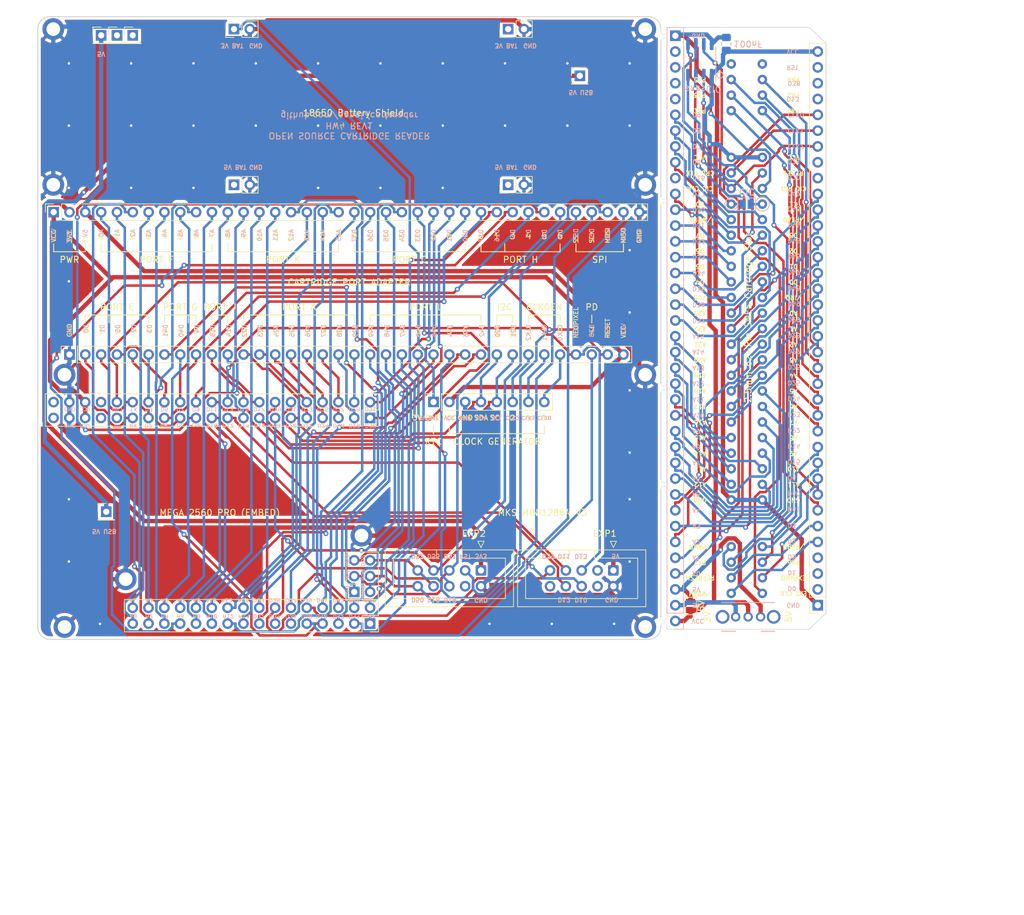
<source format=kicad_pcb>
(kicad_pcb (version 20211014) (generator pcbnew)
  (title_block (title "OSCR SNES ADAPTER") (date "2021-10-31") (rev "V1"))
  (layers (0 "F.Cu" signal) (31 "B.Cu" signal) (34 "B.Paste" user) (35 "F.Paste" user) (36 "B.SilkS" user "B.Silkscreen") (37 "F.SilkS" user "F.Silkscreen") (38 "B.Mask" user) (39 "F.Mask" user) (44 "Edge.Cuts" user))
  (net 0 "")
  (net 1 "D30")
  (net 2 "D31")
  (net 3 "D28")
  (net 4 "D29")
  (net 5 "D26")
  (net 6 "D27")
  (net 7 "D24")
  (net 8 "D25")
  (net 9 "D22")
  (net 10 "D23")
  (net 11 "D20")
  (net 12 "D21")
  (net 13 "D18")
  (net 14 "D19")
  (net 15 "D16")
  (net 16 "D17")
  (net 17 "D14")
  (net 18 "D15")
  (net 19 "D12")
  (net 20 "D13")
  (net 21 "D10")
  (net 22 "D11")
  (net 23 "D8")
  (net 24 "D9")
  (net 25 "D6")
  (net 26 "D7")
  (net 27 "D4")
  (net 28 "D5")
  (net 29 "D2")
  (net 30 "D3")
  (net 31 "D0")
  (net 32 "D1")
  (net 34 "RESET")
  (net 37 "VCC")
  (net 38 "GND")
  (net 41 "D46")
  (net 42 "D47")
  (net 43 "D44")
  (net 44 "D45")
  (net 45 "D42")
  (net 46 "D43")
  (net 47 "D40")
  (net 48 "D41")
  (net 49 "D38")
  (net 50 "D39")
  (net 51 "D36")
  (net 52 "D37")
  (net 53 "D34")
  (net 54 "D32")
  (net 55 "D33")
  (net 56 "A14")
  (net 57 "A15")
  (net 58 "A12")
  (net 59 "A13")
  (net 60 "A10")
  (net 61 "A11")
  (net 62 "A8")
  (net 63 "A9")
  (net 64 "A6")
  (net 65 "A7")
  (net 66 "A4")
  (net 67 "A5")
  (net 68 "A2")
  (net 69 "A3")
  (net 70 "A0")
  (net 71 "A1")
  (net 72 "+3V3")
  (net 73 "+5V")
  (net 74 "D35")
  (net 75 "D53")
  (net 76 "D52")
  (net 77 "D51")
  (net 78 "D50")
  (net 79 "D49")
  (net 80 "D48")
  (net 81 "CLK2")
  (net 82 "CLK1")
  (net 83 "CLK0")
  (net 85 "VBUS")
  (net 86 "+BATT")
  (net 106 "CIC DATA 0")
  (net 109 "CIC RESET")
  (net 110 "CIC DATA 1")
  (footprint "!sanni:SNES Slot" (layer "F.Cu") (at 159.295 143.225 180)
    (fp_text reference "J3" hide)
    (fp_text value "SNES_Slot")
  )
  (footprint "Connector_IDC:IDC-Header_2x05_P2.54mm_Vertical" (layer "F.Cu") (at 135.38 139.545 -90)
    (fp_text reference "J13")
    (fp_text value "EXP1")
  )
  (footprint "Connector_PinHeader_2.54mm:PinHeader_1x01_P2.54mm_Vertical" (layer "F.Cu") (at 58.25 53.625)
    (fp_text reference "J10")
    (fp_text value "N/A")
  )
  (footprint "Connector_PinHeader_2.54mm:PinHeader_1x01_P2.54mm_Vertical" (layer "F.Cu") (at 55.72 53.625)
    (fp_text reference "J9")
    (fp_text value "5V")
  )
  (footprint "MountingHole:MountingHole_2.2mm_M2_ISO7380_Pad" (layer "F.Cu") (at 94.96 133.955)
    (fp_text reference "M2_8" hide)
    (fp_text value "Screw_Terminal_01x01")
  )
  (footprint "MountingHole:MountingHole_2.2mm_M2_ISO7380_Pad" (layer "F.Cu") (at 140.5 108.125)
    (fp_text reference "M2_4" hide)
    (fp_text value "Screw_Terminal_01x01")
  )
  (footprint "MountingHole:MountingHole_2.2mm_M2_ISO7380_Pad" (layer "F.Cu") (at 45.5 77.625)
    (fp_text reference "M2_10" hide)
    (fp_text value "Screw_Terminal_01x01")
  )
  (footprint "Connector_PinHeader_2.54mm:PinHeader_1x02_P2.54mm_Vertical" (layer "F.Cu") (at 118.5 77.625 90)
    (fp_text reference "J15")
    (fp_text value "Conn_01x02")
  )
  (footprint "MountingHole:MountingHole_2.2mm_M2_ISO7380_Pad" (layer "F.Cu") (at 47.3 148.625)
    (fp_text reference "M2_6" hide)
    (fp_text value "Screw_Terminal_01x01")
  )
  (footprint "Connector_PinSocket_2.54mm:PinSocket_1x36_P2.54mm_Vertical" (layer "F.Cu") (at 168.185 145.13 180)
    (fp_text reference "J2")
    (fp_text value "CART SLOT BOTTOM ROW")
  )
  (footprint "Connector_PinHeader_2.54mm:PinHeader_1x01_P2.54mm_Vertical" (layer "F.Cu") (at 130 60.125)
    (fp_text reference "J16")
    (fp_text value "5V USB")
  )
  (footprint "Connector_PinSocket_2.54mm:PinSocket_1x38_P2.54mm_Vertical" (layer "F.Cu") (at 45.56 82.02 90)
    (fp_text reference "J3")
    (fp_text value "CART SLOT TOP ROW")
  )
  (footprint "Connector_PinSocket_2.54mm:PinSocket_1x36_P2.54mm_Vertical" (layer "F.Cu") (at 48.1 104.88 90)
    (fp_text reference "J4")
    (fp_text value "CART SLOT BOTTOM ROW")
  )
  (footprint "MountingHole:MountingHole_2.2mm_M2_ISO7380_Pad" (layer "F.Cu") (at 57.11 140.955)
    (fp_text reference "M2_7" hide)
    (fp_text value "Screw_Terminal_01x01")
  )
  (footprint "Connector_IDC:IDC-Header_2x05_P2.54mm_Vertical" (layer "F.Cu") (at 114.14 139.545 -90)
    (fp_text reference "J8")
    (fp_text value "EXP2")
  )
  (footprint "MountingHole:MountingHole_2.2mm_M2_ISO7380_Pad" (layer "F.Cu") (at 140.5 77.625)
    (fp_text reference "M2_3" hide)
    (fp_text value "Screw_Terminal_01x01")
  )
  (footprint "MountingHole:MountingHole_2.2mm_M2_ISO7380_Pad" (layer "F.Cu") (at 140.5 52.625)
    (fp_text reference "M2_2" hide)
    (fp_text value "Screw_Terminal_01x01")
  )
  (footprint "MountingHole:MountingHole_2.2mm_M2_ISO7380_Pad" (layer "F.Cu") (at 45.5 52.625)
    (fp_text reference "M2_1" hide)
    (fp_text value "Screw_Terminal_01x01")
  )
  (footprint "Connector_PinSocket_2.54mm:PinSocket_2x21_P2.54mm_Vertical" (layer "F.Cu") (at 96.34 115.065 -90)
    (fp_text reference "J1")
    (fp_text value "MEGA TOP")
  )
  (footprint "Connector_PinHeader_2.54mm:PinHeader_1x02_P2.54mm_Vertical" (layer "F.Cu") (at 74.5 52.625 90)
    (fp_text reference "J11")
    (fp_text value "Conn_01x02")
  )
  (footprint "Connector_PinHeader_2.54mm:PinHeader_1x01_P2.54mm_Vertical" (layer "F.Cu") (at 53.18 53.625)
    (fp_text reference "J7")
    (fp_text value "5V")
  )
  (footprint "Connector_PinSocket_2.54mm:PinSocket_2x03_P2.54mm_Vertical" (layer "F.Cu") (at 93.8 143.005 180)
    (fp_text reference "J5")
    (fp_text value "MEGA SIDE")
  )
  (footprint "Connector_PinSocket_2.54mm:PinSocket_1x08_P2.54mm_Vertical" (layer "F.Cu") (at 106.52 112.5 90)
    (fp_text reference "J17")
    (fp_text value "Conn_01x08")
  )
  (footprint "Connector_PinHeader_2.54mm:PinHeader_1x02_P2.54mm_Vertical" (layer "F.Cu") (at 74.5 77.625 90)
    (fp_text reference "J12")
    (fp_text value "Conn_01x02")
  )
  (footprint "MountingHole:MountingHole_2.2mm_M2_ISO7380_Pad" (layer "F.Cu") (at 140.5 148.625)
    (fp_text reference "M2_5" hide)
    (fp_text value "Screw_Terminal_01x01")
  )
  (footprint "Connector_PinSocket_2.54mm:PinSocket_2x16_P2.54mm_Vertical" (layer "F.Cu") (at 96.34 148.085 -90)
    (fp_text reference "J2")
    (fp_text value "MEGA BOTTOM")
  )
  (footprint "Connector_PinHeader_2.54mm:PinHeader_1x02_P2.54mm_Vertical" (layer "F.Cu") (at 118.5 52.625 90)
    (fp_text reference "J14")
    (fp_text value "Conn_01x02")
  )
  (footprint "Connector_PinHeader_2.54mm:PinHeader_1x01_P2.54mm_Vertical" (layer "F.Cu") (at 54 130.125)
    (fp_text reference "J6")
    (fp_text value "5V USB")
  )
  (footprint "MountingHole:MountingHole_2.2mm_M2_ISO7380_Pad" (layer "F.Cu") (at 47.3 108.125)
    (fp_text reference "M2_9" hide)
    (fp_text value "Screw_Terminal_01x01")
  )
  (footprint "Jumper:SolderJumper-2_P1.3mm_Open_Pad1.0x1.5mm" (layer "F.Cu") (at 147.76 145.25 90)
    (fp_text reference "JP2" hide)
    (fp_text value "SolderJumper_2_Open")
  )
  (footprint "Button_Switch_THT:SW_CuK_OS102011MA1QN1_SPDT_Angled" (layer "B.Cu") (at 159.01 147 180)
    (fp_text reference "SW1" hide)
    (fp_text value "SW_SPDT")
  )
  (footprint "Connector_PinSocket_2.54mm:PinSocket_1x38_P2.54mm_Vertical" (layer "B.Cu") (at 145.325 147.67)
    (fp_text reference "J1")
    (fp_text value "CART SLOT TOP ROW")
  )
  (footprint "Package_SO:SOIC-8_3.9x4.9mm_P1.27mm" (layer "B.Cu") (at 149.26 57.5 90)
    (fp_text reference "U1" hide)
    (fp_text value "PIC12F629-IP")
  )
  (footprint "Jumper:SolderJumper-2_P1.3mm_Open_Pad1.0x1.5mm" (layer "B.Cu") (at 156.785 80.75)
    (fp_text reference "JP1" hide)
    (fp_text value "SolderJumper_2_Open")
  )
  (footprint "Capacitor_SMD:C_0805_2012Metric_Pad1.18x1.45mm_HandSolder" (layer "B.Cu") (at 153.51 55 90)
    (fp_text reference "C1" hide)
    (fp_text value "C_Small")
  )
  (gr_line (start 94.9748 142.1644) (end 95.068 142.0712) (layer "B.SilkS") (width 0.1))
  (gr_line (start 84.2595 113.9683) (end 84.0731 113.7819) (layer "B.SilkS") (width 0.1))
  (gr_line (start 71.749 113.409) (end 71.3761 113.409) (layer "B.SilkS") (width 0.1))
  (gr_line (start 60.7424 144.4375) (end 60.5559 144.6239) (layer "B.SilkS") (width 0.1))
  (gr_line (start 71.6368 144.0647) (end 71.264 144.0647) (layer "B.SilkS") (width 0.1))
  (gr_line (start 90.8829 113.5023) (end 90.7897 113.409) (layer "B.SilkS") (width 0.1))
  (gr_line (start 85.8036 113.8751) (end 85.8036 113.5023) (layer "B.SilkS") (width 0.1))
  (gr_line (start 91.3978 113.9683) (end 91.491 113.8751) (layer "B.SilkS") (width 0.1))
  (gr_line (start 71.7624 116.5053) (end 71.3896 116.1325) (layer "B.SilkS") (width 0.1))
  (gr_line (start 94.2524 144.3476) (end 94.2524 144.6273) (layer "B.SilkS") (width 0.1))
  (gr_line (start 48.9587 116.4953) (end 48.9587 116.1224) (layer "B.SilkS") (width 0.1))
  (gr_line (start 94.2572 116.5053) (end 94.2572 116.4121) (layer "B.SilkS") (width 0.1))
  (gr_line (start 90.4984 146.6661) (end 90.4984 147.2254) (layer "B.SilkS") (width 0.1))
  (gr_line (start 75.981099 144.6239) (end 75.7947 144.4375) (layer "B.SilkS") (width 0.1))
  (gr_line (start 96.8837 116.5053) (end 96.8837 116.1325) (layer "B.SilkS") (width 0.1))
  (gr_line (start 70.16 113.9683) (end 70.4396 113.9683) (layer "B.SilkS") (width 0.1))
  (gr_line (start 90.4771 144.0647) (end 90.4771 144.6239) (layer "B.SilkS") (width 0.1))
  (gr_line (start 61.2572 144.344299) (end 61.3505 144.4375) (layer "B.SilkS") (width 0.1))
  (gr_line (start 78.5856 146.9458) (end 78.6788 147.039) (layer "B.SilkS") (width 0.1))
  (gr_circle (center 126.72 131.082) (end 126.71 131.082) (layer "B.SilkS") (width 0.0001) (fill solid))
  (gr_line (start 63.2758 144.068) (end 63.2758 144.440799) (layer "B.SilkS") (width 0.1))
  (gr_line (start 90.5101 113.9683) (end 90.7897 113.9683) (layer "B.SilkS") (width 0.1))
  (gr_line (start 91.7263 113.409) (end 91.7263 113.5023) (layer "B.SilkS") (width 0.1))
  (gr_line (start 47.4433 113.9584) (end 47.6297 113.9584) (layer "B.SilkS") (width 0.1))
  (gr_line (start 95.2545 140.1073) (end 95.3477 140.2005) (layer "B.SilkS") (width 0.1))
  (gr_line (start 72.9848 147.2254) (end 72.7983 147.039) (layer "B.SilkS") (width 0.1))
  (gr_line (start 70.9679 116.0392) (end 70.9679 116.5985) (layer "B.SilkS") (width 0.1))
  (gr_line (start 78.6392 144.4375) (end 78.6392 144.530699) (layer "B.SilkS") (width 0.1))
  (gr_line (start 83.8429 144.2511) (end 83.7497 144.344299) (layer "B.SilkS") (width 0.1))
  (gr_line (start 85.9844 146.7593) (end 86.0777 146.6661) (layer "B.SilkS") (width 0.1))
  (gr_line (start 61.0708 144.0647) (end 61.2572 144.0647) (layer "B.SilkS") (width 0.1))
  (gr_line (start 86.3573 146.8526) (end 86.2641 146.9458) (layer "B.SilkS") (width 0.1))
  (gr_line (start 81.3738 113.409) (end 81.0009 113.409) (layer "B.SilkS") (width 0.1))
  (gr_line (start 95.8508 144.068) (end 95.5712 144.068) (layer "B.SilkS") (width 0.1))
  (gr_line (start 91.8797 144.344299) (end 91.9729 144.344299) (layer "B.SilkS") (width 0.1))
  (gr_line (start 92.7345 142.6793) (end 92.7345 143.0522) (layer "B.SilkS") (width 0.1))
  (gr_line (start 78.0403 113.409) (end 77.7607 113.409) (layer "B.SilkS") (width 0.1))
  (gr_line (start 70.453 116.0392) (end 70.1734 116.0392) (layer "B.SilkS") (width 0.1))
  (gr_line (start 68.6271 147.039) (end 68.7203 146.9458) (layer "B.SilkS") (width 0.1))
  (gr_line (start 86.2924 144.530699) (end 86.1992 144.6239) (layer "B.SilkS") (width 0.1))
  (gr_line (start 85.7104 113.9683) (end 85.8036 113.8751) (layer "B.SilkS") (width 0.1))
  (gr_line (start 91.5097 116.5053) (end 91.5097 116.4121) (layer "B.SilkS") (width 0.1))
  (gr_line (start 81.2151 144.2511) (end 81.1219 144.344299) (layer "B.SilkS") (width 0.1))
  (gr_line (start 66.4067 146.7593) (end 66.3135 146.6661) (layer "B.SilkS") (width 0.1))
  (gr_line (start 73.9735 116.5053) (end 74.0667 116.5985) (layer "B.SilkS") (width 0.1))
  (gr_line (start 74.3874 147.039) (end 74.0145 146.6661) (layer "B.SilkS") (width 0.1))
  (gr_line (start 71.1543 116.0392) (end 70.7815 116.0392) (layer "B.SilkS") (width 0.1))
  (gr_line (start 92.4548 137.8498) (end 92.548 137.7566) (layer "B.SilkS") (width 0.1))
  (gr_line (start 70.8423 144.0647) (end 70.8423 144.6239) (layer "B.SilkS") (width 0.1))
  (gr_line (start 95.5341 139.5925) (end 95.5341 139.7789) (layer "B.SilkS") (width 0.1))
  (gr_line (start 81.0269 146.9458) (end 81.1201 146.9458) (layer "B.SilkS") (width 0.1))
  (gr_line (start 84.1832 116.0392) (end 84.3696 116.0392) (layer "B.SilkS") (width 0.1))
  (gr_line (start 95.4409 140.7154) (end 95.068 140.7154) (layer "B.SilkS") (width 0.1))
  (gr_line (start 81.9819 113.8751) (end 81.9819 113.5023) (layer "B.SilkS") (width 0.1))
  (gr_line (start 65.4608 115.9122) (end 65.4608 116.4715) (layer "B.SilkS") (width 0.1))
  (gr_line (start 97.2565 116.1325) (end 97.2565 116.5053) (layer "B.SilkS") (width 0.1))
  (gr_line (start 95.2545 142.6793) (end 95.2545 143.0522) (layer "B.SilkS") (width 0.1))
  (gr_line (start 86.8722 146.6661) (end 86.9654 146.7593) (layer "B.SilkS") (width 0.1))
  (gr_line (start 89.0872 146.6661) (end 89.2737 146.6661) (layer "B.SilkS") (width 0.1))
  (gr_line (start 88.0191 116.0392) (end 88.0191 116.5985) (layer "B.SilkS") (width 0.1))
  (gr_line (start 65.9978 113.4124) (end 65.9978 113.5056) (layer "B.SilkS") (width 0.1))
  (gr_line (start 85.6843 144.1579) (end 85.5911 144.0647) (layer "B.SilkS") (width 0.1))
  (gr_line (start 61.3505 144.1579) (end 61.3505 144.2511) (layer "B.SilkS") (width 0.1))
  (gr_line (start 95.5341 143.660199) (end 95.5341 143.3806) (layer "B.SilkS") (width 0.1))
  (gr_line (start 95.4409 142.0712) (end 95.5341 142.1644) (layer "B.SilkS") (width 0.1))
  (gr_line (start 84.4628 116.5053) (end 84.09 116.1325) (layer "B.SilkS") (width 0.1))
  (gr_line (start 92.4548 138.0362) (end 92.4548 137.8498) (layer "B.SilkS") (width 0.1))
  (gr_line (start 94.63 116.5053) (end 94.5368 116.5985) (layer "B.SilkS") (width 0.1))
  (gr_line (start 77.8507 116.0392) (end 77.8507 116.5985) (layer "B.SilkS") (width 0.1))
  (gr_line (start 60.7424 144.0647) (end 60.7424 144.4375) (layer "B.SilkS") (width 0.1))
  (gr_line (start 93.0141 138.4579) (end 92.9209 138.3647) (layer "B.SilkS") (width 0.1))
  (gr_line (start 84.09 116.1325) (end 84.1832 116.0392) (layer "B.SilkS") (width 0.1))
  (gr_line (start 81.7282 147.2254) (end 81.7282 146.6661) (layer "B.SilkS") (width 0.1))
  (gr_line (start 94.63 116.2257) (end 94.5368 116.3189) (layer "B.SilkS") (width 0.1))
  (gr_line (start 86.5276 144.4375) (end 86.5276 144.530699) (layer "B.SilkS") (width 0.1))
  (gr_line (start 94.2572 116.2257) (end 94.2572 116.1325) (layer "B.SilkS") (width 0.1))
  (gr_line (start 80.7657 113.5023) (end 80.6725 113.409) (layer "B.SilkS") (width 0.1))
  (gr_line (start 95.4409 139.4992) (end 95.068 139.8721) (layer "B.SilkS") (width 0.1))
  (gr_line (start 73.1712 146.9458) (end 72.7983 146.9458) (layer "B.SilkS") (width 0.1))
  (gr_line (start 92.7345 143.0522) (end 93.0141 142.7725) (layer "B.SilkS") (width 0.1))
  (gr_line (start 84.1832 116.5985) (end 84.09 116.5053) (layer "B.SilkS") (width 0.1))
  (gr_line (start 75.6556 116.5053) (end 75.6556 116.1325) (layer "B.SilkS") (width 0.1))
  (gr_line (start 93.0141 142.7725) (end 92.4548 142.7725) (layer "B.SilkS") (width 0.1))
  (gr_line (start 58.5705 144.6239) (end 58.384 144.4375) (layer "B.SilkS") (width 0.1))
  (gr_line (start 73.86 144.0647) (end 74.0464 144.0647) (layer "B.SilkS") (width 0.1))
  (gr_line (start 78.9768 113.409) (end 78.9768 113.5023) (layer "B.SilkS") (width 0.1))
  (gr_line (start 63.0616 116.4748) (end 63.1549 116.3816) (layer "B.SilkS") (width 0.1))
  (gr_line (start 55.6548 113.7719) (end 55.6548 113.8652) (layer "B.SilkS") (width 0.1))
  (gr_line (start 66.3707 113.8784) (end 66.3707 113.9717) (layer "B.SilkS") (width 0.1))
  (gr_line (start 95.5335 146.6661) (end 95.5335 147.2254) (layer "B.SilkS") (width 0.1))
  (gr_line (start 89.2877 144.0647) (end 89.2877 144.6239) (layer "B.SilkS") (width 0.1))
  (gr_line (start 58.2019 116.0426) (end 58.0155 116.229) (layer "B.SilkS") (width 0.1))
  (gr_line (start 80.6725 113.409) (end 80.3928 113.409) (layer "B.SilkS") (width 0.1))
  (gr_line (start 86.2641 147.2254) (end 86.0777 147.2254) (layer "B.SilkS") (width 0.1))
  (gr_line (start 68.7231 144.0647) (end 68.6299 144.1579) (layer "B.SilkS") (width 0.1))
  (gr_line (start 75.6853 146.9458) (end 75.3124 146.9458) (layer "B.SilkS") (width 0.1))
  (gr_line (start 86.9005 144.1579) (end 86.8072 144.0647) (layer "B.SilkS") (width 0.1))
  (gr_line (start 81.0807 116.5985) (end 80.8943 116.4121) (layer "B.SilkS") (width 0.1))
  (gr_line (start 83.7615 116.5985) (end 83.8548 116.5053) (layer "B.SilkS") (width 0.1))
  (gr_line (start 70.5328 113.8751) (end 70.5328 113.5023) (layer "B.SilkS") (width 0.1))
  (gr_line (start 86.5925 147.039) (end 86.6857 146.9458) (layer "B.SilkS") (width 0.1))
  (gr_line (start 68.5202 113.7819) (end 68.5202 113.8751) (layer "B.SilkS") (width 0.1))
  (gr_line (start 57.8291 116.229) (end 58.1087 116.229) (layer "B.SilkS") (width 0.1))
  (gr_line (start 60.7153 113.8751) (end 60.7153 113.5023) (layer "B.SilkS") (width 0.1))
  (gr_line (start 91.7449 116.1325) (end 91.7449 116.3189) (layer "B.SilkS") (width 0.1))
  (gr_line (start 95.9063 147.1322) (end 95.9063 146.7593) (layer "B.SilkS") (width 0.1))
  (gr_line (start 68.6134 113.409) (end 68.5202 113.5023) (layer "B.SilkS") (width 0.1))
  (gr_line (start 74.0464 144.0647) (end 74.1396 144.1579) (layer "B.SilkS") (width 0.1))
  (gr_line (start 93.033 147.2287) (end 93.3127 147.2287) (layer "B.SilkS") (width 0.1))
  (gr_line (start 96.3165 113.409) (end 96.503 113.409) (layer "B.SilkS") (width 0.1))
  (gr_line (start 70.3065 147.2254) (end 70.1201 147.039) (layer "B.SilkS") (width 0.1))
  (gr_line (start 88.6272 116.0392) (end 89.0001 116.0392) (layer "B.SilkS") (width 0.1))
  (gr_line (start 58.8239 147.0052) (end 58.7307 147.0984) (layer "B.SilkS") (width 0.1))
  (gr_line (start 90.5287 116.0392) (end 90.5287 116.5985) (layer "B.SilkS") (width 0.1))
  (gr_line (start 93.0141 137.4281) (end 92.9209 137.5213) (layer "B.SilkS") (width 0.1))
  (gr_line (start 48.3506 116.0292) (end 47.9778 116.5885) (layer "B.SilkS") (width 0.1))
  (gr_line (start 93.4059 147.1355) (end 93.4059 146.7627) (layer "B.SilkS") (width 0.1))
  (gr_line (start 58.4371 116.0426) (end 58.81 116.6018) (layer "B.SilkS") (width 0.1))
  (gr_line (start 94.9748 141.0883) (end 95.5341 141.0883) (layer "B.SilkS") (width 0.1))
  (gr_line (start 86.9654 147.039) (end 86.9654 147.1322) (layer "B.SilkS") (width 0.1))
  (gr_line (start 61.3234 113.5955) (end 61.2302 113.6887) (layer "B.SilkS") (width 0.1))
  (gr_line (start 55.9344 113.3991) (end 56.0276 113.4923) (layer "B.SilkS") (width 0.1))
  (gr_line (start 96.5962 113.5023) (end 96.5962 113.5955) (layer "B.SilkS") (width 0.1))
  (gr_line (start 89.3743 113.7819) (end 89.1878 113.6887) (layer "B.SilkS") (width 0.1))
  (gr_line (start 73.7793 146.6661) (end 73.4064 146.6661) (layer "B.SilkS") (width 0.1))
  (gr_line (start 92.9209 138.3647) (end 92.548 138.3647) (layer "B.SilkS") (width 0.1))
  (gr_line (start 81.9819 113.5023) (end 81.8887 113.409) (layer "B.SilkS") (width 0.1))
  (gr_line (start 66.4067 146.8526) (end 66.4067 146.7593) (layer "B.SilkS") (width 0.1))
  (gr_line (start 69 147.1322) (end 68.9068 147.2254) (layer "B.SilkS") (width 0.1))
  (gr_line (start 91.2114 113.9683) (end 91.3978 113.9683) (layer "B.SilkS") (width 0.1))
  (gr_line (start 93.3127 147.2287) (end 93.4059 147.1355) (layer "B.SilkS") (width 0.1))
  (gr_line (start 55.6548 113.4923) (end 55.748 113.3991) (layer "B.SilkS") (width 0.1))
  (gr_line (start 92.0661 144.530699) (end 91.9729 144.6239) (layer "B.SilkS") (width 0.1))
  (gr_line (start 70.8423 144.6239) (end 70.6559 144.4375) (layer "B.SilkS") (width 0.1))
  (gr_line (start 92.0991 113.9683) (end 91.7263 113.9683) (layer "B.SilkS") (width 0.1))
  (gr_line (start 80.2324 147.2254) (end 80.512 147.2254) (layer "B.SilkS") (width 0.1))
  (gr_line (start 93.6491 116.0392) (end 94.0219 116.0392) (layer "B.SilkS") (width 0.1))
  (gr_line (start 84.0781 144.0647) (end 84.0781 144.1579) (layer "B.SilkS") (width 0.1))
  (gr_line (start 78.6788 147.039) (end 78.6788 147.1322) (layer "B.SilkS") (width 0.1))
  (gr_line (start 70.4396 113.9683) (end 70.5328 113.8751) (layer "B.SilkS") (width 0.1))
  (gr_line (start 90.8829 113.8751) (end 90.8829 113.5023) (layer "B.SilkS") (width 0.1))
  (gr_line (start 78.6788 146.8526) (end 78.5856 146.9458) (layer "B.SilkS") (width 0.1))
  (gr_line (start 51.233 116.229) (end 51.0466 116.0426) (layer "B.SilkS") (width 0.1))
  (gr_line (start 75.4775 113.409) (end 75.1979 113.409) (layer "B.SilkS") (width 0.1))
  (gr_line (start 68.6134 113.6887) (end 68.5202 113.7819) (layer "B.SilkS") (width 0.1))
  (gr_line (start 60.5732 147.2254) (end 60.3868 147.039) (layer "B.SilkS") (width 0.1))
  (gr_line (start 81.73 144.4375) (end 81.6368 144.4375) (layer "B.SilkS") (width 0.1))
  (gr_line (start 66.0689 116.0055) (end 66.0689 116.1919) (layer "B.SilkS") (width 0.1))
  (gr_line (start 58.8239 147.0052) (end 58.451 146.6323) (layer "B.SilkS") (width 0.1))
  (gr_line (start 93.3158 144.068) (end 93.0362 144.068) (layer "B.SilkS") (width 0.1))
  (gr_line (start 81.8752 116.5053) (end 81.782 116.5985) (layer "B.SilkS") (width 0.1))
  (gr_line (start 83.8429 144.1579) (end 83.8429 144.2511) (layer "B.SilkS") (width 0.1))
  (gr_line (start 79.2473 144.530699) (end 79.1541 144.6239) (layer "B.SilkS") (width 0.1))
  (gr_line (start 93.4091 144.1612) (end 93.3158 144.068) (layer "B.SilkS") (width 0.1))
  (gr_line (start 96.5552 116.5985) (end 96.3688 116.5985) (layer "B.SilkS") (width 0.1))
  (gr_line (start 93.3206 116.5985) (end 93.4139 116.5053) (layer "B.SilkS") (width 0.1))
  (gr_line (start 61.2302 113.9683) (end 61.0438 113.9683) (layer "B.SilkS") (width 0.1))
  (gr_line (start 94.3437 113.409) (end 94.2504 113.5023) (layer "B.SilkS") (width 0.1))
  (gr_line (start 50.73 116.52) (end 50.73 116.1471) (layer "B.SilkS") (width 0.1))
  (gr_line (start 86.3573 147.1322) (end 86.2641 147.2254) (layer "B.SilkS") (width 0.1))
  (gr_line (start 83.4819 116.5053) (end 83.5751 116.5985) (layer "B.SilkS") (width 0.1))
  (gr_line (start 94.5301 113.9683) (end 94.6233 113.8751) (layer "B.SilkS") (width 0.1))
  (gr_line (start 63.4628 113.692) (end 63.4628 113.9717) (layer "B.SilkS") (width 0.1))
  (gr_line (start 55.0467 113.5855) (end 55.3263 113.5855) (layer "B.SilkS") (width 0.1))
  (gr_line (start 90.7781 147.2254) (end 90.8713 147.1322) (layer "B.SilkS") (width 0.1))
  (gr_line (start 95.5712 144.6273) (end 95.8508 144.6273) (layer "B.SilkS") (width 0.1))
  (gr_line (start 79.2473 144.4375) (end 79.2473 144.530699) (layer "B.SilkS") (width 0.1))
  (gr_line (start 73.47 113.409) (end 73.47 113.9683) (layer "B.SilkS") (width 0.1))
  (gr_line (start 84.4626 146.7593) (end 84.3694 146.6661) (layer "B.SilkS") (width 0.1))
  (gr_line (start 61.3505 144.4375) (end 61.3505 144.530699) (layer "B.SilkS") (width 0.1))
  (gr_line (start 75.1979 113.9683) (end 75.4775 113.9683) (layer "B.SilkS") (width 0.1))
  (gr_line (start 95.5341 137.2417) (end 95.4409 137.1485) (layer "B.SilkS") (width 0.1))
  (gr_line (start 97.1602 144.6273) (end 96.7874 144.6273) (layer "B.SilkS") (width 0.1))
  (gr_line (start 70.16 113.409) (end 70.16 113.9683) (layer "B.SilkS") (width 0.1))
  (gr_line (start 88.392 116.5053) (end 88.392 116.1325) (layer "B.SilkS") (width 0.1))
  (gr_line (start 63.2276 113.5056) (end 63.1343 113.4124) (layer "B.SilkS") (width 0.1))
  (gr_line (start 71.3896 116.5053) (end 71.3896 116.1325) (layer "B.SilkS") (width 0.1))
  (gr_line (start 55.748 113.3991) (end 55.9344 113.3991) (layer "B.SilkS") (width 0.1))
  (gr_line (start 93.9239 144.6273) (end 93.9239 144.068) (layer "B.SilkS") (width 0.1))
  (gr_line (start 71.6159 147.2254) (end 71.4295 147.2254) (layer "B.SilkS") (width 0.1))
  (gr_line (start 89.0872 147.2254) (end 88.994 147.1322) (layer "B.SilkS") (width 0.1))
  (gr_line (start 81.2151 144.4375) (end 81.2151 144.530699) (layer "B.SilkS") (width 0.1))
  (gr_line (start 68.7203 146.9458) (end 68.6271 146.8526) (layer "B.SilkS") (width 0.1))
  (gr_line (start 86.2924 144.1579) (end 86.2924 144.2511) (layer "B.SilkS") (width 0.1))
  (gr_line (start 63.0924 147.2287) (end 62.906 147.0423) (layer "B.SilkS") (width 0.1))
  (gr_line (start 74.0464 144.344299) (end 74.1396 144.4375) (layer "B.SilkS") (width 0.1))
  (gr_line (start 92.0991 113.8751) (end 92.0991 113.9683) (layer "B.SilkS") (width 0.1))
  (gr_line (start 65.7626 113.5056) (end 65.6694 113.4124) (layer "B.SilkS") (width 0.1))
  (gr_line (start 70.4396 113.409) (end 70.16 113.409) (layer "B.SilkS") (width 0.1))
  (gr_line (start 86.1992 144.344299) (end 86.2924 144.4375) (layer "B.SilkS") (width 0.1))
  (gr_line (start 71.7624 116.1325) (end 71.7624 116.5053) (layer "B.SilkS") (width 0.1))
  (gr_line (start 86.3573 147.039) (end 86.3573 147.1322) (layer "B.SilkS") (width 0.1))
  (gr_line (start 86.9265 113.9683) (end 86.7401 113.9683) (layer "B.SilkS") (width 0.1))
  (gr_line (start 83.6565 144.344299) (end 83.7497 144.344299) (layer "B.SilkS") (width 0.1))
  (gr_line (start 92.548 137.1485) (end 92.6412 137.1485) (layer "B.SilkS") (width 0.1))
  (gr_line (start 94.6252 144.1612) (end 94.6252 144.3476) (layer "B.SilkS") (width 0.1))
  (gr_line (start 91.9729 144.6239) (end 91.7864 144.6239) (layer "B.SilkS") (width 0.1))
  (gr_line (start 75.5624 116.0392) (end 75.2827 116.0392) (layer "B.SilkS") (width 0.1))
  (gr_line (start 96.9769 116.5985) (end 96.8837 116.5053) (layer "B.SilkS") (width 0.1))
  (gr_line (start 94.0219 116.4121) (end 93.6491 116.0392) (layer "B.SilkS") (width 0.1))
  (gr_line (start 81.2133 147.1322) (end 81.1201 147.2254) (layer "B.SilkS") (width 0.1))
  (gr_line (start 83.2348 144.1579) (end 83.1416 144.0647) (layer "B.SilkS") (width 0.1))
  (gr_line (start 95.068 138.3647) (end 94.9748 138.4579) (layer "B.SilkS") (width 0.1))
  (gr_line (start 79.3497 113.9683) (end 78.9768 113.9683) (layer "B.SilkS") (width 0.1))
  (gr_line (start 47.5365 113.6787) (end 47.7229 113.6787) (layer "B.SilkS") (width 0.1))
  (gr_line (start 48.9391 113.4923) (end 48.8459 113.3991) (layer "B.SilkS") (width 0.1))
  (gr_line (start 60.9029 116.5053) (end 60.9961 116.5985) (layer "B.SilkS") (width 0.1))
  (gr_line (start 78.6392 144.1579) (end 78.6392 144.2511) (layer "B.SilkS") (width 0.1))
  (gr_line (start 61.2302 113.6887) (end 61.3234 113.7819) (layer "B.SilkS") (width 0.1))
  (gr_line (start 80.3928 113.409) (end 80.3928 113.9683) (layer "B.SilkS") (width 0.1))
  (gr_line (start 70.9146 146.6661) (end 70.9146 147.2254) (layer "B.SilkS") (width 0.1))
  (gr_line (start 81.5024 116.4121) (end 81.5956 116.3189) (layer "B.SilkS") (width 0.1))
  (gr_line (start 84.4459 113.409) (end 84.0731 113.409) (layer "B.SilkS") (width 0.1))
  (gr_line (start 58.7307 147.0984) (end 58.5443 147.0984) (layer "B.SilkS") (width 0.1))
  (gr_line (start 95.1613 142.0712) (end 95.2545 142.1644) (layer "B.SilkS") (width 0.1))
  (gr_line (start 95.3477 137.943) (end 95.2545 138.1294) (layer "B.SilkS") (width 0.1))
  (gr_line (start 72.9551 113.409) (end 72.6755 113.409) (layer "B.SilkS") (width 0.1))
  (gr_line (start 60.2948 116.0392) (end 60.2948 116.5985) (layer "B.SilkS") (width 0.1))
  (gr_line (start 95.068 139.4992) (end 95.4409 139.4992) (layer "B.SilkS") (width 0.1))
  (gr_line (start 91.7449 116.3189) (end 91.9313 116.5053) (layer "B.SilkS") (width 0.1))
  (gr_line (start 72.5506 144.4375) (end 72.5506 144.0647) (layer "B.SilkS") (width 0.1))
  (gr_line (start 93.0362 144.068) (end 93.0362 144.6273) (layer "B.SilkS") (width 0.1))
  (gr_line (start 79.0669 116.1325) (end 79.0669 116.3189) (layer "B.SilkS") (width 0.1))
  (gr_line (start 86.4117 113.7819) (end 86.0388 113.409) (layer "B.SilkS") (width 0.1))
  (gr_line (start 67.9121 113.409) (end 67.9121 113.9683) (layer "B.SilkS") (width 0.1))
  (gr_line (start 60.9506 113.5023) (end 61.0438 113.409) (layer "B.SilkS") (width 0.1))
  (gr_line (start 81.9819 113.6887) (end 81.7022 113.6887) (layer "B.SilkS") (width 0.1))
  (gr_line (start 80.512 146.6661) (end 80.2324 146.6661) (layer "B.SilkS") (width 0.1))
  (gr_line (start 50.3571 116.6132) (end 50.6368 116.6132) (layer "B.SilkS") (width 0.1))
  (gr_line (start 50.23 116.1471) (end 50.1368 116.0539) (layer "B.SilkS") (width 0.1))
  (gr_line (start 89.4675 113.7819) (end 89.3743 113.7819) (layer "B.SilkS") (width 0.1))
  (gr_line (start 65.6694 113.9717) (end 65.7626 113.8784) (layer "B.SilkS") (width 0.1))
  (gr_line (start 70.5463 116.5053) (end 70.5463 116.1325) (layer "B.SilkS") (width 0.1))
  (gr_line (start 86.8722 147.2254) (end 86.6857 147.2254) (layer "B.SilkS") (width 0.1))
  (gr_line (start 76.2637 116.0392) (end 75.890799 116.0392) (layer "B.SilkS") (width 0.1))
  (gr_line (start 94.0152 113.8751) (end 94.0152 113.7819) (layer "B.SilkS") (width 0.1))
  (gr_line (start 92.548 142.0712) (end 92.4548 142.1644) (layer "B.SilkS") (width 0.1))
  (gr_line (start 68.1918 113.409) (end 67.9121 113.409) (layer "B.SilkS") (width 0.1))
  (gr_line (start 63.6697 116.4748) (end 63.6697 115.9156) (layer "B.SilkS") (width 0.1))
  (gr_line (start 74.1396 144.530699) (end 74.0464 144.6239) (layer "B.SilkS") (width 0.1))
  (gr_line (start 50.6368 116.6132) (end 50.73 116.52) (layer "B.SilkS") (width 0.1))
  (gr_line (start 65.7626 113.8784) (end 65.7626 113.5056) (layer "B.SilkS") (width 0.1))
  (gr_line (start 77.9379 144.6239) (end 78.0311 144.530699) (layer "B.SilkS") (width 0.1))
  (gr_line (start 90.7781 146.6661) (end 90.4984 146.6661) (layer "B.SilkS") (width 0.1))
  (gr_line (start 66.0339 146.9458) (end 66.3135 146.9458) (layer "B.SilkS") (width 0.1))
  (gr_line (start 77.6978 146.6661) (end 77.6978 147.2254) (layer "B.SilkS") (width 0.1))
  (gr_line (start 92.4548 139.4937) (end 92.4548 139.8666) (layer "B.SilkS") (width 0.1))
  (gr_line (start 90.7567 144.6239) (end 90.8499 144.530699) (layer "B.SilkS") (width 0.1))
  (gr_line (start 50.737 113.8582) (end 50.737 113.4853) (layer "B.SilkS") (width 0.1))
  (gr_line (start 70.5463 116.1325) (end 70.453 116.0392) (layer "B.SilkS") (width 0.1))
  (gr_line (start 92.548 137.7566) (end 92.7345 137.7566) (layer "B.SilkS") (width 0.1))
  (gr_line (start 68.7998 113.9683) (end 68.8931 113.8751) (layer "B.SilkS") (width 0.1))
  (gr_line (start 94.9748 143.3806) (end 94.9748 143.660199) (layer "B.SilkS") (width 0.1))
  (gr_line (start 65.7986 146.6661) (end 65.7986 147.039) (layer "B.SilkS") (width 0.1))
  (gr_line (start 95.9063 146.7593) (end 95.8131 146.6661) (layer "B.SilkS") (width 0.1))
  (gr_line (start 92.8277 137.1485) (end 92.9209 137.1485) (layer "B.SilkS") (width 0.1))
  (gr_line (start 78.0707 147.1322) (end 78.0707 146.7593) (layer "B.SilkS") (width 0.1))
  (gr_line (start 76.1675 144.0647) (end 75.7947 144.0647) (layer "B.SilkS") (width 0.1))
  (gr_line (start 92.4548 140.3815) (end 92.4548 140.195) (layer "B.SilkS") (width 0.1))
  (gr_line (start 96.5552 116.0392) (end 96.6484 116.1325) (layer "B.SilkS") (width 0.1))
  (gr_line (start 86.8722 146.9458) (end 86.9654 147.039) (layer "B.SilkS") (width 0.1))
  (gr_line (start 93.041 116.0392) (end 93.041 116.5985) (layer "B.SilkS") (width 0.1))
  (gr_line (start 68.8745 116.0987) (end 68.7813 116.1919) (layer "B.SilkS") (width 0.1))
  (gr_line (start 89.3669 147.1322) (end 88.994 146.7593) (layer "B.SilkS") (width 0.1))
  (gr_line (start 70.9545 113.409) (end 70.9545 113.9683) (layer "B.SilkS") (width 0.1))
  (gr_line (start 92.4548 142.1644) (end 92.4548 142.3509) (layer "B.SilkS") (width 0.1))
  (gr_line (start 47.6297 113.3991) (end 47.4433 113.3991) (layer "B.SilkS") (width 0.1))
  (gr_line (start 97.2565 116.5053) (end 97.1633 116.5985) (layer "B.SilkS") (width 0.1))
  (gr_line (start 68.1732 115.9122) (end 67.8935 115.9122) (layer "B.SilkS") (width 0.1))
  (gr_line (start 94.2524 144.6273) (end 94.6252 144.6273) (layer "B.SilkS") (width 0.1))
  (gr_line (start 68.6271 146.8526) (end 68.6271 146.7593) (layer "B.SilkS") (width 0.1))
  (gr_line (start 88.1647 144.0647) (end 87.8851 144.0647) (layer "B.SilkS") (width 0.1))
  (gr_line (start 96.1793 144.3476) (end 96.4589 144.6273) (layer "B.SilkS") (width 0.1))
  (gr_line (start 91.23 116.5985) (end 91.4165 116.5985) (layer "B.SilkS") (width 0.1))
  (gr_line (start 50.8671 113.5672) (end 50.8671 113.94) (layer "B.SilkS") (width 0.1))
  (gr_line (start 92.7345 142.3509) (end 92.8277 142.4441) (layer "B.SilkS") (width 0.1))
  (gr_line (start 70.453 116.5985) (end 70.5463 116.5053) (layer "B.SilkS") (width 0.1))
  (gr_line (start 77.9379 144.0647) (end 77.6583 144.0647) (layer "B.SilkS") (width 0.1))
  (gr_line (start 94.9748 140.2005) (end 95.068 140.1073) (layer "B.SilkS") (width 0.1))
  (gr_line (start 96.4212 147.2254) (end 96.4212 146.6661) (layer "B.SilkS") (width 0.1))
  (gr_line (start 95.6675 116.0392) (end 95.6675 116.5985) (layer "B.SilkS") (width 0.1))
  (gr_line (start 92.548 140.7099) (end 92.4548 140.8031) (layer "B.SilkS") (width 0.1))
  (gr_line (start 85.4307 113.9683) (end 85.7104 113.9683) (layer "B.SilkS") (width 0.1))
  (gr_line (start 79.2533 116.5053) (end 79.4397 116.5985) (layer "B.SilkS") (width 0.1))
  (gr_line (start 68.7813 116.1919) (end 68.5948 116.1919) (layer "B.SilkS") (width 0.1))
  (gr_line (start 60.3868 147.039) (end 60.3868 146.6661) (layer "B.SilkS") (width 0.1))
  (gr_line (start 68.5016 116.3783) (end 68.5016 116.2851) (layer "B.SilkS") (width 0.1))
  (gr_line (start 92.9209 140.7099) (end 92.548 140.7099) (layer "B.SilkS") (width 0.1))
  (gr_line (start 88.994 146.7593) (end 89.0872 146.6661) (layer "B.SilkS") (width 0.1))
  (gr_line (start 93.0141 143.660199) (end 93.0141 143.3806) (layer "B.SilkS") (width 0.1))
  (gr_line (start 73.47 113.9683) (end 73.2836 113.7819) (layer "B.SilkS") (width 0.1))
  (gr_line (start 57.843 146.912) (end 57.843 146.5391) (layer "B.SilkS") (width 0.1))
  (gr_line (start 94.2524 144.1612) (end 94.3456 144.068) (layer "B.SilkS") (width 0.1))
  (gr_line (start 89.2811 113.409) (end 89.4675 113.409) (layer "B.SilkS") (width 0.1))
  (gr_line (start 78.0707 146.7593) (end 77.9775 146.6661) (layer "B.SilkS") (width 0.1))
  (gr_line (start 95.9471 116.5985) (end 96.0403 116.5053) (layer "B.SilkS") (width 0.1))
  (gr_line (start 75.1979 113.409) (end 75.1979 113.9683) (layer "B.SilkS") (width 0.1))
  (gr_line (start 71.4295 147.2254) (end 71.3363 147.1322) (layer "B.SilkS") (width 0.1))
  (gr_line (start 63.5111 144.1612) (end 63.6043 144.068) (layer "B.SilkS") (width 0.1))
  (gr_line (start 47.7425 116.1224) (end 47.6493 116.0292) (layer "B.SilkS") (width 0.1))
  (gr_circle (center 154.295 80.725) (end 154.295 81.725) (layer "B.SilkS") (width 0.15) (fill none))
  (gr_line (start 97.1225 146.8526) (end 97.1225 146.7593) (layer "B.SilkS") (width 0.1))
  (gr_line (start 92.7345 137.2417) (end 92.8277 137.1485) (layer "B.SilkS") (width 0.1))
  (gr_line (start 86.9654 146.7593) (end 86.9654 146.8526) (layer "B.SilkS") (width 0.1))
  (gr_line (start 93.3139 113.409) (end 93.0343 113.409) (layer "B.SilkS") (width 0.1))
  (gr_line (start 63.3901 116.1952) (end 63.6697 116.4748) (layer "B.SilkS") (width 0.1))
  (gr_line (start 76.7869 113.5023) (end 76.7869 113.6887) (layer "B.SilkS") (width 0.1))
  (gr_line (start 72.7983 147.039) (end 72.7983 146.6661) (layer "B.SilkS") (width 0.1))
  (gr_line (start 48.3506 116.5885) (end 48.3506 116.0292) (layer "B.SilkS") (width 0.1))
  (gr_line (start 88.2513 113.409) (end 87.9717 113.409) (layer "B.SilkS") (width 0.1))
  (gr_line (start 78.0311 144.1579) (end 77.9379 144.0647) (layer "B.SilkS") (width 0.1))
  (gr_line (start 68.8745 116.2851) (end 68.8745 116.3783) (layer "B.SilkS") (width 0.1))
  (gr_line (start 79.4397 116.1325) (end 79.3465 116.0392) (layer "B.SilkS") (width 0.1))
  (gr_line (start 78.1303 116.5985) (end 78.2236 116.5053) (layer "B.SilkS") (width 0.1))
  (gr_line (start 78.5552 113.409) (end 78.5552 113.9683) (layer "B.SilkS") (width 0.1))
  (gr_line (start 93.3127 146.6695) (end 93.033 146.6695) (layer "B.SilkS") (width 0.1))
  (gr_line (start 82.862 144.0647) (end 82.862 144.6239) (layer "B.SilkS") (width 0.1))
  (gr_line (start 50.6438 113.3921) (end 50.3641 113.3921) (layer "B.SilkS") (width 0.1))
  (gr_line (start 70.4207 144.4375) (end 70.2342 144.6239) (layer "B.SilkS") (width 0.1))
  (gr_line (start 63.0894 144.6273) (end 62.903 144.440799) (layer "B.SilkS") (width 0.1))
  (gr_line (start 85.8036 113.5023) (end 85.7104 113.409) (layer "B.SilkS") (width 0.1))
  (gr_line (start 97.2565 116.5053) (end 96.8837 116.1325) (layer "B.SilkS") (width 0.1))
  (gr_line (start 84.09 116.5053) (end 84.09 116.1325) (layer "B.SilkS") (width 0.1))
  (gr_line (start 47.7229 113.4923) (end 47.6297 113.3991) (layer "B.SilkS") (width 0.1))
  (gr_line (start 81.782 116.0392) (end 81.8752 116.1325) (layer "B.SilkS") (width 0.1))
  (gr_line (start 97.1633 116.0392) (end 97.2565 116.1325) (layer "B.SilkS") (width 0.1))
  (gr_line (start 91.3648 144.6239) (end 91.3648 144.0647) (layer "B.SilkS") (width 0.1))
  (gr_line (start 95.5712 144.068) (end 95.5712 144.6273) (layer "B.SilkS") (width 0.1))
  (gr_line (start 55.0467 113.9584) (end 55.0467 113.3991) (layer "B.SilkS") (width 0.1))
  (gr_line (start 94.5368 116.3189) (end 94.63 116.4121) (layer "B.SilkS") (width 0.1))
  (gr_line (start 55.4195 113.8652) (end 55.3263 113.9584) (layer "B.SilkS") (width 0.1))
  (gr_line (start 80.2342 144.6239) (end 80.5138 144.6239) (layer "B.SilkS") (width 0.1))
  (gr_line (start 86.3898 116.5053) (end 86.3898 116.4121) (layer "B.SilkS") (width 0.1))
  (gr_line (start 89.0001 116.4121) (end 88.6272 116.0392) (layer "B.SilkS") (width 0.1))
  (gr_line (start 50.6438 113.9514) (end 50.737 113.8582) (layer "B.SilkS") (width 0.1))
  (gr_line (start 91.0851 144.344299) (end 91.3648 144.6239) (layer "B.SilkS") (width 0.1))
  (gr_line (start 88.1647 144.6239) (end 88.258 144.530699) (layer "B.SilkS") (width 0.1))
  (gr_line (start 61.0881 147.2254) (end 61.2745 147.2254) (layer "B.SilkS") (width 0.1))
  (gr_line (start 73.9735 116.0392) (end 74.3463 116.0392) (layer "B.SilkS") (width 0.1))
  (gr_line (start 95.5335 147.2254) (end 95.8131 147.2254) (layer "B.SilkS") (width 0.1))
  (gr_line (start 91.4165 116.5985) (end 91.5097 116.5053) (layer "B.SilkS") (width 0.1))
  (gr_line (start 71.4828 116.0392) (end 71.6692 116.0392) (layer "B.SilkS") (width 0.1))
  (gr_line (start 78.3059 146.7593) (end 78.3991 146.6661) (layer "B.SilkS") (width 0.1))
  (gr_line (start 71.0287 144.0647) (end 70.6559 144.0647) (layer "B.SilkS") (width 0.1))
  (gr_line (start 80.9337 146.6661) (end 81.1201 146.6661) (layer "B.SilkS") (width 0.1))
  (gr_line (start 55.9344 113.6787) (end 55.748 113.6787) (layer "B.SilkS") (width 0.1))
  (gr_line (start 95.8949 113.9683) (end 95.9881 113.8751) (layer "B.SilkS") (width 0.1))
  (gr_line (start 75.5707 113.8751) (end 75.5707 113.5023) (layer "B.SilkS") (width 0.1))
  (gr_line (start 68.7203 146.6661) (end 68.9068 146.6661) (layer "B.SilkS") (width 0.1))
  (gr_line (start 83.8548 116.5053) (end 83.8548 116.4121) (layer "B.SilkS") (width 0.1))
  (gr_line (start 50.23 116.52) (end 50.23 116.1471) (layer "B.SilkS") (width 0.1))
  (gr_line (start 95.068 138.1294) (end 94.9748 138.0362) (layer "B.SilkS") (width 0.1))
  (gr_line (start 93.0343 113.409) (end 93.0343 113.9683) (layer "B.SilkS") (width 0.1))
  (gr_line (start 73.8916 113.5023) (end 73.9849 113.409) (layer "B.SilkS") (width 0.1))
  (gr_line (start 66.0339 146.9458) (end 66.2203 147.1322) (layer "B.SilkS") (width 0.1))
  (gr_line (start 90.4984 147.2254) (end 90.7781 147.2254) (layer "B.SilkS") (width 0.1))
  (gr_line (start 88.8594 113.9683) (end 88.9526 113.8751) (layer "B.SilkS") (width 0.1))
  (gr_line (start 84.4628 116.1325) (end 84.4628 116.5053) (layer "B.SilkS") (width 0.1))
  (gr_line (start 85.6843 144.530699) (end 85.6843 144.1579) (layer "B.SilkS") (width 0.1))
  (gr_line (start 86.2641 146.9458) (end 86.3573 147.039) (layer "B.SilkS") (width 0.1))
  (gr_line (start 58.81 116.0426) (end 58.4371 116.6018) (layer "B.SilkS") (width 0.1))
  (gr_line (start 83.7497 144.6239) (end 83.5633 144.6239) (layer "B.SilkS") (width 0.1))
  (gr_line (start 97.0293 146.9458) (end 97.1225 146.8526) (layer "B.SilkS") (width 0.1))
  (gr_line (start 65.3897 113.9717) (end 65.6694 113.9717) (layer "B.SilkS") (width 0.1))
  (gr_line (start 83.5749 146.6661) (end 83.7613 146.6661) (layer "B.SilkS") (width 0.1))
  (gr_line (start 72.737 144.6239) (end 72.5506 144.4375) (layer "B.SilkS") (width 0.1))
  (gr_line (start 81.5956 116.3189) (end 81.5024 116.2257) (layer "B.SilkS") (width 0.1))
  (gr_line (start 60.3425 113.409) (end 60.3425 113.9683) (layer "B.SilkS") (width 0.1))
  (gr_line (start 65.4258 147.039) (end 65.4258 146.6661) (layer "B.SilkS") (width 0.1))
  (gr_line (start 71.101 146.6661) (end 70.7282 146.6661) (layer "B.SilkS") (width 0.1))
  (gr_line (start 87.8851 144.6239) (end 88.1647 144.6239) (layer "B.SilkS") (width 0.1))
  (gr_line (start 81.8232 144.344299) (end 81.73 144.4375) (layer "B.SilkS") (width 0.1))
  (gr_line (start 86.0777 146.6661) (end 86.2641 146.6661) (layer "B.SilkS") (width 0.1))
  (gr_line (start 58.1087 116.229) (end 58.2019 116.3222) (layer "B.SilkS") (width 0.1))
  (gr_line (start 93.4139 116.5053) (end 93.4139 116.1325) (layer "B.SilkS") (width 0.1))
  (gr_line (start 95.4409 139.8721) (end 95.068 139.8721) (layer "B.SilkS") (width 0.1))
  (gr_line (start 96.6484 116.5053) (end 96.5552 116.5985) (layer "B.SilkS") (width 0.1))
  (gr_line (start 47.9581 113.9584) (end 47.9581 113.3991) (layer "B.SilkS") (width 0.1))
  (gr_line (start 60.7596 146.9458) (end 60.3868 146.9458) (layer "B.SilkS") (width 0.1))
  (gr_line (start 58.7569 144.0647) (end 58.384 144.0647) (layer "B.SilkS") (width 0.1))
  (gr_line (start 83.1365 113.9683) (end 83.2298 113.8751) (layer "B.SilkS") (width 0.1))
  (gr_line (start 88.258 144.530699) (end 88.258 144.1579) (layer "B.SilkS") (width 0.1))
  (gr_line (start 93.6424 113.409) (end 94.0152 113.409) (layer "B.SilkS") (width 0.1))
  (gr_line (start 90.5101 113.409) (end 90.5101 113.9683) (layer "B.SilkS") (width 0.1))
  (gr_line (start 47.3697 116.1224) (end 47.3697 116.4953) (layer "B.SilkS") (width 0.1))
  (gr_line (start 92.0246 116.3189) (end 92.1178 116.2257) (layer "B.SilkS") (width 0.1))
  (gr_line (start 86.017 116.5053) (end 86.1102 116.5985) (layer "B.SilkS") (width 0.1))
  (gr_line (start 48.5858 116.5885) (end 48.8655 116.5885) (layer "B.SilkS") (width 0.1))
  (gr_line (start 95.3477 137.1485) (end 94.9748 137.5213) (layer "B.SilkS") (width 0.1))
  (gr_line (start 83.1532 146.6661) (end 82.8736 146.6661) (layer "B.SilkS") (width 0.1))
  (gr_circle (center 131.292 120.668) (end 131.282 120.668) (layer "B.SilkS") (width 0.0001) (fill solid))
  (gr_line (start 83.1535 116.0392) (end 82.8738 116.0392) (layer "B.SilkS") (width 0.1))
  (gr_line (start 90.7897 113.409) (end 90.5101 113.409) (layer "B.SilkS") (width 0.1))
  (gr_line (start 79.3497 113.8751) (end 79.3497 113.9683) (layer "B.SilkS") (width 0.1))
  (gr_line (start 76.6937 113.409) (end 76.7869 113.5023) (layer "B.SilkS") (width 0.1))
  (gr_line (start 66.1065 144.068) (end 66.1065 144.1612) (layer "B.SilkS") (width 0.1))
  (gr_line (start 58.0523 113.9717) (end 58.0523 113.4124) (layer "B.SilkS") (width 0.1))
  (gr_line (start 48.5858 116.0292) (end 48.5858 116.5885) (layer "B.SilkS") (width 0.1))
  (gr_line (start 70.1201 147.039) (end 70.1201 146.6661) (layer "B.SilkS") (width 0.1))
  (gr_line (start 83.4819 116.0392) (end 83.8548 116.0392) (layer "B.SilkS") (width 0.1))
  (gr_line (start 86.1059 144.344299) (end 86.1992 144.344299) (layer "B.SilkS") (width 0.1))
  (gr_line (start 76.9014 146.9458) (end 76.528599 146.9458) (layer "B.SilkS") (width 0.1))
  (gr_line (start 50.3641 113.9514) (end 50.6438 113.9514) (layer "B.SilkS") (width 0.1))
  (gr_line (start 81.5436 144.0647) (end 81.73 144.0647) (layer "B.SilkS") (width 0.1))
  (gr_line (start 94.3437 113.6887) (end 94.2504 113.7819) (layer "B.SilkS") (width 0.1))
  (gr_line (start 70.9679 116.5985) (end 70.7815 116.4121) (layer "B.SilkS") (width 0.1))
  (gr_line (start 88.258 144.1579) (end 88.1647 144.0647) (layer "B.SilkS") (width 0.1))
  (gr_line (start 76.1069 147.2254) (end 75.9205 147.039) (layer "B.SilkS") (width 0.1))
  (gr_line (start 83.7613 147.2254) (end 83.5749 147.2254) (layer "B.SilkS") (width 0.1))
  (gr_line (start 63.8356 113.692) (end 63.7424 113.7852) (layer "B.SilkS") (width 0.1))
  (gr_line (start 91.7864 144.0647) (end 91.9729 144.0647) (layer "B.SilkS") (width 0.1))
  (gr_line (start 80.607 144.530699) (end 80.607 144.1579) (layer "B.SilkS") (width 0.1))
  (gr_line (start 83.6681 146.9458) (end 83.7613 146.9458) (layer "B.SilkS") (width 0.1))
  (gr_line (start 51.24 113.94) (end 51.24 113.5672) (layer "B.SilkS") (width 0.1))
  (gr_line (start 81.4504 144.6239) (end 81.8232 144.6239) (layer "B.SilkS") (width 0.1))
  (gr_line (start 95.5341 142.3509) (end 95.4409 142.4441) (layer "B.SilkS") (width 0.1))
  (gr_line (start 96.4098 113.6887) (end 96.503 113.6887) (layer "B.SilkS") (width 0.1))
  (gr_line (start 88.3445 113.5023) (end 88.2513 113.409) (layer "B.SilkS") (width 0.1))
  (gr_line (start 63.4628 113.5056) (end 63.556 113.4124) (layer "B.SilkS") (width 0.1))
  (gr_line (start 90.8084 116.0392) (end 90.5287 116.0392) (layer "B.SilkS") (width 0.1))
  (gr_line (start 61.3677 147.039) (end 60.9949 146.6661) (layer "B.SilkS") (width 0.1))
  (gr_line (start 86.7183 116.5985) (end 86.9047 116.5985) (layer "B.SilkS") (width 0.1))
  (gr_line (start 79.2869 147.039) (end 78.914 146.6661) (layer "B.SilkS") (width 0.1))
  (gr_line (start 61.164 144.344299) (end 61.2572 144.344299) (layer "B.SilkS") (width 0.1))
  (gr_line (start 81.6368 144.4375) (end 81.4504 144.344299) (layer "B.SilkS") (width 0.1))
  (gr_line (start 89.1878 113.9683) (end 89.5607 113.9683) (layer "B.SilkS") (width 0.1))
  (gr_line (start 86.5925 146.7593) (end 86.6857 146.6661) (layer "B.SilkS") (width 0.1))
  (gr_line (start 81.1201 147.2254) (end 80.9337 147.2254) (layer "B.SilkS") (width 0.1))
  (gr_line (start 83.1532 147.2254) (end 83.2465 147.1322) (layer "B.SilkS") (width 0.1))
  (gr_line (start 69 146.8526) (end 68.9068 146.9458) (layer "B.SilkS") (width 0.1))
  (gr_line (start 74.1713 113.6887) (end 74.2645 113.7819) (layer "B.SilkS") (width 0.1))
  (gr_line (start 93.0141 140.4747) (end 93.0141 140.1018) (layer "B.SilkS") (width 0.1))
  (gr_line (start 85.656 146.6661) (end 85.3764 146.6661) (layer "B.SilkS") (width 0.1))
  (gr_line (start 94.014 146.9491) (end 93.6411 146.9491) (layer "B.SilkS") (width 0.1))
  (gr_line (start 93.9287 116.5985) (end 94.0219 116.5053) (layer "B.SilkS") (width 0.1))
  (gr_line (start 82.8736 146.6661) (end 82.8736 147.2254) (layer "B.SilkS") (width 0.1))
  (gr_line (start 61.2745 147.2254) (end 61.3677 147.1322) (layer "B.SilkS") (width 0.1))
  (gr_line (start 86.3573 146.7593) (end 86.3573 146.8526) (layer "B.SilkS") (width 0.1))
  (gr_line (start 81.609 113.7819) (end 81.609 113.8751) (layer "B.SilkS") (width 0.1))
  (gr_line (start 92.4548 142.3509) (end 92.548 142.4441) (layer "B.SilkS") (width 0.1))
  (gr_line (start 55.4195 113.6787) (end 55.4195 113.8652) (layer "B.SilkS") (width 0.1))
  (gr_line (start 96.9769 116.0392) (end 97.1633 116.0392) (layer "B.SilkS") (width 0.1))
  (gr_line (start 74.1077 147.2254) (end 74.2942 147.2254) (layer "B.SilkS") (width 0.1))
  (gr_line (start 82.862 144.6239) (end 83.1416 144.6239) (layer "B.SilkS") (width 0.1))
  (gr_line (start 94.532 144.068) (end 94.6252 144.1612) (layer "B.SilkS") (width 0.1))
  (gr_line (start 60.7424 144.344299) (end 60.3695 144.344299) (layer "B.SilkS") (width 0.1))
  (gr_line (start 74.0781 113.6887) (end 74.1713 113.6887) (layer "B.SilkS") (width 0.1))
  (gr_line (start 86.0127 144.0647) (end 86.1992 144.0647) (layer "B.SilkS") (width 0.1))
  (gr_line (start 68.3947 144.344299) (end 68.0218 144.344299) (layer "B.SilkS") (width 0.1))
  (gr_line (start 71.3363 147.1322) (end 71.3363 146.7593) (layer "B.SilkS") (width 0.1))
  (gr_line (start 81.2133 146.8526) (end 81.1201 146.9458) (layer "B.SilkS") (width 0.1))
  (gr_line (start 95.8949 113.409) (end 95.6152 113.409) (layer "B.SilkS") (width 0.1))
  (gr_circle (center 106.4 131.082) (end 106.39 131.082) (layer "B.SilkS") (width 0.0001) (fill solid))
  (gr_line (start 50.1368 116.6132) (end 50.23 116.52) (layer "B.SilkS") (width 0.1))
  (gr_line (start 86.1102 116.5985) (end 86.2966 116.5985) (layer "B.SilkS") (width 0.1))
  (gr_line (start 76.528599 146.9458) (end 76.8082 147.2254) (layer "B.SilkS") (width 0.1))
  (gr_line (start 71.5626 113.409) (end 71.5626 113.9683) (layer "B.SilkS") (width 0.1))
  (gr_line (start 91.9943 147.2254) (end 92.0875 147.1322) (layer "B.SilkS") (width 0.1))
  (gr_line (start 96.8837 116.1325) (end 96.9769 116.0392) (layer "B.SilkS") (width 0.1))
  (gr_line (start 60.9961 116.5985) (end 61.1825 116.5985) (layer "B.SilkS") (width 0.1))
  (gr_line (start 86.6469 113.5023) (end 86.7401 113.409) (layer "B.SilkS") (width 0.1))
  (gr_line (start 61.0708 144.6239) (end 60.9776 144.530699) (layer "B.SilkS") (width 0.1))
  (gr_line (start 91.9313 116.5053) (end 92.1178 116.5985) (layer "B.SilkS") (width 0.1))
  (gr_line (start 77.7607 113.409) (end 77.7607 113.9683) (layer "B.SilkS") (width 0.1))
  (gr_line (start 93.6411 146.9491) (end 93.9208 147.2287) (layer "B.SilkS") (width 0.1))
  (gr_line (start 72.9551 113.9683) (end 73.0483 113.8751) (layer "B.SilkS") (width 0.1))
  (gr_line (start 87.9717 113.409) (end 87.9717 113.9683) (layer "B.SilkS") (width 0.1))
  (gr_line (start 95.8508 144.6273) (end 95.9441 144.5341) (layer "B.SilkS") (width 0.1))
  (gr_line (start 78.6788 147.1322) (end 78.5856 147.2254) (layer "B.SilkS") (width 0.1))
  (gr_line (start 86.9265 113.6887) (end 87.0198 113.7819) (layer "B.SilkS") (width 0.1))
  (gr_line (start 75.9924 113.9683) (end 75.8059 113.7819) (layer "B.SilkS") (width 0.1))
  (gr_line (start 92.7345 140.4747) (end 93.0141 140.4747) (layer "B.SilkS") (width 0.1))
  (gr_line (start 76.4989 116.3189) (end 76.778599 116.5985) (layer "B.SilkS") (width 0.1))
  (gr_line (start 88.0575 147.2254) (end 88.1507 147.1322) (layer "B.SilkS") (width 0.1))
  (gr_line (start 95.068 139.8721) (end 94.9748 139.7789) (layer "B.SilkS") (width 0.1))
  (gr_line (start 95.068 137.7566) (end 95.2545 137.7566) (layer "B.SilkS") (width 0.1))
  (gr_line (start 83.7613 146.9458) (end 83.8546 147.039) (layer "B.SilkS") (width 0.1))
  (gr_line (start 58.1488 144.344299) (end 57.776 144.344299) (layer "B.SilkS") (width 0.1))
  (gr_line (start 68.8931 113.6887) (end 68.6134 113.6887) (layer "B.SilkS") (width 0.1))
  (gr_line (start 90.8713 147.1322) (end 90.8713 146.7593) (layer "B.SilkS") (width 0.1))
  (gr_line (start 80.5138 144.6239) (end 80.607 144.530699) (layer "B.SilkS") (width 0.1))
  (gr_line (start 66.1621 115.9122) (end 66.0689 116.0055) (layer "B.SilkS") (width 0.1))
  (gr_line (start 95.2545 143.0522) (end 95.5341 142.7725) (layer "B.SilkS") (width 0.1))
  (gr_line (start 61.3677 147.1322) (end 61.3677 147.039) (layer "B.SilkS") (width 0.1))
  (gr_line (start 74.3463 116.5053) (end 74.3463 116.4121) (layer "B.SilkS") (width 0.1))
  (gr_line (start 85.7492 146.7593) (end 85.656 146.6661) (layer "B.SilkS") (width 0.1))
  (gr_line (start 92.4548 137.4281) (end 92.4548 137.2417) (layer "B.SilkS") (width 0.1))
  (gr_line (start 92.548 143.2874) (end 92.4548 143.3806) (layer "B.SilkS") (width 0.1))
  (gr_line (start 74.2645 113.7819) (end 74.2645 113.8751) (layer "B.SilkS") (width 0.1))
  (gr_line (start 66.4418 116.0987) (end 66.4418 116.0055) (layer "B.SilkS") (width 0.1))
  (gr_line (start 93.0141 137.2417) (end 93.0141 137.4281) (layer "B.SilkS") (width 0.1))
  (gr_line (start 86.0388 113.8751) (end 86.132 113.9683) (layer "B.SilkS") (width 0.1))
  (gr_line (start 85.5911 144.6239) (end 85.6843 144.530699) (layer "B.SilkS") (width 0.1))
  (gr_line (start 89.1878 113.6887) (end 89.1878 113.9683) (layer "B.SilkS") (width 0.1))
  (gr_line (start 63.6975 144.440799) (end 63.5111 144.3476) (layer "B.SilkS") (width 0.1))
  (gr_line (start 80.659 116.1325) (end 80.5658 116.0392) (layer "B.SilkS") (width 0.1))
  (gr_line (start 96.5962 113.8751) (end 96.503 113.9683) (layer "B.SilkS") (width 0.1))
  (gr_line (start 91.5097 116.4121) (end 91.1368 116.0392) (layer "B.SilkS") (width 0.1))
  (gr_line (start 77.8507 116.5985) (end 78.1303 116.5985) (layer "B.SilkS") (width 0.1))
  (gr_line (start 94.4388 144.440799) (end 94.2524 144.3476) (layer "B.SilkS") (width 0.1))
  (gr_line (start 68.5948 116.1919) (end 68.5016 116.0987) (layer "B.SilkS") (width 0.1))
  (gr_line (start 91.7146 146.6661) (end 92.0875 146.6661) (layer "B.SilkS") (width 0.1))
  (gr_line (start 81.8752 116.1325) (end 81.8752 116.2257) (layer "B.SilkS") (width 0.1))
  (gr_line (start 85.6885 116.0392) (end 85.4089 116.0392) (layer "B.SilkS") (width 0.1))
  (gr_line (start 78.9677 144.6239) (end 78.8745 144.530699) (layer "B.SilkS") (width 0.1))
  (gr_line (start 66.4793 144.6273) (end 66.1065 144.6273) (layer "B.SilkS") (width 0.1))
  (gr_line (start 92.0661 144.2511) (end 91.9729 144.344299) (layer "B.SilkS") (width 0.1))
  (gr_line (start 81.1201 146.9458) (end 81.2133 147.039) (layer "B.SilkS") (width 0.1))
  (gr_line (start 80.6052 146.7593) (end 80.512 146.6661) (layer "B.SilkS") (width 0.1))
  (gr_line (start 94.2504 113.7819) (end 94.2504 113.8751) (layer "B.SilkS") (width 0.1))
  (gr_line (start 91.9729 144.0647) (end 92.0661 144.1579) (layer "B.SilkS") (width 0.1))
  (gr_line (start 73.3451 144.0647) (end 73.3451 144.6239) (layer "B.SilkS") (width 0.1))
  (gr_line (start 96.3165 113.9683) (end 96.2233 113.8751) (layer "B.SilkS") (width 0.1))
  (gr_line (start 76.6937 113.7819) (end 76.6005 113.7819) (layer "B.SilkS") (width 0.1))
  (gr_line (start 77.6583 144.6239) (end 77.9379 144.6239) (layer "B.SilkS") (width 0.1))
  (gr_line (start 93.0141 143.3806) (end 92.9209 143.2874) (layer "B.SilkS") (width 0.1))
  (gr_line (start 81.1219 144.344299) (end 81.2151 144.4375) (layer "B.SilkS") (width 0.1))
  (gr_line (start 86.9265 113.409) (end 87.0198 113.5023) (layer "B.SilkS") (width 0.1))
  (gr_line (start 71.3896 116.1325) (end 71.4828 116.0392) (layer "B.SilkS") (width 0.1))
  (gr_line (start 68.7813 115.9122) (end 68.8745 116.0055) (layer "B.SilkS") (width 0.1))
  (gr_line (start 92.4548 141.0828) (end 93.0141 141.0828) (layer "B.SilkS") (width 0.1))
  (gr_line (start 71.3363 146.7593) (end 71.4295 146.6661) (layer "B.SilkS") (width 0.1))
  (gr_line (start 94.5288 147.2287) (end 94.5288 146.6695) (layer "B.SilkS") (width 0.1))
  (gr_line (start 75.6556 116.1325) (end 75.5624 116.0392) (layer "B.SilkS") (width 0.1))
  (gr_line (start 63.8839 144.3476) (end 63.7907 144.440799) (layer "B.SilkS") (width 0.1))
  (gr_line (start 96.462 116.3189) (end 96.5552 116.3189) (layer "B.SilkS") (width 0.1))
  (gr_line (start 79.1601 116.0392) (end 79.0669 116.1325) (layer "B.SilkS") (width 0.1))
  (gr_line (start 76.7869 113.6887) (end 76.6937 113.7819) (layer "B.SilkS") (width 0.1))
  (gr_line (start 95.068 142.4441) (end 94.9748 142.3509) (layer "B.SilkS") (width 0.1))
  (gr_line (start 78.2236 116.5053) (end 78.2236 116.1325) (layer "B.SilkS") (width 0.1))
  (gr_line (start 78.3596 144.6239) (end 78.2664 144.530699) (layer "B.SilkS") (width 0.1))
  (gr_line (start 58.8239 146.6323) (end 58.8239 147.0052) (layer "B.SilkS") (width 0.1))
  (gr_line (start 89.4741 144.0647) (end 89.1013 144.0647) (layer "B.SilkS") (width 0.1))
  (gr_line (start 63.6043 144.068) (end 63.7907 144.068) (layer "B.SilkS") (width 0.1))
  (gr_line (start 58.5443 147.0984) (end 58.451 147.0052) (layer "B.SilkS") (width 0.1))
  (gr_line (start 65.7405 116.4715) (end 65.8337 116.3783) (layer "B.SilkS") (width 0.1))
  (gr_line (start 68.3919 146.6661) (end 68.3919 147.039) (layer "B.SilkS") (width 0.1))
  (gr_line (start 56.4493 113.9584) (end 56.4493 113.3991) (layer "B.SilkS") (width 0.1))
  (gr_line (start 89.5607 113.5023) (end 89.5607 113.6887) (layer "B.SilkS") (width 0.1))
  (gr_line (start 84.2762 147.1322) (end 84.4626 147.2254) (layer "B.SilkS") (width 0.1))
  (gr_line (start 78.6788 146.7593) (end 78.6788 146.8526) (layer "B.SilkS") (width 0.1))
  (gr_line (start 61.3505 144.2511) (end 61.2572 144.344299) (layer "B.SilkS") (width 0.1))
  (gr_line (start 78.546 144.6239) (end 78.3596 144.6239) (layer "B.SilkS") (width 0.1))
  (gr_line (start 88.6272 116.5053) (end 88.7204 116.5985) (layer "B.SilkS") (width 0.1))
  (gr_line (start 84.183 146.6661) (end 84.0898 146.7593) (layer "B.SilkS") (width 0.1))
  (gr_line (start 86.6208 144.344299) (end 86.5276 144.4375) (layer "B.SilkS") (width 0.1))
  (gr_line (start 65.6848 144.6273) (end 65.4984 144.440799) (layer "B.SilkS") (width 0.1))
  (gr_line (start 80.6052 147.1322) (end 80.6052 146.7593) (layer "B.SilkS") (width 0.1))
  (gr_line (start 70.0478 144.4375) (end 70.0478 144.0647) (layer "B.SilkS") (width 0.1))
  (gr_line (start 78.6392 144.530699) (end 78.546 144.6239) (layer "B.SilkS") (width 0.1))
  (gr_line (start 74.1396 144.1579) (end 74.1396 144.2511) (layer "B.SilkS") (width 0.1))
  (gr_line (start 92.0246 116.0392) (end 91.8381 116.0392) (layer "B.SilkS") (width 0.1))
  (gr_line (start 89.0001 116.5053) (end 89.0001 116.4121) (layer "B.SilkS") (width 0.1))
  (gr_line (start 61.0438 113.409) (end 61.2302 113.409) (layer "B.SilkS") (width 0.1))
  (gr_line (start 74.3463 116.4121) (end 73.9735 116.0392) (layer "B.SilkS") (width 0.1))
  (gr_line (start 76.775599 144.344299) (end 76.6824 144.4375) (layer "B.SilkS") (width 0.1))
  (gr_line (start 58.451 147.0052) (end 58.451 146.6323) (layer "B.SilkS") (width 0.1))
  (gr_line (start 81.0287 144.344299) (end 81.1219 144.344299) (layer "B.SilkS") (width 0.1))
  (gr_line (start 81.2151 144.530699) (end 81.1219 144.6239) (layer "B.SilkS") (width 0.1))
  (gr_line (start 61.3505 144.530699) (end 61.2572 144.6239) (layer "B.SilkS") (width 0.1))
  (gr_line (start 85.4307 113.409) (end 85.4307 113.9683) (layer "B.SilkS") (width 0.1))
  (gr_line (start 71.4504 144.6239) (end 71.264 144.4375) (layer "B.SilkS") (width 0.1))
  (gr_line (start 85.9195 144.1579) (end 86.0127 144.0647) (layer "B.SilkS") (width 0.1))
  (gr_line (start 94.9748 138.7375) (end 95.5341 138.7375) (layer "B.SilkS") (width 0.1))
  (gr_line (start 60.6676 116.1325) (end 60.5744 116.0392) (layer "B.SilkS") (width 0.1))
  (gr_line (start 83.2298 113.5023) (end 83.1365 113.409) (layer "B.SilkS") (width 0.1))
  (gr_line (start 68.9095 144.0647) (end 68.7231 144.0647) (layer "B.SilkS") (width 0.1))
  (gr_line (start 94.9748 138.4579) (end 94.9748 138.7375) (layer "B.SilkS") (width 0.1))
  (gr_line (start 78.5856 147.2254) (end 78.3991 147.2254) (layer "B.SilkS") (width 0.1))
  (gr_line (start 94.6233 113.6887) (end 94.3437 113.6887) (layer "B.SilkS") (width 0.1))
  (gr_line (start 48.8655 116.0292) (end 48.5858 116.0292) (layer "B.SilkS") (width 0.1))
  (gr_line (start 68.2664 116.0055) (end 68.1732 115.9122) (layer "B.SilkS") (width 0.1))
  (gr_line (start 66.1065 144.1612) (end 66.4793 144.5341) (layer "B.SilkS") (width 0.1))
  (gr_line (start 76.496 144.0647) (end 76.6824 144.0647) (layer "B.SilkS") (width 0.1))
  (gr_line (start 74.3874 147.1322) (end 74.3874 147.039) (layer "B.SilkS") (width 0.1))
  (gr_line (start 76.4028 144.344299) (end 76.4028 144.6239) (layer "B.SilkS") (width 0.1))
  (gr_line (start 66.3135 146.6661) (end 66.1271 146.6661) (layer "B.SilkS") (width 0.1))
  (gr_line (start 63.1343 113.9717) (end 63.2276 113.8784) (layer "B.SilkS") (width 0.1))
  (gr_line (start 76.775599 144.1579) (end 76.775599 144.344299) (layer "B.SilkS") (width 0.1))
  (gr_line (start 90.9016 116.1325) (end 90.8084 116.0392) (layer "B.SilkS") (width 0.1))
  (gr_line (start 56.6357 113.9584) (end 56.2628 113.9584) (layer "B.SilkS") (width 0.1))
  (gr_line (start 88.7204 116.5985) (end 88.9069 116.5985) (layer "B.SilkS") (width 0.1))
  (gr_line (start 71.7091 147.1322) (end 71.3363 146.7593) (layer "B.SilkS") (width 0.1))
  (gr_line (start 47.7229 113.6787) (end 47.7229 113.4923) (layer "B.SilkS") (width 0.1))
  (gr_line (start 93.4091 144.5341) (end 93.4091 144.1612) (layer "B.SilkS") (width 0.1))
  (gr_line (start 62.906 147.0423) (end 62.906 146.6695) (layer "B.SilkS") (width 0.1))
  (gr_line (start 93.0141 139.6802) (end 92.8277 139.8666) (layer "B.SilkS") (width 0.1))
  (gr_line (start 92.8277 140.195) (end 92.8277 140.2882) (layer "B.SilkS") (width 0.1))
  (gr_line (start 86.9979 116.4121) (end 86.625 116.0392) (layer "B.SilkS") (width 0.1))
  (gr_line (start 89.1878 113.5023) (end 89.2811 113.409) (layer "B.SilkS") (width 0.1))
  (gr_line (start 81.1219 144.6239) (end 80.9355 144.6239) (layer "B.SilkS") (width 0.1))
  (gr_line (start 88.9069 116.5985) (end 89.0001 116.5053) (layer "B.SilkS") (width 0.1))
  (gr_line (start 68.019 147.039) (end 68.019 146.6661) (layer "B.SilkS") (width 0.1))
  (gr_line (start 89.6082 116.3189) (end 89.2353 116.3189) (layer "B.SilkS") (width 0.1))
  (gr_line (start 95.5341 142.1644) (end 95.5341 142.3509) (layer "B.SilkS") (width 0.1))
  (gr_line (start 78.7416 113.409) (end 78.3688 113.409) (layer "B.SilkS") (width 0.1))
  (gr_line (start 94.9748 139.5925) (end 95.068 139.4992) (layer "B.SilkS") (width 0.1))
  (gr_line (start 71.7091 146.7593) (end 71.7091 147.1322) (layer "B.SilkS") (width 0.1))
  (gr_line (start 78.6452 116.5985) (end 78.4588 116.4121) (layer "B.SilkS") (width 0.1))
  (gr_line (start 88.0191 116.5985) (end 88.2988 116.5985) (layer "B.SilkS") (width 0.1))
  (gr_line (start 70.1734 116.5985) (end 70.453 116.5985) (layer "B.SilkS") (width 0.1))
  (gr_line (start 83.8378 113.8751) (end 83.8378 113.7819) (layer "B.SilkS") (width 0.1))
  (gr_line (start 61.2572 144.6239) (end 61.0708 144.6239) (layer "B.SilkS") (width 0.1))
  (gr_line (start 63.8839 144.1612) (end 63.8839 144.3476) (layer "B.SilkS") (width 0.1))
  (gr_line (start 63.4628 113.9717) (end 63.8356 113.9717) (layer "B.SilkS") (width 0.1))
  (gr_line (start 80.659 116.5053) (end 80.659 116.1325) (layer "B.SilkS") (width 0.1))
  (gr_line (start 47.4629 116.0292) (end 47.3697 116.1224) (layer "B.SilkS") (width 0.1))
  (gr_line (start 93.0141 140.8031) (end 92.9209 140.7099) (layer "B.SilkS") (width 0.1))
  (gr_line (start 82.8738 116.5985) (end 83.1535 116.5985) (layer "B.SilkS") (width 0.1))
  (gr_line (start 76.414 113.5023) (end 76.507199 113.409) (layer "B.SilkS") (width 0.1))
  (gr_line (start 60.9949 146.6661) (end 61.3677 146.6661) (layer "B.SilkS") (width 0.1))
  (gr_line (start 87.0198 113.5023) (end 87.0198 113.5955) (layer "B.SilkS") (width 0.1))
  (gr_line (start 92.8277 140.2882) (end 92.7345 140.4747) (layer "B.SilkS") (width 0.1))
  (gr_line (start 76.1788 113.409) (end 75.8059 113.409) (layer "B.SilkS") (width 0.1))
  (gr_line (start 68.8931 113.5023) (end 68.7998 113.409) (layer "B.SilkS") (width 0.1))
  (gr_line (start 93.0141 138.1294) (end 93.0141 137.7566) (layer "B.SilkS") (width 0.1))
  (gr_line (start 85.6885 116.5985) (end 85.7817 116.5053) (layer "B.SilkS") (width 0.1))
  (gr_line (start 96.5144 146.9458) (end 96.1416 146.9458) (layer "B.SilkS") (width 0.1))
  (gr_line (start 85.7492 147.1322) (end 85.7492 146.7593) (layer "B.SilkS") (width 0.1))
  (gr_line (start 90.8499 144.530699) (end 90.8499 144.1579) (layer "B.SilkS") (width 0.1))
  (gr_line (start 87.7778 146.6661) (end 87.7778 147.2254) (layer "B.SilkS") (width 0.1))
  (gr_line (start 93.7423 116.5985) (end 93.9287 116.5985) (layer "B.SilkS") (width 0.1))
  (gr_line (start 73.0483 113.5023) (end 72.9551 113.409) (layer "B.SilkS") (width 0.1))
  (gr_line (start 86.1992 144.0647) (end 86.2924 144.1579) (layer "B.SilkS") (width 0.1))
  (gr_line (start 89.515 116.5985) (end 89.515 116.0392) (layer "B.SilkS") (width 0.1))
  (gr_line (start 74.1713 113.9683) (end 73.9849 113.9683) (layer "B.SilkS") (width 0.1))
  (gr_line (start 95.068 140.4802) (end 94.9748 140.387) (layer "B.SilkS") (width 0.1))
  (gr_line (start 68.8745 116.3783) (end 68.7813 116.4715) (layer "B.SilkS") (width 0.1))
  (gr_line (start 74.0145 147.1322) (end 74.1077 147.2254) (layer "B.SilkS") (width 0.1))
  (gr_line (start 82.8738 116.0392) (end 82.8738 116.5985) (layer "B.SilkS") (width 0.1))
  (gr_line (start 88.2988 116.0392) (end 88.0191 116.0392) (layer "B.SilkS") (width 0.1))
  (gr_line (start 80.2862 116.0392) (end 80.2862 116.5985) (layer "B.SilkS") (width 0.1))
  (gr_line (start 94.3504 116.3189) (end 94.2572 116.2257) (layer "B.SilkS") (width 0.1))
  (gr_line (start 58.0294 147.0984) (end 57.843 146.912) (layer "B.SilkS") (width 0.1))
  (gr_line (start 47.4629 116.5885) (end 47.6493 116.5885) (layer "B.SilkS") (width 0.1))
  (gr_line (start 75.6853 147.039) (end 75.4988 147.2254) (layer "B.SilkS") (width 0.1))
  (gr_line (start 86.8333 113.6887) (end 86.9265 113.6887) (layer "B.SilkS") (width 0.1))
  (gr_line (start 95.4409 142.4441) (end 95.3477 142.4441) (layer "B.SilkS") (width 0.1))
  (gr_line (start 58.4739 113.4124) (end 58.8468 113.9717) (layer "B.SilkS") (width 0.1))
  (gr_line (start 68.1732 116.4715) (end 68.2664 116.3783) (layer "B.SilkS") (width 0.1))
  (gr_line (start 83.8429 144.4375) (end 83.8429 144.530699) (layer "B.SilkS") (width 0.1))
  (gr_line (start 63.2276 113.8784) (end 63.2276 113.5056) (layer "B.SilkS") (width 0.1))
  (gr_line (start 94.2572 116.1325) (end 94.3504 116.0392) (layer "B.SilkS") (width 0.1))
  (gr_line (start 95.6675 116.5985) (end 95.9471 116.5985) (layer "B.SilkS") (width 0.1))
  (gr_line (start 78.1335 113.8751) (end 78.1335 113.5023) (layer "B.SilkS") (width 0.1))
  (gr_line (start 76.0773 116.0392) (end 76.0773 116.5985) (layer "B.SilkS") (width 0.1))
  (gr_line (start 71.6159 146.6661) (end 71.7091 146.7593) (layer "B.SilkS") (width 0.1))
  (gr_line (start 80.2862 116.5985) (end 80.5658 116.5985) (layer "B.SilkS") (width 0.1))
  (gr_line (start 68.8931 113.8751) (end 68.8931 113.5023) (layer "B.SilkS") (width 0.1))
  (gr_line (start 83.1416 144.0647) (end 82.862 144.0647) (layer "B.SilkS") (width 0.1))
  (gr_line (start 91.1182 113.409) (end 91.491 113.409) (layer "B.SilkS") (width 0.1))
  (gr_line (start 75.5707 113.5023) (end 75.4775 113.409) (layer "B.SilkS") (width 0.1))
  (gr_line (start 81.4504 144.344299) (end 81.4504 144.6239) (layer "B.SilkS") (width 0.1))
  (gr_line (start 61.0438 113.9683) (end 60.9506 113.8751) (layer "B.SilkS") (width 0.1))
  (gr_line (start 95.6152 113.9683) (end 95.8949 113.9683) (layer "B.SilkS") (width 0.1))
  (gr_line (start 95.4409 139.4992) (end 95.5341 139.5925) (layer "B.SilkS") (width 0.1))
  (gr_line (start 86.9654 146.8526) (end 86.8722 146.9458) (layer "B.SilkS") (width 0.1))
  (gr_line (start 86.625 116.5053) (end 86.7183 116.5985) (layer "B.SilkS") (width 0.1))
  (gr_line (start 96.5962 113.5955) (end 96.503 113.6887) (layer "B.SilkS") (width 0.1))
  (gr_line (start 94.3456 144.068) (end 94.532 144.068) (layer "B.SilkS") (width 0.1))
  (gr_line (start 63.6492 113.7852) (end 63.4628 113.692) (layer "B.SilkS") (width 0.1))
  (gr_line (start 73.6564 113.409) (end 73.2836 113.409) (layer "B.SilkS") (width 0.1))
  (gr_line (start 81.2671 116.0392) (end 80.8943 116.0392) (layer "B.SilkS") (width 0.1))
  (gr_line (start 95.4409 138.3647) (end 95.068 138.3647) (layer "B.SilkS") (width 0.1))
  (gr_line (start 80.512 147.2254) (end 80.6052 147.1322) (layer "B.SilkS") (width 0.1))
  (gr_line (start 78.546 144.344299) (end 78.6392 144.4375) (layer "B.SilkS") (width 0.1))
  (gr_line (start 78.2664 144.1579) (end 78.3596 144.0647) (layer "B.SilkS") (width 0.1))
  (gr_circle (center 159.295 80.725) (end 158.795 79.725) (layer "B.SilkS") (width 0.15) (fill none))
  (gr_line (start 71.5626 113.9683) (end 71.3761 113.7819) (layer "B.SilkS") (width 0.1))
  (gr_line (start 78.0311 144.530699) (end 78.0311 144.1579) (layer "B.SilkS") (width 0.1))
  (gr_line (start 80.7657 113.8751) (end 80.7657 113.5023) (layer "B.SilkS") (width 0.1))
  (gr_line (start 55.748 113.9584) (end 55.9344 113.9584) (layer "B.SilkS") (width 0.1))
  (gr_line (start 58.451 146.6323) (end 58.5443 146.5391) (layer "B.SilkS") (width 0.1))
  (gr_line (start 80.9355 144.0647) (end 81.1219 144.0647) (layer "B.SilkS") (width 0.1))
  (gr_line (start 94.6252 144.3476) (end 94.532 144.440799) (layer "B.SilkS") (width 0.1))
  (gr_line (start 81.5956 116.5985) (end 81.5024 116.5053) (layer "B.SilkS") (width 0.1))
  (gr_line (start 86.2641 146.6661) (end 86.3573 146.7593) (layer "B.SilkS") (width 0.1))
  (gr_line (start 61.2302 113.409) (end 61.3234 113.5023) (layer "B.SilkS") (width 0.1))
  (gr_line (start 47.5561 116.3088) (end 47.7425 116.3088) (layer "B.SilkS") (width 0.1))
  (gr_line (start 83.8429 144.530699) (end 83.7497 144.6239) (layer "B.SilkS") (width 0.1))
  (gr_line (start 65.7405 115.9122) (end 65.4608 115.9122) (layer "B.SilkS") (width 0.1))
  (gr_line (start 66.0339 146.7593) (end 66.0339 146.9458) (layer "B.SilkS") (width 0.1))
  (gr_line (start 95.9881 113.5023) (end 95.8949 113.409) (layer "B.SilkS") (width 0.1))
  (gr_line (start 86.6857 146.9458) (end 86.5925 146.8526) (layer "B.SilkS") (width 0.1))
  (gr_line (start 82.8569 113.409) (end 82.8569 113.9683) (layer "B.SilkS") (width 0.1))
  (gr_line (start 75.4988 147.2254) (end 75.3124 147.039) (layer "B.SilkS") (width 0.1))
  (gr_line (start 61.3234 113.8751) (end 61.2302 113.9683) (layer "B.SilkS") (width 0.1))
  (gr_line (start 83.2298 113.8751) (end 83.2298 113.5023) (layer "B.SilkS") (width 0.1))
  (gr_line (start 87.0198 113.8751) (end 86.9265 113.9683) (layer "B.SilkS") (width 0.1))
  (gr_line (start 84.3696 116.5985) (end 84.1832 116.5985) (layer "B.SilkS") (width 0.1))
  (gr_line (start 92.7345 138.1294) (end 93.0141 138.1294) (layer "B.SilkS") (width 0.1))
  (gr_line (start 95.8131 146.6661) (end 95.5335 146.6661) (layer "B.SilkS") (width 0.1))
  (gr_line (start 96.7874 144.068) (end 96.7874 144.1612) (layer "B.SilkS") (width 0.1))
  (gr_line (start 81.8887 113.9683) (end 81.9819 113.8751) (layer "B.SilkS") (width 0.1))
  (gr_line (start 89.2877 144.6239) (end 89.1013 144.4375) (layer "B.SilkS") (width 0.1))
  (gr_line (start 48.8459 113.3991) (end 48.5662 113.3991) (layer "B.SilkS") (width 0.1))
  (gr_line (start 73.86 144.6239) (end 73.7668 144.530699) (layer "B.SilkS") (width 0.1))
  (gr_line (start 86.6857 146.6661) (end 86.8722 146.6661) (layer "B.SilkS") (width 0.1))
  (gr_line (start 86.9047 116.5985) (end 86.9979 116.5053) (layer "B.SilkS") (width 0.1))
  (gr_line (start 65.4608 116.4715) (end 65.7405 116.4715) (layer "B.SilkS") (width 0.1))
  (gr_line (start 92.7345 140.1018) (end 92.8277 140.195) (layer "B.SilkS") (width 0.1))
  (gr_line (start 96.7497 146.9458) (end 97.0293 146.9458) (layer "B.SilkS") (width 0.1))
  (gr_line (start 94.5368 116.0392) (end 94.63 116.1325) (layer "B.SilkS") (width 0.1))
  (gr_line (start 79.1541 144.0647) (end 79.2473 144.1579) (layer "B.SilkS") (width 0.1))
  (gr_line (start 88.2513 113.9683) (end 88.3445 113.8751) (layer "B.SilkS") (width 0.1))
  (gr_line (start 83.8378 113.7819) (end 83.465 113.409) (layer "B.SilkS") (width 0.1))
  (gr_line (start 72.6755 113.409) (end 72.6755 113.9683) (layer "B.SilkS") (width 0.1))
  (gr_line (start 67.8935 115.9122) (end 67.8935 116.4715) (layer "B.SilkS") (width 0.1))
  (gr_line (start 87.9717 113.9683) (end 88.2513 113.9683) (layer "B.SilkS") (width 0.1))
  (gr_line (start 51.24 113.5672) (end 51.0536 113.3808) (layer "B.SilkS") (width 0.1))
  (gr_line (start 81.8887 113.409) (end 81.7022 113.409) (layer "B.SilkS") (width 0.1))
  (gr_line (start 78.3991 147.2254) (end 78.3059 147.1322) (layer "B.SilkS") (width 0.1))
  (gr_line (start 93.3158 144.6273) (end 93.4091 144.5341) (layer "B.SilkS") (width 0.1))
  (gr_line (start 86.0777 147.2254) (end 85.9844 147.1322) (layer "B.SilkS") (width 0.1))
  (gr_line (start 95.5341 142.7725) (end 94.9748 142.7725) (layer "B.SilkS") (width 0.1))
  (gr_line (start 95.4409 137.5213) (end 95.5341 137.4281) (layer "B.SilkS") (width 0.1))
  (gr_line (start 50.1438 113.3921) (end 49.8641 113.3921) (layer "B.SilkS") (width 0.1))
  (gr_line (start 91.1368 116.0392) (end 91.5097 116.0392) (layer "B.SilkS") (width 0.1))
  (gr_line (start 85.3764 146.6661) (end 85.3764 147.2254) (layer "B.SilkS") (width 0.1))
  (gr_line (start 91.8078 147.2254) (end 91.9943 147.2254) (layer "B.SilkS") (width 0.1))
  (gr_line (start 86.8072 144.6239) (end 86.9005 144.530699) (layer "B.SilkS") (width 0.1))
  (gr_line (start 94.2504 113.8751) (end 94.3437 113.9683) (layer "B.SilkS") (width 0.1))
  (gr_line (start 68.7998 113.409) (end 68.6134 113.409) (layer "B.SilkS") (width 0.1))
  (gr_line (start 88.392 116.1325) (end 88.2988 116.0392) (layer "B.SilkS") (width 0.1))
  (gr_line (start 89.4675 113.409) (end 89.5607 113.5023) (layer "B.SilkS") (width 0.1))
  (gr_line (start 74.1396 144.2511) (end 74.0464 144.344299) (layer "B.SilkS") (width 0.1))
  (gr_line (start 95.9441 144.1612) (end 95.8508 144.068) (layer "B.SilkS") (width 0.1))
  (gr_line (start 63.5141 146.9491) (end 63.7937 147.2287) (layer "B.SilkS") (width 0.1))
  (gr_line (start 83.5751 116.5985) (end 83.7615 116.5985) (layer "B.SilkS") (width 0.1))
  (gr_line (start 77.9775 146.6661) (end 77.6978 146.6661) (layer "B.SilkS") (width 0.1))
  (gr_line (start 94.9748 138.0362) (end 94.9748 137.8498) (layer "B.SilkS") (width 0.1))
  (gr_line (start 92.9209 137.1485) (end 93.0141 137.2417) (layer "B.SilkS") (width 0.1))
  (gr_line (start 66.2553 116.3783) (end 66.4418 116.4715) (layer "B.SilkS") (width 0.1))
  (gr_line (start 84.2595 113.409) (end 84.2595 113.9683) (layer "B.SilkS") (width 0.1))
  (gr_line (start 91.1065 146.9458) (end 91.3862 147.2254) (layer "B.SilkS") (width 0.1))
  (gr_circle (center 152.51 60) (end 152.51 59.5) (layer "B.SilkS") (width 0.15) (fill none))
  (gr_line (start 85.7104 113.409) (end 85.4307 113.409) (layer "B.SilkS") (width 0.1))
  (gr_line (start 81.73 144.0647) (end 81.8232 144.1579) (layer "B.SilkS") (width 0.1))
  (gr_line (start 81.5956 116.0392) (end 81.782 116.0392) (layer "B.SilkS") (width 0.1))
  (gr_line (start 96.9361 147.1322) (end 97.1225 147.2254) (layer "B.SilkS") (width 0.1))
  (gr_line (start 76.6005 113.7819) (end 76.414 113.6887) (layer "B.SilkS") (width 0.1))
  (gr_line (start 91.1368 116.5053) (end 91.23 116.5985) (layer "B.SilkS") (width 0.1))
  (gr_line (start 96.3688 116.5985) (end 96.2756 116.5053) (layer "B.SilkS") (width 0.1))
  (gr_line (start 88.7588 146.9458) (end 88.3859 146.9458) (layer "B.SilkS") (width 0.1))
  (gr_line (start 61.2572 144.0647) (end 61.3505 144.1579) (layer "B.SilkS") (width 0.1))
  (gr_line (start 87.0198 113.5955) (end 86.9265 113.6887) (layer "B.SilkS") (width 0.1))
  (gr_line (start 68.7231 144.6239) (end 68.9095 144.6239) (layer "B.SilkS") (width 0.1))
  (gr_line (start 95.4409 137.1485) (end 95.3477 137.1485) (layer "B.SilkS") (width 0.1))
  (gr_line (start 73.7382 116.0392) (end 73.3654 116.0392) (layer "B.SilkS") (width 0.1))
  (gr_line (start 60.3695 144.4375) (end 60.3695 144.0647) (layer "B.SilkS") (width 0.1))
  (gr_line (start 48.9587 116.1224) (end 48.8655 116.0292) (layer "B.SilkS") (width 0.1))
  (gr_line (start 73.1712 146.6661) (end 73.1712 147.039) (layer "B.SilkS") (width 0.1))
  (gr_line (start 75.9924 113.409) (end 75.9924 113.9683) (layer "B.SilkS") (width 0.1))
  (gr_line (start 80.5138 144.0647) (end 80.2342 144.0647) (layer "B.SilkS") (width 0.1))
  (gr_line (start 86.2924 144.2511) (end 86.1992 144.344299) (layer "B.SilkS") (width 0.1))
  (gr_line (start 93.9208 147.2287) (end 93.9208 146.6695) (layer "B.SilkS") (width 0.1))
  (gr_line (start 79.4397 116.2257) (end 79.4397 116.1325) (layer "B.SilkS") (width 0.1))
  (gr_line (start 79.0669 116.3189) (end 79.2533 116.5053) (layer "B.SilkS") (width 0.1))
  (gr_line (start 78.3991 146.6661) (end 78.5856 146.6661) (layer "B.SilkS") (width 0.1))
  (gr_line (start 92.7345 137.3349) (end 92.7345 137.2417) (layer "B.SilkS") (width 0.1))
  (gr_line (start 74.0464 144.6239) (end 73.86 144.6239) (layer "B.SilkS") (width 0.1))
  (gr_line (start 61.2757 116.4121) (end 60.9029 116.0392) (layer "B.SilkS") (width 0.1))
  (gr_line (start 48.8459 113.9584) (end 48.9391 113.8652) (layer "B.SilkS") (width 0.1))
  (gr_line (start 95.9471 116.0392) (end 95.6675 116.0392) (layer "B.SilkS") (width 0.1))
  (gr_line (start 80.9337 147.2254) (end 80.8405 147.1322) (layer "B.SilkS") (width 0.1))
  (gr_line (start 63.7907 144.068) (end 63.8839 144.1612) (layer "B.SilkS") (width 0.1))
  (gr_line (start 90.8084 116.5985) (end 90.9016 116.5053) (layer "B.SilkS") (width 0.1))
  (gr_line (start 58.2158 146.912) (end 58.0294 147.0984) (layer "B.SilkS") (width 0.1))
  (gr_line (start 79.0072 147.2254) (end 79.1936 147.2254) (layer "B.SilkS") (width 0.1))
  (gr_line (start 68.1918 113.9683) (end 68.285 113.8751) (layer "B.SilkS") (width 0.1))
  (gr_line (start 70.5328 113.5023) (end 70.4396 113.409) (layer "B.SilkS") (width 0.1))
  (gr_line (start 78.9768 113.5023) (end 79.3497 113.8751) (layer "B.SilkS") (width 0.1))
  (gr_line (start 65.9978 113.5056) (end 66.3707 113.8784) (layer "B.SilkS") (width 0.1))
  (gr_line (start 48.331 113.3991) (end 47.9581 113.9584) (layer "B.SilkS") (width 0.1))
  (gr_line (start 73.0369 116.5985) (end 73.1301 116.5053) (layer "B.SilkS") (width 0.1))
  (gr_line (start 65.8712 144.068) (end 65.8712 144.440799) (layer "B.SilkS") (width 0.1))
  (gr_line (start 94.6221 146.9491) (end 94.2492 146.9491) (layer "B.SilkS") (width 0.1))
  (gr_line (start 83.5749 147.2254) (end 83.4817 147.1322) (layer "B.SilkS") (width 0.1))
  (gr_line (start 66.0689 116.1919) (end 66.2553 116.3783) (layer "B.SilkS") (width 0.1))
  (gr_line (start 78.9677 144.0647) (end 79.1541 144.0647) (layer "B.SilkS") (width 0.1))
  (gr_line (start 93.0343 113.9683) (end 93.3139 113.9683) (layer "B.SilkS") (width 0.1))
  (gr_line (start 94.5368 116.5985) (end 94.3504 116.5985) (layer "B.SilkS") (width 0.1))
  (gr_line (start 63.7424 113.7852) (end 63.6492 113.7852) (layer "B.SilkS") (width 0.1))
  (gr_line (start 95.2545 137.7566) (end 95.3477 137.8498) (layer "B.SilkS") (width 0.1))
  (gr_line (start 68.5016 116.0987) (end 68.5016 116.0055) (layer "B.SilkS") (width 0.1))
  (gr_line (start 92.548 138.3647) (end 92.4548 138.4579) (layer "B.SilkS") (width 0.1))
  (gr_line (start 68.3947 144.4375) (end 68.2082 144.6239) (layer "B.SilkS") (width 0.1))
  (gr_line (start 65.7986 146.9458) (end 65.4258 146.9458) (layer "B.SilkS") (width 0.1))
  (gr_line (start 95.3477 142.4441) (end 95.2545 142.3509) (layer "B.SilkS") (width 0.1))
  (gr_line (start 80.2342 144.0647) (end 80.2342 144.6239) (layer "B.SilkS") (width 0.1))
  (gr_line (start 83.8546 147.039) (end 83.8546 147.1322) (layer "B.SilkS") (width 0.1))
  (gr_line (start 74.2645 113.5023) (end 74.2645 113.5955) (layer "B.SilkS") (width 0.1))
  (gr_line (start 96.7497 146.9458) (end 96.9361 147.1322) (layer "B.SilkS") (width 0.1))
  (gr_line (start 83.465 113.8751) (end 83.5582 113.9683) (layer "B.SilkS") (width 0.1))
  (gr_line (start 47.3697 116.4953) (end 47.4629 116.5885) (layer "B.SilkS") (width 0.1))
  (gr_line (start 50.737 113.4853) (end 50.6438 113.3921) (layer "B.SilkS") (width 0.1))
  (gr_line (start 86.5276 144.530699) (end 86.6208 144.6239) (layer "B.SilkS") (width 0.1))
  (gr_line (start 84.0898 146.9458) (end 84.2762 147.1322) (layer "B.SilkS") (width 0.1))
  (gr_line (start 95.3477 137.8498) (end 95.3477 137.943) (layer "B.SilkS") (width 0.1))
  (gr_line (start 94.0152 113.7819) (end 93.6424 113.409) (layer "B.SilkS") (width 0.1))
  (gr_line (start 50.237 113.8582) (end 50.237 113.4853) (layer "B.SilkS") (width 0.1))
  (gr_line (start 74.2531 116.5985) (end 74.3463 116.5053) (layer "B.SilkS") (width 0.1))
  (gr_line (start 75.5595 144.344299) (end 75.1866 144.344299) (layer "B.SilkS") (width 0.1))
  (gr_line (start 50.73 116.1471) (end 50.6368 116.0539) (layer "B.SilkS") (width 0.1))
  (gr_line (start 83.7446 113.9683) (end 83.8378 113.8751) (layer "B.SilkS") (width 0.1))
  (gr_line (start 58.2158 146.5391) (end 58.2158 146.912) (layer "B.SilkS") (width 0.1))
  (gr_line (start 92.7345 137.7566) (end 92.8277 137.8498) (layer "B.SilkS") (width 0.1))
  (gr_line (start 65.4984 144.440799) (end 65.4984 144.068) (layer "B.SilkS") (width 0.1))
  (gr_line (start 68.6134 113.9683) (end 68.7998 113.9683) (layer "B.SilkS") (width 0.1))
  (gr_line (start 78.2236 116.1325) (end 78.1303 116.0392) (layer "B.SilkS") (width 0.1))
  (gr_line (start 75.4775 113.9683) (end 75.5707 113.8751) (layer "B.SilkS") (width 0.1))
  (gr_line (start 92.9209 142.0712) (end 92.548 142.0712) (layer "B.SilkS") (width 0.1))
  (gr_line (start 81.7022 113.409) (end 81.609 113.5023) (layer "B.SilkS") (width 0.1))
  (gr_line (start 69.0027 144.1579) (end 68.9095 144.0647) (layer "B.SilkS") (width 0.1))
  (gr_line (start 81.7022 113.6887) (end 81.609 113.7819) (layer "B.SilkS") (width 0.1))
  (gr_line (start 79.1541 144.344299) (end 79.2473 144.4375) (layer "B.SilkS") (width 0.1))
  (gr_line (start 94.9748 140.8086) (end 94.9748 141.0883) (layer "B.SilkS") (width 0.1))
  (gr_line (start 70.2342 144.6239) (end 70.0478 144.4375) (layer "B.SilkS") (width 0.1))
  (gr_line (start 86.7401 113.409) (end 86.9265 113.409) (layer "B.SilkS") (width 0.1))
  (gr_line (start 93.922 113.9683) (end 94.0152 113.8751) (layer "B.SilkS") (width 0.1))
  (gr_line (start 76.4028 144.6239) (end 76.775599 144.6239) (layer "B.SilkS") (width 0.1))
  (gr_line (start 88.3859 146.9458) (end 88.6656 147.2254) (layer "B.SilkS") (width 0.1))
  (gr_line (start 65.6122 147.2254) (end 65.4258 147.039) (layer "B.SilkS") (width 0.1))
  (gr_line (start 74.2645 113.5955) (end 74.1713 113.6887) (layer "B.SilkS") (width 0.1))
  (gr_line (start 68.6299 144.4375) (end 68.6299 144.530699) (layer "B.SilkS") (width 0.1))
  (gr_line (start 68.285 113.5023) (end 68.1918 113.409) (layer "B.SilkS") (width 0.1))
  (gr_line (start 68.2082 144.6239) (end 68.0218 144.4375) (layer "B.SilkS") (width 0.1))
  (gr_line (start 78.5856 146.6661) (end 78.6788 146.7593) (layer "B.SilkS") (width 0.1))
  (gr_line (start 90.8713 146.7593) (end 90.7781 146.6661) (layer "B.SilkS") (width 0.1))
  (gr_line (start 63.8356 113.5056) (end 63.8356 113.692) (layer "B.SilkS") (width 0.1))
  (gr_line (start 72.7573 116.5985) (end 73.0369 116.5985) (layer "B.SilkS") (width 0.1))
  (gr_line (start 86.7401 113.9683) (end 86.6469 113.8751) (layer "B.SilkS") (width 0.1))
  (gr_line (start 60.5559 144.6239) (end 60.3695 144.4375) (layer "B.SilkS") (width 0.1))
  (gr_line (start 58.2019 116.5086) (end 58.1087 116.6018) (layer "B.SilkS") (width 0.1))
  (gr_line (start 88.1507 147.1322) (end 88.1507 146.7593) (layer "B.SilkS") (width 0.1))
  (gr_line (start 83.8548 116.4121) (end 83.4819 116.0392) (layer "B.SilkS") (width 0.1))
  (gr_line (start 63.7937 147.2287) (end 63.7937 146.6695) (layer "B.SilkS") (width 0.1))
  (gr_line (start 83.2465 146.7593) (end 83.1532 146.6661) (layer "B.SilkS") (width 0.1))
  (gr_line (start 66.0689 116.1919) (end 66.3485 116.1919) (layer "B.SilkS") (width 0.1))
  (gr_line (start 61.2757 116.5053) (end 61.2757 116.4121) (layer "B.SilkS") (width 0.1))
  (gr_line (start 76.8718 116.3189) (end 76.4989 116.3189) (layer "B.SilkS") (width 0.1))
  (gr_line (start 63.5111 144.6273) (end 63.8839 144.6273) (layer "B.SilkS") (width 0.1))
  (gr_line (start 92.8277 137.8498) (end 92.8277 137.943) (layer "B.SilkS") (width 0.1))
  (gr_line (start 96.503 113.6887) (end 96.5962 113.7819) (layer "B.SilkS") (width 0.1))
  (gr_line (start 93.0362 144.6273) (end 93.3158 144.6273) (layer "B.SilkS") (width 0.1))
  (gr_line (start 66.4418 116.0055) (end 66.3485 115.9122) (layer "B.SilkS") (width 0.1))
  (gr_line (start 76.414 113.6887) (end 76.414 113.9683) (layer "B.SilkS") (width 0.1))
  (gr_line (start 81.2133 147.039) (end 81.2133 147.1322) (layer "B.SilkS") (width 0.1))
  (gr_line (start 61.137 113.6887) (end 61.2302 113.6887) (layer "B.SilkS") (width 0.1))
  (gr_line (start 88.866 144.344299) (end 88.4932 144.344299) (layer "B.SilkS") (width 0.1))
  (gr_line (start 86.017 116.0392) (end 86.3898 116.0392) (layer "B.SilkS") (width 0.1))
  (gr_line (start 60.7153 113.5023) (end 60.6221 113.409) (layer "B.SilkS") (width 0.1))
  (gr_line (start 87.7778 147.2254) (end 88.0575 147.2254) (layer "B.SilkS") (width 0.1))
  (gr_line (start 68.8745 116.0055) (end 68.8745 116.0987) (layer "B.SilkS") (width 0.1))
  (gr_line (start 89.3669 146.7593) (end 89.3669 147.1322) (layer "B.SilkS") (width 0.1))
  (gr_line (start 92.1178 116.1325) (end 92.0246 116.0392) (layer "B.SilkS") (width 0.1))
  (gr_line (start 57.8291 116.6018) (end 57.8291 116.0426) (layer "B.SilkS") (width 0.1))
  (gr_line (start 73.1301 116.5053) (end 73.1301 116.1325) (layer "B.SilkS") (width 0.1))
  (gr_line (start 67.9121 113.9683) (end 68.1918 113.9683) (layer "B.SilkS") (width 0.1))
  (gr_line (start 95.9441 144.5341) (end 95.9441 144.1612) (layer "B.SilkS") (width 0.1))
  (gr_line (start 85.4089 116.0392) (end 85.4089 116.5985) (layer "B.SilkS") (width 0.1))
  (gr_line (start 97.1633 116.5985) (end 96.9769 116.5985) (layer "B.SilkS") (width 0.1))
  (gr_line (start 88.994 147.1322) (end 88.994 146.7593) (layer "B.SilkS") (width 0.1))
  (gr_line (start 94.2572 116.4121) (end 94.3504 116.3189) (layer "B.SilkS") (width 0.1))
  (gr_line (start 81.8752 116.2257) (end 81.782 116.3189) (layer "B.SilkS") (width 0.1))
  (gr_line (start 89.2353 116.3189) (end 89.515 116.5985) (layer "B.SilkS") (width 0.1))
  (gr_line (start 47.7425 116.3088) (end 47.7425 116.1224) (layer "B.SilkS") (width 0.1))
  (gr_line (start 92.7345 142.0712) (end 92.7345 142.3509) (layer "B.SilkS") (width 0.1))
  (gr_line (start 83.1416 144.6239) (end 83.2348 144.530699) (layer "B.SilkS") (width 0.1))
  (gr_line (start 88.9526 113.8751) (end 88.9526 113.7819) (layer "B.SilkS") (width 0.1))
  (gr_line (start 86.0388 113.409) (end 86.4117 113.409) (layer "B.SilkS") (width 0.1))
  (gr_line (start 80.8405 146.7593) (end 80.9337 146.6661) (layer "B.SilkS") (width 0.1))
  (gr_line (start 79.2869 147.1322) (end 79.2869 147.039) (layer "B.SilkS") (width 0.1))
  (gr_line (start 83.7497 144.0647) (end 83.8429 144.1579) (layer "B.SilkS") (width 0.1))
  (gr_line (start 83.8546 147.1322) (end 83.7613 147.2254) (layer "B.SilkS") (width 0.1))
  (gr_line (start 57.9624 144.6239) (end 57.776 144.4375) (layer "B.SilkS") (width 0.1))
  (gr_line (start 65.8712 144.440799) (end 65.6848 144.6273) (layer "B.SilkS") (width 0.1))
  (gr_line (start 96.7874 144.1612) (end 97.1602 144.5341) (layer "B.SilkS") (width 0.1))
  (gr_line (start 60.5744 116.5985) (end 60.6676 116.5053) (layer "B.SilkS") (width 0.1))
  (gr_line (start 80.2324 146.6661) (end 80.2324 147.2254) (layer "B.SilkS") (width 0.1))
  (gr_line (start 73.0369 116.0392) (end 72.7573 116.0392) (layer "B.SilkS") (width 0.1))
  (gr_line (start 86.9979 116.5053) (end 86.9979 116.4121) (layer "B.SilkS") (width 0.1))
  (gr_line (start 77.6583 144.0647) (end 77.6583 144.6239) (layer "B.SilkS") (width 0.1))
  (gr_line (start 96.6484 116.2257) (end 96.5552 116.3189) (layer "B.SilkS") (width 0.1))
  (gr_line (start 56.0276 113.4923) (end 56.0276 113.5855) (layer "B.SilkS") (width 0.1))
  (gr_line (start 88.1507 146.7593) (end 88.0575 146.6661) (layer "B.SilkS") (width 0.1))
  (gr_line (start 72.9234 144.0647) (end 72.9234 144.4375) (layer "B.SilkS") (width 0.1))
  (gr_line (start 91.9729 144.344299) (end 92.0661 144.4375) (layer "B.SilkS") (width 0.1))
  (gr_line (start 93.0141 141.0828) (end 93.0141 140.8031) (layer "B.SilkS") (width 0.1))
  (gr_line (start 71.6692 116.0392) (end 71.7624 116.1325) (layer "B.SilkS") (width 0.1))
  (gr_line (start 82.8569 113.9683) (end 83.1365 113.9683) (layer "B.SilkS") (width 0.1))
  (gr_line (start 58.1488 144.0647) (end 58.1488 144.4375) (layer "B.SilkS") (width 0.1))
  (gr_line (start 85.3114 144.0647) (end 85.3114 144.6239) (layer "B.SilkS") (width 0.1))
  (gr_line (start 85.4089 116.5985) (end 85.6885 116.5985) (layer "B.SilkS") (width 0.1))
  (gr_line (start 72.9234 144.4375) (end 72.737 144.6239) (layer "B.SilkS") (width 0.1))
  (gr_line (start 61.3234 113.5023) (end 61.3234 113.5955) (layer "B.SilkS") (width 0.1))
  (gr_line (start 83.7497 144.344299) (end 83.8429 144.4375) (layer "B.SilkS") (width 0.1))
  (gr_line (start 90.8499 144.1579) (end 90.7567 144.0647) (layer "B.SilkS") (width 0.1))
  (gr_line (start 83.8546 146.7593) (end 83.8546 146.8526) (layer "B.SilkS") (width 0.1))
  (gr_line (start 97.1225 146.7593) (end 97.0293 146.6661) (layer "B.SilkS") (width 0.1))
  (gr_line (start 91.7146 147.1322) (end 91.8078 147.2254) (layer "B.SilkS") (width 0.1))
  (gr_line (start 87.8851 144.0647) (end 87.8851 144.6239) (layer "B.SilkS") (width 0.1))
  (gr_line (start 93.7356 113.9683) (end 93.922 113.9683) (layer "B.SilkS") (width 0.1))
  (gr_line (start 94.9748 137.5213) (end 94.9748 137.1485) (layer "B.SilkS") (width 0.1))
  (gr_line (start 60.3425 113.9683) (end 60.6221 113.9683) (layer "B.SilkS") (width 0.1))
  (gr_line (start 73.5518 116.0392) (end 73.5518 116.5985) (layer "B.SilkS") (width 0.1))
  (gr_line (start 93.3139 113.9683) (end 93.4071 113.8751) (layer "B.SilkS") (width 0.1))
  (gr_line (start 83.5633 144.0647) (end 83.7497 144.0647) (layer "B.SilkS") (width 0.1))
  (gr_line (start 91.8381 116.0392) (end 91.7449 116.1325) (layer "B.SilkS") (width 0.1))
  (gr_line (start 88.3445 113.8751) (end 88.3445 113.5023) (layer "B.SilkS") (width 0.1))
  (gr_line (start 68.9068 146.9458) (end 69 147.039) (layer "B.SilkS") (width 0.1))
  (gr_line (start 94.9748 137.8498) (end 95.068 137.7566) (layer "B.SilkS") (width 0.1))
  (gr_line (start 88.5798 113.8751) (end 88.673 113.9683) (layer "B.SilkS") (width 0.1))
  (gr_line (start 96.4589 144.6273) (end 96.4589 144.068) (layer "B.SilkS") (width 0.1))
  (gr_line (start 68.3919 147.039) (end 68.2055 147.2254) (layer "B.SilkS") (width 0.1))
  (gr_line (start 51.0466 116.0426) (end 50.8601 116.229) (layer "B.SilkS") (width 0.1))
  (gr_line (start 73.1712 147.039) (end 72.9848 147.2254) (layer "B.SilkS") (width 0.1))
  (gr_line (start 48.9391 113.8652) (end 48.9391 113.4923) (layer "B.SilkS") (width 0.1))
  (gr_line (start 85.3114 144.6239) (end 85.5911 144.6239) (layer "B.SilkS") (width 0.1))
  (gr_line (start 76.6824 144.4375) (end 76.589199 144.4375) (layer "B.SilkS") (width 0.1))
  (gr_line (start 63.1343 113.4124) (end 62.8547 113.4124) (layer "B.SilkS") (width 0.1))
  (gr_line (start 92.8277 137.943) (end 92.7345 138.1294) (layer "B.SilkS") (width 0.1))
  (gr_line (start 70.4207 144.344299) (end 70.0478 144.344299) (layer "B.SilkS") (width 0.1))
  (gr_line (start 71.4828 116.5985) (end 71.3896 116.5053) (layer "B.SilkS") (width 0.1))
  (gr_line (start 73.5518 116.5985) (end 73.3654 116.4121) (layer "B.SilkS") (width 0.1))
  (gr_line (start 86.5925 146.8526) (end 86.5925 146.7593) (layer "B.SilkS") (width 0.1))
  (gr_line (start 86.6208 144.6239) (end 86.8072 144.6239) (layer "B.SilkS") (width 0.1))
  (gr_line (start 93.4139 116.1325) (end 93.3206 116.0392) (layer "B.SilkS") (width 0.1))
  (gr_line (start 95.5341 143.3806) (end 95.4409 143.2874) (layer "B.SilkS") (width 0.1))
  (gr_line (start 63.1549 116.3816) (end 63.1549 116.0088) (layer "B.SilkS") (width 0.1))
  (gr_line (start 86.6857 147.2254) (end 86.5925 147.1322) (layer "B.SilkS") (width 0.1))
  (gr_line (start 93.4059 146.7627) (end 93.3127 146.6695) (layer "B.SilkS") (width 0.1))
  (gr_line (start 77.9775 147.2254) (end 78.0707 147.1322) (layer "B.SilkS") (width 0.1))
  (gr_line (start 81.782 116.3189) (end 81.8752 116.4121) (layer "B.SilkS") (width 0.1))
  (gr_line (start 83.2348 144.530699) (end 83.2348 144.1579) (layer "B.SilkS") (width 0.1))
  (gr_line (start 95.068 140.7154) (end 94.9748 140.8086) (layer "B.SilkS") (width 0.1))
  (gr_line (start 81.1874 113.9683) (end 81.0009 113.7819) (layer "B.SilkS") (width 0.1))
  (gr_line (start 94.9748 140.387) (end 94.9748 140.2005) (layer "B.SilkS") (width 0.1))
  (gr_line (start 94.5301 113.409) (end 94.3437 113.409) (layer "B.SilkS") (width 0.1))
  (gr_line (start 78.546 144.0647) (end 78.6392 144.1579) (layer "B.SilkS") (width 0.1))
  (gr_line (start 80.5658 116.5985) (end 80.659 116.5053) (layer "B.SilkS") (width 0.1))
  (gr_line (start 93.6424 113.8751) (end 93.7356 113.9683) (layer "B.SilkS") (width 0.1))
  (gr_line (start 91.7864 144.6239) (end 91.6932 144.530699) (layer "B.SilkS") (width 0.1))
  (gr_line (start 74.0667 116.5985) (end 74.2531 116.5985) (layer "B.SilkS") (width 0.1))
  (gr_line (start 47.6493 116.5885) (end 47.7425 116.4953) (layer "B.SilkS") (width 0.1))
  (gr_line (start 63.2758 144.440799) (end 63.0894 144.6273) (layer "B.SilkS") (width 0.1))
  (gr_line (start 50.1438 113.9514) (end 50.237 113.8582) (layer "B.SilkS") (width 0.1))
  (gr_line (start 60.7596 147.039) (end 60.5732 147.2254) (layer "B.SilkS") (width 0.1))
  (gr_line (start 66.3135 146.9458) (end 66.4067 146.8526) (layer "B.SilkS") (width 0.1))
  (gr_line (start 62.8547 113.4124) (end 62.8547 113.9717) (layer "B.SilkS") (width 0.1))
  (gr_line (start 86.5925 147.1322) (end 86.5925 147.039) (layer "B.SilkS") (width 0.1))
  (gr_line (start 92.548 138.1294) (end 92.4548 138.0362) (layer "B.SilkS") (width 0.1))
  (gr_line (start 97.0178 113.409) (end 97.0178 113.9683) (layer "B.SilkS") (width 0.1))
  (gr_line (start 48.8655 116.5885) (end 48.9587 116.4953) (layer "B.SilkS") (width 0.1))
  (gr_line (start 95.5341 141.0883) (end 95.5341 140.8086) (layer "B.SilkS") (width 0.1))
  (gr_line (start 92.548 140.1018) (end 92.7345 140.1018) (layer "B.SilkS") (width 0.1))
  (gr_line (start 63.2788 147.0423) (end 63.0924 147.2287) (layer "B.SilkS") (width 0.1))
  (gr_line (start 73.5929 147.2254) (end 73.4064 147.039) (layer "B.SilkS") (width 0.1))
  (gr_line (start 96.6484 116.1325) (end 96.6484 116.2257) (layer "B.SilkS") (width 0.1))
  (gr_line (start 66.1271 146.6661) (end 66.0339 146.7593) (layer "B.SilkS") (width 0.1))
  (gr_line (start 71.4295 146.6661) (end 71.6159 146.6661) (layer "B.SilkS") (width 0.1))
  (gr_line (start 95.068 143.2874) (end 94.9748 143.3806) (layer "B.SilkS") (width 0.1))
  (gr_line (start 55.3263 113.9584) (end 55.0467 113.9584) (layer "B.SilkS") (width 0.1))
  (gr_line (start 96.5552 116.3189) (end 96.6484 116.4121) (layer "B.SilkS") (width 0.1))
  (gr_line (start 60.5744 116.0392) (end 60.2948 116.0392) (layer "B.SilkS") (width 0.1))
  (gr_line (start 68.7813 116.1919) (end 68.8745 116.2851) (layer "B.SilkS") (width 0.1))
  (gr_line (start 78.914 147.1322) (end 79.0072 147.2254) (layer "B.SilkS") (width 0.1))
  (gr_line (start 73.0483 113.8751) (end 73.0483 113.5023) (layer "B.SilkS") (width 0.1))
  (gr_line (start 93.0141 142.3509) (end 93.0141 142.1644) (layer "B.SilkS") (width 0.1))
  (gr_line (start 66.3485 115.9122) (end 66.1621 115.9122) (layer "B.SilkS") (width 0.1))
  (gr_line (start 70.4929 146.9458) (end 70.1201 146.9458) (layer "B.SilkS") (width 0.1))
  (gr_line (start 88.6656 147.2254) (end 88.6656 146.6661) (layer "B.SilkS") (width 0.1))
  (gr_line (start 80.5658 116.0392) (end 80.2862 116.0392) (layer "B.SilkS") (width 0.1))
  (gr_line (start 76.778599 116.5985) (end 76.778599 116.0392) (layer "B.SilkS") (width 0.1))
  (gr_line (start 93.4071 113.5023) (end 93.3139 113.409) (layer "B.SilkS") (width 0.1))
  (gr_line (start 62.903 144.440799) (end 62.903 144.068) (layer "B.SilkS") (width 0.1))
  (gr_line (start 83.5633 144.6239) (end 83.47 144.530699) (layer "B.SilkS") (width 0.1))
  (gr_line (start 86.4117 113.8751) (end 86.4117 113.7819) (layer "B.SilkS") (width 0.1))
  (gr_line (start 94.0171 144.3476) (end 93.6443 144.3476) (layer "B.SilkS") (width 0.1))
  (gr_line (start 49.8571 116.6132) (end 50.1368 116.6132) (layer "B.SilkS") (width 0.1))
  (gr_line (start 91.7449 116.3189) (end 92.0246 116.3189) (layer "B.SilkS") (width 0.1))
  (gr_line (start 95.8131 147.2254) (end 95.9063 147.1322) (layer "B.SilkS") (width 0.1))
  (gr_line (start 76.414 113.9683) (end 76.7869 113.9683) (layer "B.SilkS") (width 0.1))
  (gr_line (start 92.4548 140.8031) (end 92.4548 141.0828) (layer "B.SilkS") (width 0.1))
  (gr_line (start 85.7817 116.5053) (end 85.7817 116.1325) (layer "B.SilkS") (width 0.1))
  (gr_line (start 86.3185 113.9683) (end 86.4117 113.8751) (layer "B.SilkS") (width 0.1))
  (gr_line (start 92.4548 138.4579) (end 92.4548 138.7375) (layer "B.SilkS") (width 0.1))
  (gr_line (start 68.3947 144.0647) (end 68.3947 144.4375) (layer "B.SilkS") (width 0.1))
  (gr_line (start 87.0198 113.7819) (end 87.0198 113.8751) (layer "B.SilkS") (width 0.1))
  (gr_line (start 73.9532 144.344299) (end 74.0464 144.344299) (layer "B.SilkS") (width 0.1))
  (gr_line (start 79.0609 144.344299) (end 79.1541 144.344299) (layer "B.SilkS") (width 0.1))
  (gr_line (start 94.63 116.1325) (end 94.63 116.2257) (layer "B.SilkS") (width 0.1))
  (gr_line (start 95.5341 137.4281) (end 95.5341 137.2417) (layer "B.SilkS") (width 0.1))
  (gr_line (start 81.5024 116.2257) (end 81.5024 116.1325) (layer "B.SilkS") (width 0.1))
  (gr_line (start 58.8468 113.4124) (end 58.4739 113.9717) (layer "B.SilkS") (width 0.1))
  (gr_line (start 63.2788 146.9491) (end 62.906 146.9491) (layer "B.SilkS") (width 0.1))
  (gr_line (start 88.7728 144.6239) (end 88.7728 144.0647) (layer "B.SilkS") (width 0.1))
  (gr_line (start 90.9016 116.5053) (end 90.9016 116.1325) (layer "B.SilkS") (width 0.1))
  (gr_line (start 58.5705 144.0647) (end 58.5705 144.6239) (layer "B.SilkS") (width 0.1))
  (gr_line (start 68.2664 116.3783) (end 68.2664 116.0055) (layer "B.SilkS") (width 0.1))
  (gr_line (start 55.3263 113.5855) (end 55.4195 113.6787) (layer "B.SilkS") (width 0.1))
  (gr_line (start 94.9748 142.3509) (end 94.9748 142.1644) (layer "B.SilkS") (width 0.1))
  (gr_line (start 68.7203 147.2254) (end 68.6271 147.1322) (layer "B.SilkS") (width 0.1))
  (gr_line (start 94.6233 113.8751) (end 94.6233 113.5023) (layer "B.SilkS") (width 0.1))
  (gr_line (start 86.1992 144.6239) (end 86.0127 144.6239) (layer "B.SilkS") (width 0.1))
  (gr_line (start 68.285 113.8751) (end 68.285 113.5023) (layer "B.SilkS") (width 0.1))
  (gr_line (start 95.5341 138.4579) (end 95.4409 138.3647) (layer "B.SilkS") (width 0.1))
  (gr_line (start 81.1201 146.6661) (end 81.2133 146.7593) (layer "B.SilkS") (width 0.1))
  (gr_line (start 65.7986 147.039) (end 65.6122 147.2254) (layer "B.SilkS") (width 0.1))
  (gr_line (start 92.548 140.4747) (end 92.4548 140.3815) (layer "B.SilkS") (width 0.1))
  (gr_line (start 55.9344 113.9584) (end 56.0276 113.8652) (layer "B.SilkS") (width 0.1))
  (gr_line (start 78.1303 116.0392) (end 77.8507 116.0392) (layer "B.SilkS") (width 0.1))
  (gr_line (start 71.6692 116.5985) (end 71.4828 116.5985) (layer "B.SilkS") (width 0.1))
  (gr_line (start 63.2788 146.6695) (end 63.2788 147.0423) (layer "B.SilkS") (width 0.1))
  (gr_line (start 95.3477 140.2005) (end 95.3477 140.2938) (layer "B.SilkS") (width 0.1))
  (gr_line (start 86.8722 146.9458) (end 86.6857 146.9458) (layer "B.SilkS") (width 0.1))
  (gr_line (start 75.5624 116.5985) (end 75.6556 116.5053) (layer "B.SilkS") (width 0.1))
  (gr_line (start 93.4071 113.8751) (end 93.4071 113.5023) (layer "B.SilkS") (width 0.1))
  (gr_line (start 80.607 144.1579) (end 80.5138 144.0647) (layer "B.SilkS") (width 0.1))
  (gr_line (start 58.7307 146.5391) (end 58.8239 146.6323) (layer "B.SilkS") (width 0.1))
  (gr_line (start 91.458 144.344299) (end 91.0851 144.344299) (layer "B.SilkS") (width 0.1))
  (gr_line (start 85.7817 116.1325) (end 85.6885 116.0392) (layer "B.SilkS") (width 0.1))
  (gr_line (start 93.3206 116.0392) (end 93.041 116.0392) (layer "B.SilkS") (width 0.1))
  (gr_line (start 66.4793 144.5341) (end 66.4793 144.6273) (layer "B.SilkS") (width 0.1))
  (gr_line (start 68.9068 147.2254) (end 68.7203 147.2254) (layer "B.SilkS") (width 0.1))
  (gr_line (start 71.4504 144.0647) (end 71.4504 144.6239) (layer "B.SilkS") (width 0.1))
  (gr_line (start 75.2827 116.5985) (end 75.5624 116.5985) (layer "B.SilkS") (width 0.1))
  (gr_line (start 83.5582 113.9683) (end 83.7446 113.9683) (layer "B.SilkS") (width 0.1))
  (gr_line (start 94.0219 116.5053) (end 94.0219 116.4121) (layer "B.SilkS") (width 0.1))
  (gr_line (start 75.373 144.6239) (end 75.1866 144.4375) (layer "B.SilkS") (width 0.1))
  (gr_line (start 78.914 146.6661) (end 79.2869 146.6661) (layer "B.SilkS") (width 0.1))
  (gr_line (start 81.0807 116.0392) (end 81.0807 116.5985) (layer "B.SilkS") (width 0.1))
  (gr_line (start 83.2467 116.5053) (end 83.2467 116.1325) (layer "B.SilkS") (width 0.1))
  (gr_line (start 94.3437 113.9683) (end 94.5301 113.9683) (layer "B.SilkS") (width 0.1))
  (gr_line (start 84.3694 146.9458) (end 84.4626 146.8526) (layer "B.SilkS") (width 0.1))
  (gr_line (start 83.2467 116.1325) (end 83.1535 116.0392) (layer "B.SilkS") (width 0.1))
  (gr_circle (center 103.86 112.54) (end 103.85 112.54) (layer "B.SilkS") (width 0.0001) (fill solid))
  (gr_line (start 86.132 113.9683) (end 86.3185 113.9683) (layer "B.SilkS") (width 0.1))
  (gr_line (start 84.451 144.530699) (end 84.451 144.6239) (layer "B.SilkS") (width 0.1))
  (gr_line (start 65.6694 113.4124) (end 65.3897 113.4124) (layer "B.SilkS") (width 0.1))
  (gr_line (start 81.4485 146.9458) (end 81.7282 147.2254) (layer "B.SilkS") (width 0.1))
  (gr_line (start 94.2492 146.9491) (end 94.5288 147.2287) (layer "B.SilkS") (width 0.1))
  (gr_line (start 82.8736 147.2254) (end 83.1532 147.2254) (layer "B.SilkS") (width 0.1))
  (gr_line (start 73.5315 144.0647) (end 73.1587 144.0647) (layer "B.SilkS") (width 0.1))
  (gr_line (start 83.2465 147.1322) (end 83.2465 146.7593) (layer "B.SilkS") (width 0.1))
  (gr_line (start 70.4929 147.039) (end 70.3065 147.2254) (layer "B.SilkS") (width 0.1))
  (gr_line (start 89.5607 113.6887) (end 89.4675 113.7819) (layer "B.SilkS") (width 0.1))
  (gr_line (start 96.0403 116.1325) (end 95.9471 116.0392) (layer "B.SilkS") (width 0.1))
  (gr_line (start 80.9355 144.6239) (end 80.8423 144.530699) (layer "B.SilkS") (width 0.1))
  (gr_line (start 76.0773 116.5985) (end 75.890799 116.4121) (layer "B.SilkS") (width 0.1))
  (gr_line (start 96.5962 113.7819) (end 96.5962 113.8751) (layer "B.SilkS") (width 0.1))
  (gr_line (start 63.1549 116.0088) (end 63.0616 115.9156) (layer "B.SilkS") (width 0.1))
  (gr_line (start 95.5341 138.1294) (end 95.5341 137.7566) (layer "B.SilkS") (width 0.1))
  (gr_line (start 94.3504 116.5985) (end 94.2572 116.5053) (layer "B.SilkS") (width 0.1))
  (gr_line (start 96.503 113.9683) (end 96.3165 113.9683) (layer "B.SilkS") (width 0.1))
  (gr_line (start 62.782 116.4748) (end 63.0616 116.4748) (layer "B.SilkS") (width 0.1))
  (gr_line (start 74.2942 147.2254) (end 74.3874 147.1322) (layer "B.SilkS") (width 0.1))
  (gr_line (start 95.5341 140.8086) (end 95.4409 140.7154) (layer "B.SilkS") (width 0.1))
  (gr_line (start 93.041 116.5985) (end 93.3206 116.5985) (layer "B.SilkS") (width 0.1))
  (gr_line (start 68.6299 144.530699) (end 68.7231 144.6239) (layer "B.SilkS") (width 0.1))
  (gr_line (start 79.1541 144.6239) (end 78.9677 144.6239) (layer "B.SilkS") (width 0.1))
  (gr_line (start 86.9005 144.530699) (end 86.9005 144.1579) (layer "B.SilkS") (width 0.1))
  (gr_line (start 72.6755 113.9683) (end 72.9551 113.9683) (layer "B.SilkS") (width 0.1))
  (gr_line (start 76.6824 144.0647) (end 76.775599 144.1579) (layer "B.SilkS") (width 0.1))
  (gr_line (start 65.8337 116.3783) (end 65.8337 116.0055) (layer "B.SilkS") (width 0.1))
  (gr_line (start 92.4548 143.3806) (end 92.4548 143.660199) (layer "B.SilkS") (width 0.1))
  (gr_line (start 75.5595 144.4375) (end 75.373 144.6239) (layer "B.SilkS") (width 0.1))
  (gr_line (start 96.0403 116.5053) (end 96.0403 116.1325) (layer "B.SilkS") (width 0.1))
  (gr_line (start 73.3451 144.6239) (end 73.1587 144.4375) (layer "B.SilkS") (width 0.1))
  (gr_line (start 58.2019 116.3222) (end 58.2019 116.5086) (layer "B.SilkS") (width 0.1))
  (gr_line (start 85.5911 144.0647) (end 85.3114 144.0647) (layer "B.SilkS") (width 0.1))
  (gr_line (start 91.3862 147.2254) (end 91.3862 146.6661) (layer "B.SilkS") (width 0.1))
  (gr_line (start 83.8546 146.8526) (end 83.7613 146.9458) (layer "B.SilkS") (width 0.1))
  (gr_line (start 68.7231 144.344299) (end 68.6299 144.4375) (layer "B.SilkS") (width 0.1))
  (gr_line (start 47.35 113.4923) (end 47.35 113.8652) (layer "B.SilkS") (width 0.1))
  (gr_line (start 93.0141 138.7375) (end 93.0141 138.4579) (layer "B.SilkS") (width 0.1))
  (gr_line (start 88.5798 113.409) (end 88.9526 113.409) (layer "B.SilkS") (width 0.1))
  (gr_line (start 79.2473 144.1579) (end 79.2473 144.2511) (layer "B.SilkS") (width 0.1))
  (gr_line (start 85.3764 147.2254) (end 85.656 147.2254) (layer "B.SilkS") (width 0.1))
  (gr_line (start 78.8317 116.0392) (end 78.4588 116.0392) (layer "B.SilkS") (width 0.1))
  (gr_line (start 92.0875 147.1322) (end 92.0875 147.039) (layer "B.SilkS") (width 0.1))
  (gr_line (start 95.1613 142.4441) (end 95.068 142.4441) (layer "B.SilkS") (width 0.1))
  (gr_line (start 75.6853 146.6661) (end 75.6853 147.039) (layer "B.SilkS") (width 0.1))
  (gr_line (start 93.033 146.6695) (end 93.033 147.2287) (layer "B.SilkS") (width 0.1))
  (gr_line (start 89.2737 146.6661) (end 89.3669 146.7593) (layer "B.SilkS") (width 0.1))
  (gr_line (start 84.0898 146.9458) (end 84.3694 146.9458) (layer "B.SilkS") (width 0.1))
  (gr_line (start 62.8547 113.9717) (end 63.1343 113.9717) (layer "B.SilkS") (width 0.1))
  (gr_line (start 68.0218 144.4375) (end 68.0218 144.0647) (layer "B.SilkS") (width 0.1))
  (gr_line (start 68.5948 115.9122) (end 68.7813 115.9122) (layer "B.SilkS") (width 0.1))
  (gr_line (start 84.3694 146.6661) (end 84.183 146.6661) (layer "B.SilkS") (width 0.1))
  (gr_line (start 90.7567 144.0647) (end 90.4771 144.0647) (layer "B.SilkS") (width 0.1))
  (gr_line (start 50.6368 116.0539) (end 50.3571 116.0539) (layer "B.SilkS") (width 0.1))
  (gr_line (start 47.6297 113.9584) (end 47.7229 113.8652) (layer "B.SilkS") (width 0.1))
  (gr_line (start 63.8869 146.9491) (end 63.5141 146.9491) (layer "B.SilkS") (width 0.1))
  (gr_line (start 84.3696 116.0392) (end 84.4628 116.1325) (layer "B.SilkS") (width 0.1))
  (gr_line (start 91.1182 113.8751) (end 91.2114 113.9683) (layer "B.SilkS") (width 0.1))
  (gr_line (start 91.491 113.8751) (end 91.491 113.7819) (layer "B.SilkS") (width 0.1))
  (gr_line (start 81.2151 144.1579) (end 81.2151 144.2511) (layer "B.SilkS") (width 0.1))
  (gr_line (start 94.532 144.440799) (end 94.4388 144.440799) (layer "B.SilkS") (width 0.1))
  (gr_line (start 70.1734 116.0392) (end 70.1734 116.5985) (layer "B.SilkS") (width 0.1))
  (gr_line (start 94.3504 116.0392) (end 94.5368 116.0392) (layer "B.SilkS") (width 0.1))
  (gr_line (start 69.0027 144.530699) (end 69.0027 144.1579) (layer "B.SilkS") (width 0.1))
  (gr_line (start 92.0661 144.1579) (end 92.0661 144.2511) (layer "B.SilkS") (width 0.1))
  (gr_line (start 50.237 113.4853) (end 50.1438 113.3921) (layer "B.SilkS") (width 0.1))
  (gr_line (start 88.4932 144.344299) (end 88.7728 144.6239) (layer "B.SilkS") (width 0.1))
  (gr_line (start 62.782 115.9156) (end 62.782 116.4748) (layer "B.SilkS") (width 0.1))
  (gr_line (start 79.0669 116.3189) (end 79.3465 116.3189) (layer "B.SilkS") (width 0.1))
  (gr_line (start 79.2473 144.2511) (end 79.1541 144.344299) (layer "B.SilkS") (width 0.1))
  (gr_line (start 96.1416 146.9458) (end 96.4212 147.2254) (layer "B.SilkS") (width 0.1))
  (gr_line (start 95.6152 113.409) (end 95.6152 113.9683) (layer "B.SilkS") (width 0.1))
  (gr_line (start 63.556 113.4124) (end 63.7424 113.4124) (layer "B.SilkS") (width 0.1))
  (gr_line (start 95.9881 113.8751) (end 95.9881 113.5023) (layer "B.SilkS") (width 0.1))
  (gr_line (start 68.3919 146.9458) (end 68.019 146.9458) (layer "B.SilkS") (width 0.1))
  (gr_line (start 69 147.039) (end 69 147.1322) (layer "B.SilkS") (width 0.1))
  (gr_line (start 72.7573 116.0392) (end 72.7573 116.5985) (layer "B.SilkS") (width 0.1))
  (gr_line (start 78.6452 116.0392) (end 78.6452 116.5985) (layer "B.SilkS") (width 0.1))
  (gr_line (start 96.2756 116.1325) (end 96.3688 116.0392) (layer "B.SilkS") (width 0.1))
  (gr_line (start 91.6932 144.1579) (end 91.7864 144.0647) (layer "B.SilkS") (width 0.1))
  (gr_line (start 94.9748 139.7789) (end 94.9748 139.5925) (layer "B.SilkS") (width 0.1))
  (gr_line (start 92.0661 144.4375) (end 92.0661 144.530699) (layer "B.SilkS") (width 0.1))
  (gr_line (start 69 146.7593) (end 69 146.8526) (layer "B.SilkS") (width 0.1))
  (gr_line (start 60.9029 116.0392) (end 61.2757 116.0392) (layer "B.SilkS") (width 0.1))
  (gr_line (start 66.3485 116.1919) (end 66.4418 116.0987) (layer "B.SilkS") (width 0.1))
  (gr_line (start 81.1874 113.409) (end 81.1874 113.9683) (layer "B.SilkS") (width 0.1))
  (gr_circle (center 78.558 131.5766) (end 78.568 131.5766) (layer "B.SilkS") (width 0.0001) (fill solid))
  (gr_line (start 55.6548 113.8652) (end 55.748 113.9584) (layer "B.SilkS") (width 0.1))
  (gr_line (start 73.9849 113.9683) (end 73.8916 113.8751) (layer "B.SilkS") (width 0.1))
  (gr_line (start 79.3465 116.3189) (end 79.4397 116.2257) (layer "B.SilkS") (width 0.1))
  (gr_line (start 92.6412 137.1485) (end 92.7345 137.2417) (layer "B.SilkS") (width 0.1))
  (gr_line (start 95.2545 142.1644) (end 95.2545 142.3509) (layer "B.SilkS") (width 0.1))
  (gr_line (start 48.5662 113.3991) (end 48.5662 113.9584) (layer "B.SilkS") (width 0.1))
  (gr_line (start 47.6493 116.0292) (end 47.4629 116.0292) (layer "B.SilkS") (width 0.1))
  (gr_line (start 95.3477 140.2938) (end 95.2545 140.4802) (layer "B.SilkS") (width 0.1))
  (gr_line (start 68.6271 147.1322) (end 68.6271 147.039) (layer "B.SilkS") (width 0.1))
  (gr_line (start 79.1936 147.2254) (end 79.2869 147.1322) (layer "B.SilkS") (width 0.1))
  (gr_line (start 74.0145 146.6661) (end 74.3874 146.6661) (layer "B.SilkS") (width 0.1))
  (gr_line (start 66.2203 147.1322) (end 66.4067 147.2254) (layer "B.SilkS") (width 0.1))
  (gr_line (start 92.8277 142.4441) (end 92.9209 142.4441) (layer "B.SilkS") (width 0.1))
  (gr_line (start 92.4548 137.2417) (end 92.548 137.1485) (layer "B.SilkS") (width 0.1))
  (gr_line (start 89.3669 147.1322) (end 89.2737 147.2254) (layer "B.SilkS") (width 0.1))
  (gr_line (start 73.1301 116.1325) (end 73.0369 116.0392) (layer "B.SilkS") (width 0.1))
  (gr_line (start 83.4817 146.7593) (end 83.5749 146.6661) (layer "B.SilkS") (width 0.1))
  (gr_line (start 95.2545 142.1644) (end 95.3477 142.0712) (layer "B.SilkS") (width 0.1))
  (gr_line (start 57.776 144.4375) (end 57.776 144.0647) (layer "B.SilkS") (width 0.1))
  (gr_line (start 63.7907 144.440799) (end 63.6975 144.440799) (layer "B.SilkS") (width 0.1))
  (gr_line (start 88.0575 146.6661) (end 87.7778 146.6661) (layer "B.SilkS") (width 0.1))
  (gr_line (start 78.6392 144.2511) (end 78.546 144.344299) (layer "B.SilkS") (width 0.1))
  (gr_line (start 81.5024 116.1325) (end 81.5956 116.0392) (layer "B.SilkS") (width 0.1))
  (gr_line (start 65.8712 144.3476) (end 65.4984 144.3476) (layer "B.SilkS") (width 0.1))
  (gr_line (start 70.9545 113.9683) (end 70.7681 113.7819) (layer "B.SilkS") (width 0.1))
  (gr_line (start 90.5287 116.5985) (end 90.8084 116.5985) (layer "B.SilkS") (width 0.1))
  (gr_line (start 67.8935 116.4715) (end 68.1732 116.4715) (layer "B.SilkS") (width 0.1))
  (gr_line (start 96.503 113.409) (end 96.5962 113.5023) (layer "B.SilkS") (width 0.1))
  (gr_line (start 78.5552 113.9683) (end 78.3688 113.7819) (layer "B.SilkS") (width 0.1))
  (gr_line (start 95.5341 140.4802) (end 95.5341 140.1073) (layer "B.SilkS") (width 0.1))
  (gr_line (start 84.0781 144.1579) (end 84.451 144.530699) (layer "B.SilkS") (width 0.1))
  (gr_line (start 81.1219 144.0647) (end 81.2151 144.1579) (layer "B.SilkS") (width 0.1))
  (gr_line (start 81.5024 116.5053) (end 81.5024 116.4121) (layer "B.SilkS") (width 0.1))
  (gr_line (start 73.7668 144.1579) (end 73.86 144.0647) (layer "B.SilkS") (width 0.1))
  (gr_line (start 93.6443 144.3476) (end 93.9239 144.6273) (layer "B.SilkS") (width 0.1))
  (gr_line (start 95.2545 140.4802) (end 95.5341 140.4802) (layer "B.SilkS") (width 0.1))
  (gr_line (start 71.1409 113.409) (end 70.7681 113.409) (layer "B.SilkS") (width 0.1))
  (gr_line (start 80.6725 113.9683) (end 80.7657 113.8751) (layer "B.SilkS") (width 0.1))
  (gr_line (start 75.2827 116.0392) (end 75.2827 116.5985) (layer "B.SilkS") (width 0.1))
  (gr_line (start 91.4794 146.9458) (end 91.1065 146.9458) (layer "B.SilkS") (width 0.1))
  (gr_line (start 58.1087 116.6018) (end 57.8291 116.6018) (layer "B.SilkS") (width 0.1))
  (gr_line (start 81.8752 116.4121) (end 81.8752 116.5053) (layer "B.SilkS") (width 0.1))
  (gr_line (start 77.7607 113.9683) (end 78.0403 113.9683) (layer "B.SilkS") (width 0.1))
  (gr_line (start 81.609 113.8751) (end 81.7022 113.9683) (layer "B.SilkS") (width 0.1))
  (gr_line (start 63.5111 144.3476) (end 63.5111 144.6273) (layer "B.SilkS") (width 0.1))
  (gr_line (start 68.6271 146.7593) (end 68.7203 146.6661) (layer "B.SilkS") (width 0.1))
  (gr_line (start 95.3477 142.0712) (end 95.4409 142.0712) (layer "B.SilkS") (width 0.1))
  (gr_line (start 86.2966 116.5985) (end 86.3898 116.5053) (layer "B.SilkS") (width 0.1))
  (gr_line (start 47.9778 116.5885) (end 47.9778 116.0292) (layer "B.SilkS") (width 0.1))
  (gr_line (start 95.5341 139.7789) (end 95.4409 139.8721) (layer "B.SilkS") (width 0.1))
  (gr_line (start 83.47 144.1579) (end 83.5633 144.0647) (layer "B.SilkS") (width 0.1))
  (gr_line (start 65.3897 113.4124) (end 65.3897 113.9717) (layer "B.SilkS") (width 0.1))
  (gr_line (start 51.0536 113.3808) (end 50.8671 113.5672) (layer "B.SilkS") (width 0.1))
  (gr_line (start 65.8337 116.0055) (end 65.7405 115.9122) (layer "B.SilkS") (width 0.1))
  (gr_line (start 60.9776 144.1579) (end 61.0708 144.0647) (layer "B.SilkS") (width 0.1))
  (gr_line (start 92.548 137.5213) (end 92.4548 137.4281) (layer "B.SilkS") (width 0.1))
  (gr_line (start 76.589199 144.4375) (end 76.4028 144.344299) (layer "B.SilkS") (width 0.1))
  (gr_line (start 68.9068 146.9458) (end 68.7203 146.9458) (layer "B.SilkS") (width 0.1))
  (gr_line (start 74.2645 113.8751) (end 74.1713 113.9683) (layer "B.SilkS") (width 0.1))
  (gr_line (start 90.7897 113.9683) (end 90.8829 113.8751) (layer "B.SilkS") (width 0.1))
  (gr_line (start 68.5016 116.0055) (end 68.5948 115.9122) (layer "B.SilkS") (width 0.1))
  (gr_line (start 60.6676 116.5053) (end 60.6676 116.1325) (layer "B.SilkS") (width 0.1))
  (gr_line (start 50.1368 116.0539) (end 49.8571 116.0539) (layer "B.SilkS") (width 0.1))
  (gr_line (start 81.7022 113.9683) (end 81.8887 113.9683) (layer "B.SilkS") (width 0.1))
  (gr_line (start 95.068 142.0712) (end 95.1613 142.0712) (layer "B.SilkS") (width 0.1))
  (gr_line (start 78.8745 144.1579) (end 78.9677 144.0647) (layer "B.SilkS") (width 0.1))
  (gr_line (start 86.3898 116.4121) (end 86.017 116.0392) (layer "B.SilkS") (width 0.1))
  (gr_line (start 76.293399 146.6661) (end 75.9205 146.6661) (layer "B.SilkS") (width 0.1))
  (gr_line (start 76.507199 113.409) (end 76.6937 113.409) (layer "B.SilkS") (width 0.1))
  (gr_line (start 75.3124 147.039) (end 75.3124 146.6661) (layer "B.SilkS") (width 0.1))
  (gr_line (start 68.7813 116.4715) (end 68.5948 116.4715) (layer "B.SilkS") (width 0.1))
  (gr_line (start 96.8429 146.6661) (end 96.7497 146.7593) (layer "B.SilkS") (width 0.1))
  (gr_line (start 51.233 116.6018) (end 51.233 116.229) (layer "B.SilkS") (width 0.1))
  (gr_line (start 63.0616 115.9156) (end 62.782 115.9156) (layer "B.SilkS") (width 0.1))
  (gr_line (start 92.4548 140.195) (end 92.548 140.1018) (layer "B.SilkS") (width 0.1))
  (gr_line (start 55.4195 113.3991) (end 55.2331 113.5855) (layer "B.SilkS") (width 0.1))
  (gr_line (start 60.6221 113.409) (end 60.3425 113.409) (layer "B.SilkS") (width 0.1))
  (gr_line (start 91.491 113.7819) (end 91.1182 113.409) (layer "B.SilkS") (width 0.1))
  (gr_line (start 88.9526 113.7819) (end 88.5798 113.409) (layer "B.SilkS") (width 0.1))
  (gr_line (start 81.782 116.3189) (end 81.5956 116.3189) (layer "B.SilkS") (width 0.1))
  (gr_line (start 74.1396 144.4375) (end 74.1396 144.530699) (layer "B.SilkS") (width 0.1))
  (gr_line (start 92.4548 143.660199) (end 93.0141 143.660199) (layer "B.SilkS") (width 0.1))
  (gr_line (start 92.4548 139.6802) (end 93.0141 139.6802) (layer "B.SilkS") (width 0.1))
  (gr_line (start 94.9748 143.660199) (end 95.5341 143.660199) (layer "B.SilkS") (width 0.1))
  (gr_line (start 68.9095 144.6239) (end 69.0027 144.530699) (layer "B.SilkS") (width 0.1))
  (gr_line (start 78.4923 146.9458) (end 78.5856 146.9458) (layer "B.SilkS") (width 0.1))
  (gr_line (start 96.2233 113.5023) (end 96.3165 113.409) (layer "B.SilkS") (width 0.1))
  (gr_line (start 75.981099 144.0647) (end 75.981099 144.6239) (layer "B.SilkS") (width 0.1))
  (gr_line (start 80.8423 144.1579) (end 80.9355 144.0647) (layer "B.SilkS") (width 0.1))
  (gr_line (start 96.6484 116.4121) (end 96.6484 116.5053) (layer "B.SilkS") (width 0.1))
  (gr_line (start 77.6978 147.2254) (end 77.9775 147.2254) (layer "B.SilkS") (width 0.1))
  (gr_line (start 92.0875 147.039) (end 91.7146 146.6661) (layer "B.SilkS") (width 0.1))
  (gr_line (start 76.1069 146.6661) (end 76.1069 147.2254) (layer "B.SilkS") (width 0.1))
  (gr_line (start 83.1535 116.5985) (end 83.2467 116.5053) (layer "B.SilkS") (width 0.1))
  (gr_line (start 49.8641 113.9514) (end 50.1438 113.9514) (layer "B.SilkS") (width 0.1))
  (gr_line (start 97.1602 144.5341) (end 97.1602 144.6273) (layer "B.SilkS") (width 0.1))
  (gr_line (start 73.5929 146.6661) (end 73.5929 147.2254) (layer "B.SilkS") (width 0.1))
  (gr_line (start 76.4028 144.1579) (end 76.496 144.0647) (layer "B.SilkS") (width 0.1))
  (gr_line (start 83.1365 113.409) (end 82.8569 113.409) (layer "B.SilkS") (width 0.1))
  (gr_line (start 75.1866 144.4375) (end 75.1866 144.0647) (layer "B.SilkS") (width 0.1))
  (gr_line (start 81.782 116.5985) (end 81.5956 116.5985) (layer "B.SilkS") (width 0.1))
  (gr_line (start 80.3928 113.9683) (end 80.6725 113.9683) (layer "B.SilkS") (width 0.1))
  (gr_line (start 71.7624 116.5053) (end 71.6692 116.5985) (layer "B.SilkS") (width 0.1))
  (gr_line (start 70.9146 147.2254) (end 70.7282 147.039) (layer "B.SilkS") (width 0.1))
  (gr_line (start 79.3465 116.0392) (end 79.1601 116.0392) (layer "B.SilkS") (width 0.1))
  (gr_line (start 86.625 116.0392) (end 86.9979 116.0392) (layer "B.SilkS") (width 0.1))
  (gr_line (start 68.5948 116.4715) (end 68.5016 116.3783) (layer "B.SilkS") (width 0.1))
  (gr_line (start 92.9209 143.2874) (end 92.548 143.2874) (layer "B.SilkS") (width 0.1))
  (gr_line (start 84.4628 116.5053) (end 84.3696 116.5985) (layer "B.SilkS") (width 0.1))
  (gr_line (start 66.3707 113.9717) (end 65.9978 113.9717) (layer "B.SilkS") (width 0.1))
  (gr_line (start 81.8214 146.9458) (end 81.4485 146.9458) (layer "B.SilkS") (width 0.1))
  (gr_line (start 95.2545 138.1294) (end 95.5341 138.1294) (layer "B.SilkS") (width 0.1))
  (gr_line (start 70.4207 144.0647) (end 70.4207 144.4375) (layer "B.SilkS") (width 0.1))
  (gr_line (start 84.451 144.6239) (end 84.0781 144.6239) (layer "B.SilkS") (width 0.1))
  (gr_line (start 92.1178 116.2257) (end 92.1178 116.1325) (layer "B.SilkS") (width 0.1))
  (gr_line (start 97.2043 113.409) (end 96.8314 113.409) (layer "B.SilkS") (width 0.1))
  (gr_line (start 95.5341 138.7375) (end 95.5341 138.4579) (layer "B.SilkS") (width 0.1))
  (gr_line (start 58.2387 113.9717) (end 57.8658 113.9717) (layer "B.SilkS") (width 0.1))
  (gr_line (start 69.0027 144.344299) (end 68.7231 144.344299) (layer "B.SilkS") (width 0.1))
  (gr_line (start 81.8232 144.1579) (end 81.8232 144.344299) (layer "B.SilkS") (width 0.1))
  (gr_line (start 75.5595 144.0647) (end 75.5595 144.4375) (layer "B.SilkS") (width 0.1))
  (gr_line (start 83.465 113.409) (end 83.8378 113.409) (layer "B.SilkS") (width 0.1))
  (gr_line (start 58.2158 146.8188) (end 57.843 146.8188) (layer "B.SilkS") (width 0.1))
  (gr_line (start 97.0178 113.9683) (end 96.8314 113.7819) (layer "B.SilkS") (width 0.1))
  (gr_line (start 90.4771 144.6239) (end 90.7567 144.6239) (layer "B.SilkS") (width 0.1))
  (gr_line (start 97.0293 146.6661) (end 96.8429 146.6661) (layer "B.SilkS") (width 0.1))
  (gr_line (start 96.3688 116.0392) (end 96.5552 116.0392) (layer "B.SilkS") (width 0.1))
  (gr_line (start 85.656 147.2254) (end 85.7492 147.1322) (layer "B.SilkS") (width 0.1))
  (gr_line (start 68.9068 146.6661) (end 69 146.7593) (layer "B.SilkS") (width 0.1))
  (gr_line (start 60.6221 113.9683) (end 60.7153 113.8751) (layer "B.SilkS") (width 0.1))
  (gr_line (start 63.2758 144.3476) (end 62.903 144.3476) (layer "B.SilkS") (width 0.1))
  (gr_line (start 86.9005 144.344299) (end 86.6208 144.344299) (layer "B.SilkS") (width 0.1))
  (gr_line (start 81.2133 146.7593) (end 81.2133 146.8526) (layer "B.SilkS") (width 0.1))
  (gr_line (start 55.748 113.6787) (end 55.6548 113.7719) (layer "B.SilkS") (width 0.1))
  (gr_line (start 63.7629 116.1952) (end 63.3901 116.1952) (layer "B.SilkS") (width 0.1))
  (gr_line (start 48.5662 113.9584) (end 48.8459 113.9584) (layer "B.SilkS") (width 0.1))
  (gr_line (start 94.63 116.4121) (end 94.63 116.5053) (layer "B.SilkS") (width 0.1))
  (gr_line (start 86.8072 144.0647) (end 86.6208 144.0647) (layer "B.SilkS") (width 0.1))
  (gr_line (start 47.35 113.8652) (end 47.4433 113.9584) (layer "B.SilkS") (width 0.1))
  (gr_line (start 94.6233 113.5023) (end 94.5301 113.409) (layer "B.SilkS") (width 0.1))
  (gr_line (start 86.2924 144.4375) (end 86.2924 144.530699) (layer "B.SilkS") (width 0.1))
  (gr_line (start 78.3596 144.0647) (end 78.546 144.0647) (layer "B.SilkS") (width 0.1))
  (gr_line (start 73.9849 113.409) (end 74.1713 113.409) (layer "B.SilkS") (width 0.1))
  (gr_line (start 60.2948 116.5985) (end 60.5744 116.5985) (layer "B.SilkS") (width 0.1))
  (gr_line (start 81.4504 144.1579) (end 81.5436 144.0647) (layer "B.SilkS") (width 0.1))
  (gr_line (start 78.1335 113.5023) (end 78.0403 113.409) (layer "B.SilkS") (width 0.1))
  (gr_line (start 60.7596 146.6661) (end 60.7596 147.039) (layer "B.SilkS") (width 0.1))
  (gr_line (start 78.4528 144.344299) (end 78.546 144.344299) (layer "B.SilkS") (width 0.1))
  (gr_line (start 63.7424 113.4124) (end 63.8356 113.5056) (layer "B.SilkS") (width 0.1))
  (gr_line (start 86.0127 144.6239) (end 85.9195 144.530699) (layer "B.SilkS") (width 0.1))
  (gr_line (start 48.331 113.9584) (end 48.331 113.3991) (layer "B.SilkS") (width 0.1))
  (gr_line (start 95.2545 142.3509) (end 95.1613 142.4441) (layer "B.SilkS") (width 0.1))
  (gr_line (start 93.6491 116.5053) (end 93.7423 116.5985) (layer "B.SilkS") (width 0.1))
  (gr_line (start 71.7091 147.1322) (end 71.6159 147.2254) (layer "B.SilkS") (width 0.1))
  (gr_line (start 86.9654 147.1322) (end 86.8722 147.2254) (layer "B.SilkS") (width 0.1))
  (gr_line (start 88.673 113.9683) (end 88.8594 113.9683) (layer "B.SilkS") (width 0.1))
  (gr_line (start 70.4929 146.6661) (end 70.4929 147.039) (layer "B.SilkS") (width 0.1))
  (gr_line (start 68.2055 147.2254) (end 68.019 147.039) (layer "B.SilkS") (width 0.1))
  (gr_line (start 88.2988 116.5985) (end 88.392 116.5053) (layer "B.SilkS") (width 0.1))
  (gr_line (start 72.9234 144.344299) (end 72.5506 144.344299) (layer "B.SilkS") (width 0.1))
  (gr_line (start 68.5202 113.8751) (end 68.6134 113.9683) (layer "B.SilkS") (width 0.1))
  (gr_line (start 74.1713 113.409) (end 74.2645 113.5023) (layer "B.SilkS") (width 0.1))
  (gr_line (start 47.4433 113.3991) (end 47.35 113.4923) (layer "B.SilkS") (width 0.1))
  (gr_line (start 58.5443 146.5391) (end 58.7307 146.5391) (layer "B.SilkS") (width 0.1))
  (gr_line (start 83.7613 146.6661) (end 83.8546 146.7593) (layer "B.SilkS") (width 0.1))
  (gr_line (start 61.1825 116.5985) (end 61.2757 116.5053) (layer "B.SilkS") (width 0.1))
  (gr_line (start 78.0403 113.9683) (end 78.1335 113.8751) (layer "B.SilkS") (width 0.1))
  (gr_line (start 58.1488 144.4375) (end 57.9624 144.6239) (layer "B.SilkS") (width 0.1))
  (gr_line (start 56.0276 113.5855) (end 55.9344 113.6787) (layer "B.SilkS") (width 0.1))
  (gr_line (start 84.4626 146.8526) (end 84.4626 146.7593) (layer "B.SilkS") (width 0.1))
  (gr_line (start 84.0898 146.7593) (end 84.0898 146.9458) (layer "B.SilkS") (width 0.1))
  (gr_line (start 86.1709 146.9458) (end 86.2641 146.9458) (layer "B.SilkS") (width 0.1))
  (gr_line (start 76.8082 147.2254) (end 76.8082 146.6661) (layer "B.SilkS") (width 0.1))
  (gr_line (start 91.7263 113.5023) (end 92.0991 113.8751) (layer "B.SilkS") (width 0.1))
  (gr_line (start 94.5368 116.3189) (end 94.3504 116.3189) (layer "B.SilkS") (width 0.1))
  (gr_line (start 60.9949 147.1322) (end 61.0881 147.2254) (layer "B.SilkS") (width 0.1))
  (gr_line (start 95.068 140.1073) (end 95.2545 140.1073) (layer "B.SilkS") (width 0.1))
  (gr_line (start 61.3234 113.7819) (end 61.3234 113.8751) (layer "B.SilkS") (width 0.1))
  (gr_line (start 89.2737 147.2254) (end 89.0872 147.2254) (layer "B.SilkS") (width 0.1))
  (gr_line (start 86.6208 144.0647) (end 86.5276 144.1579) (layer "B.SilkS") (width 0.1))
  (gr_line (start 96.7497 146.7593) (end 96.7497 146.9458) (layer "B.SilkS") (width 0.1))
  (gr_line (start 68.5016 116.2851) (end 68.5948 116.1919) (layer "B.SilkS") (width 0.1))
  (gr_line (start 92.4548 138.7375) (end 93.0141 138.7375) (layer "B.SilkS") (width 0.1))
  (gr_line (start 93.0141 142.1644) (end 92.9209 142.0712) (layer "B.SilkS") (width 0.1))
  (gr_line (start 95.4409 143.2874) (end 95.068 143.2874) (layer "B.SilkS") (width 0.1))
  (gr_line (start 50.8601 116.229) (end 50.8601 116.6018) (layer "B.SilkS") (width 0.1))
  (gr_line (start 96.5521 144.3476) (end 96.1793 144.3476) (layer "B.SilkS") (width 0.1))
  (gr_line (start 92.9209 142.4441) (end 93.0141 142.3509) (layer "B.SilkS") (width 0.1))
  (gr_line (start 107.536 114.41) (end 107.536 115.55) (layer "F.SilkS") (width 0.15))
  (gr_line (start 93.82 98.53) (end 93.82 99.8) (layer "F.SilkS") (width 0.15))
  (gr_line (start 106.5 116.31) (end 106.5 117.625) (layer "F.SilkS") (width 0.15))
  (gr_line (start 121.76 98.53) (end 126.84 98.53) (layer "F.SilkS") (width 0.15))
  (gr_line (start 129.38 88.37) (end 129.38 87.1) (layer "F.SilkS") (width 0.15))
  (gr_line (start 73.5 87.1) (end 73.5 88.37) (layer "F.SilkS") (width 0.15))
  (gr_line (start 60.8 98.53) (end 60.8 99.8) (layer "F.SilkS") (width 0.15))
  (gr_line (start 70.96 98.53) (end 73.5 98.53) (layer "F.SilkS") (width 0.15))
  (gr_line (start 137 87.1) (end 137 88.37) (layer "F.SilkS") (width 0.15))
  (gr_line (start 93.82 87.1) (end 93.82 88.37) (layer "F.SilkS") (width 0.15))
  (gr_line (start 50.64 98.53) (end 60.8 98.53) (layer "F.SilkS") (width 0.15))
  (gr_line (start 73.5 98.53) (end 73.5 99.8) (layer "F.SilkS") (width 0.15))
  (gr_line (start 119.22 98.53) (end 119.22 99.8) (layer "F.SilkS") (width 0.15))
  (gr_line (start 67.15 98.53) (end 67.15 99.8) (layer "F.SilkS") (width 0.15))
  (gr_line (start 109.06 116.31) (end 109.06 117.58) (layer "F.SilkS") (width 0.15))
  (gr_line (start 124.3 117.58) (end 124.3 116.31) (layer "F.SilkS") (width 0.15))
  (gr_line (start 53.18 88.37) (end 70.96 88.37) (layer "F.SilkS") (width 0.15))
  (gr_line (start 50.64 99.8) (end 50.64 98.53) (layer "F.SilkS") (width 0.15))
  (gr_line (start 126.84 88.37) (end 126.84 87.1) (layer "F.SilkS") (width 0.15))
  (gr_line (start 114.14 87.1) (end 114.14 88.37) (layer "F.SilkS") (width 0.15))
  (gr_line (start 109.06 117.58) (end 124.3 117.58) (layer "F.SilkS") (width 0.15))
  (gr_line (start 116.68 99.8) (end 116.68 98.53) (layer "F.SilkS") (width 0.15))
  (gr_line (start 63.34 99.8) (end 63.34 98.53) (layer "F.SilkS") (width 0.15))
  (gr_line (start 114.14 88.37) (end 126.84 88.37) (layer "F.SilkS") (width 0.15))
  (gr_line (start 96.36 99.8) (end 96.36 98.53) (layer "F.SilkS") (width 0.15))
  (gr_line (start 129.38 88.37) (end 137 88.37) (layer "F.SilkS") (width 0.15))
  (gr_line (start 53.18 87.1) (end 53.18 88.37) (layer "F.SilkS") (width 0.15))
  (gr_line (start 117.95 87.1) (end 117.95 88.37) (layer "F.SilkS") (width 0.15))
  (gr_line (start 68.42 98.53) (end 68.42 99.8) (layer "F.SilkS") (width 0.15))
  (gr_line (start 70.96 99.8) (end 70.96 98.53) (layer "F.SilkS") (width 0.15))
  (gr_line (start 50.64 87.1) (end 50.64 88.37) (layer "F.SilkS") (width 0.15))
  (gr_line (start 93.82 88.37) (end 111.6 88.37) (layer "F.SilkS") (width 0.15))
  (gr_line (start 126.84 98.53) (end 126.84 99.8) (layer "F.SilkS") (width 0.15))
  (gr_line (start 76.04 99.8) (end 76.04 98.53) (layer "F.SilkS") (width 0.15))
  (gr_line (start 54.45 98.53) (end 54.45 99.8) (layer "F.SilkS") (width 0.15))
  (gr_line (start 96.36 98.53) (end 114.14 98.53) (layer "F.SilkS") (width 0.15))
  (gr_line (start 63.34 98.53) (end 68.42 98.53) (layer "F.SilkS") (width 0.15))
  (gr_line (start 111.6 88.37) (end 111.6 87.1) (layer "F.SilkS") (width 0.15))
  (gr_line (start 121.76 99.8) (end 121.76 98.53) (layer "F.SilkS") (width 0.15))
  (gr_line (start 70.96 88.37) (end 70.96 87.1) (layer "F.SilkS") (width 0.15))
  (gr_line (start 114.14 98.53) (end 114.14 99.8) (layer "F.SilkS") (width 0.15))
  (gr_line (start 91.28 88.37) (end 91.28 87.1) (layer "F.SilkS") (width 0.15))
  (gr_line (start 73.5 88.37) (end 91.28 88.37) (layer "F.SilkS") (width 0.15))
  (gr_line (start 45.56 88.37) (end 45.56 87.1) (layer "F.SilkS") (width 0.15))
  (gr_line (start 50.64 88.37) (end 45.56 88.37) (layer "F.SilkS") (width 0.15))
  (gr_line (start 131.92 98.53) (end 131.92 99.8) (layer "F.SilkS") (width 0.15))
  (gr_line (start 116.68 98.53) (end 119.22 98.53) (layer "F.SilkS") (width 0.15))
  (gr_line (start 76.04 98.53) (end 93.82 98.53) (layer "F.SilkS") (width 0.15))
  (gr_arc (start 144 53) (mid 143.5 53.5) (end 143 53) (layer "Edge.Cuts") (width 0.05))
  (gr_arc (start 143 81) (mid 143.5 80.5) (end 144 81) (layer "Edge.Cuts") (width 0.05))
  (gr_line (start 144 148.5) (end 144 149) (layer "Edge.Cuts") (width 0.1))
  (gr_arc (start 144 125) (mid 143.5 125.5) (end 143 125) (layer "Edge.Cuts") (width 0.05))
  (gr_line (start 144 126.5) (end 144 147) (layer "Edge.Cuts") (width 0.1))
  (gr_arc (start 144 147) (mid 143.5 147.5) (end 143 147) (layer "Edge.Cuts") (width 0.05))
  (gr_line (start 144 149) (end 166.81 149) (layer "Edge.Cuts") (width 0.1))
  (gr_arc (start 143 148.5) (mid 143.5 148) (end 144 148.5) (layer "Edge.Cuts") (width 0.05))
  (gr_arc (start 143 126.5) (mid 143.5 126) (end 144 126.5) (layer "Edge.Cuts") (width 0.05))
  (gr_arc (start 144 79.5) (mid 143.5 80) (end 143 79.5) (layer "Edge.Cuts") (width 0.05))
  (gr_line (start 43 131) (end 43 52.625) (layer "Edge.Cuts") (width 0.15))
  (gr_line (start 144 54.5) (end 144 79.5) (layer "Edge.Cuts") (width 0.1))
  (gr_line (start 166.81 52.36) (end 144 52.36) (layer "Edge.Cuts") (width 0.1))
  (gr_arc (start 43 52.625) (mid 43.585786 51.210786) (end 45 50.625) (layer "Edge.Cuts") (width 0.15))
  (gr_line (start 143 79.5) (end 143 54.5) (layer "Edge.Cuts") (width 0.15))
  (gr_line (start 143 53) (end 143.000001 52.625) (layer "Edge.Cuts") (width 0.05))
  (gr_line (start 45 50.625) (end 141 50.625) (layer "Edge.Cuts") (width 0.15))
  (gr_line (start 143 125) (end 143 111) (layer "Edge.Cuts") (width 0.15))
  (gr_line (start 43 148.625) (end 43 140.26) (layer "Edge.Cuts") (width 0.15))
  (gr_line (start 45 150.625) (end 141 150.625) (layer "Edge.Cuts") (width 0.15))
  (gr_line (start 143 148.625) (end 143 148.5) (layer "Edge.Cuts") (width 0.15))
  (gr_arc (start 143 54.5) (mid 143.5 54) (end 144 54.5) (layer "Edge.Cuts") (width 0.05))
  (gr_arc (start 45 150.625) (mid 43.585786 150.039214) (end 43 148.625) (layer "Edge.Cuts") (width 0.15))
  (gr_line (start 143 147) (end 143 126.5) (layer "Edge.Cuts") (width 0.15))
  (gr_line (start 143 109.5) (end 143 81) (layer "Edge.Cuts") (width 0.15))
  (gr_arc (start 144 109.5) (mid 143.5 110) (end 143 109.5) (layer "Edge.Cuts") (width 0.05))
  (gr_line (start 43 131) (end 43 140.26) (layer "Edge.Cuts") (width 0.15))
  (gr_line (start 169.51 146.4) (end 169.51 54.9) (layer "Edge.Cuts") (width 0.1))
  (gr_line (start 144 53) (end 144 52.36) (layer "Edge.Cuts") (width 0.05))
  (gr_arc (start 141 50.625) (mid 142.414214 51.210787) (end 143.000001 52.625) (layer "Edge.Cuts") (width 0.15))
  (gr_line (start 166.81 149) (end 169.51 146.4) (layer "Edge.Cuts") (width 0.1))
  (gr_arc (start 143 148.625) (mid 142.414214 150.039214) (end 141 150.625) (layer "Edge.Cuts") (width 0.15))
  (gr_line (start 144 81) (end 144 109.5) (layer "Edge.Cuts") (width 0.1))
  (gr_line (start 169.51 54.9) (end 166.81 52.36) (layer "Edge.Cuts") (width 0.1))
  (gr_line (start 144 111) (end 144 125) (layer "Edge.Cuts") (width 0.1))
  (gr_arc (start 143 111) (mid 143.5 110.5) (end 144 111) (layer "Edge.Cuts") (width 0.05))
  (gr_text "D41" (at 63.5 99.97 90) (layer "B.SilkS") (effects (font (size 0.7 0.7) (thickness 0.125)) (justify left mirror)))
  (gr_text "A4" (at 147.985 129.87 180) (layer "B.SilkS") (effects (font (size 0.7 0.7) (thickness 0.125)) (justify left mirror)))
  (gr_text "D49" (at 96.52 99.97 90) (layer "B.SilkS") (effects (font (size 0.7 0.7) (thickness 0.125)) (justify left mirror)))
  (gr_text "GND" (at 48.1 99.8 90) (layer "B.SilkS") (effects (font (size 0.7 0.7) (thickness 0.125)) (justify left mirror)))
  (gr_text "D29" (at 163.275 99.25 180) (layer "B.SilkS") (effects (font (size 0.7 0.7) (thickness 0.125)) (justify left mirror)))
  (gr_text "D43" (at 163.275 81.47 180) (layer "B.SilkS") (effects (font (size 0.7 0.7) (thickness 0.125)) (justify left mirror)))
  (gr_text "D48" (at 99.06 99.97 90) (layer "B.SilkS") (effects (font (size 0.7 0.7) (thickness 0.125)) (justify left mirror)))
  (gr_text "D17" (at 147.985 79.07 180) (layer "B.SilkS") (effects (font (size 0.7 0.7) (thickness 0.125)) (justify left mirror)))
  (gr_text "CLK1" (at 124.3 99.97 90) (layer "B.SilkS") (effects (font (size 0.7 0.7) (thickness 0.125)) (justify left mirror)))
  (gr_text "D40" (at 163.275 127.19 180) (layer "B.SilkS") (effects (font (size 0.7 0.7) (thickness 0.125)) (justify left mirror)))
  (gr_text "A11" (at 81.14 84.68 90) (layer "B.SilkS") (effects (font (size 0.7 0.7) (thickness 0.125)) (justify left mirror)))
  (gr_text "3V BAT" (at 74.18 55.28 180) (layer "B.SilkS") (effects (font (size 0.7 0.7)) (justify mirror)))
  (gr_text "D23" (at 163.275 114.49 180) (layer "B.SilkS") (effects (font (size 0.7 0.7) (thickness 0.125)) (justify left mirror)))
  (gr_text "A10" (at 78.6 84.68 90) (layer "B.SilkS") (effects (font (size 0.7 0.7) (thickness 0.125)) (justify left mirror)))
  (gr_text "D35" (at 98.92 84.68 90) (layer "B.SilkS") (effects (font (size 0.7 0.7) (thickness 0.125)) (justify left mirror)))
  (gr_text "D0" (at 163.275 142.43 180) (layer "B.SilkS") (effects (font (size 0.7 0.7) (thickness 0.125)) (justify left mirror)))
  (gr_text "A1" (at 55.74 84.68 90) (layer "B.SilkS") (effects (font (size 0.7 0.7) (thickness 0.125)) (justify left mirror)))
  (gr_text "GND" (at 78 55.28 180) (layer "B.SilkS") (effects (font (size 0.7 0.7)) (justify mirror)))
  (gr_text "D1" (at 53.34 99.97 90) (layer "B.SilkS") (effects (font (size 0.7 0.7) (thickness 0.125)) (justify left mirror)))
  (gr_text "5V BAT" (at 74.68 74.78 180) (layer "B.SilkS") (effects (font (size 0.7 0.7)) (justify mirror)))
  (gr_text "A10" (at 147.985 114.63 180) (layer "B.SilkS") (effects (font (size 0.7 0.7) (thickness 0.125)) (justify left mirror)))
  (gr_text "D10" (at 130.18 144.28 180) (layer "B.SilkS") (effects (font (size 0.7 0.7)) (justify mirror)))
  (gr_text "D4" (at 163.275 124.65 180) (layer "B.SilkS") (effects (font (size 0.7 0.7) (thickness 0.125)) (justify left mirror)))
  (gr_text "GND" (at 163.105 145.13 180) (layer "B.SilkS") (effects (font (size 0.7 0.7) (thickness 0.125)) (justify left mirror)))
  (gr_text "D8" (at 124.32 84.68 90) (layer "B.SilkS") (effects (font (size 0.7 0.7) (thickness 0.125)) (justify left mirror)))
  (gr_text "D52" (at 131.92 84.56 90) (layer "B.SilkS") (effects (font (size 0.7 0.7) (thickness 0.125)) (justify left mirror)))
  (gr_text "A6" (at 68.44 84.68 90) (layer "B.SilkS") (effects (font (size 0.7 0.7) (thickness 0.125)) (justify left mirror)))
  (gr_text "D13" (at 130.18 137.28 180) (layer "B.SilkS") (effects (font (size 0.7 0.7)) (justify mirror)))
  (gr_text "D27" (at 163.275 104.33 180) (layer "B.SilkS") (effects (font (size 0.7 0.7) (thickness 0.125)) (justify left mirror)))
  (gr_text "D49" (at 163.275 96.71 180) (layer "B.SilkS") (effects (font (size 0.7 0.7) (thickness 0.125)) (justify left mirror)))
  (gr_text "GND" (at 78 74.78 180) (layer "B.SilkS") (effects (font (size 0.7 0.7)) (justify mirror)))
  (gr_text "A5" (at 147.985 127.33 180) (layer "B.SilkS") (effects (font (size 0.7 0.7) (thickness 0.125)) (justify left mirror)))
  (gr_text "A2" (at 147.985 134.95 180) (layer "B.SilkS") (effects (font (size 0.7 0.7) (thickness 0.125)) (justify left mirror)))
  (gr_text "D34" (at 101.46 84.68 90) (layer "B.SilkS") (effects (font (size 0.7 0.7) (thickness 0.125)) (justify left mirror)))
  (gr_text "A5" (at 65.9 84.68 90) (layer "B.SilkS") (effects (font (size 0.7 0.7) (thickness 0.125)) (justify left mirror)))
  (gr_text "A2" (at 58.28 84.68 90) (layer "B.SilkS") (effects (font (size 0.7 0.7) (thickness 0.125)) (justify left mirror)))
  (gr_text "RST" (at 111.6 137.28 180) (layer "B.SilkS") (effects (font (size 0.7 0.7)) (justify mirror)))
  (gr_text "A13" (at 86.22 84.68 90) (layer "B.SilkS") (effects (font (size 0.7 0.7) (thickness 0.125)) (justify left mirror)))
  (gr_text "D2" (at 163.275 134.81 180) (layer "B.SilkS") (effects (font (size 0.7 0.7) (thickness 0.125)) (justify left mirror)))
  (gr_text "A15" (at 91.3 84.68 90) (layer "B.SilkS") (effects (font (size 0.7 0.7) (thickness 0.125)) (justify left mirror)))
  (gr_text "D5" (at 163.275 137.35 180) (layer "B.SilkS") (effects (font (size 0.7 0.7) (thickness 0.125)) (justify left mirror)))
  (gr_text "D32" (at 147.985 86.69 180) (layer "B.SilkS") (effects (font (size 0.7 0.7) (thickness 0.125)) (justify left mirror)))
  (gr_text "RST" (at 163.105 58.77 180) (layer "B.SilkS") (effects (font (size 0.7 0.7) (thickness 0.125)) (justify left mirror)))
  (gr_text "A3" (at 60.82 84.68 90) (layer "B.SilkS") (effects (font (size 0.7 0.7) (thickness 0.125)) (justify left mirror)))
  (gr_text "A8" (at 73.52 84.68 90) (layer "B.SilkS") (effects (font (size 0.7 0.7) (thickness 0.125)) (justify left mirror)))
  (gr_text "CLK2" (at 121.76 99.97 90) (layer "B.SilkS") (effects (font (size 0.7 0.7) (thickness 0.125)) (justify left mirror)))
  (gr_text "D51" (at 109.18 137.28 180) (layer "B.SilkS") (effects (font (size 0.7 0.7)) (justify mirror)))
  (gr_text "A0" (at 147.985 140.03 180) (layer "B.SilkS") (effects (font (size 0.7 0.7) (thickness 0.125)) (justify left mirror)))
  (gr_text "3V3" (at 114.14 137.265 180) (layer "B.SilkS") (effects (font (size 0.7 0.7)) (justify mirror)))
  (gr_text "D24" (at 163.275 111.95 180) (layer "B.SilkS") (effects (font (size 0.7 0.7) (thickness 0.125)) (justify left mirror)))
  (gr_text "3V3" (at 147.985 145.13 180) (layer "B.SilkS") (effects (font (size 0.7 0.7) (thickness 0.125)) (justify left mirror)))
  (gr_text "D27" (at 88.9 99.97 90) (layer "B.SilkS") (effects (font (size 0.7 0.7) (thickness 0.125)) (justify left mirror)))
  (gr_text "A11" (at 147.985 112.09 180) (layer "B.SilkS") (effects (font (size 0.7 0.7) (thickness 0.125)) (justify left mirror)))
  (gr_text "D6" (at 147.985 73.99 180) (layer "B.SilkS") (effects (font (size 0.7 0.7) (thickness 0.125)) (justify left mirror)))
  (gr_text "D9" (at 126.86 84.68 90) (layer "B.SilkS") (effects (font (size 0.7 0.7) (thickness 0.125)) (justify left mirror)))
  (gr_text "5V" (at 147.985 142.59 180) (layer "B.SilkS") (effects (font (size 0.7 0.7) (thickness 0.125)) (justify left mirror)))
  (gr_text "D8" (at 147.985 68.91 180) (layer "B.SilkS") (effects (font (size 0.7 0.7) (thickness 0.125)) (justify left mirror)))
  (gr_text "5V" (at 50.64 84.68 90) (layer "B.SilkS") (effects (font (size 0.7 0.7) (thickness 0.125)) (justify left mirror)))
  (gr_text "GND" (at 147.865 53.69 180) (layer "B.SilkS") (effects (font (size 0.7 0.7) (thickness 0.125)) (justify left mirror)))
  (gr_text "5V BAT" (at 118.18 74.78 180) (layer "B.SilkS") (effects (font (size 0.7 0.7)) (justify mirror)))
  (gr_text "D16" (at 116.7 84.68 90) (layer "B.SilkS") (effects (font (size 0.7 0.7) (thickness 0.125)) (justify left mirror)))
  (gr_text "CLK2" (at 163.275 71.47 180) (layer "B.SilkS") (effects (font (size 0.7 0.7) (thickness 0.125)) (justify left mirror)))
  (gr_text "GND" (at 114.14 144.28 180) (layer "B.SilkS") (effects (font (size 0.7 0.7)) (justify mirror)))
  (gr_text "D2" (at 58.42 99.97 90) (layer "B.SilkS") (effects (font (size 0.7 0.7) (thickness 0.125)) (justify left mirror)))
  (gr_text "D20" (at 163.275 76.39 180) (layer "B.SilkS") (effects (font (size 0.7 0.7) (thickness 0.125)) (justify left mirror)))
  (gr_text "D23" (at 78.74 99.97 90) (layer "B.SilkS") (effects (font (size 0.7 0.7) (thickness 0.125)) (justify left mirror)))
  (gr_text "D32" (at 106.54 84.68 90) (layer "B.SilkS") (effects (font (size 0.7 0.7) (thickness 0.125)) (justify left mirror)))
  (gr_text "D47" (at 163.275 91.63 180) (layer "B.SilkS") (effects (font (size 0.7 0.7) (thickness 0.125)) (justify left mirror)))
  (gr_text "A13" (at 147.985 107.01 180) (layer "B.SilkS") (effects (font (size 0.7 0.7) (thickness 0.125)) (justify left mirror)))
  (gr_text "D31" (at 147.985 84.15 180) (layer "B.SilkS") (effects (font (size 0.7 0.7) (thickness 0.125)) (justify left mirror)))
  (gr_text "CLK2" (at 119.22 115.04 180) (layer "B.SilkS") (effects (font (size 0.6 0.6)) (justify mirror)))
  (gr_text "D37" (at 147.985 99.39 180) (layer "B.SilkS") (effects (font (size 0.7 0.7) (thickness 0.125)) (justify left mirror)))
  (gr_text "D14" (at 163.275 119.57 180) (layer "B.SilkS") (effects (font (size 0.7 0.7) (thickness 0.125)) (justify left mirror)))
  (gr_text "D53" (at 106.52 137.265 180) (layer "B.SilkS") (effects (font (size 0.7 0.7)) (justify mirror)))
  (gr_text "SDA" (at 114.14 115.04 180) (layer "B.SilkS") (effects (font (size 0.6 0.6)) (justify mirror)))
  (gr_text "D42" (at 163.275 78.93 180) (layer "B.SilkS") (effects (font (size 0.7 0.7) (thickness 0.125)) (justify left mirror)))
  (gr_text "A9" (at 147.985 117.17 180) (layer "B.SilkS") (effects (font (size 0.7 0.7) (thickness 0.125)) (justify left mirror)))
  (gr_text "D7" (at 121.78 84.68 90) (layer "B.SilkS") (effects (font (size 0.7 0.7) (thickness 0.125)) (justify left mirror)))
  (gr_text "A14" (at 88.76 84.68 90) (layer "B.SilkS") (effects (font (size 0.7 0.7) (thickness 0.125)) (justify left mirror)))
  (gr_text "3V BAT" (at 118.18 55.28 180) (layer "B.SilkS") (effects (font (size 0.7 0.7)) (justify mirror)))
  (gr_text "D1" (at 163.275 139.89 180) (layer "B.SilkS") (effects (font (size 0.7 0.7) (thickness 0.125)) (justify left mirror)))
  (gr_text "D13" (at 163.105 63.85 180) (layer "B.SilkS") (effects (font (size 0.7 0.7) (thickness 0.125)) (justify left mirror)))
  (gr_text "A6" (at 147.985 124.79 180) (layer "B.SilkS") (effects (font (size 0.7 0.7) (thickness 0.125)) (justify left mirror)))
  (gr_text "D11" (at 127.475 137.28 180) (layer "B.SilkS") (effects (font (size 0.7 0.7)) (justify mirror)))
  (gr_text "5V" (at 53.18 56.62 180) (layer "B.SilkS") (effects (font (size 0.7 0.7)) (justify mirror)))
  (gr_text "A9" (at 76.06 84.68 90) (layer "B.SilkS") (effects (font (size 0.7 0.7) (thickness 0.125)) (justify left mirror)))
  (gr_text "D21" (at 119.38 99.97 90) (layer "B.SilkS") (effects (font (size 0.7 0.7) (thickness 0.125)) (justify left mirror)))
  (gr_text "D12" (at 127.475 144.25 180) (layer "B.SilkS") (effects (font (size 0.7 0.7)) (justify mirror)))
  (gr_text "VCC" (at 137 99.8 90) (layer "B.SilkS") (effects (font (size 0.7 0.7) (thickness 0.125)) (justify left mirror)))
  (gr_text "GND" (at 111.6 115.04 180) (layer "B.SilkS") (effects (font (size 0.6 0.6)) (justify mirror)))
  (gr_text "A4" (at 63.36 84.68 90) (layer "B.SilkS") (effects (font (size 0.7 0.7) (thickness 0.125)) (justify left mirror)))
  (gr_text "D28" (at 163.275 101.79 180) (layer "B.SilkS") (effects (font (size 0.7 0.7) (thickness 0.125)) (justify left mirror)))
  (gr_text "D53" (at 129.38 84.56 90) (layer "B.SilkS") (effects (font (size 0.7 0.7) (thickness 0.125)) (justify left mirror)))
  (gr_text "D24" (at 81.28 99.97 90) (layer "B.SilkS") (effects (font (size 0.7 0.7) (thickness 0.125)) (justify left mirror)))
  (gr_text "A0" (at 53.2 84.68 90) (layer "B.SilkS") (effects (font (size 0.7 0.7) (thickness 0.125)) (justify left mirror)))
  (gr_text "D38" (at 163.275 61.31 180) (layer "B.SilkS") (effects (font (size 0.7 0.7) (thickness 0.125)) (justify left mirror)))
  (gr_text "CLK0" (at 163.275 66.39 180) (layer "B.SilkS") (effects (font (size 0.7 0.7) (thickness 0.125)) (justify left mirror)))
  (gr_text "D4" (at 68.58 99.97 90) (layer "B.SilkS") (effects (font (size 0.7 0.7) (thickness 0.125)) (justify left mirror)))
  (gr_text "D42" (at 114.3 99.97 90) (layer "B.SilkS") (effects (font (size 0.7 0.7) (thickness 0.125)) (justify left mirror)))
  (gr_text "CLK1" (at 163.275 68.93 180) (layer "B.SilkS") (effects (font (size 0.7 0.7) (thickness 0.125)) (justify left mirror)))
  (gr_text "D22" (at 76.2 99.97 90) (layer "B.SilkS") (effects (font (size 0.7 0.7) (thickness 0.125)) (justify left mirror)))
  (gr_text "D40" (at 66.04 99.97 90) (layer "B.SilkS") (effects (font (size 0.7 0.7) (thickness 0.125)) (justify left mirror)))
  (gr_text "D9" (at 147.985 66.37 180) (layer "B.SilkS") (effects (font (size 0.7 0.7) (thickness 0.125)) (justify left mirror)))
  (gr_text "snesCIC" (at 149.76 62.25 180) (layer "B.SilkS") (effects (font (size 1 1)) (justify mirror)))
  (gr_text "D36" (at 147.985 96.85 180) (layer "B.SilkS") (effects (font (size 0.7 0.7) (thickness 0.125)) (justify left mirror)))
  (gr_text "D50" (at 103.98 144.25 180) (layer "B.SilkS") (effects (font (size 0.7 0.7)) (justify mirror)))
  (gr_text "VCC" (at 109.06 115.04 180) (layer "B.SilkS") (effects (font (size 0.6 0.6)) (justify mirror)))
  (gr_text "D13" (at 129.38 99.8 90) (layer "B.SilkS") (effects (font (size 0.7 0.7) (thickness 0.125)) (justify left mirror)))
  (gr_text "D28" (at 91.44 99.97 90) (layer "B.SilkS") (effects (font (size 0.7 0.7) (thickness 0.125)) (justify left mirror)))
  (gr_text "D45" (at 106.68 99.97 90) (layer "B.SilkS") (effects (font (size 0.7 0.7) (thickness 0.125)) (justify left mirror)))
  (gr_text "D15" (at 71.12 99.97 90) (layer "B.SilkS") (effects (font (size 0.7 0.7) (thickness 0.125)) (justify left mirror)))
  (gr_text "D33" (at 104 84.68 90) (layer "B.SilkS") (effects (font (size 0.7 0.7) (thickness 0.125)) (justify left mirror)))
  (gr_text "D26" (at 86.36 99.97 90) (layer "B.SilkS") (effects (font (size 0.7 0.7) (thickness 0.125)) (justify left mirror)))
  (gr_text "D51" (at 134.46 84.56 90) (layer "B.SilkS") (effects (font (size 0.7 0.7) (thickness 0.125)) (justify left mirror)))
  (gr_text "5V USB" (at 130.18 62.78 180) (layer "B.SilkS") (effects (font (size 0.7 0.7)) (justify mirror)))
  (gr_text "A15" (at 147.985 101.93 180) (layer "B.SilkS") (effects (font (size 0.7 0.7) (thickness 0.125)) (justify left mirror)))
  (gr_text "D15" (at 163.275 122.11 180) (layer "B.SilkS") (effects (font (size 0.7 0.7) (thickness 0.125)) (justify left mirror)))
  (gr_text "CLK0" (at 126.84 99.97 90) (layer "B.SilkS") (effects (font (size 0.7 0.7) (thickness 0.125)) (justify left mirror)))
  (gr_text "3V3" (at 48.1 84.68 90) (layer "B.SilkS") (effects (font (size 0.7 0.7) (thickness 0.125)) (justify left mirror)))
  (gr_text "D16" (at 147.985 76.53 180) (layer "B.SilkS") (effects (font (size 0.7 0.7) (thickness 0.125)) (justify left mirror)))
  (gr_text "CLK1" (at 121.76 115.04 180) (layer "B.SilkS") (effects (font (size 0.6 0.6)) (justify mirror)))
  (gr_text "D45" (at 163.275 86.55 180) (layer "B.SilkS") (effects (font (size 0.7 0.7) (thickness 0.125)) (justify left mirror)))
  (gr_text "D5" (at 55.88 99.97 90) (layer "B.SilkS") (effects (font (size 0.7 0.7) (thickness 0.125)) (justify left mirror)))
  (gr_text "D46" (at 163.275 89.09 180) (layer "B.SilkS") (effects (font (size 0.7 0.7) (thickness 0.125)) (justify left mirror)))
  (gr_text "D33" (at 147.985 89.23 180) (layer "B.SilkS") (effects (font (size 0.7 0.7) (thickness 0.125)) (justify left mirror)))
  (gr_text "D31" (at 109.08 84.68 90) (layer "B.SilkS") (effects (font (size 0.7 0.7) (thickness 0.125)) (justify left mirror)))
  (gr_text "D41" (at 163.275 129.73 180) (layer "B.SilkS") (effects (font (size 0.7 0.7) (thickness 0.125)) (justify left mirror)))
  (gr_text "GND" (at 122 74.78 180) (layer "B.SilkS") (effects (font (size 0.7 0.7)) (justify mirror)))
  (gr_text "GND" (at 122 55.28 180) (layer "B.SilkS") (effects (font (size 0.7 0.7)) (justify mirror)))
  (gr_text "5V USB" (at 53.68 133.28 180) (layer "B.SilkS") (effects (font (size 0.7 0.7)) (justify mirror)))
  (gr_text "D18" (at 106.52 144.25 180) (layer "B.SilkS") (effects (font (size 0.7 0.7)) (justify mirror)))
  (gr_text "D39" (at 124.935 137.265 180) (layer "B.SilkS") (effects (font (size 0.7 0.7)) (justify mirror)))
  (gr_text "D48" (at 163.275 94.17 180) (layer "B.SilkS") (effects (font (size 0.7 0.7) (thickness 0.125)) (justify left mirror)))
  (gr_text "D22" (at 163.275 117.03 180) (layer "B.SilkS") (effects (font (size 0.7 0.7) (thickness 0.125)) (justify left mirror)))
  (gr_text "D20" (at 116.84 99.97 90) (layer "B.SilkS") (effects (font (size 0.7 0.7) (thickness 0.125)) (justify left mirror)))
  (gr_text "3V BAT" (at 105.75 115.04 180) (layer "B.SilkS") (effects (font (size 0.6 0.6)) (justify mirror)))
  (gr_text "GND" (at 139.54 84.56 90) (layer "B.SilkS") (effects (font (size 0.7 0.7) (thickness 0.125)) (justify left mirror)))
  (gr_text "D17" (at 114.16 84.68 90) (layer "B.SilkS") (effects (font (size 0.7 0.7) (thickness 0.125)) (justify left mirror)))
  (gr_text "D3" (at 60.96 99.97 90) (layer "B.SilkS") (effects (font (size 0.7 0.7) (thickness 0.125)) (justify left mirror)))
  (gr_text "VCC" (at 163.105 56.23 180) (layer "B.SilkS") (effects (font (size 0.7 0.7) (thickness 0.125)) (justify left mirror)))
  (gr_text "CLK0" (at 124.3 115.04 180) (layer "B.SilkS") (effects (font (size 0.6 0.6)) (justify mirror)))
  (gr_text "D34" (at 147.985 91.77 180) (layer "B.SilkS") (effects (font (size 0.7 0.7) (thickness 0.125)) (justify left mirror)))
  (gr_text "OPEN SOURCE CARTRIDGE READER\nHW4 REV1\ngithub.com/sanni/cartreader" (at 93 68.125 180) (layer "B.SilkS") (effects (font (size 1 1)) (justify mirror)))
  (gr_text "D6" (at 119.24 84.68 90) (layer "B.SilkS") (effects (font (size 0.7 0.7) (thickness 0.125)) (justify left mirror)))
  (gr_text "A12" (at 83.68 84.68 90) (layer "B.SilkS") (effects (font (size 0.7 0.7) (thickness 0.125)) (justify left mirror)))
  (gr_text "D50" (at 137 84.56 90) (layer "B.SilkS") (effects (font (size 0.7 0.7) (thickness 0.125)) (justify left mirror)))
  (gr_text "A7" (at 70.98 84.68 90) (layer "B.SilkS") (effects (font (size 0.7 0.7) (thickness 0.125)) (justify left mirror)))
  (gr_text "D43" (at 111.76 99.97 90) (layer "B.SilkS") (effects (font (size 0.7 0.7) (thickness 0.125)) (justify left mirror)))
  (gr_text "D14" (at 73.66 99.97 90) (layer "B.SilkS") (effects (font (size 0.7 0.7) (thickness 0.125)) (justify left mirror)))
  (gr_text "D25" (at 83.82 99.97 90) (layer "B.SilkS") (effects (font (size 0.7 0.7) (thickness 0.125)) (justify left mirror)))
  (gr_text "D26" (at 163.275 106.87 180) (layer "B.SilkS") (effects (font (size 0.7 0.7) (thickness 0.125)) (justify left mirror)))
  (gr_text "D44" (at 109.22 99.97 90) (layer "B.SilkS") (effects (font (size 0.7 0.7) (thickness 0.125)) (justify left mirror)))
  (gr_text "D37" (at 93.84 84.68 90) (layer "B.SilkS") (effects (font (size 0.7 0.7) (thickness 0.125)) (justify left mirror)))
  (gr_text "GND" (at 135.095 144.25 180) (layer "B.SilkS") (effects (font (size 0.7 0.7)) (justify mirror)))
  (gr_text "D7" (at 147.985 71.45 180) (layer "B.SilkS") (effects (font (size 0.7 0.7) (thickness 0.125)) (justify left mirror)))
  (gr_text "A12" (at 147.985 109.55 180) (layer "B.SilkS") (effects (font (size 0.7 0.7) (thickness 0.125)) (justify left mirror)))
  (gr_text "D0" (at 50.8 99.97 90) (layer "B.SilkS") (effects (font (size 0.7 0.7) (thickness 0.125)) (justify left mirror)))
  (gr_text "D52" (at 103.98 137.28 180) (layer "B.SilkS") (effects (font (size 0.7 0.7)) (justify mirror)))
  (gr_text "VCC" (at 147.865 147.67 180) (layer "B.SilkS") (effects (font (size 0.7 0.7) (thickness 0.125)) (justify left mirror)))
  (gr_text "100nF" (at 157.01 55 180) (layer "B.SilkS") (effects (font (size 1 1)) (justify mirror)))
  (gr_text "D3" (at 163.275 132.27 180) (layer "B.SilkS") (effects (font (size 0.7 0.7) (thickness 0.125)) (justify left mirror)))
  (gr_text "CIC" (at 156.785 78.75 180) (layer "B.SilkS") (effects (font (size 1 1)) (justify mirror)))
  (gr_text "A3" (at 147.985 132.41 180) (layer "B.SilkS") (effects (font (size 0.7 0.7) (thickness 0.125)) (justify left mirror)))
  (gr_text "A8" (at 147.985 119.71 180) (layer "B.SilkS") (effects (font (size 0.7 0.7) (thickness 0.125)) (justify left mirror)))
  (gr_text "D30" (at 147.985 81.61 180) (layer "B.SilkS") (effects (font (size 0.7 0.7) (thickness 0.125)) (justify left mirror)))
  (gr_text "D47" (at 101.6 99.97 90) (layer "B.SilkS") (effects (font (size 0.7 0.7) (thickness 0.125)) (justify left mirror)))
  (gr_text "D35" (at 147.985 94.31 180) (layer "B.SilkS") (effects (font (size 0.7 0.7) (thickness 0.125)) (justify left mirror)))
  (gr_text "D36" (at 96.38 84.68 90) (layer "B.SilkS") (effects (font (size 0.7 0.7) (thickness 0.125)) (justify left mirror)))
  (gr_text "D21" (at 163.275 73.85 180) (layer "B.SilkS") (effects (font (size 0.7 0.7) (thickness 0.125)) (justify left mirror)))
  (gr_text "A1" (at 147.985 137.49 180) (layer "B.SilkS") (effects (font (size 0.7 0.7) (thickness 0.125)) (justify left mirror)))
  (gr_text "D19" (at 109.18 144.28 180) (layer "B.SilkS") (effects (font (size 0.7 0.7)) (justify mirror)))
  (gr_text "SCL" (at 116.68 115.04 180) (layer "B.SilkS") (effects (font (size 0.6 0.6)) (justify mirror)))
  (gr_text "D25" (at 163.275 109.41 180) (layer "B.SilkS") (effects (font (size 0.7 0.7) (thickness 0.125)) (justify left mirror)))
  (gr_text "RST" (at 134.46 99.8 90) (layer "B.SilkS") (effects (font (size 0.7 0.7) (thickness 0.125)) (justify left mirror)))
  (gr_text "D38" (at 131.92 99.97 90) (layer "B.SilkS") (effects (font (size 0.7 0.7) (thickness 0.125)) (justify left mirror)))
  (gr_text "D30" (at 111.62 84.68 90) (layer "B.SilkS") (effects (font (size 0.7 0.7) (thickness 0.125)) (justify left mirror)))
  (gr_text "A7" (at 147.985 122.25 180) (layer "B.SilkS") (effects (font (size 0.7 0.7) (thickness 0.125)) (justify left mirror)))
  (gr_text "D46" (at 104.14 99.97 90) (layer "B.SilkS") (effects (font (size 0.7 0.7) (thickness 0.125)) (justify left mirror)))
  (gr_text "VCC" (at 45.56 84.56 90) (layer "B.SilkS") (effects (font (size 0.7 0.7) (thickness 0.125)) (justify left mirror)))
  (gr_text "5V" (at 135.73 137.265 180) (layer "B.SilkS") (effects (font (size 0.7 0.7)) (justify mirror)))
  (gr_text "D29" (at 93.98 99.97 90) (layer "B.SilkS") (effects (font (size 0.7 0.7) (thickness 0.125)) (justify left mirror)))
  (gr_text "A14" (at 147.985 104.47 180) (layer "B.SilkS") (effects (font (size 0.7 0.7) (thickness 0.125)) (justify left mirror)))
  (gr_text "D44" (at 163.275 84.01 180) (layer "B.SilkS") (effects (font (size 0.7 0.7) (thickness 0.125)) (justify left mirror)))
  (gr_text "6" (at 91.28 101.07) (layer "F.SilkS") (effects (font (size 1 1))))
  (gr_text "I2C" (at 117.95 97.26) (layer "F.SilkS") (effects (font (size 1 1))))
  (gr_text "SCL" (at 116.68 115.04) (layer "F.SilkS") (effects (font (size 0.8 0.8))))
  (gr_text "3" (at 119.22 85.83) (layer "F.SilkS") (effects (font (size 1 1))))
  (gr_text "/READ" (at 164.295 83.225 180) (layer "F.SilkS") (effects (font (size 0.7 0.7))))
  (gr_text "3V BAT" (at 105.25 115.04) (layer "F.SilkS") (effects (font (size 0.8 0.8))))
  (gr_text "D3" (at 164.295 85.725 180) (layer "F.SilkS") (effects (font (size 0.7 0.7))))
  (gr_text "PORT L" (at 105.25 97.26) (layer "F.SilkS") (effects (font (size 1 1))))
  (gr_text "4" (at 58.26 101.07) (layer "F.SilkS") (effects (font (size 1 1))))
  (gr_text "D5" (at 149.295 90.725 180) (layer "F.SilkS") (effects (font (size 0.7 0.7))))
  (gr_text "18650 Battery Shield" (at 93.68 66.07) (layer "F.SilkS") (effects (font (size 1 1))))
  (gr_text "A23" (at 149.295 98.225 180) (layer "F.SilkS") (effects (font (size 0.7 0.7))))
  (gr_text "/PARD" (at 164.294999 135.732341 180) (layer "F.SilkS") (effects (font (size 0.7 0.7))))
  (gr_text "5" (at 86.2 85.83) (layer "F.SilkS") (effects (font (size 1 1))))
  (gr_text "GND" (at 149.295 128.225 180) (layer "F.SilkS") (effects (font (size 0.7 0.7))))
  (gr_text "CPU CLK" (at 149.295 75.725 180) (layer "F.SilkS") (effects (font (size 0.7 0.7))))
  (gr_text "PA2" (at 164.295 63.225 180) (layer "F.SilkS") (effects (font (size 0.7 0.7))))
  (gr_text "2" (at 98.9 85.83) (layer "F.SilkS") (effects (font (size 1 1))))
  (gr_text "D7" (at 149.295 85.725 180) (layer "F.SilkS") (effects (font (size 0.7 0.7))))
  (gr_text "/WRITE" (at 149.295 83.225 180) (layer "F.SilkS") (effects (font (size 0.7 0.7))))
  (gr_text "A12" (at 149.295 125.725 180) (layer "F.SilkS") (effects (font (size 0.7 0.7))))
  (gr_text "EXP1" (at 134 133.625) (layer "F.SilkS") (effects (font (size 1 1))))
  (gr_text "0" (at 93.82 85.83) (layer "F.SilkS") (effects (font (size 1 1))))
  (gr_text "CIC RST" (at 164.295 78.225 180) (layer "F.SilkS") (effects (font (size 0.7 0.7))))
  (gr_text "PA7" (at 149.295 138.225 180) (layer "F.SilkS") (effects (font (size 0.7 0.7))))
  (gr_text "1" (at 116.68 85.83) (layer "F.SilkS") (effects (font (size 1 1))))
  (gr_text "7" (at 70.96 85.83) (layer "F.SilkS") (effects (font (size 1 1))))
  (gr_text "A13" (at 149.295 123.225 180) (layer "F.SilkS") (effects (font (size 0.7 0.7))))
  (gr_text "A6" (at 164.294999 113.240327 180) (layer "F.SilkS") (effects (font (size 0.7 0.7))))
  (gr_text "PA0" (at 164.295 65.725 180) (layer "F.SilkS") (effects (font (size 0.7 0.7))))
  (gr_text "3" (at 83.66 101.07) (layer "F.SilkS") (effects (font (size 1 1))))
  (gr_text "2" (at 121.76 101.07) (layer "F.SilkS") (effects (font (size 1 1))))
  (gr_text "5" (at 88.74 101.07) (layer "F.SilkS") (effects (font (size 1 1))))
  (gr_text "1" (at 78.58 101.07) (layer "F.SilkS") (effects (font (size 1 1))))
  (gr_text "D0" (at 164.295 93.225 180) (layer "F.SilkS") (effects (font (size 0.7 0.7))))
  (gr_text "SDA" (at 116.68 102.34 90) (layer "F.SilkS") (effects (font (size 0.7 0.7) (thickness 0.125)) (justify left)))
  (gr_text "EXP2" (at 113 133.625) (layer "F.SilkS") (effects (font (size 1 1))))
  (gr_text "0" (at 50.64 101.07) (layer "F.SilkS") (effects (font (size 1 1))))
  (gr_text "NEOPIXEL" (at 129.38 102.34 90) (layer "F.SilkS") (effects (font (size 0.7 0.7) (thickness 0.125)) (justify left)))
  (gr_text "/IRQ" (at 164.295 95.725 180) (layer "F.SilkS") (effects (font (size 0.7 0.7))))
  (gr_text "PORT E" (at 55.72 97.26) (layer "F.SilkS") (effects (font (size 1 1))))
  (gr_text "7" (at 111.6 85.83) (layer "F.SilkS") (effects (font (size 1 1))))
  (gr_text "2" (at 101.44 101.07) (layer "F.SilkS") (effects (font (size 1 1))))
  (gr_text "GND" (at 48.1 102.17 90) (layer "F.SilkS") (effects (font (size 0.7 0.7) (thickness 0.125)) (justify left)))
  (gr_text "2" (at 78.58 85.83) (layer "F.SilkS") (effects (font (size 1 1))))
  (gr_text "A18" (at 149.295 110.725 180) (layer "F.SilkS") (effects (font (size 0.7 0.7))))
  (gr_text "GND" (at 139.54 87.1 90) (layer "F.SilkS") (effects (font (size 0.7 0.7) (thickness 0.125)) (justify left)))
  (gr_text "2" (at 119.22 115.04) (layer "F.SilkS") (effects (font (size 0.8 0.8))))
  (gr_text "5" (at 68.42 101.07) (layer "F.SilkS") (effects (font (size 1 1))))
  (gr_text "0" (at 124.3 115.04) (layer "F.SilkS") (effects (font (size 0.8 0.8))))
  (gr_text "PWR" (at 48.1 89.64) (layer "F.SilkS") (effects (font (size 1 1))))
  (gr_text "CLOCK GENERATOR" (at 116.68 118.85) (layer "F.SilkS") (effects (font (size 1 1))))
  (gr_text "SCL" (at 119.22 102.34 90) (layer "F.SilkS") (effects (font (size 0.7 0.7) (thickness 0.125)) (justify left)))
  (gr_text "A20" (at 149.295 105.725 180) (layer "F.SilkS") (effects (font (size 0.7 0.7))))
  (gr_text "SS" (at 129.38 87.1 90) (layer "F.SilkS") (effects (font (size 0.7 0.7) (thickness 0.125)) (justify left)))
  (gr_text "PORT H" (at 120.49 89.64) (layer "F.SilkS") (effects (font (size 1 1))))
  (gr_text "SPI" (at 133.19 89.64) (layer "F.SilkS") (effects (font (size 1 1))))
  (gr_text "D4" (at 149.295 93.225 180) (layer "F.SilkS") (effects (font (size 0.7 0.7))))
  (gr_text "2" (at 58.26 85.83) (layer "F.SilkS") (effects (font (size 1 1))))
  (gr_text "6" (at 68.42 85.83) (layer "F.SilkS") (effects (font (size 1 1))))
  (gr_text "4" (at 106.52 101.07) (layer "F.SilkS") (effects (font (size 1 1))))
  (gr_text "5" (at 109.06 101.07) (layer "F.SilkS") (effects (font (size 1 1))))
  (gr_text "0" (at 63.34 101.07) (layer "F.SilkS") (effects (font (size 1 1))))
  (gr_text "A2" (at 164.295 103.225 180) (layer "F.SilkS") (effects (font (size 0.7 0.7))))
  (gr_text "MEGA 2560 PRO (EMBED)" (at 72.23 130.28) (layer "F.SilkS") (effects (font (size 1 1))))
  (gr_text "5" (at 106.52 85.83) (layer "F.SilkS") (effects (font (size 1 1))))
  (gr_text "REFRESH" (at 149.295 140.725 180) (layer "F.SilkS") (effects (font (size 0.7 0.7))))
  (gr_text "6" (at 109.06 85.83) (layer "F.SilkS") (effects (font (size 1 1))))
  (gr_text "GND" (at 164.294999 128.247667 180) (layer "F.SilkS") (effects (font (size 0.7 0.7))))
  (gr_text "6" (at 111.6 101.07) (layer "F.SilkS") (effects (font (size 1 1))))
  (gr_text "0" (at 96.36 101.07) (layer "F.SilkS") (effects (font (size 1 1))))
  (gr_text "5" (at 124.3 85.83) (layer "F.SilkS") (effects (font (size 1 1))))
  (gr_text "A15" (at 149.295 118.225 180) (layer "F.SilkS") (effects (font (size 0.7 0.7))))
  (gr_text "RESET" (at 164.295 75.725 180) (layer "F.SilkS") (effects (font (size 0.7 0.7))))
  (gr_text "PA4" (at 164.295 60.725 180) (layer "F.SilkS") (effects (font (size 0.7 0.7))))
  (gr_text "/PAWR" (at 149.295 135.725 180) (layer "F.SilkS") (effects (font (size 0.7 0.7))))
  (gr_text "A14" (at 149.295 120.725 180) (layer "F.SilkS") (effects (font (size 0.7 0.7))))
  (gr_text "/WRAM" (at 149.295 143.225 180) (layer "F.SilkS") (effects (font (size 0.7 0.7))))
  (gr_text "MISO" (at 137 87.1 90) (layer "F.SilkS") (effects (font (size 0.7 0.7) (thickness 0.125)) (justify left)))
  (gr_text "MOSI" (at 134.46 87.1 90) (layer "F.SilkS") (effects (font (size 0.7 0.7) (thickness 0.125)) (justify left)))
  (gr_text "VCC" (at 164.295 73.225 180) (layer "F.SilkS") (effects (font (size 0.7 0.7))))
  (gr_text "PORT G" (at 65.88 97.26) (layer "F.SilkS") (effects (font (size 1 1))))
  (gr_text "SDA" (at 114.14 115.04) (layer "F.SilkS") (effects (font (size 0.8 0.8))))
  (gr_text "3V" (at 150.51 147 90) (layer "F.SilkS") (effects (font (size 1 1))))
  (gr_text "PORT C" (at 102.71 89.64) (layer "F.SilkS") (effects (font (size 1 1))))
  (gr_text "0" (at 53.18 85.83) (layer "F.SilkS") (effects (font (size 1 1))))
  (gr_text "C0" (at 149.295 80.725 180) (layer "F.SilkS") (effects (font (size 0.7 0.7))))
  (gr_text "VCC" (at 109.06 115.04) (layer "F.SilkS") (effects (font (size 0.8 0.8))))
  (gr_text "EXT CLK" (at 164.295 143.225 180) (layer "F.SilkS") (effects (font (size 0.7 0.7))))
  (gr_text "/CS" (at 149.295 95.725 180) (layer "F.SilkS") (effects (font (size 0.7 0.7))))
  (gr_text "PORT F" (at 62.07 89.64) (layer "F.SilkS") (effects (font (size 1 1))))
  (gr_text "6" (at 88.74 85.83) (layer "F.SilkS") (effects (font (size 1 1))))
  (gr_text "VCC" (at 149.295 73.225 180) (layer "F.SilkS") (effects (font (size 0.7 0.7))))
  (gr_text "A19" (at 149.295 108.225 180) (layer "F.SilkS") (effects (font (size 0.7 0.7))))
  (gr_text "7" (at 131.92 101.07) (layer "F.SilkS") (effects (font (size 1 1))))
  (gr_text "0" (at 70.96 101.07) (layer "F.SilkS") (effects (font (size 1 1))))
  (gr_text "3" (at 81.12 85.83) (layer "F.SilkS") (effects (font (size 1 1))))
  (gr_text "PA1" (at 149.295 65.725 180) (layer "F.SilkS") (effects (font (size 0.7 0.7))))
  (gr_text "GND" (at 111.6 115.04) (layer "F.SilkS") (effects (font (size 0.8 0.8))))
  (gr_text "A16" (at 149.295 115.725 180) (layer "F.SilkS") (effects (font (size 0.7 0.7))))
  (gr_text "PA5" (at 149.287444 60.740543 180) (layer "F.SilkS") (effects (font (size 0.7 0.7))))
  (gr_text "A10" (at 164.294999 123.232556 180) (layer "F.SilkS") (effects (font (size 0.7 0.7))))
  (gr_text "4" (at 86.2 101.07) (layer "F.SilkS") (effects (font (size 1 1))))
  (gr_text "7" (at 93.82 101.07) (layer "F.SilkS") (effects (font (size 1 1))))
  (gr_text "7" (at 91.28 85.83) (layer "F.SilkS") (effects (font (size 1 1))))
  (gr_text "CARTRIDGE PORT ADAPTER" (at 92.98 93.28) (layer "F.SilkS") (effects (font (size 1 1))))
  (gr_text "1" (at 124.3 101.07) (layer "F.SilkS") (effects (font (size 1 1))))
  (gr_text "PORT K" (at 82.39 89.64) (layer "F.SilkS") (effects (font (size 1 1))))
  (gr_text "5V" (at 163.51 147 90) (layer "F.SilkS") (effects (font (size 1 1))))
  (gr_text "CLKGEN" (at 124.3 97.26) (layer "F.SilkS") (effects (font (size 1 1))))
  (gr_text "3" (at 60.8 85.83) (layer "F.SilkS") (effects (font (size 1 1))))
  (gr_text "0" (at 126.84 101.07) (layer "F.SilkS") (effects (font (size 1 1))))
  (gr_text "EXPAND" (at 164.295 140.725 180) (layer "F.SilkS") (effects (font (size 0.7 0.7))))
  (gr_text "A22" (at 149.295 100.725 180) (layer "F.SilkS") (effects (font (size 0.7 0.7))))
  (gr_text "5" (at 65.88 85.83) (layer "F.SilkS") (effects (font (size 1 1))))
  (gr_text "PORT A" (at 84.93 97.26) (layer "F.SilkS") (effects (font (size 1 1))))
  (gr_text "A5" (at 164.294999 110.732772 180) (layer "F.SilkS") (effects (font (size 0.7 0.7))))
  (gr_text "A1" (at 164.294999 100.740543 180) (layer "F.SilkS") (effects (font (size 0.7 0.7))))
  (gr_text "PA3" (at 149.287444 63.210105 180) (layer "F.SilkS") (effects (font (size 0.7 0.7))))
  (gr_text "PD" (at 131.92 97.26) (layer "F.SilkS") (effects (font (size 1 1))))
  (gr_text "4" (at 63.34 85.83) (layer "F.SilkS") (effects (font (size 1 1))))
  (gr_text "A8" (at 164.294999 118.255438 180) (layer "F.SilkS") (effects (font (size 0.7 0.7))))
  (gr_text "5V" (at 149.51 145.25 90) (layer "F.SilkS") (effects (font (size 1 1))))
  (gr_text "1" (at 55.72 85.83) (layer "F.SilkS") (effects (font (size 1 1))))
  (gr_text "4" (at 83.66 85.83) (layer "F.SilkS") (effects (font (size 1 1))))
  (gr_text "3" (at 103.98 101.07) (layer "F.SilkS") (effects (font (size 1 1))))
  (gr_text "5V" (at 50.64 87.1 90) (layer "F.SilkS") (effects (font (size 0.7 0.7) (thickness 0.125)) (justify left)))
  (gr_text "0" (at 76.04 101.07) (layer "F.SilkS") (effects (font (size 1 1))))
  (gr_text "PORT J" (at 72.23 97.26) (layer "F.SilkS") (effects (font (size 1 1))))
  (gr_text "1" (at 96.36 85.83) (layer "F.SilkS") (effects (font (size 1 1))))
  (gr_text "3V3" (at 48.1 87.1 90) (layer "F.SilkS") (effects (font (size 0.7 0.7) (thickness 0.125)) (justify left)))
  (gr_text "5" (at 60.8 101.07) (layer "F.SilkS") (effects (font (size 1 1))))
  (gr_text "4" (at 103.98 85.83) (layer "F.SilkS") (effects (font (size 1 1))))
  (gr_text "6" (at 126.84 85.83) (layer "F.SilkS") (effects (font (size 1 1))))
  (gr_text "SCK" (at 131.92 87.1 90) (layer "F.SilkS") (effects (font (size 0.7 0.7) (thickness 0.125)) (justify left)))
  (gr_text "3" (at 101.44 85.83) (layer "F.SilkS") (effects (font (size 1 1))))
  (gr_text "VCC" (at 45.56 86.93 90) (layer "F.SilkS") (effects (font (size 0.7 0.7) (thickness 0.125)) (justify left)))
  (gr_text "VCC" (at 137 102.34 90) (layer "F.SilkS") (effects (font (size 0.7 0.7) (thickness 0.125)) (justify left)))
  (gr_text "A11" (at 164.294999 125.740112 180) (layer "F.SilkS") (effects (font (size 0.7 0.7))))
  (gr_text "D1" (at 164.295 90.725 180) (layer "F.SilkS") (effects (font (size 0.7 0.7))))
  (gr_text "RESET" (at 134.46 102.34 90) (layer "F.SilkS") (effects (font (size 0.7 0.7) (thickness 0.125)) (justify left)))
  (gr_text "1" (at 98.9 101.07) (layer "F.SilkS") (effects (font (size 1 1))))
  (gr_text "0" (at 114.14 85.83) (layer "F.SilkS") (effects (font (size 1 1))))
  (gr_text "D2" (at 164.295 88.225 180) (layer "F.SilkS") (effects (font (size 0.7 0.7))))
  (gr_text "3" (at 55.72 101.07) (layer "F.SilkS") (effects (font (size 1 1))))
  (gr_text "A9" (at 164.294999 120.762994 180) (layer "F.SilkS") (effects (font (size 0.7 0.7))))
  (gr_text "RTC" (at 106.5 118.875) (layer "F.SilkS") (effects (font (size 1 1))))
  (gr_text "A4" (at 164.294999 108.225216 180) (layer "F.SilkS") (effects (font (size 0.7 0.7))))
  (gr_text "1" (at 121.76 115.04) (layer "F.SilkS") (effects (font (size 0.8 0.8))))
  (gr_text "1" (at 65.88 101.07) (layer "F.SilkS") (effects (font (size 1 1))))
  (gr_text "0" (at 73.5 85.83) (layer "F.SilkS") (effects (font (size 1 1))))
  (gr_text "A0" (at 164.294999 98.232987 180) (layer "F.SilkS") (effects (font (size 0.7 0.7))))
  (gr_text "2" (at 81.12 101.07) (layer "F.SilkS") (effects (font (size 1 1))))
  (gr_text "2.5mm 62-Pin SNES Cartridge Slot" (at 157.01 99 90) (layer "F.SilkS") (effects (font (size 1 1))))
  (gr_text "A21" (at 149.295 103.225 180) (layer "F.SilkS") (effects (font (size 0.7 0.7))))
  (gr_text "PA6" (at 164.294999 138.239896 180) (layer "F.SilkS") (effects (font (size 0.7 0.7))))
  (gr_text "A3" (at 164.294999 105.755654 180) (layer "F.SilkS") (effects (font (size 0.7 0.7))))
  (gr_text "A17" (at 149.295 113.225 180) (layer "F.SilkS") (effects (font (size 0.7 0.7))))
  (gr_text "7" (at 114.14 101.07) (layer "F.SilkS") (effects (font (size 1 1))))
  (gr_text "D6" (at 149.295 88.225 180) (layer "F.SilkS") (effects (font (size 0.7 0.7))))
  (gr_text "A7" (at 164.294999 115.747883 180) (layer "F.SilkS") (effects (font (size 0.7 0.7))))
  (gr_text "1" (at 76.04 85.83) (layer "F.SilkS") (effects (font (size 1 1))))
  (gr_text "CIC CLK" (at 149.295 78.225 180) (layer "F.SilkS") (effects (font (size 0.7 0.7))))
  (gr_text "1" (at 53.18 101.07) (layer "F.SilkS") (effects (font (size 1 1))))
  (gr_text "4" (at 121.76 85.83) (layer "F.SilkS") (effects (font (size 1 1))))
  (gr_text "C1" (at 164.295 80.725 180) (layer "F.SilkS") (effects (font (size 0.7 0.7))))
  (gr_text "MKS MINI12864 V3" (at 124 130.28) (layer "F.SilkS") (effects (font (size 1 1))))
  (gr_text "1" (at 73.5 101.07) (layer "F.SilkS") (effects (font (size 1 1))))
  (segment (start 107.7704 103.7359) (end 107.623 103.5885) (width 0.4) (layer "F.Cu") (net 1))
  (segment (start 98.6724 115.065) (end 107.7704 105.967) (width 0.4) (layer "F.Cu") (net 1))
  (segment (start 107.7704 105.967) (end 107.7704 103.7359) (width 0.4) (layer "F.Cu") (net 1))
  (segment (start 96.34 115.065) (end 98.6724 115.065) (width 0.4) (layer "F.Cu") (net 1))
  (via (at 107.623 103.5885) (size 0.8) (drill 0.4) (layers "F.Cu" "B.Cu") (net 1))
  (segment (start 145.325 81.63) (end 146.5753 81.63) (width 0.4) (layer "B.Cu") (net 1))
  (segment (start 150.2 81.63) (end 154.295 85.725) (width 0.4) (layer "B.Cu") (net 1))
  (segment (start 107.3983 103.3638) (end 107.3983 87.472) (width 0.4) (layer "B.Cu") (net 1))
  (segment (start 107.3983 87.472) (end 111.6 83.2703) (width 0.4) (layer "B.Cu") (net 1))
  (segment (start 107.623 103.5885) (end 107.3983 103.3638) (width 0.4) (layer "B.Cu") (net 1))
  (segment (start 111.6 82.02) (end 111.6 83.2703) (width 0.4) (layer "B.Cu") (net 1))
  (segment (start 146.5753 81.63) (end 150.2 81.63) (width 0.4) (layer "B.Cu") (net 1))
  (segment (start 105.2696 104.0487) (end 105.7237 103.5946) (width 0.4) (layer "F.Cu") (net 2))
  (segment (start 98.1153 112.525) (end 105.2696 105.3707) (width 0.4) (layer "F.Cu") (net 2))
  (segment (start 105.2696 105.3707) (end 105.2696 104.0487) (width 0.4) (layer "F.Cu") (net 2))
  (segment (start 96.34 112.525) (end 98.1153 112.525) (width 0.4) (layer "F.Cu") (net 2))
  (via (at 105.7237 103.5946) (size 0.8) (drill 0.4) (layers "F.Cu" "B.Cu") (net 2))
  (segment (start 153.0946 88.225) (end 154.295 88.225) (width 0.4) (layer "B.Cu") (net 2))
  (segment (start 109.06 83.2703) (end 106.6116 85.7187) (width 0.4) (layer "B.Cu") (net 2))
  (segment (start 146.5753 84.17) (end 149.0396 84.17) (width 0.4) (layer "B.Cu") (net 2))
  (segment (start 145.325 84.17) (end 146.5753 84.17) (width 0.4) (layer "B.Cu") (net 2))
  (segment (start 149.0396 84.17) (end 153.0946 88.225) (width 0.4) (layer "B.Cu") (net 2))
  (segment (start 106.6116 102.7067) (end 105.7237 103.5946) (width 0.4) (layer "B.Cu") (net 2))
  (segment (start 106.6116 85.7187) (end 106.6116 102.7067) (width 0.4) (layer "B.Cu") (net 2))
  (segment (start 109.06 82.02) (end 109.06 83.2703) (width 0.4) (layer "B.Cu") (net 2))
  (segment (start 160.8762 136.6438) (end 160.8762 133.4696) (width 0.4) (layer "F.Cu") (net 3))
  (segment (start 159.295 138.225) (end 160.8762 136.6438) (width 0.4) (layer "F.Cu") (net 3))
  (via (at 160.8762 133.4696) (size 0.8) (drill 0.4) (layers "F.Cu" "B.Cu") (net 3))
  (segment (start 91.28 104.88) (end 91.28 106.1303) (width 0.4) (layer "B.Cu") (net 3))
  (segment (start 92.5497 107.4) (end 92.5497 113.1115) (width 0.4) (layer "B.Cu") (net 3))
  (segment (start 168.185 101.95) (end 168.185 103.2003) (width 0.4) (layer "B.Cu") (net 3))
  (segment (start 164.0889 130.2569) (end 164.0889 106.7783) (width 0.4) (layer "B.Cu") (net 3))
  (segment (start 160.8762 133.4696) (end 164.0889 130.2569) (width 0.4) (layer "B.Cu") (net 3))
  (segment (start 92.5497 113.1115) (end 93.2529 113.8147) (width 0.4) (layer "B.Cu") (net 3))
  (segment (start 167.6669 103.2003) (end 168.185 103.2003) (width 0.4) (layer "B.Cu") (net 3))
  (segment (start 93.2529 113.8147) (end 93.8 113.8147) (width 0.4) (layer "B.Cu") (net 3))
  (segment (start 93.8 115.065) (end 93.8 113.8147) (width 0.4) (layer "B.Cu") (net 3))
  (segment (start 164.0889 106.7783) (end 167.6669 103.2003) (width 0.4) (layer "B.Cu") (net 3))
  (segment (start 91.28 106.1303) (end 92.5497 107.4) (width 0.4) (layer "B.Cu") (net 3))
  (segment (start 161.1046 132.3922) (end 163.4886 130.0082) (width 0.4) (layer "B.Cu") (net 4))
  (segment (start 160.1278 132.3922) (end 161.1046 132.3922) (width 0.4) (layer "B.Cu") (net 4))
  (segment (start 93.82 104.88) (end 93.82 106.1303) (width 0.4) (layer "B.Cu") (net 4))
  (segment (start 154.295 138.225) (end 160.1278 132.3922) (width 0.4) (layer "B.Cu") (net 4))
  (segment (start 93.82 111.2547) (end 93.82 106.1303) (width 0.4) (layer "B.Cu") (net 4))
  (segment (start 167.638 100.6603) (end 168.185 100.6603) (width 0.4) (layer "B.Cu") (net 4))
  (segment (start 168.185 99.41) (end 168.185 100.6603) (width 0.4) (layer "B.Cu") (net 4))
  (segment (start 93.8 111.2747) (end 93.82 111.2547) (width 0.4) (layer "B.Cu") (net 4))
  (segment (start 93.8 112.525) (end 93.8 111.2747) (width 0.4) (layer "B.Cu") (net 4))
  (segment (start 163.4886 104.8097) (end 167.638 100.6603) (width 0.4) (layer "B.Cu") (net 4))
  (segment (start 163.4886 130.0082) (end 163.4886 104.8097) (width 0.4) (layer "B.Cu") (net 4))
  (segment (start 86.2 104.88) (end 86.2 106.1303) (width 0.4) (layer "F.Cu") (net 5))
  (segment (start 167.6669 105.7797) (end 168.185 105.7797) (width 0.4) (layer "F.Cu") (net 5))
  (segment (start 91.26 113.8147) (end 90.7129 113.8147) (width 0.4) (layer "F.Cu") (net 5))
  (segment (start 91.26 115.065) (end 91.26 113.8147) (width 0.4) (layer "F.Cu") (net 5))
  (segment (start 90.0097 109.94) (end 86.2 106.1303) (width 0.4) (layer "F.Cu") (net 5))
  (segment (start 166.328 80.4078) (end 166.328 104.4408) (width 0.4) (layer "F.Cu") (net 5))
  (segment (start 166.328 104.4408) (end 167.6669 105.7797) (width 0.4) (layer "F.Cu") (net 5))
  (segment (start 166.3327 80.4031) (end 166.328 80.4078) (width 0.4) (layer "F.Cu") (net 5))
  (segment (start 90.0097 113.1115) (end 90.0097 109.94) (width 0.4) (layer "F.Cu") (net 5))
  (segment (start 168.185 107.03) (end 168.185 105.7797) (width 0.4) (layer "F.Cu") (net 5))
  (segment (start 90.7129 113.8147) (end 90.0097 113.1115) (width 0.4) (layer "F.Cu") (net 5))
  (via (at 166.3327 80.4031) (size 0.8) (drill 0.4) (layers "F.Cu" "B.Cu") (net 5))
  (segment (start 166.3327 67.7627) (end 166.3327 80.4031) (width 0.4) (layer "B.Cu") (net 5))
  (segment (start 159.295 60.725) (end 166.3327 67.7627) (width 0.4) (layer "B.Cu") (net 5))
  (segment (start 166.9284 102.5012) (end 166.9284 80.9391) (width 0.4) (layer "F.Cu") (net 6))
  (segment (start 167.6669 103.2397) (end 166.9284 102.5012) (width 0.4) (layer "F.Cu") (net 6))
  (segment (start 91.26 108.6503) (end 88.74 106.1303) (width 0.4) (layer "F.Cu") (net 6))
  (segment (start 166.9284 80.9391) (end 167.133 80.7345) (width 0.4) (layer "F.Cu") (net 6))
  (segment (start 166.9283 79.8669) (end 166.9283 75.5738) (width 0.4) (layer "F.Cu") (net 6))
  (segment (start 167.133 80.0716) (end 166.9283 79.8669) (width 0.4) (layer "F.Cu") (net 6))
  (segment (start 166.9283 75.5738) (end 164.3924 73.0379) (width 0.4) (layer "F.Cu") (net 6))
  (segment (start 167.133 80.7345) (end 167.133 80.0716) (width 0.4) (layer "F.Cu") (net 6))
  (segment (start 168.185 103.2397) (end 167.6669 103.2397) (width 0.4) (layer "F.Cu") (net 6))
  (segment (start 168.185 104.49) (end 168.185 103.2397) (width 0.4) (layer "F.Cu") (net 6))
  (segment (start 88.74 104.88) (end 88.74 106.1303) (width 0.4) (layer "F.Cu") (net 6))
  (segment (start 91.26 112.525) (end 91.26 108.6503) (width 0.4) (layer "F.Cu") (net 6))
  (via (at 164.3924 73.0379) (size 0.8) (drill 0.4) (layers "F.Cu" "B.Cu") (net 6))
  (segment (start 154.295 60.725) (end 158.045 64.475) (width 0.4) (layer "B.Cu") (net 6))
  (segment (start 164.3924 69.1715) (end 164.3924 73.0379) (width 0.4) (layer "B.Cu") (net 6))
  (segment (start 159.6959 64.475) (end 164.3924 69.1715) (width 0.4) (layer "B.Cu") (net 6))
  (segment (start 158.045 64.475) (end 159.6959 64.475) (width 0.4) (layer "B.Cu") (net 6))
  (segment (start 88.72 113.8147) (end 88.1729 113.8147) (width 0.4) (layer "F.Cu") (net 7))
  (segment (start 87.4697 113.1115) (end 87.4697 111.9619) (width 0.4) (layer "F.Cu") (net 7))
  (segment (start 165.1122 79.6429) (end 165.1122 76.0914) (width 0.4) (layer "F.Cu") (net 7))
  (segment (start 168.185 112.11) (end 168.185 110.8597) (width 0.4) (layer "F.Cu") (net 7))
  (segment (start 165.1122 81.1632) (end 164.9321 80.9831) (width 0.4) (layer "F.Cu") (net 7))
  (segment (start 167.6669 110.8597) (end 165.1122 108.305) (width 0.4) (layer "F.Cu") (net 7))
  (segment (start 164.9321 79.823) (end 165.1122 79.6429) (width 0.4) (layer "F.Cu") (net 7))
  (segment (start 165.1122 76.0914) (end 164.8937 75.8729) (width 0.4) (layer "F.Cu") (net 7))
  (segment (start 165.1122 108.305) (end 165.1122 81.1632) (width 0.4) (layer "F.Cu") (net 7))
  (segment (start 164.9321 80.9831) (end 164.9321 79.823) (width 0.4) (layer "F.Cu") (net 7))
  (segment (start 81.6381 106.1303) (end 81.12 106.1303) (width 0.4) (layer "F.Cu") (net 7))
  (segment (start 87.4697 111.9619) (end 81.6381 106.1303) (width 0.4) (layer "F.Cu") (net 7))
  (segment (start 81.12 104.88) (end 81.12 106.1303) (width 0.4) (layer "F.Cu") (net 7))
  (segment (start 168.185 110.8597) (end 167.6669 110.8597) (width 0.4) (layer "F.Cu") (net 7))
  (segment (start 88.72 115.065) (end 88.72 113.8147) (width 0.4) (layer "F.Cu") (net 7))
  (segment (start 88.1729 113.8147) (end 87.4697 113.1115) (width 0.4) (layer "F.Cu") (net 7))
  (via (at 164.8937 75.8729) (size 0.8) (drill 0.4) (layers "F.Cu" "B.Cu") (net 7))
  (segment (start 159.295 63.225) (end 165.1927 69.1227) (width 0.4) (layer "B.Cu") (net 7))
  (segment (start 165.1927 75.5739) (end 164.8937 75.8729) (width 0.4) (layer "B.Cu") (net 7))
  (segment (start 165.1927 69.1227) (end 165.1927 75.5739) (width 0.4) (layer "B.Cu") (net 7))
  (segment (start 83.66 104.88) (end 83.66 106.1303) (width 0.4) (layer "F.Cu") (net 8))
  (segment (start 165.7276 79.8764) (end 165.5324 80.0716) (width 0.4) (layer "F.Cu") (net 8))
  (segment (start 162.8733 72.251) (end 162.8733 72.7009) (width 0.4) (layer "F.Cu") (net 8))
  (segment (start 162.8733 72.7009) (end 165.7276 75.5552) (width 0.4) (layer "F.Cu") (net 8))
  (segment (start 165.5324 80.0716) (end 165.5324 80.7345) (width 0.4) (layer "F.Cu") (net 8))
  (segment (start 165.7276 80.9297) (end 165.7276 106.3662) (width 0.4) (layer "F.Cu") (net 8))
  (segment (start 168.185 109.57) (end 168.185 108.3197) (width 0.4) (layer "F.Cu") (net 8))
  (segment (start 165.5324 80.7345) (end 165.7276 80.9297) (width 0.4) (layer "F.Cu") (net 8))
  (segment (start 165.7276 106.3662) (end 167.6811 108.3197) (width 0.4) (layer "F.Cu") (net 8))
  (segment (start 167.6811 108.3197) (end 168.185 108.3197) (width 0.4) (layer "F.Cu") (net 8))
  (segment (start 165.7276 75.5552) (end 165.7276 79.8764) (width 0.4) (layer "F.Cu") (net 8))
  (segment (start 88.72 112.525) (end 88.72 111.1903) (width 0.4) (layer "F.Cu") (net 8))
  (segment (start 88.72 111.1903) (end 83.66 106.1303) (width 0.4) (layer "F.Cu") (net 8))
  (via (at 162.8733 72.251) (size 0.8) (drill 0.4) (layers "F.Cu" "B.Cu") (net 8))
  (segment (start 162.8732 71.8032) (end 162.8732 72.251) (width 0.4) (layer "B.Cu") (net 8))
  (segment (start 154.295 63.225) (end 162.8732 71.8032) (width 0.4) (layer "B.Cu") (net 8))
  (segment (start 162.8732 72.251) (end 162.8733 72.251) (width 0.4) (layer "B.Cu") (net 8))
  (segment (start 77.2903 105.3981) (end 77.2903 104.88) (width 0.4) (layer "F.Cu") (net 9))
  (segment (start 167.6669 115.9397) (end 163.8975 112.1703) (width 0.4) (layer "F.Cu") (net 9))
  (segment (start 84.9297 113.1115) (end 84.9297 112.0368) (width 0.4) (layer "F.Cu") (net 9))
  (segment (start 84.9297 112.0368) (end 80.0719 107.179) (width 0.4) (layer "F.Cu") (net 9))
  (segment (start 85.6329 113.8147) (end 84.9297 113.1115) (width 0.4) (layer "F.Cu") (net 9))
  (segment (start 80.0719 107.179) (end 79.0712 107.179) (width 0.4) (layer "F.Cu") (net 9))
  (segment (start 163.6364 82.234) (end 163.6364 77.6218) (width 0.4) (layer "F.Cu") (net 9))
  (segment (start 79.0712 107.179) (end 77.2903 105.3981) (width 0.4) (layer "F.Cu") (net 9))
  (segment (start 163.8975 112.1703) (end 163.8975 82.4951) (width 0.4) (layer "F.Cu") (net 9))
  (segment (start 76.04 104.88) (end 77.2903 104.88) (width 0.4) (layer "F.Cu") (net 9))
  (segment (start 86.18 113.8147) (end 85.6329 113.8147) (width 0.4) (layer "F.Cu") (net 9))
  (segment (start 163.8975 82.4951) (end 163.6364 82.234) (width 0.4) (layer "F.Cu") (net 9))
  (segment (start 168.185 115.9397) (end 167.6669 115.9397) (width 0.4) (layer "F.Cu") (net 9))
  (segment (start 86.18 115.065) (end 86.18 113.8147) (width 0.4) (layer "F.Cu") (net 9))
  (segment (start 168.185 117.19) (end 168.185 115.9397) (width 0.4) (layer "F.Cu") (net 9))
  (via (at 163.6364 77.6218) (size 0.8) (drill 0.4) (layers "F.Cu" "B.Cu") (net 9))
  (segment (start 163.6736 70.1036) (end 163.6736 72.5824) (width 0.4) (layer "B.Cu") (net 9))
  (segment (start 163.5921 74.1342) (end 163.6364 74.1785) (width 0.4) (layer "B.Cu") (net 9))
  (segment (start 163.6364 74.1785) (end 163.6364 77.6218) (width 0.4) (layer "B.Cu") (net 9))
  (segment (start 159.295 65.725) (end 163.6736 70.1036) (width 0.4) (layer "B.Cu") (net 9))
  (segment (start 163.5921 72.6639) (end 163.5921 74.1342) (width 0.4) (layer "B.Cu") (net 9))
  (segment (start 163.6736 72.5824) (end 163.5921 72.6639) (width 0.4) (layer "B.Cu") (net 9))
  (segment (start 164.4979 110.2307) (end 167.6669 113.3997) (width 0.4) (layer "F.Cu") (net 10))
  (segment (start 164.4576 77.9325) (end 164.3062 78.0839) (width 0.4) (layer "F.Cu") (net 10))
  (segment (start 164.3062 81.3302) (end 164.4979 81.5219) (width 0.4) (layer "F.Cu") (net 10))
  (segment (start 167.6669 113.3997) (end 168.185 113.3997) (width 0.4) (layer "F.Cu") (net 10))
  (segment (start 162.8281 74.502) (end 162.8281 75.0646) (width 0.4) (layer "F.Cu") (net 10))
  (segment (start 164.4979 81.5219) (end 164.4979 110.2307) (width 0.4) (layer "F.Cu") (net 10))
  (segment (start 162.8281 75.0646) (end 164.4576 76.6941) (width 0.4) (layer "F.Cu") (net 10))
  (segment (start 86.18 112.3613) (end 79.8303 106.0116) (width 0.4) (layer "F.Cu") (net 10))
  (segment (start 168.185 114.65) (end 168.185 113.3997) (width 0.4) (layer "F.Cu") (net 10))
  (segment (start 78.58 104.88) (end 79.8303 104.88) (width 0.4) (layer "F.Cu") (net 10))
  (segment (start 164.3062 78.0839) (end 164.3062 81.3302) (width 0.4) (layer "F.Cu") (net 10))
  (segment (start 79.8303 106.0116) (end 79.8303 104.88) (width 0.4) (layer "F.Cu") (net 10))
  (segment (start 164.4576 76.6941) (end 164.4576 77.9325) (width 0.4) (layer "F.Cu") (net 10))
  (segment (start 86.18 112.525) (end 86.18 112.3613) (width 0.4) (layer "F.Cu") (net 10))
  (via (at 162.8281 74.502) (size 0.8) (drill 0.4) (layers "F.Cu" "B.Cu") (net 10))
  (segment (start 162.8281 74.1586) (end 162.8281 74.502) (width 0.4) (layer "B.Cu") (net 10))
  (segment (start 154.3945 65.725) (end 162.8281 74.1586) (width 0.4) (layer "B.Cu") (net 10))
  (segment (start 154.295 65.725) (end 154.3945 65.725) (width 0.4) (layer "B.Cu") (net 10))
  (segment (start 103.2872 117.578) (end 108.3313 117.578) (width 0.4) (layer "F.Cu") (net 11))
  (segment (start 84.8903 116.0274) (end 86.986 118.1231) (width 0.4) (layer "F.Cu") (net 11))
  (segment (start 83.64 115.065) (end 84.8903 115.065) (width 0.4) (layer "F.Cu") (net 11))
  (segment (start 102.7421 118.1231) (end 103.2872 117.578) (width 0.4) (layer "F.Cu") (net 11))
  (segment (start 112.8897 113.0196) (end 112.8897 112.5) (width 0.4) (layer "F.Cu") (net 11))
  (segment (start 108.3313 117.578) (end 112.8897 113.0196) (width 0.4) (layer "F.Cu") (net 11))
  (segment (start 114.14 112.5) (end 112.8897 112.5) (width 0.4) (layer "F.Cu") (net 11))
  (segment (start 84.8903 115.065) (end 84.8903 116.0274) (width 0.4) (layer "F.Cu") (net 11))
  (segment (start 86.986 118.1231) (end 102.7421 118.1231) (width 0.4) (layer "F.Cu") (net 11))
  (segment (start 116.68 104.88) (end 116.68 106.1303) (width 0.4) (layer "B.Cu") (net 11))
  (segment (start 114.14 112.5) (end 114.14 108.6703) (width 0.4) (layer "B.Cu") (net 11))
  (segment (start 114.14 108.6703) (end 116.68 106.1303) (width 0.4) (layer "B.Cu") (net 11))
  (segment (start 83.64 113.7753) (end 83.1219 113.7753) (width 0.4) (layer "F.Cu") (net 12))
  (segment (start 102.9907 118.7234) (end 103.5358 118.1783) (width 0.4) (layer "F.Cu") (net 12))
  (segment (start 82.37 114.5272) (end 82.37 115.612) (width 0.4) (layer "F.Cu") (net 12))
  (segment (start 83.1219 113.7753) (end 82.37 114.5272) (width 0.4) (layer "F.Cu") (net 12))
  (segment (start 116.68 112.5) (end 115.4297 112.5) (width 0.4) (layer "F.Cu") (net 12))
  (segment (start 110.2402 118.1783) (end 115.4297 112.9888) (width 0.4) (layer "F.Cu") (net 12))
  (segment (start 82.37 115.612) (end 85.4814 118.7234) (width 0.4) (layer "F.Cu") (net 12))
  (segment (start 83.64 112.525) (end 83.64 113.7753) (width 0.4) (layer "F.Cu") (net 12))
  (segment (start 85.4814 118.7234) (end 102.9907 118.7234) (width 0.4) (layer "F.Cu") (net 12))
  (segment (start 103.5358 118.1783) (end 110.2402 118.1783) (width 0.4) (layer "F.Cu") (net 12))
  (segment (start 115.4297 112.9888) (end 115.4297 112.5) (width 0.4) (layer "F.Cu") (net 12))
  (segment (start 119.22 104.88) (end 119.22 106.1303) (width 0.4) (layer "B.Cu") (net 12))
  (segment (start 116.68 108.6703) (end 119.22 106.1303) (width 0.4) (layer "B.Cu") (net 12))
  (segment (start 116.68 112.5) (end 116.68 108.6703) (width 0.4) (layer "B.Cu") (net 12))
  (segment (start 87.5126 139.195) (end 83.1312 134.8136) (width 0.4) (layer "F.Cu") (net 13))
  (segment (start 98.9129 139.195) (end 87.5126 139.195) (width 0.4) (layer "F.Cu") (net 13))
  (segment (start 100.5525 140.8346) (end 98.9129 139.195) (width 0.4) (layer "F.Cu") (net 13))
  (segment (start 105.2696 140.8346) (end 100.5525 140.8346) (width 0.4) (layer "F.Cu") (net 13))
  (segment (start 106.52 142.085) (end 105.2696 140.8346) (width 0.4) (layer "F.Cu") (net 13))
  (via (at 83.1312 134.8136) (size 0.8) (drill 0.4) (layers "F.Cu" "B.Cu") (net 13))
  (segment (start 83.1312 134.8136) (end 81.1 132.7824) (width 0.4) (layer "B.Cu") (net 13))
  (segment (start 81.1 132.7824) (end 81.1 115.065) (width 0.4) (layer "B.Cu") (net 13))
  (segment (start 103.2393 119.3237) (end 83.5635 119.3237) (width 0.4) (layer "F.Cu") (net 14))
  (segment (start 79.83 114.4983) (end 80.553 113.7753) (width 0.4) (layer "F.Cu") (net 14))
  (segment (start 80.553 113.7753) (end 81.1 113.7753) (width 0.4) (layer "F.Cu") (net 14))
  (segment (start 81.1 112.525) (end 81.1 113.7753) (width 0.4) (layer "F.Cu") (net 14))
  (segment (start 83.5635 119.3237) (end 79.83 115.5902) (width 0.4) (layer "F.Cu") (net 14))
  (segment (start 108.3707 120.8355) (end 106.6001 119.0649) (width 0.4) (layer "F.Cu") (net 14))
  (segment (start 79.83 115.5902) (end 79.83 114.4983) (width 0.4) (layer "F.Cu") (net 14))
  (segment (start 106.6001 119.0649) (end 103.4981 119.0649) (width 0.4) (layer "F.Cu") (net 14))
  (segment (start 103.4981 119.0649) (end 103.2393 119.3237) (width 0.4) (layer "F.Cu") (net 14))
  (via (at 108.3707 120.8355) (size 0.8) (drill 0.4) (layers "F.Cu" "B.Cu") (net 14))
  (segment (start 107.7704 133.322) (end 108.3707 132.7217) (width 0.4) (layer "B.Cu") (net 14))
  (segment (start 109.06 141.5365) (end 107.7704 140.2469) (width 0.4) (layer "B.Cu") (net 14))
  (segment (start 109.06 142.085) (end 109.06 141.5365) (width 0.4) (layer "B.Cu") (net 14))
  (segment (start 107.7704 140.2469) (end 107.7704 133.322) (width 0.4) (layer "B.Cu") (net 14))
  (segment (start 108.3707 132.7217) (end 108.3707 120.8355) (width 0.4) (layer "B.Cu") (net 14))
  (segment (start 115.4297 82.5381) (end 115.4297 82.02) (width 0.4) (layer "F.Cu") (net 15))
  (segment (start 78.56 115.065) (end 78.56 115.1698) (width 0.4) (layer "F.Cu") (net 15))
  (segment (start 83.3142 119.924) (end 104.1031 119.924) (width 0.4) (layer "F.Cu") (net 15))
  (segment (start 102.9039 89.7009) (end 108.2669 89.7009) (width 0.4) (layer "F.Cu") (net 15))
  (segment (start 116.68 82.02) (end 115.4297 82.02) (width 0.4) (layer "F.Cu") (net 15))
  (segment (start 108.2669 89.7009) (end 115.4297 82.5381) (width 0.4) (layer "F.Cu") (net 15))
  (segment (start 78.56 115.1698) (end 83.3142 119.924) (width 0.4) (layer "F.Cu") (net 15))
  (via (at 102.9039 89.7009) (size 0.8) (drill 0.4) (layers "F.Cu" "B.Cu") (net 15))
  (via (at 104.1031 119.924) (size 0.8) (drill 0.4) (layers "F.Cu" "B.Cu") (net 15))
  (segment (start 102.9039 89.7009) (end 102.7296 89.8752) (width 0.4) (layer "B.Cu") (net 15))
  (segment (start 102.7296 89.8752) (end 102.7296 106.9196) (width 0.4) (layer "B.Cu") (net 15))
  (segment (start 102.7296 106.9196) (end 104.1031 108.2931) (width 0.4) (layer "B.Cu") (net 15))
  (segment (start 104.1031 108.2931) (end 104.1031 119.924) (width 0.4) (layer "B.Cu") (net 15))
  (segment (start 78.56 112.525) (end 77.3097 112.525) (width 0.4) (layer "F.Cu") (net 16))
  (segment (start 77.3097 111.4217) (end 74.957 109.069) (width 0.4) (layer "F.Cu") (net 16))
  (segment (start 74.957 109.069) (end 74.516 109.069) (width 0.4) (layer "F.Cu") (net 16))
  (segment (start 80.176 96.3755) (end 108.1986 96.3755) (width 0.4) (layer "F.Cu") (net 16))
  (segment (start 72.23 106.783) (end 72.23 104.3215) (width 0.4) (layer "F.Cu") (net 16))
  (segment (start 145.325 79.09) (end 145.325 80.3403) (width 0.4) (layer "F.Cu") (net 16))
  (segment (start 159.295 75.725) (end 157.6893 77.3307) (width 0.4) (layer "F.Cu") (net 16))
  (segment (start 157.6893 77.3307) (end 157.6893 85.2461) (width 0.4) (layer "F.Cu") (net 16))
  (segment (start 77.3097 112.525) (end 77.3097 111.4217) (width 0.4) (layer "F.Cu") (net 16))
  (segment (start 148.0156 82.4677) (end 145.8882 80.3403) (width 0.4) (layer "F.Cu") (net 16))
  (segment (start 145.8882 80.3403) (end 145.325 80.3403) (width 0.4) (layer "F.Cu") (net 16))
  (segment (start 74.516 109.069) (end 72.23 106.783) (width 0.4) (layer "F.Cu") (net 16))
  (segment (start 72.23 104.3215) (end 80.176 96.3755) (width 0.4) (layer "F.Cu") (net 16))
  (via (at 157.6893 85.2461) (size 0.8) (drill 0.4) (layers "F.Cu" "B.Cu") (net 16))
  (via (at 148.0156 82.4677) (size 0.8) (drill 0.4) (layers "F.Cu" "B.Cu") (net 16))
  (via (at 108.1986 96.3755) (size 0.8) (drill 0.4) (layers "F.Cu" "B.Cu") (net 16))
  (segment (start 114.14 82.02) (end 114.14 83.2703) (width 0.4) (layer "B.Cu") (net 16))
  (segment (start 153.8072 86.8933) (end 149.3816 82.4677) (width 0.4) (layer "B.Cu") (net 16))
  (segment (start 157.6893 85.2461) (end 156.0421 86.8933) (width 0.4) (layer "B.Cu") (net 16))
  (segment (start 108.1986 96.3755) (end 108.1986 89.2117) (width 0.4) (layer "B.Cu") (net 16))
  (segment (start 156.0421 86.8933) (end 153.8072 86.8933) (width 0.4) (layer "B.Cu") (net 16))
  (segment (start 108.1986 89.2117) (end 114.14 83.2703) (width 0.4) (layer "B.Cu") (net 16))
  (segment (start 149.3816 82.4677) (end 148.0156 82.4677) (width 0.4) (layer "B.Cu") (net 16))
  (segment (start 73.9274 106.1303) (end 74.4206 106.6235) (width 0.4) (layer "B.Cu") (net 17))
  (segment (start 160.9766 134.5143) (end 164.6892 130.8017) (width 0.4) (layer "B.Cu") (net 17))
  (segment (start 74.1724 110.7403) (end 74.1724 111.4031) (width 0.4) (layer "B.Cu") (net 17))
  (segment (start 154.754 139.4169) (end 156.7281 137.4428) (width 0.4) (layer "B.Cu") (net 17))
  (segment (start 158.8547 134.5143) (end 160.9766 134.5143) (width 0.4) (layer "B.Cu") (net 17))
  (segment (start 73.5 104.88) (end 73.5 106.1303) (width 0.4) (layer "B.Cu") (net 17))
  (segment (start 75.4729 113.8147) (end 76.02 113.8147) (width 0.4) (layer "B.Cu") (net 17))
  (segment (start 168.185 119.73) (end 168.185 120.9803) (width 0.4) (layer "B.Cu") (net 17))
  (segment (start 74.7697 112.0004) (end 74.7697 113.1115) (width 0.4) (layer "B.Cu") (net 17))
  (segment (start 76.02 115.065) (end 76.02 113.8147) (width 0.4) (layer "B.Cu") (net 17))
  (segment (start 74.4206 106.6235) (end 74.4206 110.4921) (width 0.4) (layer "B.Cu") (net 17))
  (segment (start 156.7281 136.6409) (end 158.8547 134.5143) (width 0.4) (layer "B.Cu") (net 17))
  (segment (start 164.6892 123.958) (end 167.6669 120.9803) (width 0.4) (layer "B.Cu") (net 17))
  (segment (start 167.6669 120.9803) (end 168.185 120.9803) (width 0.4) (layer "B.Cu") (net 17))
  (segment (start 74.1724 111.4031) (end 74.7697 112.0004) (width 0.4) (layer "B.Cu") (net 17))
  (segment (start 156.7281 137.4428) (end 156.7281 136.6409) (width 0.4) (layer "B.Cu") (net 17))
  (segment (start 74.4206 110.4921) (end 74.1724 110.7403) (width 0.4) (layer "B.Cu") (net 17))
  (segment (start 153.1 136.92) (end 153.1 138.6841) (width 0.4) (layer "B.Cu") (net 17))
  (segment (start 73.5 106.1303) (end 73.9274 106.1303) (width 0.4) (layer "B.Cu") (net 17))
  (segment (start 154.295 135.725) (end 153.1 136.92) (width 0.4) (layer "B.Cu") (net 17))
  (segment (start 153.8328 139.4169) (end 154.754 139.4169) (width 0.4) (layer "B.Cu") (net 17))
  (segment (start 74.7697 113.1115) (end 75.4729 113.8147) (width 0.4) (layer "B.Cu") (net 17))
  (segment (start 153.1 138.6841) (end 153.8328 139.4169) (width 0.4) (layer "B.Cu") (net 17))
  (segment (start 164.6892 130.8017) (end 164.6892 123.958) (width 0.4) (layer "B.Cu") (net 17))
  (segment (start 74.4303 109.8813) (end 74.9143 109.8813) (width 0.4) (layer "F.Cu") (net 18))
  (segment (start 74.9143 109.8813) (end 76.02 110.987) (width 0.4) (layer "F.Cu") (net 18))
  (segment (start 76.02 112.525) (end 76.02 111.2747) (width 0.4) (layer "F.Cu") (net 18))
  (segment (start 76.02 110.987) (end 76.02 111.2747) (width 0.4) (layer "F.Cu") (net 18))
  (segment (start 70.96 104.88) (end 70.96 106.411) (width 0.4) (layer "F.Cu") (net 18))
  (segment (start 70.96 106.411) (end 74.4303 109.8813) (width 0.4) (layer "F.Cu") (net 18))
  (segment (start 159.295 135.725) (end 160.6261 135.725) (width 0.4) (layer "B.Cu") (net 18))
  (segment (start 165.4445 130.9066) (end 165.4445 125.7427) (width 0.4) (layer "B.Cu") (net 18))
  (segment (start 167.6669 123.5203) (end 168.185 123.5203) (width 0.4) (layer "B.Cu") (net 18))
  (segment (start 168.185 122.27) (end 168.185 123.5203) (width 0.4) (layer "B.Cu") (net 18))
  (segment (start 165.4445 125.7427) (end 167.6669 123.5203) (width 0.4) (layer "B.Cu") (net 18))
  (segment (start 160.6261 135.725) (end 165.4445 130.9066) (width 0.4) (layer "B.Cu") (net 18))
  (segment (start 126.4901 140.8151) (end 127.76 142.085) (width 0.4) (layer "F.Cu") (net 19))
  (segment (start 89.416 130.2688) (end 117.7186 130.2688) (width 0.4) (layer "F.Cu") (net 19))
  (segment (start 74.7303 115.065) (end 74.7303 115.5831) (width 0.4) (layer "F.Cu") (net 19))
  (segment (start 74.7303 115.5831) (end 89.416 130.2688) (width 0.4) (layer "F.Cu") (net 19))
  (segment (start 117.7186 130.2688) (end 126.4901 139.0403) (width 0.4) (layer "F.Cu") (net 19))
  (segment (start 126.4901 139.0403) (end 126.4901 140.8151) (width 0.4) (layer "F.Cu") (net 19))
  (segment (start 73.48 115.065) (end 74.7303 115.065) (width 0.4) (layer "F.Cu") (net 19))
  (segment (start 74.7701 104.379) (end 74.7701 105.875) (width 0.4) (layer "F.Cu") (net 20))
  (segment (start 128.1297 104.333) (end 125.4711 101.6744) (width 0.4) (layer "F.Cu") (net 20))
  (segment (start 125.4711 101.6744) (end 124.7888 101.6744) (width 0.4) (layer "F.Cu") (net 20))
  (segment (start 74.7701 105.875) (end 73.618 107.0271) (width 0.4) (layer "F.Cu") (net 20))
  (segment (start 123.7537 100.6393) (end 78.5098 100.6393) (width 0.4) (layer "F.Cu") (net 20))
  (segment (start 78.5098 100.6393) (end 74.7701 104.379) (width 0.4) (layer "F.Cu") (net 20))
  (segment (start 124.7888 101.6744) (end 123.7537 100.6393) (width 0.4) (layer "F.Cu") (net 20))
  (segment (start 129.38 104.88) (end 128.1297 104.88) (width 0.4) (layer "F.Cu") (net 20))
  (segment (start 128.1297 104.88) (end 128.1297 104.333) (width 0.4) (layer "F.Cu") (net 20))
  (via (at 73.618 107.0271) (size 0.8) (drill 0.4) (layers "F.Cu" "B.Cu") (net 20))
  (segment (start 133.19 136.655) (end 133.19 104.3755) (width 0.4) (layer "B.Cu") (net 20))
  (segment (start 129.38 104.88) (end 130.6303 104.88) (width 0.4) (layer "B.Cu") (net 20))
  (segment (start 132.4367 103.6222) (end 131.37 103.6222) (width 0.4) (layer "B.Cu") (net 20))
  (segment (start 73.618 107.0271) (end 73.48 107.1651) (width 0.4) (layer "B.Cu") (net 20))
  (segment (start 133.19 104.3755) (end 132.4367 103.6222) (width 0.4) (layer "B.Cu") (net 20))
  (segment (start 73.48 107.1651) (end 73.48 111.2747) (width 0.4) (layer "B.Cu") (net 20))
  (segment (start 131.37 103.6222) (end 130.6303 104.3619) (width 0.4) (layer "B.Cu") (net 20))
  (segment (start 73.48 112.525) (end 73.48 111.2747) (width 0.4) (layer "B.Cu") (net 20))
  (segment (start 130.3 139.545) (end 133.19 136.655) (width 0.4) (layer "B.Cu") (net 20))
  (segment (start 130.6303 104.3619) (end 130.6303 104.88) (width 0.4) (layer "B.Cu") (net 20))
  (segment (start 72.1903 115.065) (end 72.1903 115.5831) (width 0.4) (layer "F.Cu") (net 21))
  (segment (start 72.1903 115.5831) (end 87.4764 130.8692) (width 0.4) (layer "F.Cu") (net 21))
  (segment (start 87.4764 130.8692) (end 114.2749 130.8692) (width 0.4) (layer "F.Cu") (net 21))
  (segment (start 114.2749 130.8692) (end 122.346 138.9403) (width 0.4) (layer "F.Cu") (net 21))
  (segment (start 70.94 115.065) (end 72.1903 115.065) (width 0.4) (layer "F.Cu") (net 21))
  (via (at 122.346 138.9403) (size 0.8) (drill 0.4) (layers "F.Cu" "B.Cu") (net 21))
  (segment (start 130.3 142.085) (end 129.0496 140.8346) (width 0.4) (layer "B.Cu") (net 21))
  (segment (start 129.0496 140.8346) (end 124.2403 140.8346) (width 0.4) (layer "B.Cu") (net 21))
  (segment (start 124.2403 140.8346) (end 122.346 138.9403) (width 0.4) (layer "B.Cu") (net 21))
  (segment (start 72.9422 113.795) (end 72.1903 113.0431) (width 0.4) (layer "F.Cu") (net 22))
  (segment (start 77.2704 115.5969) (end 77.2704 114.4707) (width 0.4) (layer "F.Cu") (net 22))
  (segment (start 83.9113 122.2378) (end 77.2704 115.5969) (width 0.4) (layer "F.Cu") (net 22))
  (segment (start 127.76 139.461) (end 110.5368 122.2378) (width 0.4) (layer "F.Cu") (net 22))
  (segment (start 70.94 112.525) (end 72.1903 112.525) (width 0.4) (layer "F.Cu") (net 22))
  (segment (start 77.2704 114.4707) (end 76.5947 113.795) (width 0.4) (layer "F.Cu") (net 22))
  (segment (start 127.76 139.545) (end 127.76 139.461) (width 0.4) (layer "F.Cu") (net 22))
  (segment (start 76.5947 113.795) (end 72.9422 113.795) (width 0.4) (layer "F.Cu") (net 22))
  (segment (start 110.5368 122.2378) (end 83.9113 122.2378) (width 0.4) (layer "F.Cu") (net 22))
  (segment (start 72.1903 113.0431) (end 72.1903 112.525) (width 0.4) (layer "F.Cu") (net 22))
  (segment (start 67.1497 115.612) (end 65.7972 116.9645) (width 0.4) (layer "F.Cu") (net 23))
  (segment (start 49.3505 81.4959) (end 49.3505 82.8348) (width 0.4) (layer "F.Cu") (net 23))
  (segment (start 123.0497 82.02) (end 123.0497 81.5019) (width 0.4) (layer "F.Cu") (net 23))
  (segment (start 50.0931 80.7533) (end 49.3505 81.4959) (width 0.4) (layer "F.Cu") (net 23))
  (segment (start 67.1497 115.065) (end 67.1497 115.612) (width 0.4) (layer "F.Cu") (net 23))
  (segment (start 122.3011 80.7533) (end 50.0931 80.7533) (width 0.4) (layer "F.Cu") (net 23))
  (segment (start 65.7972 116.9645) (end 50.679 116.9645) (width 0.4) (layer "F.Cu") (net 23))
  (segment (start 123.0497 81.5019) (end 122.3011 80.7533) (width 0.4) (layer "F.Cu") (net 23))
  (segment (start 68.4 115.065) (end 67.1497 115.065) (width 0.4) (layer "F.Cu") (net 23))
  (segment (start 124.3 82.02) (end 123.0497 82.02) (width 0.4) (layer "F.Cu") (net 23))
  (via (at 49.3505 82.8348) (size 0.8) (drill 0.4) (layers "F.Cu" "B.Cu") (net 23))
  (via (at 50.679 116.9645) (size 0.8) (drill 0.4) (layers "F.Cu" "B.Cu") (net 23))
  (segment (start 49.4723 106.6687) (end 49.3505 106.5469) (width 0.4) (layer "B.Cu") (net 23))
  (segment (start 49.3505 106.5469) (end 49.3505 82.8348) (width 0.4) (layer "B.Cu") (net 23))
  (segment (start 145.325 68.93) (end 145.325 70.1803) (width 0.4) (layer "B.Cu") (net 23))
  (segment (start 49.4723 111.2527) (end 49.4723 106.6687) (width 0.4) (layer "B.Cu") (net 23))
  (segment (start 49.35 111.375) (end 49.4723 111.2527) (width 0.4) (layer "B.Cu") (net 23))
  (segment (start 145.8431 70.1803) (end 145.325 70.1803) (width 0.4) (layer "B.Cu") (net 23))
  (segment (start 49.35 115.6355) (end 49.35 111.375) (width 0.4) (layer "B.Cu") (net 23))
  (segment (start 154.295 83.225) (end 147.59 76.52) (width 0.4) (layer "B.Cu") (net 23))
  (segment (start 50.679 116.9645) (end 49.35 115.6355) (width 0.4) (layer "B.Cu") (net 23))
  (segment (start 147.59 76.52) (end 147.59 71.9272) (width 0.4) (layer "B.Cu") (net 23))
  (segment (start 147.59 71.9272) (end 145.8431 70.1803) (width 0.4) (layer "B.Cu") (net 23))
  (segment (start 69.69 109.9847) (end 69.69 104.3552) (width 0.4) (layer "F.Cu") (net 24))
  (segment (start 78.47 95.5752) (end 114.5351 95.5752) (width 0.4) (layer "F.Cu") (net 24))
  (segment (start 68.4 112.525) (end 68.4 111.2747) (width 0.4) (layer "F.Cu") (net 24))
  (segment (start 68.4 111.2747) (end 69.69 109.9847) (width 0.4) (layer "F.Cu") (net 24))
  (segment (start 69.69 104.3552) (end 78.47 95.5752) (width 0.4) (layer "F.Cu") (net 24))
  (via (at 114.5351 95.5752) (size 0.8) (drill 0.4) (layers "F.Cu" "B.Cu") (net 24))
  (segment (start 147.9719 70.6624) (end 147.9719 69.7691) (width 0.4) (layer "B.Cu") (net 24))
  (segment (start 126.84 82.02) (end 126.84 83.2703) (width 0.4) (layer "B.Cu") (net 24))
  (segment (start 145.8431 67.6403) (end 145.325 67.6403) (width 0.4) (layer "B.Cu") (net 24))
  (segment (start 158.045 81.975) (end 153.8976 81.975) (width 0.4) (layer "B.Cu") (net 24))
  (segment (start 126.84 83.2703) (end 114.5351 95.5752) (width 0.4) (layer "B.Cu") (net 24))
  (segment (start 148.1904 70.8809) (end 147.9719 70.6624) (width 0.4) (layer "B.Cu") (net 24))
  (segment (start 153.8976 81.975) (end 148.1904 76.2678) (width 0.4) (layer "B.Cu") (net 24))
  (segment (start 159.295 83.225) (end 158.045 81.975) (width 0.4) (layer "B.Cu") (net 24))
  (segment (start 145.325 66.39) (end 145.325 67.6403) (width 0.4) (layer "B.Cu") (net 24))
  (segment (start 148.1904 76.2678) (end 148.1904 70.8809) (width 0.4) (layer "B.Cu") (net 24))
  (segment (start 147.9719 69.7691) (end 145.8431 67.6403) (width 0.4) (layer "B.Cu") (net 24))
  (segment (start 64.5873 116.3377) (end 62.7777 116.3377) (width 0.4) (layer "F.Cu") (net 25))
  (segment (start 145.8431 75.2603) (end 145.325 75.2603) (width 0.4) (layer "F.Cu") (net 25))
  (segment (start 148.6308 93.4884) (end 148.8234 93.2958) (width 0.4) (layer "F.Cu") (net 25))
  (segment (start 148.8234 78.2406) (end 145.8431 75.2603) (width 0.4) (layer "F.Cu") (net 25))
  (segment (start 145.325 74.01) (end 145.325 75.2603) (width 0.4) (layer "F.Cu") (net 25))
  (segment (start 109.9686 90.5392) (end 66.4867 90.5392) (width 0.4) (layer "F.Cu") (net 25))
  (segment (start 62.0696 115.6296) (end 62.0696 110.9259) (width 0.4) (layer "F.Cu") (net 25))
  (segment (start 65.86 115.065) (end 64.5873 116.3377) (width 0.4) (layer "F.Cu") (net 25))
  (segment (start 117.9697 82.02) (end 117.9697 82.5381) (width 0.4) (layer "F.Cu") (net 25))
  (segment (start 117.9697 82.5381) (end 109.9686 90.5392) (width 0.4) (layer "F.Cu") (net 25))
  (segment (start 62.0696 110.9259) (end 62.7733 110.2222) (width 0.4) (layer "F.Cu") (net 25))
  (segment (start 119.22 82.02) (end 117.9697 82.02) (width 0.4) (layer "F.Cu") (net 25))
  (segment (start 62.7777 116.3377) (end 62.0696 115.6296) (width 0.4) (layer "F.Cu") (net 25))
  (segment (start 148.8234 93.2958) (end 148.8234 78.2406) (width 0.4) (layer "F.Cu") (net 25))
  (via (at 66.4867 90.5392) (size 0.8) (drill 0.4) (layers "F.Cu" "B.Cu") (net 25))
  (via (at 148.6308 93.4884) (size 0.8) (drill 0.4) (layers "F.Cu" "B.Cu") (net 25))
  (via (at 62.7733 110.2222) (size 0.8) (drill 0.4) (layers "F.Cu" "B.Cu") (net 25))
  (segment (start 64.61 92.4159) (end 66.4867 90.5392) (width 0.4) (layer "B.Cu") (net 25))
  (segment (start 62.7733 110.2222) (end 62.7733 108.7816) (width 0.4) (layer "B.Cu") (net 25))
  (segment (start 154.295 95.725) (end 150.8674 95.725) (width 0.4) (layer "B.Cu") (net 25))
  (segment (start 62.7733 108.7816) (end 64.61 106.9449) (width 0.4) (layer "B.Cu") (net 25))
  (segment (start 64.61 106.9449) (end 64.61 92.4159) (width 0.4) (layer "B.Cu") (net 25))
  (segment (start 150.8674 95.725) (end 148.6308 93.4884) (width 0.4) (layer "B.Cu") (net 25))
  (segment (start 109.7676 94.9748) (end 110.3433 94.3991) (width 0.4) (layer "F.Cu") (net 26))
  (segment (start 76.5007 94.9748) (end 109.7676 94.9748) (width 0.4) (layer "F.Cu") (net 26))
  (segment (start 67.15 106.2651) (end 67.15 104.3255) (width 0.4) (layer "F.Cu") (net 26))
  (segment (start 67.15 104.3255) (end 76.5007 94.9748) (width 0.4) (layer "F.Cu") (net 26))
  (segment (start 65.86 107.5551) (end 67.15 106.2651) (width 0.4) (layer "F.Cu") (net 26))
  (segment (start 65.86 112.525) (end 65.86 107.5551) (width 0.4) (layer "F.Cu") (net 26))
  (via (at 110.3433 94.3991) (size 0.8) (drill 0.4) (layers "F.Cu" "B.Cu") (net 26))
  (segment (start 145.325 72.7203) (end 145.8431 72.7203) (width 0.4) (layer "B.Cu") (net 26))
  (segment (start 160.4574 85.2134) (end 160.4574 91.2307) (width 0.4) (layer "B.Cu") (net 26))
  (segment (start 160.1871 91.501) (end 160.1871 92.1639) (width 0.4) (layer "B.Cu") (net 26))
  (segment (start 121.76 82.02) (end 121.76 83.2703) (width 0.4) (layer "B.Cu") (net 26))
  (segment (start 110.3433 94.3991) (end 121.4721 83.2703) (width 0.4) (layer "B.Cu") (net 26))
  (segment (start 160.4574 94.5626) (end 159.295 95.725) (width 0.4) (layer "B.Cu") (net 26))
  (segment (start 121.4721 83.2703) (end 121.76 83.2703) (width 0.4) (layer "B.Cu") (net 26))
  (segment (start 159.6645 84.4205) (end 160.4574 85.2134) (width 0.4) (layer "B.Cu") (net 26))
  (segment (start 160.1871 92.1639) (end 160.4574 92.4342) (width 0.4) (layer "B.Cu") (net 26))
  (segment (start 160.4574 92.4342) (end 160.4574 94.5626) (width 0.4) (layer "B.Cu") (net 26))
  (segment (start 146.9666 77.5475) (end 153.8396 84.4205) (width 0.4) (layer "B.Cu") (net 26))
  (segment (start 160.4574 91.2307) (end 160.1871 91.501) (width 0.4) (layer "B.Cu") (net 26))
  (segment (start 146.9666 73.8438) (end 146.9666 77.5475) (width 0.4) (layer "B.Cu") (net 26))
  (segment (start 153.8396 84.4205) (end 159.6645 84.4205) (width 0.4) (layer "B.Cu") (net 26))
  (segment (start 145.325 71.47) (end 145.325 72.7203) (width 0.4) (layer "B.Cu") (net 26))
  (segment (start 145.8431 72.7203) (end 146.9666 73.8438) (width 0.4) (layer "B.Cu") (net 26))
  (segment (start 65.3222 113.795) (end 64.5703 114.5469) (width 0.4) (layer "F.Cu") (net 27))
  (segment (start 159.295 140.725) (end 162.4715 137.5485) (width 0.4) (layer "F.Cu") (net 27))
  (segment (start 66.4262 113.795) (end 65.3222 113.795) (width 0.4) (layer "F.Cu") (net 27))
  (segment (start 68.42 106.1303) (end 67.1104 107.4399) (width 0.4) (layer "F.Cu") (net 27))
  (segment (start 67.1104 107.4399) (end 67.1104 113.1108) (width 0.4) (layer "F.Cu") (net 27))
  (segment (start 63.32 115.065) (end 64.5703 115.065) (width 0.4) (layer "F.Cu") (net 27))
  (segment (start 68.42 104.88) (end 68.42 106.1303) (width 0.4) (layer "F.Cu") (net 27))
  (segment (start 64.5703 114.5469) (end 64.5703 115.065) (width 0.4) (layer "F.Cu") (net 27))
  (segment (start 67.1104 113.1108) (end 66.4262 113.795) (width 0.4) (layer "F.Cu") (net 27))
  (segment (start 162.4715 137.5485) (end 162.4715 135.3542) (width 0.4) (layer "F.Cu") (net 27))
  (via (at 162.4715 135.3542) (size 0.8) (drill 0.4) (layers "F.Cu" "B.Cu") (net 27))
  (segment (start 166.5 127.2272) (end 167.6669 126.0603) (width 0.4) (layer "B.Cu") (net 27))
  (segment (start 168.185 124.81) (end 168.185 126.0603) (width 0.4) (layer "B.Cu") (net 27))
  (segment (start 162.4715 135.3542) (end 166.5 131.3257) (width 0.4) (layer "B.Cu") (net 27))
  (segment (start 167.6669 126.0603) (end 168.185 126.0603) (width 0.4) (layer "B.Cu") (net 27))
  (segment (start 166.5 131.3257) (end 166.5 127.2272) (width 0.4) (layer "B.Cu") (net 27))
  (segment (start 63.5736 109.5405) (end 59.5295 105.4964) (width 0.4) (layer "F.Cu") (net 28))
  (segment (start 55.72 104.88) (end 56.9703 104.88) (width 0.4) (layer "F.Cu") (net 28))
  (segment (start 59.5295 104.3753) (end 58.7766 103.6224) (width 0.4) (layer "F.Cu") (net 28))
  (segment (start 63.32 111.2747) (end 63.5736 111.0211) (width 0.4) (layer "F.Cu") (net 28))
  (segment (start 59.5295 105.4964) (end 59.5295 104.3753) (width 0.4) (layer "F.Cu") (net 28))
  (segment (start 63.5736 111.0211) (end 63.5736 109.5405) (width 0.4) (layer "F.Cu") (net 28))
  (segment (start 63.32 112.525) (end 63.32 111.2747) (width 0.4) (layer "F.Cu") (net 28))
  (segment (start 58.7766 103.6224) (end 57.7098 103.6224) (width 0.4) (layer "F.Cu") (net 28))
  (segment (start 57.7098 103.6224) (end 56.9703 104.3619) (width 0.4) (layer "F.Cu") (net 28))
  (segment (start 56.9703 104.3619) (end 56.9703 104.88) (width 0.4) (layer "F.Cu") (net 28))
  (segment (start 59.5297 113.1115) (end 60.2329 113.8147) (width 0.4) (layer "F.Cu") (net 29))
  (segment (start 60.78 115.065) (end 60.78 113.8147) (width 0.4) (layer "F.Cu") (net 29))
  (segment (start 58.26 104.88) (end 58.26 106.1303) (width 0.4) (layer "F.Cu") (net 29))
  (segment (start 58.26 106.1303) (end 59.5297 107.4) (width 0.4) (layer "F.Cu") (net 29))
  (segment (start 60.2329 113.8147) (end 60.78 113.8147) (width 0.4) (layer "F.Cu") (net 29))
  (segment (start 59.5297 107.4) (end 59.5297 113.1115) (width 0.4) (layer "F.Cu") (net 29))
  (segment (start 168.185 134.97) (end 166.9347 134.97) (width 0.4) (layer "B.Cu") (net 29))
  (segment (start 162.4297 139.475) (end 158.045 139.475) (width 0.4) (layer "B.Cu") (net 29))
  (segment (start 166.9347 134.97) (end 162.4297 139.475) (width 0.4) (layer "B.Cu") (net 29))
  (segment (start 158.045 139.475) (end 154.295 143.225) (width 0.4) (layer "B.Cu") (net 29))
  (segment (start 60.8 111.2547) (end 60.8 104.88) (width 0.4) (layer "B.Cu") (net 30))
  (segment (start 168.185 132.43) (end 166.9347 132.43) (width 0.4) (layer "B.Cu") (net 30))
  (segment (start 60.78 111.2747) (end 60.8 111.2547) (width 0.4) (layer "B.Cu") (net 30))
  (segment (start 157.9708 137.0492) (end 162.3155 137.0492) (width 0.4) (layer "B.Cu") (net 30))
  (segment (start 154.295 140.725) (end 157.9708 137.0492) (width 0.4) (layer "B.Cu") (net 30))
  (segment (start 162.3155 137.0492) (end 166.9347 132.43) (width 0.4) (layer "B.Cu") (net 30))
  (segment (start 60.78 112.525) (end 60.78 111.2747) (width 0.4) (layer "B.Cu") (net 30))
  (segment (start 56.9897 115.612) (end 56.2376 116.3641) (width 0.4) (layer "F.Cu") (net 31))
  (segment (start 54.4302 115.5725) (end 54.4302 114.553) (width 0.4) (layer "F.Cu") (net 31))
  (segment (start 51.8901 113.0913) (end 51.8901 107.3804) (width 0.4) (layer "F.Cu") (net 31))
  (segment (start 56.2376 116.3641) (end 55.2218 116.3641) (width 0.4) (layer "F.Cu") (net 31))
  (segment (start 58.24 115.065) (end 56.9897 115.065) (width 0.4) (layer "F.Cu") (net 31))
  (segment (start 50.64 104.88) (end 50.64 106.1303) (width 0.4) (layer "F.Cu") (net 31))
  (segment (start 54.4302 114.553) (end 53.6526 113.7754) (width 0.4) (layer "F.Cu") (net 31))
  (segment (start 55.2218 116.3641) (end 54.4302 115.5725) (width 0.4) (layer "F.Cu") (net 31))
  (segment (start 56.9897 115.065) (end 56.9897 115.612) (width 0.4) (layer "F.Cu") (net 31))
  (segment (start 51.8901 107.3804) (end 50.64 106.1303) (width 0.4) (layer "F.Cu") (net 31))
  (segment (start 52.5742 113.7754) (end 51.8901 113.0913) (width 0.4) (layer "F.Cu") (net 31))
  (segment (start 53.6526 113.7754) (end 52.5742 113.7754) (width 0.4) (layer "F.Cu") (net 31))
  (segment (start 56.9897 113.072) (end 56.9897 112.525) (width 0.4) (layer "F.Cu") (net 32))
  (segment (start 54.43 113.0912) (end 55.1142 113.7754) (width 0.4) (layer "F.Cu") (net 32))
  (segment (start 58.24 112.525) (end 56.9897 112.525) (width 0.4) (layer "F.Cu") (net 32))
  (segment (start 53.18 104.88) (end 53.18 106.1303) (width 0.4) (layer "F.Cu") (net 32))
  (segment (start 55.1142 113.7754) (end 56.2863 113.7754) (width 0.4) (layer "F.Cu") (net 32))
  (segment (start 54.43 107.3803) (end 54.43 113.0912) (width 0.4) (layer "F.Cu") (net 32))
  (segment (start 56.2863 113.7754) (end 56.9897 113.072) (width 0.4) (layer "F.Cu") (net 32))
  (segment (start 53.18 106.1303) (end 54.43 107.3803) (width 0.4) (layer "F.Cu") (net 32))
  (segment (start 54.4304 104.3616) (end 65.5092 93.2828) (width 0.4) (layer "F.Cu") (net 34))
  (segment (start 125.1202 100.8741) (end 129.7555 100.8741) (width 0.4) (layer "F.Cu") (net 34))
  (segment (start 65.5092 93.2828) (end 117.5289 93.2828) (width 0.4) (layer "F.Cu") (net 34))
  (segment (start 129.7555 100.8741) (end 133.2097 104.3283) (width 0.4) (layer "F.Cu") (net 34))
  (segment (start 55.7 112.525) (end 55.7 106.6284) (width 0.4) (layer "F.Cu") (net 34))
  (segment (start 55.7 106.6284) (end 54.4304 105.3588) (width 0.4) (layer "F.Cu") (net 34))
  (segment (start 54.4304 105.3588) (end 54.4304 104.3616) (width 0.4) (layer "F.Cu") (net 34))
  (segment (start 133.2097 104.3283) (end 133.2097 104.88) (width 0.4) (layer "F.Cu") (net 34))
  (segment (start 134.46 104.88) (end 133.2097 104.88) (width 0.4) (layer "F.Cu") (net 34))
  (segment (start 117.5289 93.2828) (end 125.1202 100.8741) (width 0.4) (layer "F.Cu") (net 34))
  (via (at 125.1202 100.8741) (size 0.8) (drill 0.4) (layers "F.Cu" "B.Cu") (net 34))
  (segment (start 123.03 102.9643) (end 123.03 105.8105) (width 0.4) (layer "B.Cu") (net 34))
  (segment (start 114.6527 143.3637) (end 113.6492 143.3637) (width 0.4) (layer "B.Cu") (net 34))
  (segment (start 125.1202 100.8741) (end 123.03 102.9643) (width 0.4) (layer "B.Cu") (net 34))
  (segment (start 113.6492 143.3637) (end 112.87 142.5845) (width 0.4) (layer "B.Cu") (net 34))
  (segment (start 112.87 140.815) (end 111.6 139.545) (width 0.4) (layer "B.Cu") (net 34))
  (segment (start 123.03 105.8105) (end 120.4704 108.3701) (width 0.4) (layer "B.Cu") (net 34))
  (segment (start 112.87 142.5845) (end 112.87 140.815) (width 0.4) (layer "B.Cu") (net 34))
  (segment (start 120.4704 136.5089) (end 119.6959 137.2834) (width 0.4) (layer "B.Cu") (net 34))
  (segment (start 119.6959 138.3205) (end 114.6527 143.3637) (width 0.4) (layer "B.Cu") (net 34))
  (segment (start 120.4704 108.3701) (end 120.4704 136.5089) (width 0.4) (layer "B.Cu") (net 34))
  (segment (start 119.6959 137.2834) (end 119.6959 138.3205) (width 0.4) (layer "B.Cu") (net 34))
  (segment (start 54.8571 92.7174) (end 55.1029 92.4716) (width 0.7) (layer "F.Cu") (net 37))
  (segment (start 48.7752 110.6802) (end 46.5461 110.6802) (width 0.7) (layer "F.Cu") (net 37))
  (segment (start 157.01 147) (end 157.01 145.1997) (width 0.7) (layer "F.Cu") (net 37))
  (segment (start 46.5461 110.6802) (end 44.9854 109.1195) (width 0.7) (layer "F.Cu") (net 37))
  (segment (start 124.5916 92.4716) (end 137 104.88) (width 0.7) (layer "F.Cu") (net 37))
  (segment (start 151.5407 144.689) (end 151.5407 129.0439) (width 0.7) (layer "F.Cu") (net 37))
  (segment (start 147.76 146.9503) (end 147.445 146.9503) (width 0.7) (layer "F.Cu") (net 37))
  (segment (start 50.62 112.525) (end 48.7752 110.6802) (width 0.7) (layer "F.Cu") (net 37))
  (segment (start 149.0603 145.9) (end 150.2713 144.689) (width 0.7) (layer "F.Cu") (net 37))
  (segment (start 147.76 145.9) (end 147.76 146.9503) (width 0.7) (layer "F.Cu") (net 37))
  (segment (start 55.1029 92.4716) (end 124.5916 92.4716) (width 0.7) (layer "F.Cu") (net 37))
  (segment (start 44.9854 102.5891) (end 54.8571 92.7174) (width 0.7) (layer "F.Cu") (net 37))
  (segment (start 151.5407 129.0439) (end 151.8063 128.7783) (width 0.7) (layer "F.Cu") (net 37))
  (segment (start 111.448 110.112) (end 131.768 110.112) (width 0.7) (layer "F.Cu") (net 37))
  (segment (start 150.2713 144.689) (end 151.5407 144.689) (width 0.7) (layer "F.Cu") (net 37))
  (segment (start 151.8063 101.0536) (end 150.8229 100.0702) (width 0.7) (layer "F.Cu") (net 37))
  (segment (start 150.8229 100.0702) (end 150.8229 71.1089) (width 0.7) (layer "F.Cu") (net 37))
  (segment (start 147.445 146.9503) (end 146.7253 147.67) (width 0.7) (layer "F.Cu") (net 37))
  (segment (start 151.5407 144.689) (end 156.4993 144.689) (width 0.7) (layer "F.Cu") (net 37))
  (segment (start 145.325 147.67) (end 146.7253 147.67) (width 0.7) (layer "F.Cu") (net 37))
  (segment (start 54.8571 92.7174) (end 45.56 83.4203) (width 0.7) (layer "F.Cu") (net 37))
  (segment (start 44.9854 109.1195) (end 44.9854 102.5891) (width 0.7) (layer "F.Cu") (net 37))
  (segment (start 156.4993 144.689) (end 157.01 145.1997) (width 0.7) (layer "F.Cu") (net 37))
  (segment (start 109.06 112.5) (end 111.448 110.112) (width 0.7) (layer "F.Cu") (net 37))
  (segment (start 50.62 115.065) (end 50.62 113.6647) (width 0.7) (layer "F.Cu") (net 37))
  (segment (start 147.76 145.9) (end 149.0603 145.9) (width 0.7) (layer "F.Cu") (net 37))
  (segment (start 151.8063 128.7783) (end 151.8063 101.0536) (width 0.7) (layer "F.Cu") (net 37))
  (segment (start 131.768 110.112) (end 137 104.88) (width 0.7) (layer "F.Cu") (net 37))
  (segment (start 45.56 82.02) (end 45.56 83.4203) (width 0.7) (layer "F.Cu") (net 37))
  (segment (start 50.62 112.525) (end 50.62 113.6647) (width 0.7) (layer "F.Cu") (net 37))
  (via (at 150.8229 71.1089) (size 0.8) (drill 0.4) (layers "F.Cu" "B.Cu") (net 37))
  (segment (start 152.1789 71.1089) (end 150.8229 71.1089) (width 0.7) (layer "B.Cu") (net 37))
  (segment (start 154.295 73.225) (end 159.295 73.225) (width 0.7) (layer "B.Cu") (net 37))
  (segment (start 168.185 56.23) (end 166.7847 56.23) (width 0.7) (layer "B.Cu") (net 37))
  (segment (start 154.295 73.225) (end 152.1789 71.1089) (width 0.7) (layer "B.Cu") (net 37))
  (segment (start 150.8229 69.7529) (end 150.08 69.01) (width 0.7) (layer "B.Cu") (net 37))
  (segment (start 151.165 64.722) (end 151.165 59.975) (width 0.7) (layer "B.Cu") (net 37))
  (segment (start 150.08 65.807) (end 151.165 64.722) (width 0.7) (layer "B.Cu") (net 37))
  (segment (start 153.51 56.23) (end 166.7847 56.23) (width 0.7) (layer "B.Cu") (net 37))
  (segment (start 150.08 69.01) (end 150.08 65.807) (width 0.7) (layer "B.Cu") (net 37))
  (segment (start 153.51 56.0375) (end 153.51 56.23) (width 0.7) (layer "B.Cu") (net 37))
  (segment (start 152.9826 56.7574) (end 152.9826 58.1574) (width 0.7) (layer "B.Cu") (net 37))
  (segment (start 150.8229 71.1089) (end 150.8229 69.7529) (width 0.7) (layer "B.Cu") (net 37))
  (segment (start 153.51 56.23) (end 152.9826 56.7574) (width 0.7) (layer "B.Cu") (net 37))
  (segment (start 152.9826 58.1574) (end 151.165 59.975) (width 0.7) (layer "B.Cu") (net 37))
  (segment (start 114.14 142.085) (end 115.5447 143.4897) (width 0.7) (layer "F.Cu") (net 38))
  (segment (start 134.67 142.795) (end 140.5 148.625) (width 0.7) (layer "F.Cu") (net 38))
  (segment (start 57.11 140.955) (end 54.97 140.955) (width 0.7) (layer "F.Cu") (net 38))
  (segment (start 152.9722 96.5112) (end 151.7819 95.3209) (width 0.7) (layer "F.Cu") (net 38))
  (segment (start 52.9 143.025) (end 47.3 148.625) (width 0.7) (layer "F.Cu") (net 38))
  (segment (start 54.97 140.955) (end 52.9 143.025) (width 0.7) (layer "F.Cu") (net 38))
  (segment (start 151.7819 71.0768) (end 152.0214 70.8373) (width 0.7) (layer "F.Cu") (net 38))
  (segment (start 111.6 133.955) (end 94.96 133.955) (width 0.7) (layer "F.Cu") (net 38))
  (segment (start 154.295 128.225) (end 152.9722 126.9022) (width 0.7) (layer "F.Cu") (net 38))
  (segment (start 78.4403 52.625) (end 79.8407 51.2246) (width 0.7) (layer "F.Cu") (net 38))
  (segment (start 139.54 82.02) (end 139.54 107.165) (width 0.7) (layer "F.Cu") (net 38))
  (segment (start 148.73 55.6947) (end 146.7253 53.69) (width 0.7) (layer "F.Cu") (net 38))
  (segment (start 94.96 133.955) (end 93.6677 132.6627) (width 0.7) (layer "F.Cu") (net 38))
  (segment (start 145.325 53.69) (end 146.7253 53.69) (width 0.7) (layer "F.Cu") (net 38))
  (segment (start 152.9722 126.9022) (end 152.9722 96.5112) (width 0.7) (layer "F.Cu") (net 38))
  (segment (start 139.54 107.165) (end 140.5 108.125) (width 0.7) (layer "F.Cu") (net 38))
  (segment (start 152.0214 70.8373) (end 152.0214 62.3194) (width 0.7) (layer "F.Cu") (net 38))
  (segment (start 63.4371 132.6627) (end 57.11 138.9898) (width 0.7) (layer "F.Cu") (net 38))
  (segment (start 151.7819 95.3209) (end 151.7819 71.0768) (width 0.7) (layer "F.Cu") (net 38))
  (segment (start 152.0214 62.3194) (end 148.73 59.028) (width 0.7) (layer "F.Cu") (net 38))
  (segment (start 159.295 128.225) (end 165.6125 134.5425) (width 0.7) (layer "F.Cu") (net 38))
  (segment (start 77.04 52.625) (end 78.4403 52.625) (width 0.7) (layer "F.Cu") (net 38))
  (segment (start 165.6125 134.5425) (end 165.6125 142.5575) (width 0.7) (layer "F.Cu") (net 38))
  (segment (start 119.6396 51.2246) (end 121.04 52.625) (width 0.7) (layer "F.Cu") (net 38))
  (segment (start 79.8407 51.2246) (end 119.6396 51.2246) (width 0.7) (layer "F.Cu") (net 38))
  (segment (start 134.67 142.795) (end 135.38 142.085) (width 0.7) (layer "F.Cu") (net 38))
  (segment (start 57.11 138.9898) (end 57.11 140.955) (width 0.7) (layer "F.Cu") (net 38))
  (segment (start 165.6125 142.5575) (end 168.185 145.13) (width 0.7) (layer "F.Cu") (net 38))
  (segment (start 148.73 59.028) (end 148.73 55.6947) (width 0.7) (layer "F.Cu") (net 38))
  (segment (start 115.5447 143.4897) (end 133.9753 143.4897) (width 0.7) (layer "F.Cu") (net 38))
  (segment (start 133.9753 143.4897) (end 134.67 142.795) (width 0.7) (layer "F.Cu") (net 38))
  (segment (start 93.6677 132.6627) (end 63.4371 132.6627) (width 0.7) (layer "F.Cu") (net 38))
  (via (at 138 58.125) (size 0.8) (drill 0.4) (layers "F.Cu" "B.Cu") (net 38))
  (via (at 118 58.125) (size 0.8) (drill 0.4) (layers "F.Cu" "B.Cu") (net 38))
  (via (at 78 58.125) (size 0.8) (drill 0.4) (layers "F.Cu" "B.Cu") (net 38))
  (via (at 48 138.125) (size 0.8) (drill 0.4) (layers "F.Cu" "B.Cu") (net 38))
  (via (at 135.5 148.125) (size 0.8) (drill 0.4) (layers "F.Cu" "B.Cu") (net 38))
  (via (at 111.6 133.955) (size 0.8) (drill 0.4) (layers "F.Cu" "B.Cu") (net 38))
  (via (at 68 68.125) (size 0.8) (drill 0.4) (layers "F.Cu" "B.Cu") (net 38))
  (via (at 138 68.125) (size 0.8) (drill 0.4) (layers "F.Cu" "B.Cu") (net 38))
  (via (at 88 68.125) (size 0.8) (drill 0.4) (layers "F.Cu" "B.Cu") (net 38))
  (via (at 118 68.125) (size 0.8) (drill 0.4) (layers "F.Cu" "B.Cu") (net 38))
  (via (at 48 93.125) (size 0.8) (drill 0.4) (layers "F.Cu" "B.Cu") (net 38))
  (via (at 115.5 148.125) (size 0.8) (drill 0.4) (layers "F.Cu" "B.Cu") (net 38))
  (via (at 98 68.125) (size 0.8) (drill 0.4) (layers "F.Cu" "B.Cu") (net 38))
  (via (at 58 78.125) (size 0.8) (drill 0.4) (layers "F.Cu" "B.Cu") (net 38))
  (via (at 125.5 148.125) (size 0.8) (drill 0.4) (layers "F.Cu" "B.Cu") (net 38))
  (via (at 108 58.125) (size 0.8) (drill 0.4) (layers "F.Cu" "B.Cu") (net 38))
  (via (at 48 68.125) (size 0.8) (drill 0.4) (layers "F.Cu" "B.Cu") (net 38))
  (via (at 108 78.125) (size 0.8) (drill 0.4) (layers "F.Cu" "B.Cu") (net 38))
  (via (at 138 98.125) (size 0.8) (drill 0.4) (layers "F.Cu" "B.Cu") (net 38))
  (via (at 68 78.125) (size 0.8) (drill 0.4) (layers "F.Cu" "B.Cu") (net 38))
  (via (at 138 88.125) (size 0.8) (drill 0.4) (layers "F.Cu" "B.Cu") (net 38))
  (via (at 48 58.125) (size 0.8) (drill 0.4) (layers "F.Cu" "B.Cu") (net 38))
  (via (at 128 58.125) (size 0.8) (drill 0.4) (layers "F.Cu" "B.Cu") (net 38))
  (via (at 88 78.125) (size 0.8) (drill 0.4) (layers "F.Cu" "B.Cu") (net 38))
  (via (at 68 58.125) (size 0.8) (drill 0.4) (layers "F.Cu" "B.Cu") (net 38))
  (via (at 58 58.125) (size 0.8) (drill 0.4) (layers "F.Cu" "B.Cu") (net 38))
  (via (at 138 120.625) (size 0.8) (drill 0.4) (layers "F.Cu" "B.Cu") (net 38))
  (via (at 48 78.125) (size 0.8) (drill 0.4) (layers "F.Cu" "B.Cu") (net 38))
  (via (at 98 78.125) (size 0.8) (drill 0.4) (layers "F.Cu" "B.Cu") (net 38))
  (via (at 88 58.125) (size 0.8) (drill 0.4) (layers "F.Cu" "B.Cu") (net 38))
  (via (at 138 138.125) (size 0.8) (drill 0.4) (layers "F.Cu" "B.Cu") (net 38))
  (via (at 78 68.125) (size 0.8) (drill 0.4) (layers "F.Cu" "B.Cu") (net 38))
  (via (at 138 110.625) (size 0.8) (drill 0.4) (layers "F.Cu" "B.Cu") (net 38))
  (via (at 53 148.125) (size 0.8) (drill 0.4) (layers "F.Cu" "B.Cu") (net 38))
  (via (at 48 128.125) (size 0.8) (drill 0.4) (layers "F.Cu" "B.Cu") (net 38))
  (via (at 98 58.125) (size 0.8) (drill 0.4) (layers "F.Cu" "B.Cu") (net 38))
  (via (at 108 68.125) (size 0.8) (drill 0.4) (layers "F.Cu" "B.Cu") (net 38))
  (via (at 128 68.125) (size 0.8) (drill 0.4) (layers "F.Cu" "B.Cu") (net 38))
  (via (at 58 68.125) (size 0.8) (drill 0.4) (layers "F.Cu" "B.Cu") (net 38))
  (via (at 138 128.125) (size 0.8) (drill 0.4) (layers "F.Cu" "B.Cu") (net 38))
  (segment (start 45.9004 52.2246) (end 45.5 52.625) (width 0.7) (layer "B.Cu") (net 38))
  (segment (start 115.5414 137.8976) (end 115.5414 140.6836) (width 0.7) (layer "B.Cu") (net 38))
  (segment (start 151.5136 54.6763) (end 150.3349 53.4976) (width 0.7) (layer "B.Cu") (net 38))
  (segment (start 140.5 77.625) (end 139.54 78.585) (width 0.7) (layer "B.Cu") (net 38))
  (segment (start 140.5 123.125) (end 140.5 128.125) (width 0.7) (layer "B.Cu") (net 38))
  (segment (start 152.2275 53.9625) (end 151.5136 54.6763) (width 0.7) (layer "B.Cu") (net 38))
  (segment (start 111.6 133.9562) (end 115.5414 137.8976) (width 0.7) (layer "B.Cu") (net 38))
  (segment (start 121.04 77.625) (end 122.4403 77.625) (width 0.7) (layer "B.Cu") (net 38))
  (segment (start 111.6 133.955) (end 111.6 133.9562) (width 0.7) (layer "B.Cu") (net 38))
  (segment (start 122.4403 77.625) (end 123.4003 78.585) (width 0.7) (layer "B.Cu") (net 38))
  (segment (start 140.5 52.625) (end 140.5 58.125) (width 0.7) (layer "B.Cu") (net 38))
  (segment (start 140.5 68.125) (end 140.5 73.125) (width 0.7) (layer "B.Cu") (net 38))
  (segment (start 140.5 58.125) (end 140.5 63.125) (width 0.7) (layer "B.Cu") (net 38))
  (segment (start 48.08 112.525) (end 48.08 108.905) (width 0.7) (layer "B.Cu") (net 38))
  (segment (start 111.6 113.9003) (end 111.6 133.955) (width 0.7) (layer "B.Cu") (net 38))
  (segment (start 48.08 108.905) (end 47.3 108.125) (width 0.7) (layer "B.Cu") (net 38))
  (segment (start 145.5174 53.4976) (end 145.325 53.69) (width 0.7) (layer "B.Cu") (net 38))
  (segment (start 140.5 52.625) (end 122.4403 52.625) (width 0.7) (layer "B.Cu") (net 38))
  (segment (start 151.5136 54.6763) (end 151.165 55.025) (width 0.7) (layer "B.Cu") (net 38))
  (segment (start 47.3 107.0803) (end 47.3 108.125) (width 0.7) (layer "B.Cu") (net 38))
  (segment (start 139.54 78.585) (end 139.54 82.02) (width 0.7) (layer "B.Cu") (net 38))
  (segment (start 57.11 125.4953) (end 48.08 116.4653) (width 0.7) (layer "B.Cu") (net 38))
  (segment (start 77.04 54.0766) (end 77.04 52.625) (width 0.7) (layer "B.Cu") (net 38))
  (segment (start 69.9012 54.0766) (end 68.0492 52.2246) (width 0.7) (layer "B.Cu") (net 38))
  (segment (start 140.5 63.125) (end 140.5 68.125) (width 0.7) (layer "B.Cu") (net 38))
  (segment (start 45.5 63.125) (end 45.5 58.125) (width 0.7) (layer "B.Cu") (net 38))
  (segment (start 140.5 73.125) (end 140.5 77.625) (width 0.7) (layer "B.Cu") (net 38))
  (segment (start 45.5 77.625) (end 45.5 73.125) (width 0.7) (layer "B.Cu") (net 38))
  (segment (start 140.5 108.125) (end 140.5 113.125) (width 0.7) (layer "B.Cu") (net 38))
  (segment (start 77.04 77.625) (end 77.04 54.0766) (width 0.7) (layer "B.Cu") (net 38))
  (segment (start 140.5 118.125) (end 140.5 123.125) (width 0.7) (layer "B.Cu") (net 38))
  (segment (start 153.51 53.9625) (end 152.2275 53.9625) (width 0.7) (layer "B.Cu") (net 38))
  (segment (start 45.5 68.125) (end 45.5 63.125) (width 0.7) (layer "B.Cu") (net 38))
  (segment (start 115.5414 140.6836) (end 114.14 142.085) (width 0.7) (layer "B.Cu") (net 38))
  (segment (start 140.5 133.125) (end 140.5 136.965) (width 0.7) (layer "B.Cu") (net 38))
  (segment (start 111.6 112.5) (end 111.6 113.9003) (width 0.7) (layer "B.Cu") (net 38))
  (segment (start 150.3349 53.4976) (end 145.5174 53.4976) (width 0.7) (layer "B.Cu") (net 38))
  (segment (start 57.11 140.955) (end 57.11 125.4953) (width 0.7) (layer "B.Cu") (net 38))
  (segment (start 159.295 128.225) (end 154.295 128.225) (width 0.7) (layer "B.Cu") (net 38))
  (segment (start 123.4003 78.585) (end 139.54 78.585) (width 0.7) (layer "B.Cu") (net 38))
  (segment (start 140.5 128.125) (end 140.5 133.125) (width 0.7) (layer "B.Cu") (net 38))
  (segment (start 68.0492 52.2246) (end 45.9004 52.2246) (width 0.7) (layer "B.Cu") (net 38))
  (segment (start 140.5 113.125) (end 140.5 118.125) (width 0.7) (layer "B.Cu") (net 38))
  (segment (start 121.04 52.625) (end 122.4403 52.625) (width 0.7) (layer "B.Cu") (net 38))
  (segment (start 77.04 54.0766) (end 69.9012 54.0766) (width 0.7) (layer "B.Cu") (net 38))
  (segment (start 45.5 73.125) (end 45.5 68.125) (width 0.7) (layer "B.Cu") (net 38))
  (segment (start 45.5 58.125) (end 45.5 52.625) (width 0.7) (layer "B.Cu") (net 38))
  (segment (start 48.1 104.88) (end 48.1 106.2803) (width 0.7) (layer "B.Cu") (net 38))
  (segment (start 48.1 106.2803) (end 47.3 107.0803) (width 0.7) (layer "B.Cu") (net 38))
  (segment (start 48.08 115.065) (end 48.08 116.4653) (width 0.7) (layer "B.Cu") (net 38))
  (segment (start 48.08 115.065) (end 48.08 112.525) (width 0.7) (layer "B.Cu") (net 38))
  (segment (start 140.5 136.965) (end 135.38 142.085) (width 0.7) (layer "B.Cu") (net 38))
  (segment (start 104.9188 133.9538) (end 100.9919 137.8807) (width 0.4) (layer "B.Cu") (net 41))
  (segment (start 163.8783 97.8226) (end 163.8783 94.3085) (width 0.4) (layer "B.Cu") (net 41))
  (segment (start 100.9919 142.7298) (end 96.887 146.8347) (width 0.4) (layer "B.Cu") (net 41))
  (segment (start 158.8876 101.975) (end 159.7259 101.975) (width 0.4) (layer "B.Cu") (net 41))
  (segment (start 156.0578 106.4622) (end 156.0578 104.8048) (width 0.4) (layer "B.Cu") (net 41))
  (segment (start 96.887 146.8347) (end 96.34 146.8347) (width 0.4) (layer "B.Cu") (net 41))
  (segment (start 103.98 106.1303) (end 104.9188 107.0691) (width 0.4) (layer "B.Cu") (net 41))
  (segment (start 167.6865 90.5003) (end 168.185 90.5003) (width 0.4) (layer "B.Cu") (net 41))
  (segment (start 96.34 148.085) (end 96.34 146.8347) (width 0.4) (layer "B.Cu") (net 41))
  (segment (start 159.7259 101.975) (end 163.8783 97.8226) (width 0.4) (layer "B.Cu") (net 41))
  (segment (start 100.9919 137.8807) (end 100.9919 142.7298) (width 0.4) (layer "B.Cu") (net 41))
  (segment (start 104.9188 107.0691) (end 104.9188 133.9538) (width 0.4) (layer "B.Cu") (net 41))
  (segment (start 154.295 108.225) (end 156.0578 106.4622) (width 0.4) (layer "B.Cu") (net 41))
  (segment (start 156.0578 104.8048) (end 158.8876 101.975) (width 0.4) (layer "B.Cu") (net 41))
  (segment (start 163.8783 94.3085) (end 167.6865 90.5003) (width 0.4) (layer "B.Cu") (net 41))
  (segment (start 168.185 89.25) (end 168.185 90.5003) (width 0.4) (layer "B.Cu") (net 41))
  (segment (start 103.98 104.88) (end 103.98 106.1303) (width 0.4) (layer "B.Cu") (net 41))
  (segment (start 100.0399 141.4048) (end 97.15 144.2947) (width 0.4) (layer "B.Cu") (net 42))
  (segment (start 164.8363 95.8709) (end 167.6669 93.0403) (width 0.4) (layer "B.Cu") (net 42))
  (segment (start 103.3028 119.2751) (end 103.3028 134.7209) (width 0.4) (layer "B.Cu") (net 42))
  (segment (start 154.295 110.725) (end 157.6498 107.3702) (width 0.4) (layer "B.Cu") (net 42))
  (segment (start 96.34 145.545) (end 96.34 144.2947) (width 0.4) (layer "B.Cu") (net 42))
  (segment (start 160.4574 102.2205) (end 164.8363 97.8416) (width 0.4) (layer "B.Cu") (net 42))
  (segment (start 160.4574 103.7204) (end 160.4574 102.2205) (width 0.4) (layer "B.Cu") (net 42))
  (segment (start 103.4692 119.1087) (end 103.3028 119.2751) (width 0.4) (layer "B.Cu") (net 42))
  (segment (start 101.44 107.4002) (end 103.4692 109.4294) (width 0.4) (layer "B.Cu") (net 42))
  (segment (start 164.8363 97.8416) (end 164.8363 95.8709) (width 0.4) (layer "B.Cu") (net 42))
  (segment (start 157.6498 105.7193) (end 158.8941 104.475) (width 0.4) (layer "B.Cu") (net 42))
  (segment (start 168.185 91.79) (end 168.185 93.0403) (width 0.4) (layer "B.Cu") (net 42))
  (segment (start 158.8941 104.475) (end 159.7028 104.475) (width 0.4) (layer "B.Cu") (net 42))
  (segment (start 167.6669 93.0403) (end 168.185 93.0403) (width 0.4) (layer "B.Cu") (net 42))
  (segment (start 101.44 106.1303) (end 101.44 107.4002) (width 0.4) (layer "B.Cu") (net 42))
  (segment (start 101.44 104.88) (end 101.44 106.1303) (width 0.4) (layer "B.Cu") (net 42))
  (segment (start 157.6498 107.3702) (end 157.6498 105.7193) (width 0.4) (layer "B.Cu") (net 42))
  (segment (start 159.7028 104.475) (end 160.4574 103.7204) (width 0.4) (layer "B.Cu") (net 42))
  (segment (start 103.4692 109.4294) (end 103.4692 119.1087) (width 0.4) (layer "B.Cu") (net 42))
  (segment (start 97.15 144.2947) (end 96.34 144.2947) (width 0.4) (layer "B.Cu") (net 42))
  (segment (start 100.0399 137.9838) (end 100.0399 141.4048) (width 0.4) (layer "B.Cu") (net 42))
  (segment (start 103.3028 134.7209) (end 100.0399 137.9838) (width 0.4) (layer "B.Cu") (net 42))
  (segment (start 165.9367 89.1178) (end 165.9367 87.1505) (width 0.4) (layer "B.Cu") (net 43))
  (segment (start 107.5219 132.7215) (end 101.9487 138.2947) (width 0.4) (layer "B.Cu") (net 43))
  (segment (start 107.7704 120.1268) (end 107.5219 120.3753) (width 0.4) (layer "B.Cu") (net 43))
  (segment (start 157.7077 99.8192) (end 157.7077 98.1295) (width 0.4) (layer "B.Cu") (net 43))
  (segment (start 154.295 103.225) (end 154.3019 103.225) (width 0.4) (layer "B.Cu") (net 43))
  (segment (start 107.7704 107.4199) (end 107.7704 120.1268) (width 0.4) (layer "B.Cu") (net 43))
  (segment (start 157.7077 98.1295) (end 158.7882 97.049) (width 0.4) (layer "B.Cu") (net 43))
  (segment (start 109.06 106.1303) (end 107.7704 107.4199) (width 0.4) (layer "B.Cu") (net 43))
  (segment (start 95.2848 149.3354) (end 95.0503 149.1009) (width 0.4) (layer "B.Cu") (net 43))
  (segment (start 109.06 104.88) (end 109.06 106.1303) (width 0.4) (layer "B.Cu") (net 43))
  (segment (start 167.6669 85.4203) (end 168.185 85.4203) (width 0.4) (layer "B.Cu") (net 43))
  (segment (start 168.185 84.17) (end 168.185 85.4203) (width 0.4) (layer "B.Cu") (net 43))
  (segment (start 165.9367 87.1505) (end 167.6669 85.4203) (width 0.4) (layer "B.Cu") (net 43))
  (segment (start 101.9487 144.7645) (end 97.3778 149.3354) (width 0.4) (layer "B.Cu") (net 43))
  (segment (start 162.5804 94.1009) (end 162.5804 92.4741) (width 0.4) (layer "B.Cu") (net 43))
  (segment (start 97.3778 149.3354) (end 95.2848 149.3354) (width 0.4) (layer "B.Cu") (net 43))
  (segment (start 162.5804 92.4741) (end 165.9367 89.1178) (width 0.4) (layer "B.Cu") (net 43))
  (segment (start 95.0503 149.1009) (end 95.0503 148.085) (width 0.4) (layer "B.Cu") (net 43))
  (segment (start 154.3019 103.225) (end 157.7077 99.8192) (width 0.4) (layer "B.Cu") (net 43))
  (segment (start 107.5219 120.3753) (end 107.5219 132.7215) (width 0.4) (layer "B.Cu") (net 43))
  (segment (start 159.6323 97.049) (end 162.5804 94.1009) (width 0.4) (layer "B.Cu") (net 43))
  (segment (start 158.7882 97.049) (end 159.6323 97.049) (width 0.4) (layer "B.Cu") (net 43))
  (segment (start 93.8 148.085) (end 95.0503 148.085) (width 0.4) (layer "B.Cu") (net 43))
  (segment (start 101.9487 138.2947) (end 101.9487 144.7645) (width 0.4) (layer "B.Cu") (net 43))
  (segment (start 106.52 106.1303) (end 106.4737 106.1303) (width 0.4) (layer "F.Cu") (net 44))
  (segment (start 106.4737 106.1303) (end 101.4102 111.1938) (width 0.4) (layer "F.Cu") (net 44))
  (segment (start 106.52 104.88) (end 106.52 106.1303) (width 0.4) (layer "F.Cu") (net 44))
  (via (at 101.4102 111.1938) (size 0.8) (drill 0.4) (layers "F.Cu" "B.Cu") (net 44))
  (segment (start 97.5903 135.9423) (end 97.5903 138.4429) (width 0.4) (layer "B.Cu") (net 44))
  (segment (start 101.6517 111.4353) (end 101.6517 117.6455) (width 0.4) (layer "B.Cu") (net 44))
  (segment (start 155.4574 102.9186) (end 158.9011 99.4749) (width 0.4) (layer "B.Cu") (net 44))
  (segment (start 166.5371 90.7809) (end 166.5371 89.0901) (width 0.4) (layer "B.Cu") (net 44))
  (segment (start 100.9143 118.3829) (end 100.9143 132.6183) (width 0.4) (layer "B.Cu") (net 44))
  (segment (start 100.9143 132.6183) (end 97.5903 135.9423) (width 0.4) (layer "B.Cu") (net 44))
  (segment (start 166.5371 89.0901) (end 167.6669 87.9603) (width 0.4) (layer "B.Cu") (net 44))
  (segment (start 95.0859 139.9113) (end 95.0859 144.0247) (width 0.4) (layer "B.Cu") (net 44))
  (segment (start 158.9011 99.4749) (end 159.7078 99.4749) (width 0.4) (layer "B.Cu") (net 44))
  (segment (start 155.4574 104.5626) (end 155.4574 102.9186) (width 0.4) (layer "B.Cu") (net 44))
  (segment (start 168.185 86.71) (end 168.185 87.9603) (width 0.4) (layer "B.Cu") (net 44))
  (segment (start 97.5903 138.4429) (end 96.8579 139.1753) (width 0.4) (layer "B.Cu") (net 44))
  (segment (start 167.6669 87.9603) (end 168.185 87.9603) (width 0.4) (layer "B.Cu") (net 44))
  (segment (start 95.8219 139.1753) (end 95.0859 139.9113) (width 0.4) (layer "B.Cu") (net 44))
  (segment (start 101.4102 111.1938) (end 101.6517 111.4353) (width 0.4) (layer "B.Cu") (net 44))
  (segment (start 159.7078 99.4749) (end 163.2779 95.9048) (width 0.4) (layer "B.Cu") (net 44))
  (segment (start 163.2779 94.0401) (end 166.5371 90.7809) (width 0.4) (layer "B.Cu") (net 44))
  (segment (start 96.8579 139.1753) (end 95.8219 139.1753) (width 0.4) (layer "B.Cu") (net 44))
  (segment (start 101.6517 117.6455) (end 100.9143 118.3829) (width 0.4) (layer "B.Cu") (net 44))
  (segment (start 93.8 145.545) (end 93.8 144.2947) (width 0.4) (layer "B.Cu") (net 44))
  (segment (start 163.2779 95.9048) (end 163.2779 94.0401) (width 0.4) (layer "B.Cu") (net 44))
  (segment (start 95.0859 144.0247) (end 94.8159 144.2947) (width 0.4) (layer "B.Cu") (net 44))
  (segment (start 94.8159 144.2947) (end 93.8 144.2947) (width 0.4) (layer "B.Cu") (net 44))
  (segment (start 154.295 105.725) (end 155.4574 104.5626) (width 0.4) (layer "B.Cu") (net 44))
  (segment (start 157.3621 93.4676) (end 158.8547 91.975) (width 0.4) (layer "F.Cu") (net 45))
  (segment (start 109.8104 106.7471) (end 111.5407 106.7471) (width 0.4) (layer "F.Cu") (net 45))
  (segment (start 160.8449 91.975) (end 160.9874 91.8325) (width 0.4) (layer "F.Cu") (net 45))
  (segment (start 99.6435 116.7225) (end 99.835 116.7225) (width 0.4) (layer "F.Cu") (net 45))
  (segment (start 112.8897 105.3981) (end 112.8897 104.88) (width 0.4) (layer "F.Cu") (net 45))
  (segment (start 157.3621 95.1579) (end 157.3621 93.4676) (width 0.4) (layer "F.Cu") (net 45))
  (segment (start 154.295 98.225) (end 157.3621 95.1579) (width 0.4) (layer "F.Cu") (net 45))
  (segment (start 99.835 116.7225) (end 109.8104 106.7471) (width 0.4) (layer "F.Cu") (net 45))
  (segment (start 114.14 104.88) (end 112.8897 104.88) (width 0.4) (layer "F.Cu") (net 45))
  (segment (start 158.8547 91.975) (end 160.8449 91.975) (width 0.4) (layer "F.Cu") (net 45))
  (segment (start 111.5407 106.7471) (end 112.8897 105.3981) (width 0.4) (layer "F.Cu") (net 45))
  (via (at 160.9874 91.8325) (size 0.8) (drill 0.4) (layers "F.Cu" "B.Cu") (net 45))
  (via (at 99.6435 116.7225) (size 0.8) (drill 0.4) (layers "F.Cu" "B.Cu") (net 45))
  (segment (start 91.8639 131.8635) (end 91.8639 141.9692) (width 0.4) (layer "B.Cu") (net 45))
  (segment (start 161.1797 86.8669) (end 167.7063 80.3403) (width 0.4) (layer "B.Cu") (net 45))
  (segment (start 92.5496 142.6549) (end 92.5496 146.0921) (width 0.4) (layer "B.Cu") (net 45))
  (segment (start 91.8639 141.9692) (end 92.5496 142.6549) (width 0.4) (layer "B.Cu") (net 45))
  (segment (start 99.6435 117.107) (end 98.8132 117.9373) (width 0.4) (layer "B.Cu") (net 45))
  (segment (start 91.807 146.8347) (end 91.26 146.8347) (width 0.4) (layer "B.Cu") (net 45))
  (segment (start 99.6435 116.7225) (end 99.6435 117.107) (width 0.4) (layer "B.Cu") (net 45))
  (segment (start 98.8132 124.9142) (end 91.8639 131.8635) (width 0.4) (layer "B.Cu") (net 45))
  (segment (start 160.9874 91.8325) (end 161.1797 91.6402) (width 0.4) (layer "B.Cu") (net 45))
  (segment (start 92.5496 146.0921) (end 91.807 146.8347) (width 0.4) (layer "B.Cu") (net 45))
  (segment (start 167.7063 80.3403) (end 168.185 80.3403) (width 0.4) (layer "B.Cu") (net 45))
  (segment (start 168.185 79.09) (end 168.185 80.3403) (width 0.4) (layer "B.Cu") (net 45))
  (segment (start 91.26 148.085) (end 91.26 146.8347) (width 0.4) (layer "B.Cu") (net 45))
  (segment (start 161.1797 91.6402) (end 161.1797 86.8669) (width 0.4) (layer "B.Cu") (net 45))
  (segment (start 98.8132 117.9373) (end 98.8132 124.9142) (width 0.4) (layer "B.Cu") (net 45))
  (segment (start 91.26 144.2947) (end 87.9632 140.9979) (width 0.4) (layer "F.Cu") (net 46))
  (segment (start 99.8793 115.8291) (end 99.3194 115.8291) (width 0.4) (layer "F.Cu") (net 46))
  (segment (start 98.5527 116.5958) (end 91.423 116.5958) (width 0.4) (layer "F.Cu") (net 46))
  (segment (start 87.9632 140.9979) (end 87.7924 140.9979) (width 0.4) (layer "F.Cu") (net 46))
  (segment (start 99.3194 115.8291) (end 98.5527 116.5958) (width 0.4) (layer "F.Cu") (net 46))
  (segment (start 157.9625 97.0575) (end 157.9625 95.3987) (width 0.4) (layer "F.Cu") (net 46))
  (segment (start 158.7986 94.5626) (end 159.6428 94.5626) (width 0.4) (layer "F.Cu") (net 46))
  (segment (start 157.9625 95.3987) (end 158.7986 94.5626) (width 0.4) (layer "F.Cu") (net 46))
  (segment (start 110.3497 104.88) (end 110.3497 105.3587) (width 0.4) (layer "F.Cu") (net 46))
  (segment (start 91.26 145.545) (end 91.26 144.2947) (width 0.4) (layer "F.Cu") (net 46))
  (segment (start 154.295 100.725) (end 157.9625 97.0575) (width 0.4) (layer "F.Cu") (net 46))
  (segment (start 159.6428 94.5626) (end 161.2777 92.9277) (width 0.4) (layer "F.Cu") (net 46))
  (segment (start 110.3497 105.3587) (end 99.8793 115.8291) (width 0.4) (layer "F.Cu") (net 46))
  (segment (start 111.6 104.88) (end 110.3497 104.88) (width 0.4) (layer "F.Cu") (net 46))
  (via (at 91.423 116.5958) (size 0.8) (drill 0.4) (layers "F.Cu" "B.Cu") (net 46))
  (via (at 87.7924 140.9979) (size 0.8) (drill 0.4) (layers "F.Cu" "B.Cu") (net 46))
  (via (at 161.2777 92.9277) (size 0.8) (drill 0.4) (layers "F.Cu" "B.Cu") (net 46))
  (segment (start 161.2777 92.9277) (end 163.2565 90.9489) (width 0.4) (layer "B.Cu") (net 46))
  (segment (start 163.2565 90.9489) (end 163.2565 87.2907) (width 0.4) (layer "B.Cu") (net 46))
  (segment (start 168.185 81.63) (end 168.185 82.8803) (width 0.4) (layer "B.Cu") (net 46))
  (segment (start 87.8475 120.1713) (end 91.423 116.5958) (width 0.4) (layer "B.Cu") (net 46))
  (segment (start 87.7924 140.9979) (end 87.8475 140.9428) (width 0.4) (layer "B.Cu") (net 46))
  (segment (start 87.8475 140.9428) (end 87.8475 120.1713) (width 0.4) (layer "B.Cu") (net 46))
  (segment (start 163.2565 87.2907) (end 167.6669 82.8803) (width 0.4) (layer "B.Cu") (net 46))
  (segment (start 167.6669 82.8803) (end 168.185 82.8803) (width 0.4) (layer "B.Cu") (net 46))
  (segment (start 163.2886 121.7503) (end 163.2886 86.2512) (width 0.4) (layer "F.Cu") (net 47))
  (segment (start 168.185 126.0997) (end 167.638 126.0997) (width 0.4) (layer "F.Cu") (net 47))
  (segment (start 87.4697 148.632) (end 86.1144 149.9873) (width 0.4) (layer "F.Cu") (net 47))
  (segment (start 77.29 148.6356) (end 77.29 144.5871) (width 0.4) (layer "F.Cu") (net 47))
  (segment (start 167.638 126.0997) (end 163.2886 121.7503) (width 0.4) (layer "F.Cu") (net 47))
  (segment (start 168.185 127.35) (end 168.185 126.0997) (width 0.4) (layer "F.Cu") (net 47))
  (segment (start 88.72 148.085) (end 87.4697 148.085) (width 0.4) (layer "F.Cu") (net 47))
  (segment (start 87.4697 148.085) (end 87.4697 148.632) (width 0.4) (layer "F.Cu") (net 47))
  (segment (start 163.2886 86.2512) (end 161.152 84.1146) (width 0.4) (layer "F.Cu") (net 47))
  (segment (start 78.6417 149.9873) (end 77.29 148.6356) (width 0.4) (layer "F.Cu") (net 47))
  (segment (start 86.1144 149.9873) (end 78.6417 149.9873) (width 0.4) (layer "F.Cu") (net 47))
  (segment (start 77.29 144.5871) (end 66.4767 133.7738) (width 0.4) (layer "F.Cu") (net 47))
  (via (at 66.4767 133.7738) (size 0.8) (drill 0.4) (layers "F.Cu" "B.Cu") (net 47))
  (via (at 161.152 84.1146) (size 0.8) (drill 0.4) (layers "F.Cu" "B.Cu") (net 47))
  (segment (start 150.0226 71.4403) (end 153.0573 74.475) (width 0.4) (layer "B.Cu") (net 47))
  (segment (start 149.1726 70.0604) (end 150.0226 70.9104) (width 0.4) (layer "B.Cu") (net 47))
  (segment (start 150.0226 70.9104) (end 150.0226 71.4403) (width 0.4) (layer "B.Cu") (net 47))
  (segment (start 156.7281 77.3115) (end 158.8916 79.475) (width 0.4) (layer "B.Cu") (net 47))
  (segment (start 161.152 80.8546) (end 161.152 84.1146) (width 0.4) (layer "B.Cu") (net 47))
  (segment (start 149.1726 67.7817) (end 149.1726 70.0604) (width 0.4) (layer "B.Cu") (net 47))
  (segment (start 158.8916 79.475) (end 159.7724 79.475) (width 0.4) (layer "B.Cu") (net 47))
  (segment (start 64.59 131.8871) (end 64.59 108.7799) (width 0.4) (layer "B.Cu") (net 47))
  (segment (start 65.88 107.4899) (end 65.88 104.88) (width 0.4) (layer "B.Cu") (net 47))
  (segment (start 64.59 108.7799) (end 65.88 107.4899) (width 0.4) (layer "B.Cu") (net 47))
  (segment (start 159.7724 79.475) (end 161.152 80.8546) (width 0.4) (layer "B.Cu") (net 47))
  (segment (start 156.7281 76.457) (end 156.7281 77.3115) (width 0.4) (layer "B.Cu") (net 47))
  (segment (start 147.355 59.975) (end 147.355 65.9641) (width 0.4) (layer "B.Cu") (net 47))
  (segment (start 66.4767 133.7738) (end 64.59 131.8871) (width 0.4) (layer "B.Cu") (net 47))
  (segment (start 154.7461 74.475) (end 156.7281 76.457) (width 0.4) (layer "B.Cu") (net 47))
  (segment (start 153.0573 74.475) (end 154.7461 74.475) (width 0.4) (layer "B.Cu") (net 47))
  (segment (start 147.355 65.9641) (end 149.1726 67.7817) (width 0.4) (layer "B.Cu") (net 47))
  (segment (start 64.5903 104.3619) (end 74.8533 94.0989) (width 0.4) (layer "F.Cu") (net 48))
  (segment (start 96.6706 110.3221) (end 97.0437 110.3221) (width 0.4) (layer "F.Cu") (net 48))
  (segment (start 158.2146 86.975) (end 156.3715 85.1319) (width 0.4) (layer "F.Cu") (net 48))
  (segment (start 167.638 128.6397) (end 162.6882 123.6899) (width 0.4) (layer "F.Cu") (net 48))
  (segment (start 162.6882 89.9056) (end 159.7576 86.975) (width 0.4) (layer "F.Cu") (net 48))
  (segment (start 159.7576 86.975) (end 158.2146 86.975) (width 0.4) (layer "F.Cu") (net 48))
  (segment (start 148.5189 74.0996) (end 148.5189 62.206) (width 0.4) (layer "F.Cu") (net 48))
  (segment (start 168.185 129.89) (end 168.185 128.6397) (width 0.4) (layer "F.Cu") (net 48))
  (segment (start 64.5903 104.88) (end 64.5903 104.3619) (width 0.4) (layer "F.Cu") (net 48))
  (segment (start 162.6882 123.6899) (end 162.6882 89.9056) (width 0.4) (layer "F.Cu") (net 48))
  (segment (start 156.3715 85.1319) (end 156.3715 79.7189) (width 0.4) (layer "F.Cu") (net 48))
  (segment (start 92.5499 106.2014) (end 96.6706 110.3221) (width 0.4) (layer "F.Cu") (net 48))
  (segment (start 156.3715 79.7189) (end 156.0109 79.3583) (width 0.4) (layer "F.Cu") (net 48))
  (segment (start 149.0357 74.6164) (end 148.5189 74.0996) (width 0.4) (layer "F.Cu") (net 48))
  (segment (start 74.8533 94.0989) (end 92.5499 94.0989) (width 0.4) (layer "F.Cu") (net 48))
  (segment (start 63.34 104.88) (end 64.5903 104.88) (width 0.4) (layer "F.Cu") (net 48))
  (segment (start 168.185 128.6397) (end 167.638 128.6397) (width 0.4) (layer "F.Cu") (net 48))
  (via (at 92.5499 106.2014) (size 0.8) (drill 0.4) (layers "F.Cu" "B.Cu") (net 48))
  (via (at 92.5499 94.0989) (size 0.8) (drill 0.4) (layers "F.Cu" "B.Cu") (net 48))
  (via (at 156.0109 79.3583) (size 0.8) (drill 0.4) (layers "F.Cu" "B.Cu") (net 48))
  (via (at 97.0437 110.3221) (size 0.8) (drill 0.4) (layers "F.Cu" "B.Cu") (net 48))
  (via (at 148.5189 62.206) (size 0.8) (drill 0.4) (layers "F.Cu" "B.Cu") (net 48))
  (via (at 149.0357 74.6164) (size 0.8) (drill 0.4) (layers "F.Cu" "B.Cu") (net 48))
  (segment (start 89.2259 143.7888) (end 89.2259 138.2201) (width 0.4) (layer "B.Cu") (net 48))
  (segment (start 98.2086 116.8441) (end 98.2086 111.1791) (width 0.4) (layer "B.Cu") (net 48))
  (segment (start 148.5189 60.0811) (end 148.5189 62.206) (width 0.4) (layer "B.Cu") (net 48))
  (segment (start 148.625 59.975) (end 148.5189 60.0811) (width 0.4) (layer "B.Cu") (net 48))
  (segment (start 156.0109 79.3583) (end 155.9465 79.4227) (width 0.4) (layer "B.Cu") (net 48))
  (segment (start 97.3516 110.3221) (end 97.0437 110.3221) (width 0.4) (layer "B.Cu") (net 48))
  (segment (start 155.9465 79.4227) (end 153.842 79.4227) (width 0.4) (layer "B.Cu") (net 48))
  (segment (start 97.6126 123.5461) (end 97.6126 117.4401) (width 0.4) (layer "B.Cu") (net 48))
  (segment (start 97.6126 117.4401) (end 98.2086 116.8441) (width 0.4) (layer "B.Cu") (net 48))
  (segment (start 98.2086 111.1791) (end 97.3516 110.3221) (width 0.4) (layer "B.Cu") (net 48))
  (segment (start 90.0737 131.085) (end 97.6126 123.5461) (width 0.4) (layer "B.Cu") (net 48))
  (segment (start 88.72 144.2947) (end 89.2259 143.7888) (width 0.4) (layer "B.Cu") (net 48))
  (segment (start 88.72 145.545) (end 88.72 144.2947) (width 0.4) (layer "B.Cu") (net 48))
  (segment (start 89.2259 138.2201) (end 90.0737 137.3723) (width 0.4) (layer "B.Cu") (net 48))
  (segment (start 153.842 79.4227) (end 149.0357 74.6164) (width 0.4) (layer "B.Cu") (net 48))
  (segment (start 92.5499 94.0989) (end 92.5499 106.2014) (width 0.4) (layer "B.Cu") (net 48))
  (segment (start 90.0737 137.3723) (end 90.0737 131.085) (width 0.4) (layer "B.Cu") (net 48))
  (segment (start 131.92 128.2346) (end 131.92 104.88) (width 0.4) (layer "B.Cu") (net 49))
  (segment (start 86.18 148.085) (end 87.4303 148.085) (width 0.4) (layer "B.Cu") (net 49))
  (segment (start 110.6732 149.9661) (end 121.5457 139.0936) (width 0.4) (layer "B.Cu") (net 49))
  (segment (start 87.4303 148.632) (end 88.7644 149.9661) (width 0.4) (layer "B.Cu") (net 49))
  (segment (start 87.4303 148.085) (end 87.4303 148.632) (width 0.4) (layer "B.Cu") (net 49))
  (segment (start 121.5457 139.0936) (end 121.5457 138.6089) (width 0.4) (layer "B.Cu") (net 49))
  (segment (start 88.7644 149.9661) (end 110.6732 149.9661) (width 0.4) (layer "B.Cu") (net 49))
  (segment (start 121.5457 138.6089) (end 131.92 128.2346) (width 0.4) (layer "B.Cu") (net 49))
  (segment (start 125.22 139.545) (end 123.9495 140.8155) (width 0.4) (layer "F.Cu") (net 50))
  (segment (start 113.5736 140.8155) (end 112.87 141.5191) (width 0.4) (layer "F.Cu") (net 50))
  (segment (start 123.9495 140.8155) (end 113.5736 140.8155) (width 0.4) (layer "F.Cu") (net 50))
  (segment (start 87.4303 146.0631) (end 87.4303 145.545) (width 0.4) (layer "F.Cu") (net 50))
  (segment (start 112.87 142.5833) (end 108.6383 146.815) (width 0.4) (layer "F.Cu") (net 50))
  (segment (start 108.6383 146.815) (end 88.1822 146.815) (width 0.4) (layer "F.Cu") (net 50))
  (segment (start 86.18 145.545) (end 87.4303 145.545) (width 0.4) (layer "F.Cu") (net 50))
  (segment (start 88.1822 146.815) (end 87.4303 146.0631) (width 0.4) (layer "F.Cu") (net 50))
  (segment (start 112.87 141.5191) (end 112.87 142.5833) (width 0.4) (layer "F.Cu") (net 50))
  (segment (start 84.8903 146.1315) (end 84.8903 145.0318) (width 0.4) (layer "B.Cu") (net 51))
  (segment (start 88.6256 141.2965) (end 88.6256 138.6192) (width 0.4) (layer "B.Cu") (net 51))
  (segment (start 88.6256 138.6192) (end 88.4478 138.4414) (width 0.4) (layer "B.Cu") (net 51))
  (segment (start 155.7344 96.7786) (end 155.7344 98.435) (width 0.4) (layer "B.Cu") (net 51))
  (segment (start 83.64 146.8347) (end 84.1871 146.8347) (width 0.4) (layer "B.Cu") (net 51))
  (segment (start 154.7594 99.41) (end 149.1153 99.41) (width 0.4) (layer "B.Cu") (net 51))
  (segment (start 88.4478 138.4414) (end 88.4478 130.1863) (width 0.4) (layer "B.Cu") (net 51))
  (segment (start 95.0704 123.5637) (end 95.0704 84.5599) (width 0.4) (layer "B.Cu") (net 51))
  (segment (start 159.295 90.725) (end 157.5323 92.4877) (width 0.4) (layer "B.Cu") (net 51))
  (segment (start 96.36 82.02) (end 96.36 83.2703) (width 0.4) (layer "B.Cu") (net 51))
  (segment (start 95.0704 84.5599) (end 96.36 83.2703) (width 0.4) (layer "B.Cu") (net 51))
  (segment (start 84.8903 145.0318) (end 88.6256 141.2965) (width 0.4) (layer "B.Cu") (net 51))
  (segment (start 88.4478 130.1863) (end 95.0704 123.5637) (width 0.4) (layer "B.Cu") (net 51))
  (segment (start 83.64 148.085) (end 83.64 146.8347) (width 0.4) (layer "B.Cu") (net 51))
  (segment (start 155.7344 98.435) (end 154.7594 99.41) (width 0.4) (layer "B.Cu") (net 51))
  (segment (start 84.1871 146.8347) (end 84.8903 146.1315) (width 0.4) (layer "B.Cu") (net 51))
  (segment (start 157.5323 94.9807) (end 155.7344 96.7786) (width 0.4) (layer "B.Cu") (net 51))
  (segment (start 157.5323 92.4877) (end 157.5323 94.9807) (width 0.4) (layer "B.Cu") (net 51))
  (segment (start 149.1153 99.41) (end 146.5753 96.87) (width 0.4) (layer "B.Cu") (net 51))
  (segment (start 145.325 96.87) (end 146.5753 96.87) (width 0.4) (layer "B.Cu") (net 51))
  (segment (start 93.82 82.02) (end 93.82 83.2703) (width 0.4) (layer "B.Cu") (net 52))
  (segment (start 89.9903 87.1) (end 93.82 83.2703) (width 0.4) (layer "B.Cu") (net 52))
  (segment (start 145.325 99.41) (end 146.5753 99.41) (width 0.4) (layer "B.Cu") (net 52))
  (segment (start 149.0606 101.8953) (end 146.5753 99.41) (width 0.4) (layer "B.Cu") (net 52))
  (segment (start 83.64 139.6811) (end 87.2472 136.0739) (width 0.4) (layer "B.Cu") (net 52))
  (segment (start 156.9334 99.7444) (end 154.7825 101.8953) (width 0.4) (layer "B.Cu") (net 52))
  (segment (start 154.7825 101.8953) (end 149.0606 101.8953) (width 0.4) (layer "B.Cu") (net 52))
  (segment (start 87.2472 118.9901) (end 89.9903 116.247) (width 0.4) (layer "B.Cu") (net 52))
  (segment (start 159.295 93.225) (end 159.295 94.0671) (width 0.4) (layer "B.Cu") (net 52))
  (segment (start 89.9903 116.247) (end 89.9903 87.1) (width 0.4) (layer "B.Cu") (net 52))
  (segment (start 159.295 94.0671) (end 156.9334 96.4287) (width 0.4) (layer "B.Cu") (net 52))
  (segment (start 83.64 145.545) (end 83.64 139.6811) (width 0.4) (layer "B.Cu") (net 52))
  (segment (start 87.2472 136.0739) (end 87.2472 118.9901) (width 0.4) (layer "B.Cu") (net 52))
  (segment (start 156.9334 96.4287) (end 156.9334 99.7444) (width 0.4) (layer "B.Cu") (net 52))
  (segment (start 94.9434 136.329) (end 85.7783 136.329) (width 0.4) (layer "F.Cu") (net 53))
  (segment (start 81.647 146.8347) (end 81.1 146.8347) (width 0.4) (layer "F.Cu") (net 53))
  (segment (start 82.37 136.4091) (end 82.37 146.1117) (width 0.4) (layer "F.Cu") (net 53))
  (segment (start 83.4627 134.0133) (end 82.7484 134.0133) (width 0.4) (layer "F.Cu") (net 53))
  (segment (start 82.7484 134.0133) (end 82.2762 134.4855) (width 0.4) (layer "F.Cu") (net 53))
  (segment (start 81.1 148.085) (end 81.1 146.8347) (width 0.4) (layer "F.Cu") (net 53))
  (segment (start 82.2762 134.4855) (end 82.2762 136.3153) (width 0.4) (layer "F.Cu") (net 53))
  (segment (start 85.7783 136.3289) (end 83.4627 134.0133) (width 0.4) (layer "F.Cu") (net 53))
  (segment (start 82.2762 136.3153) (end 82.37 136.4091) (width 0.4) (layer "F.Cu") (net 53))
  (segment (start 82.37 146.1117) (end 81.647 146.8347) (width 0.4) (layer "F.Cu") (net 53))
  (segment (start 85.7783 136.329) (end 85.7783 136.3289) (width 0.4) (layer "F.Cu") (net 53))
  (via (at 94.9434 136.329) (size 0.8) (drill 0.4) (layers "F.Cu" "B.Cu") (net 53))
  (segment (start 100.314 131.7066) (end 95.6916 136.329) (width 0.4) (layer "B.Cu") (net 53))
  (segment (start 97.63 107.4003) (end 100.0095 109.7798) (width 0.4) (layer "B.Cu") (net 53))
  (segment (start 100.0095 109.7798) (end 100.0095 113.3596) (width 0.4) (layer "B.Cu") (net 53))
  (segment (start 100.0095 113.3596) (end 101.0514 114.4015) (width 0.4) (layer "B.Cu") (net 53))
  (segment (start 145.325 91.79) (end 146.5753 91.79) (width 0.4) (layer "B.Cu") (net 53))
  (segment (start 101.44 82.02) (end 100.1897 82.02) (width 0.4) (layer "B.Cu") (net 53))
  (segment (start 100.1897 81.5019) (end 99.45 80.7622) (width 0.4) (layer "B.Cu") (net 53))
  (segment (start 100.314 118.1343) (end 100.314 131.7066) (width 0.4) (layer "B.Cu") (net 53))
  (segment (start 156.1317 93.0464) (end 154.7715 94.4066) (width 0.4) (layer "B.Cu") (net 53))
  (segment (start 95.6916 136.329) (end 94.9434 136.329) (width 0.4) (layer "B.Cu") (net 53))
  (segment (start 97.63 81.5155) (end 97.63 107.4003) (width 0.4) (layer "B.Cu") (net 53))
  (segment (start 150.7257 94.4066) (end 148.1091 91.79) (width 0.4) (layer "B.Cu") (net 53))
  (segment (start 148.1091 91.79) (end 146.5753 91.79) (width 0.4) (layer "B.Cu") (net 53))
  (segment (start 156.1317 88.8883) (end 156.1317 93.0464) (width 0.4) (layer "B.Cu") (net 53))
  (segment (start 100.1897 82.02) (end 100.1897 81.5019) (width 0.4) (layer "B.Cu") (net 53))
  (segment (start 101.0514 114.4015) (end 101.0514 117.3969) (width 0.4) (layer "B.Cu") (net 53))
  (segment (start 98.3833 80.7622) (end 97.63 81.5155) (width 0.4) (layer "B.Cu") (net 53))
  (segment (start 99.45 80.7622) (end 98.3833 80.7622) (width 0.4) (layer "B.Cu") (net 53))
  (segment (start 101.0514 117.3969) (end 100.314 118.1343) (width 0.4) (layer "B.Cu") (net 53))
  (segment (start 159.295 85.725) (end 156.1317 88.8883) (width 0.4) (layer "B.Cu") (net 53))
  (segment (start 154.7715 94.4066) (end 150.7257 94.4066) (width 0.4) (layer "B.Cu") (net 53))
  (segment (start 79.8103 136.0056) (end 82.4029 133.413) (width 0.4) (layer "F.Cu") (net 54))
  (segment (start 78.56 148.085) (end 78.56 146.8347) (width 0.4) (layer "F.Cu") (net 54))
  (segment (start 89.0435 133.413) (end 89.2481 133.6176) (width 0.4) (layer "F.Cu") (net 54))
  (segment (start 105.7072 102.3853) (end 104.6865 102.3853) (width 0.4) (layer "F.Cu") (net 54))
  (segment (start 78.56 146.8347) (end 79.1071 146.8347) (width 0.4) (layer "F.Cu") (net 54))
  (segment (start 82.4029 133.413) (end 89.0435 133.413) (width 0.4) (layer "F.Cu") (net 54))
  (segment (start 79.8103 146.1315) (end 79.8103 136.0056) (width 0.4) (layer "F.Cu") (net 54))
  (segment (start 79.1071 146.8347) (end 79.8103 146.1315) (width 0.4) (layer "F.Cu") (net 54))
  (segment (start 104.6865 102.3853) (end 102.71 104.3618) (width 0.4) (layer "F.Cu") (net 54))
  (segment (start 102.71 104.3618) (end 102.71 105.8397) (width 0.4) (layer "F.Cu") (net 54))
  (segment (start 102.71 105.8397) (end 97.2137 111.336) (width 0.4) (layer "F.Cu") (net 54))
  (via (at 105.7072 102.3853) (size 0.8) (drill 0.4) (layers "F.Cu" "B.Cu") (net 54))
  (via (at 89.2481 133.6176) (size 0.8) (drill 0.4) (layers "F.Cu" "B.Cu") (net 54))
  (via (at 97.2137 111.336) (size 0.8) (drill 0.4) (layers "F.Cu" "B.Cu") (net 54))
  (segment (start 97.5903 111.7126) (end 97.5903 116.6135) (width 0.4) (layer "B.Cu") (net 54))
  (segment (start 97.2137 111.336) (end 97.5903 111.7126) (width 0.4) (layer "B.Cu") (net 54))
  (segment (start 105.7072 102.3853) (end 105.8351 102.2574) (width 0.4) (layer "B.Cu") (net 54))
  (segment (start 146.5753 86.71) (end 150.28 86.71) (width 0.4) (layer "B.Cu") (net 54))
  (segment (start 150.28 86.71) (end 154.295 90.725) (width 0.4) (layer "B.Cu") (net 54))
  (segment (start 97.0123 117.1915) (end 97.0123 123.1948) (width 0.4) (layer "B.Cu") (net 54))
  (segment (start 97.0123 123.1948) (end 89.2481 130.959) (width 0.4) (layer "B.Cu") (net 54))
  (segment (start 105.8351 102.2574) (end 105.8351 83.9552) (width 0.4) (layer "B.Cu") (net 54))
  (segment (start 89.2481 130.959) (end 89.2481 133.6176) (width 0.4) (layer "B.Cu") (net 54))
  (segment (start 106.52 82.02) (end 106.52 83.2703) (width 0.4) (layer "B.Cu") (net 54))
  (segment (start 145.325 86.71) (end 146.5753 86.71) (width 0.4) (layer "B.Cu") (net 54))
  (segment (start 105.8351 83.9552) (end 106.52 83.2703) (width 0.4) (layer "B.Cu") (net 54))
  (segment (start 97.5903 116.6135) (end 97.0123 117.1915) (width 0.4) (layer "B.Cu") (net 54))
  (segment (start 107.7704 112.0118) (end 112.3341 107.4481) (width 0.4) (layer "F.Cu") (net 55))
  (segment (start 101.0645 117.5228) (end 103.2429 115.3444) (width 0.4) (layer "F.Cu") (net 55))
  (segment (start 87.5174 117.5228) (end 101.0645 117.5228) (width 0.4) (layer "F.Cu") (net 55))
  (segment (start 107.7704 113.5403) (end 107.7704 112.0118) (width 0.4) (layer "F.Cu") (net 55))
  (segment (start 112.3341 107.4481) (end 113.4289 107.4481) (width 0.4) (layer "F.Cu") (net 55))
  (segment (start 112.531 101.4396) (end 105.0348 101.4396) (width 0.4) (layer "F.Cu") (net 55))
  (segment (start 115.41 105.467) (end 115.41 104.3186) (width 0.4) (layer "F.Cu") (net 55))
  (segment (start 115.41 104.3186) (end 112.531 101.4396) (width 0.4) (layer "F.Cu") (net 55))
  (segment (start 103.2429 115.3444) (end 105.9663 115.3444) (width 0.4) (layer "F.Cu") (net 55))
  (segment (start 87.3017 117.3071) (end 87.5174 117.5228) (width 0.4) (layer "F.Cu") (net 55))
  (segment (start 105.9663 115.3444) (end 107.7704 113.5403) (width 0.4) (layer "F.Cu") (net 55))
  (segment (start 113.4289 107.4481) (end 115.41 105.467) (width 0.4) (layer "F.Cu") (net 55))
  (via (at 105.0348 101.4396) (size 0.8) (drill 0.4) (layers "F.Cu" "B.Cu") (net 55))
  (via (at 87.3017 117.3071) (size 0.8) (drill 0.4) (layers "F.Cu" "B.Cu") (net 55))
  (segment (start 78.56 144.2947) (end 78.56 143.9122) (width 0.4) (layer "B.Cu") (net 55))
  (segment (start 86.3327 118.2761) (end 87.3017 117.3071) (width 0.4) (layer "B.Cu") (net 55))
  (segment (start 86.3327 136.1395) (end 86.3327 118.2761) (width 0.4) (layer "B.Cu") (net 55))
  (segment (start 105.0348 84.3251) (end 103.98 83.2703) (width 0.4) (layer "B.Cu") (net 55))
  (segment (start 103.98 82.02) (end 103.98 83.2703) (width 0.4) (layer "B.Cu") (net 55))
  (segment (start 78.56 143.9122) (end 86.3327 136.1395) (width 0.4) (layer "B.Cu") (net 55))
  (segment (start 154.295 93.225) (end 150.32 89.25) (width 0.4) (layer "B.Cu") (net 55))
  (segment (start 150.32 89.25) (end 145.325 89.25) (width 0.4) (layer "B.Cu") (net 55))
  (segment (start 105.0348 101.4396) (end 105.0348 84.3251) (width 0.4) (layer "B.Cu") (net 55))
  (segment (start 78.56 145.545) (end 78.56 144.2947) (width 0.4) (layer "B.Cu") (net 55))
  (segment (start 87.4504 115.8485) (end 87.4504 97.4966) (width 0.4) (layer "B.Cu") (net 56))
  (segment (start 145.325 104.49) (end 145.325 105.7403) (width 0.4) (layer "B.Cu") (net 56))
  (segment (start 76.02 146.8347) (end 76.5671 146.8347) (width 0.4) (layer "B.Cu") (net 56))
  (segment (start 149.0385 116.0587) (end 149.0385 115.9735) (width 0.4) (layer "B.Cu") (net 56))
  (segment (start 147.8952 114.8302) (end 147.8952 107.7924) (width 0.4) (layer "B.Cu") (net 56))
  (segment (start 88.74 96.207) (end 88.74 82.02) (width 0.4) (layer "B.Cu") (net 56))
  (segment (start 87.4504 97.4966) (end 88.74 96.207) (width 0.4) (layer "B.Cu") (net 56))
  (segment (start 76.02 148.085) (end 76.02 146.8347) (width 0.4) (layer "B.Cu") (net 56))
  (segment (start 77.2703 146.1315) (end 77.2703 143.6102) (width 0.4) (layer "B.Cu") (net 56))
  (segment (start 153.7048 120.725) (end 149.0385 116.0587) (width 0.4) (layer "B.Cu") (net 56))
  (segment (start 77.2703 143.6102) (end 85.1322 135.7483) (width 0.4) (layer "B.Cu") (net 56))
  (segment (start 149.0385 115.9735) (end 147.8952 114.8302) (width 0.4) (layer "B.Cu") (net 56))
  (segment (start 147.8952 107.7924) (end 145.8431 105.7403) (width 0.4) (layer "B.Cu") (net 56))
  (segment (start 76.5671 146.8347) (end 77.2703 146.1315) (width 0.4) (layer "B.Cu") (net 56))
  (segment (start 145.8431 105.7403) (end 145.325 105.7403) (width 0.4) (layer "B.Cu") (net 56))
  (segment (start 154.295 120.725) (end 153.7048 120.725) (width 0.4) (layer "B.Cu") (net 56))
  (segment (start 85.1322 118.1667) (end 87.4504 115.8485) (width 0.4) (layer "B.Cu") (net 56))
  (segment (start 85.1322 135.7483) (end 85.1322 118.1667) (width 0.4) (layer "B.Cu") (net 56))
  (segment (start 84.5318 135.4998) (end 84.5318 117.8266) (width 0.4) (layer "B.Cu") (net 57))
  (segment (start 89.29 80.7622) (end 90.0297 81.5019) (width 0.4) (layer "B.Cu") (net 57))
  (segment (start 145.8431 103.2003) (end 145.325 103.2003) (width 0.4) (layer "B.Cu") (net 57))
  (segment (start 84.5318 117.8266) (end 84.9104 117.448) (width 0.4) (layer "B.Cu") (net 57))
  (segment (start 149.6911 115.777) (end 149.3878 115.4737) (width 0.4) (layer "B.Cu") (net 57))
  (segment (start 84.9104 117.448) (end 84.9104 95.4782) (width 0.4) (layer "B.Cu") (net 57))
  (segment (start 149.3878 115.4737) (end 149.3878 106.745) (width 0.4) (layer "B.Cu") (net 57))
  (segment (start 88.2233 80.7622) (end 89.29 80.7622) (width 0.4) (layer "B.Cu") (net 57))
  (segment (start 87.47 81.5155) (end 88.2233 80.7622) (width 0.4) (layer "B.Cu") (net 57))
  (segment (start 87.47 92.9186) (end 87.47 81.5155) (width 0.4) (layer "B.Cu") (net 57))
  (segment (start 84.9104 95.4782) (end 87.47 92.9186) (width 0.4) (layer "B.Cu") (net 57))
  (segment (start 154.295 118.225) (end 152.054 118.225) (width 0.4) (layer "B.Cu") (net 57))
  (segment (start 149.6911 115.8621) (end 149.6911 115.777) (width 0.4) (layer "B.Cu") (net 57))
  (segment (start 76.02 144.2947) (end 76.02 144.0116) (width 0.4) (layer "B.Cu") (net 57))
  (segment (start 145.325 101.95) (end 145.325 103.2003) (width 0.4) (layer "B.Cu") (net 57))
  (segment (start 76.02 144.0116) (end 84.5318 135.4998) (width 0.4) (layer "B.Cu") (net 57))
  (segment (start 91.28 82.02) (end 90.0297 82.02) (width 0.4) (layer "B.Cu") (net 57))
  (segment (start 90.0297 81.5019) (end 90.0297 82.02) (width 0.4) (layer "B.Cu") (net 57))
  (segment (start 76.02 145.545) (end 76.02 144.2947) (width 0.4) (layer "B.Cu") (net 57))
  (segment (start 149.3878 106.745) (end 145.8431 103.2003) (width 0.4) (layer "B.Cu") (net 57))
  (segment (start 152.054 118.225) (end 149.6911 115.8621) (width 0.4) (layer "B.Cu") (net 57))
  (segment (start 95.7393 102.4447) (end 97.6133 104.3187) (width 0.4) (layer "F.Cu") (net 58))
  (segment (start 94.265 102.4447) (end 95.7393 102.4447) (width 0.4) (layer "F.Cu") (net 58))
  (segment (start 97.6133 104.3187) (end 97.6133 109.3964) (width 0.4) (layer "F.Cu") (net 58))
  (via (at 97.6133 109.3964) (size 0.8) (drill 0.4) (layers "F.Cu" "B.Cu") (net 58))
  (via (at 94.265 102.4447) (size 0.8) (drill 0.4) (layers "F.Cu" "B.Cu") (net 58))
  (segment (start 93.7193 80.1137) (end 86.2985 80.1137) (width 0.4) (layer "B.Cu") (net 58))
  (segment (start 146.6144 118.0444) (end 146.6144 111.5916) (width 0.4) (layer "B.Cu") (net 58))
  (segment (start 73.48 148.085) (end 74.7303 148.085) (width 0.4) (layer "B.Cu") (net 58))
  (segment (start 89.99 138.6049) (end 90.9741 137.6208) (width 0.4) (layer "B.Cu") (net 58))
  (segment (start 154.295 125.725) (end 146.6144 118.0444) (width 0.4) (layer "B.Cu") (net 58))
  (segment (start 85.6961 146.7954) (end 89.3058 146.7954) (width 0.4) (layer "B.Cu") (net 58))
  (segment (start 146.6144 111.5916) (end 145.8431 110.8203) (width 0.4) (layer "B.Cu") (net 58))
  (segment (start 95.09 81.4844) (end 93.7193 80.1137) (width 0.4) (layer "B.Cu") (net 58))
  (segment (start 89.3058 146.7954) (end 89.99 146.1112) (width 0.4) (layer "B.Cu") (net 58))
  (segment (start 83.66 82.02) (end 84.9103 82.02) (width 0.4) (layer "B.Cu") (net 58))
  (segment (start 84.91 147.5815) (end 85.6961 146.7954) (width 0.4) (layer "B.Cu") (net 58))
  (segment (start 86.2985 80.1137) (end 84.9103 81.5019) (width 0.4) (layer "B.Cu") (net 58))
  (segment (start 84.1379 149.3672) (end 84.91 148.5951) (width 0.4) (layer "B.Cu") (net 58))
  (segment (start 98.2129 123.8168) (end 98.2129 117.6887) (width 0.4) (layer "B.Cu") (net 58))
  (segment (start 84.9103 81.5019) (end 84.9103 82.02) (width 0.4) (layer "B.Cu") (net 58))
  (segment (start 98.2129 117.6887) (end 98.8089 117.0927) (width 0.4) (layer "B.Cu") (net 58))
  (segment (start 145.325 109.57) (end 145.325 110.8203) (width 0.4) (layer "B.Cu") (net 58))
  (segment (start 74.7303 148.632) (end 75.4655 149.3672) (width 0.4) (layer "B.Cu") (net 58))
  (segment (start 98.8089 110.592) (end 97.6133 109.3964) (width 0.4) (layer "B.Cu") (net 58))
  (segment (start 75.4655 149.3672) (end 84.1379 149.3672) (width 0.4) (layer "B.Cu") (net 58))
  (segment (start 98.8089 117.0927) (end 98.8089 110.592) (width 0.4) (layer "B.Cu") (net 58))
  (segment (start 94.265 102.4447) (end 94.265 84.5162) (width 0.4) (layer "B.Cu") (net 58))
  (segment (start 84.91 148.5951) (end 84.91 147.5815) (width 0.4) (layer "B.Cu") (net 58))
  (segment (start 90.9741 131.0556) (end 98.2129 123.8168) (width 0.4) (layer "B.Cu") (net 58))
  (segment (start 94.265 84.5162) (end 95.09 83.6912) (width 0.4) (layer "B.Cu") (net 58))
  (segment (start 145.8431 110.8203) (end 145.325 110.8203) (width 0.4) (layer "B.Cu") (net 58))
  (segment (start 95.09 83.6912) (end 95.09 81.4844) (width 0.4) (layer "B.Cu") (net 58))
  (segment (start 74.7303 148.085) (end 74.7303 148.632) (width 0.4) (layer "B.Cu") (net 58))
  (segment (start 89.99 146.1112) (end 89.99 138.6049) (width 0.4) (layer "B.Cu") (net 58))
  (segment (start 90.9741 137.6208) (end 90.9741 131.0556) (width 0.4) (layer "B.Cu") (net 58))
  (segment (start 145.325 107.03) (end 145.325 108.2803) (width 0.4) (layer "B.Cu") (net 59))
  (segment (start 145.8431 108.2803) (end 147.2421 109.6793) (width 0.4) (layer "B.Cu") (net 59))
  (segment (start 83.9315 119.8563) (end 82.3704 118.2952) (width 0.4) (layer "B.Cu") (net 59))
  (segment (start 83.9315 135.2061) (end 83.9315 119.8563) (width 0.4) (layer "B.Cu") (net 59))
  (segment (start 154.0265 123.225) (end 154.295 123.225) (width 0.4) (layer "B.Cu") (net 59))
  (segment (start 145.325 108.2803) (end 145.8431 108.2803) (width 0.4) (layer "B.Cu") (net 59))
  (segment (start 147.2421 109.6793) (end 147.2421 116.4406) (width 0.4) (layer "B.Cu") (net 59))
  (segment (start 86.2 86.4374) (end 86.2 83.2703) (width 0.4) (layer "B.Cu") (net 59))
  (segment (start 86.2 82.02) (end 86.2 83.2703) (width 0.4) (layer "B.Cu") (net 59))
  (segment (start 74.7303 145.545) (end 74.7303 144.4073) (width 0.4) (layer "B.Cu") (net 59))
  (segment (start 82.3704 90.267) (end 86.2 86.4374) (width 0.4) (layer "B.Cu") (net 59))
  (segment (start 82.3704 118.2952) (end 82.3704 90.267) (width 0.4) (layer "B.Cu") (net 59))
  (segment (start 74.7303 144.4073) (end 83.9315 135.2061) (width 0.4) (layer "B.Cu") (net 59))
  (segment (start 73.48 145.545) (end 74.7303 145.545) (width 0.4) (layer "B.Cu") (net 59))
  (segment (start 147.2421 116.4406) (end 154.0265 123.225) (width 0.4) (layer "B.Cu") (net 59))
  (segment (start 148.2303 116.305) (end 146.5753 114.65) (width 0.4) (layer "F.Cu") (net 60))
  (segment (start 148.2382 116.305) (end 148.2303 116.305) (width 0.4) (layer "F.Cu") (net 60))
  (segment (start 145.325 114.65) (end 146.5753 114.65) (width 0.4) (layer "F.Cu") (net 60))
  (via (at 148.2382 116.305) (size 0.8) (drill 0.4) (layers "F.Cu" "B.Cu") (net 60))
  (segment (start 78.58 82.02) (end 78.58 83.2703) (width 0.4) (layer "B.Cu") (net 60))
  (segment (start 69.67 146.1117) (end 69.67 144.2946) (width 0.4) (layer "B.Cu") (net 60))
  (segment (start 148.2382 116.3191) (end 148.2382 116.305) (width 0.4) (layer "B.Cu") (net 60))
  (segment (start 77.2904 84.5599) (end 78.58 83.2703) (width 0.4) (layer "B.Cu") (net 60))
  (segment (start 77.2904 136.6742) (end 77.2904 84.5599) (width 0.4) (layer "B.Cu") (net 60))
  (segment (start 153.8941 121.975) (end 148.2382 116.3191) (width 0.4) (layer "B.Cu") (net 60))
  (segment (start 70.94 148.085) (end 70.94 146.8347) (width 0.4) (layer "B.Cu") (net 60))
  (segment (start 159.295 123.225) (end 158.045 121.975) (width 0.4) (layer "B.Cu") (net 60))
  (segment (start 70.393 146.8347) (end 69.67 146.1117) (width 0.4) (layer "B.Cu") (net 60))
  (segment (start 69.67 144.2946) (end 77.2904 136.6742) (width 0.4) (layer "B.Cu") (net 60))
  (segment (start 70.94 146.8347) (end 70.393 146.8347) (width 0.4) (layer "B.Cu") (net 60))
  (segment (start 158.045 121.975) (end 153.8941 121.975) (width 0.4) (layer "B.Cu") (net 60))
  (segment (start 149.0917 116.0267) (end 146.4253 113.3603) (width 0.4) (layer "F.Cu") (net 61))
  (segment (start 145.325 112.11) (end 145.325 113.3603) (width 0.4) (layer "F.Cu") (net 61))
  (segment (start 149.0917 124.1694) (end 149.0917 116.0267) (width 0.4) (layer "F.Cu") (net 61))
  (segment (start 146.4253 113.3603) (end 145.325 113.3603) (width 0.4) (layer "F.Cu") (net 61))
  (via (at 149.0917 124.1694) (size 0.8) (drill 0.4) (layers "F.Cu" "B.Cu") (net 61))
  (segment (start 70.94 144.2947) (end 79.8304 135.4043) (width 0.4) (layer "B.Cu") (net 61))
  (segment (start 79.8304 84.5599) (end 81.12 83.2703) (width 0.4) (layer "B.Cu") (net 61))
  (segment (start 159.779 129.3882) (end 153.7968 129.3882) (width 0.4) (layer "B.Cu") (net 61))
  (segment (start 159.295 125.725) (end 160.47 126.9) (width 0.4) (layer "B.Cu") (net 61))
  (segment (start 160.47 128.6972) (end 159.779 129.3882) (width 0.4) (layer "B.Cu") (net 61))
  (segment (start 70.94 145.545) (end 70.94 144.2947) (width 0.4) (layer "B.Cu") (net 61))
  (segment (start 149.0918 124.1694) (end 149.0917 124.1694) (width 0.4) (layer "B.Cu") (net 61))
  (segment (start 149.0918 124.6832) (end 149.0918 124.1694) (width 0.4) (layer "B.Cu") (net 61))
  (segment (start 160.47 126.9) (end 160.47 128.6972) (width 0.4) (layer "B.Cu") (net 61))
  (segment (start 79.8304 135.4043) (end 79.8304 84.5599) (width 0.4) (layer "B.Cu") (net 61))
  (segment (start 153.7968 129.3882) (end 149.0918 124.6832) (width 0.4) (layer "B.Cu") (net 61))
  (segment (start 81.12 82.02) (end 81.12 83.2703) (width 0.4) (layer "B.Cu") (net 61))
  (segment (start 147.6025 124.043) (end 147.6025 122.7397) (width 0.4) (layer "B.Cu") (net 62))
  (segment (start 145.8431 120.9803) (end 145.325 120.9803) (width 0.4) (layer "B.Cu") (net 62))
  (segment (start 159.295 118.225) (end 161.0874 120.0174) (width 0.4) (layer "B.Cu") (net 62))
  (segment (start 73.5 82.02) (end 73.5 83.2703) (width 0.4) (layer "B.Cu") (net 62))
  (segment (start 68.4 146.8347) (end 67.853 146.8347) (width 0.4) (layer "B.Cu") (net 62))
  (segment (start 72.2104 84.5599) (end 73.5 83.2703) (width 0.4) (layer "B.Cu") (net 62))
  (segment (start 67.13 144.6144) (end 72.2104 139.534) (width 0.4) (layer "B.Cu") (net 62))
  (segment (start 160.1102 129.991) (end 153.5505 129.991) (width 0.4) (layer "B.Cu") (net 62))
  (segment (start 145.325 119.73) (end 145.325 120.9803) (width 0.4) (layer "B.Cu") (net 62))
  (segment (start 72.2104 139.534) (end 72.2104 84.5599) (width 0.4) (layer "B.Cu") (net 62))
  (segment (start 67.853 146.8347) (end 67.13 146.1117) (width 0.4) (layer "B.Cu") (net 62))
  (segment (start 68.4 148.085) (end 68.4 146.8347) (width 0.4) (layer "B.Cu") (net 62))
  (segment (start 153.5505 129.991) (end 147.6025 124.043) (width 0.4) (layer "B.Cu") (net 62))
  (segment (start 67.13 146.1117) (end 67.13 144.6144) (width 0.4) (layer "B.Cu") (net 62))
  (segment (start 147.6025 122.7397) (end 145.8431 120.9803) (width 0.4) (layer "B.Cu") (net 62))
  (segment (start 161.0874 120.0174) (end 161.0874 129.0138) (width 0.4) (layer "B.Cu") (net 62))
  (segment (start 161.0874 129.0138) (end 160.1102 129.991) (width 0.4) (layer "B.Cu") (net 62))
  (segment (start 70.6227 111.0717) (end 74.9727 111.0717) (width 0.4) (layer "F.Cu") (net 63))
  (segment (start 69.67 115.8323) (end 69.67 112.0244) (width 0.4) (layer "F.Cu") (net 63))
  (segment (start 69.67 112.0244) (end 70.6227 111.0717) (width 0.4) (layer "F.Cu") (net 63))
  (segment (start 73.0708 119.2331) (end 69.67 115.8323) (width 0.4) (layer "F.Cu") (net 63))
  (via (at 73.0708 119.2331) (size 0.8) (drill 0.4) (layers "F.Cu" "B.Cu") (net 63))
  (via (at 74.9727 111.0717) (size 0.8) (drill 0.4) (layers "F.Cu" "B.Cu") (net 63))
  (segment (start 160.4854 123.7189) (end 159.7293 124.475) (width 0.4) (layer "B.Cu") (net 63))
  (segment (start 145.325 117.19) (end 145.325 118.4403) (width 0.4) (layer "B.Cu") (net 63))
  (segment (start 146.633 119.73) (end 146.633 119.2302) (width 0.4) (layer "B.Cu") (net 63))
  (segment (start 73.0708 119.2331) (end 73.0708 139.6239) (width 0.4) (layer "B.Cu") (net 63))
  (segment (start 75.0251 105.7654) (end 75.0251 111.0193) (width 0.4) (layer "B.Cu") (net 63))
  (segment (start 146.633 119.2302) (end 145.8431 118.4403) (width 0.4) (layer "B.Cu") (net 63))
  (segment (start 74.7504 84.5599) (end 74.7504 105.4907) (width 0.4) (layer "B.Cu") (net 63))
  (segment (start 159.295 120.725) (end 160.4854 121.9154) (width 0.4) (layer "B.Cu") (net 63))
  (segment (start 157.3954 124.475) (end 154.958 126.9124) (width 0.4) (layer "B.Cu") (net 63))
  (segment (start 76.04 82.02) (end 76.04 83.2703) (width 0.4) (layer "B.Cu") (net 63))
  (segment (start 68.4 145.545) (end 68.4 144.2947) (width 0.4) (layer "B.Cu") (net 63))
  (segment (start 154.958 126.9124) (end 153.8154 126.9124) (width 0.4) (layer "B.Cu") (net 63))
  (segment (start 74.7504 105.4907) (end 75.0251 105.7654) (width 0.4) (layer "B.Cu") (net 63))
  (segment (start 73.0708 139.6239) (end 68.4 144.2947) (width 0.4) (layer "B.Cu") (net 63))
  (segment (start 145.8431 118.4403) (end 145.325 118.4403) (width 0.4) (layer "B.Cu") (net 63))
  (segment (start 160.4854 121.9154) (end 160.4854 123.7189) (width 0.4) (layer "B.Cu") (net 63))
  (segment (start 76.04 83.2703) (end 74.7504 84.5599) (width 0.4) (layer "B.Cu") (net 63))
  (segment (start 159.7293 124.475) (end 157.3954 124.475) (width 0.4) (layer "B.Cu") (net 63))
  (segment (start 153.8154 126.9124) (end 146.633 119.73) (width 0.4) (layer "B.Cu") (net 63))
  (segment (start 75.0251 111.0193) (end 74.9727 111.0717) (width 0.4) (layer "B.Cu") (net 63))
  (segment (start 46.0447 105.4266) (end 46.0447 104.6403) (width 0.4) (layer "F.Cu") (net 64))
  (segment (start 46.0447 104.6403) (end 56.8769 93.8081) (width 0.4) (layer "F.Cu") (net 64))
  (segment (start 56.8769 93.8081) (end 62.9267 93.8081) (width 0.4) (layer "F.Cu") (net 64))
  (via (at 46.0447 105.4266) (size 0.8) (drill 0.4) (layers "F.Cu" "B.Cu") (net 64))
  (via (at 62.9267 93.8081) (size 0.8) (drill 0.4) (layers "F.Cu" "B.Cu") (net 64))
  (segment (start 55.2842 126.7929) (end 46.81 118.3187) (width 0.4) (layer "B.Cu") (net 64))
  (segment (start 45.1172 110.2619) (end 45.1172 106.3541) (width 0.4) (layer "B.Cu") (net 64))
  (segment (start 66.43 80.7622) (end 65.329 80.7622) (width 0.4) (layer "B.Cu") (net 64))
  (segment (start 63.9041 149.3376) (end 57.6402 149.3376) (width 0.4) (layer "B.Cu") (net 64))
  (segment (start 62.9267 92.973) (end 62.9267 93.8081) (width 0.4) (layer "B.Cu") (net 64))
  (segment (start 45.1172 106.3541) (end 46.0447 105.4266) (width 0.4) (layer "B.Cu") (net 64))
  (segment (start 145.325 124.81) (end 146.5753 124.81) (width 0.4) (layer "B.Cu") (net 64))
  (segment (start 54.9084 146.6058) (end 54.9084 139.1466) (width 0.4) (layer "B.Cu") (net 64))
  (segment (start 64.61 91.2897) (end 62.9267 92.973) (width 0.4) (layer "B.Cu") (net 64))
  (segment (start 65.86 148.085) (end 64.6097 148.085) (width 0.4) (layer "B.Cu") (net 64))
  (segment (start 64.6097 148.085) (end 64.6097 148.632) (width 0.4) (layer "B.Cu") (net 64))
  (segment (start 67.1697 81.5019) (end 66.43 80.7622) (width 0.4) (layer "B.Cu") (net 64))
  (segment (start 54.9084 139.1466) (end 55.2842 138.7708) (width 0.4) (layer "B.Cu") (net 64))
  (segment (start 55.2842 138.7708) (end 55.2842 126.7929) (width 0.4) (layer "B.Cu") (net 64))
  (segment (start 57.6402 149.3376) (end 54.9084 146.6058) (width 0.4) (layer "B.Cu") (net 64))
  (segment (start 162.288 116.218) (end 159.295 113.225) (width 0.4) (layer "B.Cu") (net 64))
  (segment (start 46.81 118.3187) (end 46.81 111.9547) (width 0.4) (layer "B.Cu") (net 64))
  (segment (start 46.81 111.9547) (end 45.1172 110.2619) (width 0.4) (layer "B.Cu") (net 64))
  (segment (start 64.6097 148.632) (end 63.9041 149.3376) (width 0.4) (layer "B.Cu") (net 64))
  (segment (start 67.1697 82.02) (end 67.1697 81.5019) (width 0.4) (layer "B.Cu") (net 64))
  (segment (start 68.42 82.02) (end 67.1697 82.02) (width 0.4) (layer "B.Cu") (net 64))
  (segment (start 152.9569 131.1916) (end 160.6074 131.1916) (width 0.4) (layer "B.Cu") (net 64))
  (segment (start 162.288 129.511) (end 162.288 116.218) (width 0.4) (layer "B.Cu") (net 64))
  (segment (start 146.5753 124.81) (end 152.9569 131.1916) (width 0.4) (layer "B.Cu") (net 64))
  (segment (start 65.329 80.7622) (end 64.61 81.4812) (width 0.4) (layer "B.Cu") (net 64))
  (segment (start 64.61 81.4812) (end 64.61 91.2897) (width 0.4) (layer "B.Cu") (net 64))
  (segment (start 160.6074 131.1916) (end 162.288 129.511) (width 0.4) (layer "B.Cu") (net 64))
  (segment (start 145.325 122.27) (end 145.325 123.5203) (width 0.4) (layer "B.Cu") (net 65))
  (segment (start 160.3588 130.5913) (end 161.6877 129.2624) (width 0.4) (layer "B.Cu") (net 65))
  (segment (start 69.6704 84.5599) (end 69.6704 140.4843) (width 0.4) (layer "B.Cu") (net 65))
  (segment (start 65.86 145.545) (end 65.86 144.2947) (width 0.4) (layer "B.Cu") (net 65))
  (segment (start 145.325 123.5203) (end 146.2131 123.5203) (width 0.4) (layer "B.Cu") (net 65))
  (segment (start 69.6704 140.4843) (end 65.86 144.2947) (width 0.4) (layer "B.Cu") (net 65))
  (segment (start 70.96 83.2703) (end 69.6704 84.5599) (width 0.4) (layer "B.Cu") (net 65))
  (segment (start 153.2841 130.5913) (end 160.3588 130.5913) (width 0.4) (layer "B.Cu") (net 65))
  (segment (start 161.6877 118.1177) (end 159.295 115.725) (width 0.4) (layer "B.Cu") (net 65))
  (segment (start 146.2131 123.5203) (end 153.2841 130.5913) (width 0.4) (layer "B.Cu") (net 65))
  (segment (start 161.6877 129.2624) (end 161.6877 118.1177) (width 0.4) (layer "B.Cu") (net 65))
  (segment (start 70.96 82.02) (end 70.96 83.2703) (width 0.4) (layer "B.Cu") (net 65))
  (segment (start 150.8038 114.6793) (end 149.961 115.5221) (width 0.4) (layer "F.Cu") (net 66))
  (segment (start 145.8431 128.6397) (end 145.325 128.6397) (width 0.4) (layer "F.Cu") (net 66))
  (segment (start 149.961 124.5218) (end 145.8431 128.6397) (width 0.4) (layer "F.Cu") (net 66))
  (segment (start 145.325 129.89) (end 145.325 128.6397) (width 0.4) (layer "F.Cu") (net 66))
  (segment (start 149.961 115.5221) (end 149.961 124.5218) (width 0.4) (layer "F.Cu") (net 66))
  (via (at 150.8038 114.6793) (size 0.8) (drill 0.4) (layers "F.Cu" "B.Cu") (net 66))
  (segment (start 156.655 110.865) (end 156.655 112.5159) (width 0.4) (layer "B.Cu") (net 66))
  (segment (start 62.0503 84.56) (end 62.0503 109.2892) (width 0.4) (layer "B.Cu") (net 66))
  (segment (start 61.9675 109.372) (end 61.9675 110.5481) (width 0.4) (layer "B.Cu") (net 66))
  (segment (start 62.0503 109.2892) (end 61.9675 109.372) (width 0.4) (layer "B.Cu") (net 66))
  (segment (start 63.34 83.2703) (end 62.0503 84.56) (width 0.4) (layer "B.Cu") (net 66))
  (segment (start 156.655 112.5159) (end 154.6169 114.554) (width 0.4) (layer "B.Cu") (net 66))
  (segment (start 62.8019 146.8347) (end 63.32 146.8347) (width 0.4) (layer "B.Cu") (net 66))
  (segment (start 63.32 148.085) (end 63.32 146.8347) (width 0.4) (layer "B.Cu") (net 66))
  (segment (start 150.9291 114.554) (end 150.8038 114.6793) (width 0.4) (layer "B.Cu") (net 66))
  (segment (start 62.0502 146.083) (end 62.8019 146.8347) (width 0.4) (layer "B.Cu") (net 66))
  (segment (start 61.9675 110.5481) (end 62.0502 110.6308) (width 0.4) (layer "B.Cu") (net 66))
  (segment (start 62.0502 110.6308) (end 62.0502 146.083) (width 0.4) (layer "B.Cu") (net 66))
  (segment (start 159.295 108.225) (end 156.655 110.865) (width 0.4) (layer "B.Cu") (net 66))
  (segment (start 63.34 82.02) (end 63.34 83.2703) (width 0.4) (layer "B.Cu") (net 66))
  (segment (start 154.6169 114.554) (end 150.9291 114.554) (width 0.4) (layer "B.Cu") (net 66))
  (segment (start 67.277 133.4423) (end 67.13 133.2953) (width 0.4) (layer "B.Cu") (net 67))
  (segment (start 162.8883 114.3183) (end 159.295 110.725) (width 0.4) (layer "B.Cu") (net 67))
  (segment (start 67.13 133.2953) (end 67.13 107.089) (width 0.4) (layer "B.Cu") (net 67))
  (segment (start 67.3068 84.6971) (end 65.88 83.2703) (width 0.4) (layer "B.Cu") (net 67))
  (segment (start 160.856 131.7919) (end 162.8883 129.7596) (width 0.4) (layer "B.Cu") (net 67))
  (segment (start 146.5753 127.35) (end 151.0172 131.7919) (width 0.4) (layer "B.Cu") (net 67))
  (segment (start 145.325 127.35) (end 146.5753 127.35) (width 0.4) (layer "B.Cu") (net 67))
  (segment (start 162.8883 129.7596) (end 162.8883 114.3183) (width 0.4) (layer "B.Cu") (net 67))
  (segment (start 151.0172 131.7919) (end 160.856 131.7919) (width 0.4) (layer "B.Cu") (net 67))
  (segment (start 67.1499 107.0691) (end 67.1499 91.0308) (width 0.4) (layer "B.Cu") (net 67))
  (segment (start 67.1499 91.0308) (end 67.3068 90.8739) (width 0.4) (layer "B.Cu") (net 67))
  (segment (start 65.88 82.02) (end 65.88 83.2703) (width 0.4) (layer "B.Cu") (net 67))
  (segment (start 63.32 144.2947) (end 67.277 140.3377) (width 0.4) (layer "B.Cu") (net 67))
  (segment (start 67.277 140.3377) (end 67.277 133.4423) (width 0.4) (layer "B.Cu") (net 67))
  (segment (start 67.13 107.089) (end 67.1499 107.0691) (width 0.4) (layer "B.Cu") (net 67))
  (segment (start 67.3068 90.8739) (end 67.3068 84.6971) (width 0.4) (layer "B.Cu") (net 67))
  (segment (start 63.32 145.545) (end 63.32 144.2947) (width 0.4) (layer "B.Cu") (net 67))
  (segment (start 59.5297 139.923) (end 58.5252 138.9185) (width 0.4) (layer "F.Cu") (net 68))
  (segment (start 60.2329 146.8347) (end 59.5297 146.1315) (width 0.4) (layer "F.Cu") (net 68))
  (segment (start 60.78 146.8347) (end 60.2329 146.8347) (width 0.4) (layer "F.Cu") (net 68))
  (segment (start 147.3932 132.1696) (end 147.3932 127.9387) (width 0.4) (layer "F.Cu") (net 68))
  (segment (start 145.325 134.97) (end 145.325 133.7197) (width 0.4) (layer "F.Cu") (net 68))
  (segment (start 145.8431 133.7197) (end 147.3932 132.1696) (width 0.4) (layer "F.Cu") (net 68))
  (segment (start 147.3932 127.9387) (end 150.8501 124.4818) (width 0.4) (layer "F.Cu") (net 68))
  (segment (start 60.78 148.085) (end 60.78 146.8347) (width 0.4) (layer "F.Cu") (net 68))
  (segment (start 150.8501 124.4818) (end 150.8501 115.8882) (width 0.4) (layer "F.Cu") (net 68))
  (segment (start 145.325 133.7197) (end 145.8431 133.7197) (width 0.4) (layer "F.Cu") (net 68))
  (segment (start 59.5297 146.1315) (end 59.5297 139.923) (width 0.4) (layer "F.Cu") (net 68))
  (via (at 150.8501 115.8882) (size 0.8) (drill 0.4) (layers "F.Cu" "B.Cu") (net 68))
  (via (at 58.5252 138.9185) (size 0.8) (drill 0.4) (layers "F.Cu" "B.Cu") (net 68))
  (segment (start 51.8904 117.6118) (end 58.5252 124.2466) (width 0.4) (layer "B.Cu") (net 68))
  (segment (start 149.9912 115.0293) (end 150.8501 115.8882) (width 0.4) (layer "B.Cu") (net 68))
  (segment (start 149.9912 113.3415) (end 149.9912 115.0293) (width 0.4) (layer "B.Cu") (net 68))
  (segment (start 56.2525 80.7447) (end 52.6325 80.7447) (width 0.4) (layer "B.Cu") (net 68))
  (segment (start 156.9914 105.5286) (end 156.9914 107.1795) (width 0.4) (layer "B.Cu") (net 68))
  (segment (start 57.0097 81.5019) (end 56.2525 80.7447) (width 0.4) (layer "B.Cu") (net 68))
  (segment (start 57.0097 82.02) (end 57.0097 81.5019) (width 0.4) (layer "B.Cu") (net 68))
  (segment (start 153.8577 109.475) (end 149.9912 113.3415) (width 0.4) (layer "B.Cu") (net 68))
  (segment (start 51.8904 81.4868) (end 51.8904 117.6118) (width 0.4) (layer "B.Cu") (net 68))
  (segment (start 58.5252 124.2466) (end 58.5252 138.9185) (width 0.4) (layer "B.Cu") (net 68))
  (segment (start 159.295 103.225) (end 156.9914 105.5286) (width 0.4) (layer "B.Cu") (net 68))
  (segment (start 154.6959 109.475) (end 153.8577 109.475) (width 0.4) (layer "B.Cu") (net 68))
  (segment (start 52.6325 80.7447) (end 51.8904 81.4868) (width 0.4) (layer "B.Cu") (net 68))
  (segment (start 58.26 82.02) (end 57.0097 82.02) (width 0.4) (layer "B.Cu") (net 68))
  (segment (start 156.9914 107.1795) (end 154.6959 109.475) (width 0.4) (layer "B.Cu") (net 68))
  (segment (start 157.3133 107.7067) (end 157.3133 131.91) (width 0.4) (layer "F.Cu") (net 69))
  (segment (start 157.3133 131.91) (end 156.6036 132.6197) (width 0.4) (layer "F.Cu") (net 69))
  (segment (start 159.295 105.725) (end 157.3133 107.7067) (width 0.4) (layer "F.Cu") (net 69))
  (via (at 156.6036 132.6197) (size 0.8) (drill 0.4) (layers "F.Cu" "B.Cu") (net 69))
  (segment (start 59.5104 117.3891) (end 60.78 118.6587) (width 0.4) (layer "B.Cu") (net 69))
  (segment (start 60.78 145.545) (end 60.78 144.2947) (width 0.4) (layer "B.Cu") (net 69))
  (segment (start 146.5753 132.43) (end 146.613 132.3923) (width 0.4) (layer "B.Cu") (net 69))
  (segment (start 145.325 132.43) (end 146.5753 132.43) (width 0.4) (layer "B.Cu") (net 69))
  (segment (start 146.613 132.3923) (end 156.3762 132.3923) (width 0.4) (layer "B.Cu") (net 69))
  (segment (start 60.8 82.02) (end 60.8 83.2703) (width 0.4) (layer "B.Cu") (net 69))
  (segment (start 60.8 83.2703) (end 59.5104 84.5599) (width 0.4) (layer "B.Cu") (net 69))
  (segment (start 60.78 118.6587) (end 60.78 144.2947) (width 0.4) (layer "B.Cu") (net 69))
  (segment (start 156.3762 132.3923) (end 156.6036 132.6197) (width 0.4) (layer "B.Cu") (net 69))
  (segment (start 59.5104 84.5599) (end 59.5104 117.3891) (width 0.4) (layer "B.Cu") (net 69))
  (segment (start 155.496 102.024) (end 155.496 128.7086) (width 0.4) (layer "F.Cu") (net 70))
  (segment (start 155.496 128.7086) (end 152.498 131.7066) (width 0.4) (layer "F.Cu") (net 70))
  (segment (start 159.295 98.225) (end 155.496 102.024) (width 0.4) (layer "F.Cu") (net 70))
  (segment (start 152.498 131.7066) (end 152.498 134.2512) (width 0.4) (layer "F.Cu") (net 70))
  (via (at 152.498 134.2512) (size 0.8) (drill 0.4) (layers "F.Cu" "B.Cu") (net 70))
  (segment (start 145.325 140.05) (end 146.5753 140.05) (width 0.4) (layer "B.Cu") (net 70))
  (segment (start 54.4305 117.3092) (end 54.4305 84.5208) (width 0.4) (layer "B.Cu") (net 70))
  (segment (start 56.9452 146.0869) (end 56.9452 144.7404) (width 0.4) (layer "B.Cu") (net 70))
  (segment (start 58.24 146.8347) (end 57.693 146.8347) (width 0.4) (layer "B.Cu") (net 70))
  (segment (start 152.3741 134.2512) (end 146.5753 140.05) (width 0.4) (layer "B.Cu") (net 70))
  (segment (start 53.18 82.02) (end 53.18 83.2703) (width 0.4) (layer "B.Cu") (net 70))
  (segment (start 54.4305 84.5208) (end 53.18 83.2703) (width 0.4) (layer "B.Cu") (net 70))
  (segment (start 56.9452 144.7404) (end 59.3256 142.36) (width 0.4) (layer "B.Cu") (net 70))
  (segment (start 59.3256 142.36) (end 59.3256 122.2043) (width 0.4) (layer "B.Cu") (net 70))
  (segment (start 59.3256 122.2043) (end 54.4305 117.3092) (width 0.4) (layer "B.Cu") (net 70))
  (segment (start 58.24 148.085) (end 58.24 146.8347) (width 0.4) (layer "B.Cu") (net 70))
  (segment (start 57.693 146.8347) (end 56.9452 146.0869) (width 0.4) (layer "B.Cu") (net 70))
  (segment (start 152.498 134.2512) (end 152.3741 134.2512) (width 0.4) (layer "B.Cu") (net 70))
  (segment (start 156.0963 103.9237) (end 156.0963 130.5814) (width 0.4) (layer "F.Cu") (net 71))
  (segment (start 159.295 100.725) (end 156.0963 103.9237) (width 0.4) (layer "F.Cu") (net 71))
  (segment (start 156.0963 130.5814) (end 153.4736 133.2041) (width 0.4) (layer "F.Cu") (net 71))
  (via (at 153.4736 133.2041) (size 0.8) (drill 0.4) (layers "F.Cu" "B.Cu") (net 71))
  (segment (start 59.926 120.6858) (end 56.9705 117.7303) (width 0.4) (layer "B.Cu") (net 71))
  (segment (start 56.9705 117.7303) (end 56.9705 84.5208) (width 0.4) (layer "B.Cu") (net 71))
  (segment (start 58.24 145.545) (end 58.24 144.2947) (width 0.4) (layer "B.Cu") (net 71))
  (segment (start 150.8812 133.2041) (end 153.4736 133.2041) (width 0.4) (layer "B.Cu") (net 71))
  (segment (start 146.5753 137.51) (end 150.8812 133.2041) (width 0.4) (layer "B.Cu") (net 71))
  (segment (start 58.24 144.2947) (end 59.926 142.6087) (width 0.4) (layer "B.Cu") (net 71))
  (segment (start 59.926 142.6087) (end 59.926 120.6858) (width 0.4) (layer "B.Cu") (net 71))
  (segment (start 55.72 82.02) (end 55.72 83.2703) (width 0.4) (layer "B.Cu") (net 71))
  (segment (start 145.325 137.51) (end 146.5753 137.51) (width 0.4) (layer "B.Cu") (net 71))
  (segment (start 56.9705 84.5208) (end 55.72 83.2703) (width 0.4) (layer "B.Cu") (net 71))
  (segment (start 60.1091 131.6196) (end 44.0722 115.5827) (width 0.7) (layer "F.Cu") (net 72))
  (segment (start 114.14 139.545) (end 114.14 133.8035) (width 0.7) (layer "F.Cu") (net 72))
  (segment (start 114.14 133.8035) (end 111.9561 131.6196) (width 0.7) (layer "F.Cu") (net 72))
  (segment (start 44.4674 80.5909) (end 46.6709 80.5909) (width 0.7) (layer "F.Cu") (net 72))
  (segment (start 111.9561 131.6196) (end 60.1091 131.6196) (width 0.7) (layer "F.Cu") (net 72))
  (segment (start 46.6709 80.5909) (end 48.1 82.02) (width 0.7) (layer "F.Cu") (net 72))
  (segment (start 44.0722 115.5827) (end 44.0722 80.9861) (width 0.7) (layer "F.Cu") (net 72))
  (segment (start 44.0722 80.9861) (end 44.4674 80.5909) (width 0.7) (layer "F.Cu") (net 72))
  (segment (start 146.7253 145.13) (end 147.1697 144.6856) (width 0.7) (layer "B.Cu") (net 72))
  (segment (start 145.325 145.13) (end 146.7253 145.13) (width 0.7) (layer "B.Cu") (net 72))
  (segment (start 147.1697 144.6856) (end 154.4959 144.6856) (width 0.7) (layer "B.Cu") (net 72))
  (segment (start 155.01 147) (end 155.01 145.1997) (width 0.7) (layer "B.Cu") (net 72))
  (segment (start 154.4959 144.6856) (end 155.01 145.1997) (width 0.7) (layer "B.Cu") (net 72))
  (segment (start 155.6878 135.2362) (end 155.6878 141.8775) (width 0.7) (layer "F.Cu") (net 73))
  (segment (start 138.4092 104.294) (end 138.4092 106.2069) (width 0.7) (layer "F.Cu") (net 73))
  (segment (start 152.6102 135.5269) (end 153.7302 134.4069) (width 0.7) (layer "F.Cu") (net 73))
  (segment (start 147.685 143.5497) (end 146.7253 142.59) (width 0.7) (layer "F.Cu") (net 73))
  (segment (start 159.01 147) (end 159.01 145.1997) (width 0.7) (layer "F.Cu") (net 73))
  (segment (start 147.76 144.6) (end 147.76 143.5497) (width 0.7) (layer "F.Cu") (net 73))
  (segment (start 135.38 109.2361) (end 135.38 139.545) (width 0.7) (layer "F.Cu") (net 73))
  (segment (start 153.7302 134.4069) (end 154.8585 134.4069) (width 0.7) (layer "F.Cu") (net 73))
  (segment (start 154.8585 134.4069) (end 155.6878 135.2362) (width 0.7) (layer "F.Cu") (net 73))
  (segment (start 60.1192 91.4992) (end 125.6144 91.4992) (width 0.7) (layer "F.Cu") (net 73))
  (segment (start 138.4092 106.2069) (end 135.38 109.2361) (width 0.7) (layer "F.Cu") (net 73))
  (segment (start 125.6144 91.4992) (end 138.4092 104.294) (width 0.7) (layer "F.Cu") (net 73))
  (segment (start 145.325 142.59) (end 146.7253 142.59) (width 0.7) (layer "F.Cu") (net 73))
  (segment (start 155.6878 141.8775) (end 159.01 145.1997) (width 0.7) (layer "F.Cu") (net 73))
  (segment (start 50.64 82.02) (end 60.1192 91.4992) (width 0.7) (layer "F.Cu") (net 73))
  (segment (start 147.76 143.5497) (end 147.685 143.5497) (width 0.7) (layer "F.Cu") (net 73))
  (segment (start 152.6102 136.2479) (end 152.6102 135.5269) (width 0.7) (layer "F.Cu") (net 73))
  (via (at 152.6102 136.2479) (size 0.8) (drill 0.4) (layers "F.Cu" "B.Cu") (net 73))
  (segment (start 53.18 53.625) (end 53.18 55.0253) (width 0.7) (layer "B.Cu") (net 73))
  (segment (start 146.7253 142.59) (end 146.7253 142.1328) (width 0.7) (layer "B.Cu") (net 73))
  (segment (start 53.18 78.0797) (end 53.18 55.0253) (width 0.7) (layer "B.Cu") (net 73))
  (segment (start 145.325 142.59) (end 146.7253 142.59) (width 0.7) (layer "B.Cu") (net 73))
  (segment (start 50.64 80.6197) (end 53.18 78.0797) (width 0.7) (layer "B.Cu") (net 73))
  (segment (start 146.7253 142.1328) (end 152.6102 136.2479) (width 0.7) (layer "B.Cu") (net 73))
  (segment (start 50.64 82.02) (end 50.64 80.6197) (width 0.7) (layer "B.Cu") (net 73))
  (segment (start 79.83 148.5975) (end 80.5998 149.3673) (width 0.4) (layer "F.Cu") (net 74))
  (segment (start 87.4907 140.1626) (end 88.1949 140.1626) (width 0.4) (layer "F.Cu") (net 74))
  (segment (start 88.1949 140.1626) (end 92.3073 144.275) (width 0.4) (layer "F.Cu") (net 74))
  (segment (start 81.6719 149.3673) (end 82.37 148.6692) (width 0.4) (layer "F.Cu") (net 74))
  (segment (start 96.9004 144.275) (end 97.8024 143.373) (width 0.4) (layer "F.Cu") (net 74))
  (segment (start 80.5998 149.3673) (end 81.6719 149.3673) (width 0.4) (layer "F.Cu") (net 74))
  (segment (start 83.155 146.7954) (end 84.2258 146.7954) (width 0.4) (layer "F.Cu") (net 74))
  (segment (start 82.37 147.5804) (end 83.155 146.7954) (width 0.4) (layer "F.Cu") (net 74))
  (segment (start 79.83 147.2556) (end 79.83 148.5975) (width 0.4) (layer "F.Cu") (net 74))
  (segment (start 92.3073 144.275) (end 96.9004 144.275) (width 0.4) (layer "F.Cu") (net 74))
  (segment (start 97.8024 143.373) (end 97.8024 142.4859) (width 0.4) (layer "F.Cu") (net 74))
  (segment (start 81.1 145.545) (end 81.1 145.9856) (width 0.4) (layer "F.Cu") (net 74))
  (segment (start 84.91 146.1112) (end 84.91 142.7433) (width 0.4) (layer "F.Cu") (net 74))
  (segment (start 81.1 145.9856) (end 79.83 147.2556) (width 0.4) (layer "F.Cu") (net 74))
  (segment (start 82.37 148.6692) (end 82.37 147.5804) (width 0.4) (layer "F.Cu") (net 74))
  (segment (start 84.91 142.7433) (end 87.4907 140.1626) (width 0.4) (layer "F.Cu") (net 74))
  (segment (start 84.2258 146.7954) (end 84.91 146.1112) (width 0.4) (layer "F.Cu") (net 74))
  (via (at 97.8024 142.4859) (size 0.8) (drill 0.4) (layers "F.Cu" "B.Cu") (net 74))
  (segment (start 97.8024 142.4859) (end 98.903 141.3853) (width 0.4) (layer "B.Cu") (net 74))
  (segment (start 154.7736 96.8903) (end 149.1356 96.8903) (width 0.4) (layer "B.Cu") (net 74))
  (segment (start 100.1896 84.5599) (end 98.9 83.2703) (width 0.4) (layer "B.Cu") (net 74))
  (segment (start 102.5521 134.6225) (end 102.5521 119.1157) (width 0.4) (layer "B.Cu") (net 74))
  (segment (start 102.5521 119.1157) (end 102.8688 118.799) (width 0.4) (layer "B.Cu") (net 74))
  (segment (start 156.932 94.7319) (end 154.7736 96.8903) (width 0.4) (layer "B.Cu") (net 74))
  (segment (start 102.8688 118.799) (end 102.8688 110.4466) (width 0.4) (layer "B.Cu") (net 74))
  (segment (start 159.295 88.225) (end 156.932 90.588) (width 0.4) (layer "B.Cu") (net 74))
  (segment (start 156.932 90.588) (end 156.932 94.7319) (width 0.4) (layer "B.Cu") (net 74))
  (segment (start 98.9 82.02) (end 98.9 83.2703) (width 0.4) (layer "B.Cu") (net 74))
  (segment (start 149.1356 96.8903) (end 146.5753 94.33) (width 0.4) (layer "B.Cu") (net 74))
  (segment (start 102.8688 110.4466) (end 100.1896 107.7674) (width 0.4) (layer "B.Cu") (net 74))
  (segment (start 100.1896 107.7674) (end 100.1896 84.5599) (width 0.4) (layer "B.Cu") (net 74))
  (segment (start 145.325 94.33) (end 146.5753 94.33) (width 0.4) (layer "B.Cu") (net 74))
  (segment (start 98.903 141.3853) (end 98.903 138.2716) (width 0.4) (layer "B.Cu") (net 74))
  (segment (start 98.903 138.2716) (end 102.5521 134.6225) (width 0.4) (layer "B.Cu") (net 74))
  (segment (start 95.7861 136.6711) (end 95.0503 137.4069) (width 0.4) (layer "F.Cu") (net 75))
  (segment (start 112.6545 133.6668) (end 112.6545 134.0503) (width 0.4) (layer "F.Cu") (net 75))
  (segment (start 107.1598 139.545) (end 106.52 139.545) (width 0.4) (layer "F.Cu") (net 75))
  (segment (start 106.52 139.545) (end 103.6461 136.6711) (width 0.4) (layer "F.Cu") (net 75))
  (segment (start 95.0503 137.4069) (end 95.0503 137.925) (width 0.4) (layer "F.Cu") (net 75))
  (segment (start 103.6461 136.6711) (end 95.7861 136.6711) (width 0.4) (layer "F.Cu") (net 75))
  (segment (start 112.6545 134.0503) (end 107.1598 139.545) (width 0.4) (layer "F.Cu") (net 75))
  (segment (start 93.8 137.925) (end 95.0503 137.925) (width 0.4) (layer "F.Cu") (net 75))
  (via (at 112.6545 133.6668) (size 0.8) (drill 0.4) (layers "F.Cu" "B.Cu") (net 75))
  (segment (start 129.38 83.2703) (end 120.49 92.1603) (width 0.4) (layer "B.Cu") (net 75))
  (segment (start 129.38 82.02) (end 129.38 83.2703) (width 0.4) (layer "B.Cu") (net 75))
  (segment (start 120.49 106.5512) (end 117.9696 109.0716) (width 0.4) (layer "B.Cu") (net 75))
  (segment (start 117.9696 128.3517) (end 112.6545 133.6668) (width 0.4) (layer "B.Cu") (net 75))
  (segment (start 120.49 92.1603) (end 120.49 106.5512) (width 0.4) (layer "B.Cu") (net 75))
  (segment (start 117.9696 109.0716) (end 117.9696 128.3517) (width 0.4) (layer "B.Cu") (net 75))
  (segment (start 102.36 137.925) (end 97.5903 137.925) (width 0.4) (layer "F.Cu") (net 76))
  (segment (start 103.98 139.545) (end 102.36 137.925) (width 0.4) (layer "F.Cu") (net 76))
  (segment (start 96.34 137.925) (end 97.5903 137.925) (width 0.4) (layer "F.Cu") (net 76))
  (segment (start 107.1059 140.8346) (end 105.2696 140.8346) (width 0.4) (layer "B.Cu") (net 76))
  (segment (start 120.2962 138.6198) (end 114.9506 143.9654) (width 0.4) (layer "B.Cu") (net 76))
  (segment (start 107.8054 142.6533) (end 107.8054 141.5341) (width 0.4) (layer "B.Cu") (net 76))
  (segment (start 105.2696 140.8346) (end 103.98 139.545) (width 0.4) (layer "B.Cu") (net 76))
  (segment (start 125.9205 101.2056) (end 125.57 101.5561) (width 0.4) (layer "B.Cu") (net 76))
  (segment (start 123.0334 108.8017) (end 123.0334 134.7948) (width 0.4) (layer "B.Cu") (net 76))
  (segment (start 131.92 82.02) (end 131.92 83.2703) (width 0.4) (layer "B.Cu") (net 76))
  (segment (start 125.57 106.2651) (end 123.0334 108.8017) (width 0.4) (layer "B.Cu") (net 76))
  (segment (start 125.9205 89.2698) (end 125.9205 101.2056) (width 0.4) (layer "B.Cu") (net 76))
  (segment (start 109.1175 143.9654) (end 107.8054 142.6533) (width 0.4) (layer "B.Cu") (net 76))
  (segment (start 120.2962 137.532) (end 120.2962 138.6198) (width 0.4) (layer "B.Cu") (net 76))
  (segment (start 125.57 101.5561) (end 125.57 106.2651) (width 0.4) (layer "B.Cu") (net 76))
  (segment (start 131.92 83.2703) (end 125.9205 89.2698) (width 0.4) (layer "B.Cu") (net 76))
  (segment (start 107.8054 141.5341) (end 107.1059 140.8346) (width 0.4) (layer "B.Cu") (net 76))
  (segment (start 123.0334 134.7948) (end 120.2962 137.532) (width 0.4) (layer "B.Cu") (net 76))
  (segment (start 114.9506 143.9654) (end 109.1175 143.9654) (width 0.4) (layer "B.Cu") (net 76))
  (segment (start 97.471 141.6856) (end 97.402 141.7546) (width 0.4) (layer "F.Cu") (net 77))
  (segment (start 93.8 140.465) (end 95.0503 140.465) (width 0.4) (layer "F.Cu") (net 77))
  (segment (start 95.8218 141.7546) (end 95.0503 140.9831) (width 0.4) (layer "F.Cu") (net 77))
  (segment (start 98.1339 141.6856) (end 97.471 141.6856) (width 0.4) (layer "F.Cu") (net 77))
  (segment (start 95.0503 140.9831) (end 95.0503 140.465) (width 0.4) (layer "F.Cu") (net 77))
  (segment (start 97.402 141.7546) (end 95.8218 141.7546) (width 0.4) (layer "F.Cu") (net 77))
  (segment (start 99.7837 143.3354) (end 98.1339 141.6856) (width 0.4) (layer "F.Cu") (net 77))
  (segment (start 107.0812 143.3354) (end 99.7837 143.3354) (width 0.4) (layer "F.Cu") (net 77))
  (segment (start 107.79 142.6266) (end 107.0812 143.3354) (width 0.4) (layer "F.Cu") (net 77))
  (segment (start 107.79 140.815) (end 107.79 142.6266) (width 0.4) (layer "F.Cu") (net 77))
  (segment (start 109.06 139.545) (end 107.79 140.815) (width 0.4) (layer "F.Cu") (net 77))
  (segment (start 128.8344 80.7267) (end 132.4345 80.7267) (width 0.4) (layer "B.Cu") (net 77))
  (segment (start 132.4345 80.7267) (end 133.2097 81.5019) (width 0.4) (layer "B.Cu") (net 77))
  (segment (start 109.06 139.545) (end 110.3497 138.2553) (width 0.4) (layer "B.Cu") (net 77))
  (segment (start 115.41 106.2651) (end 115.41 95.6505) (width 0.4) (layer "B.Cu") (net 77))
  (segment (start 110.3497 138.2553) (end 110.3497 111.3254) (width 0.4) (layer "B.Cu") (net 77))
  (segment (start 134.46 82.02) (end 133.2097 82.02) (width 0.4) (layer "B.Cu") (net 77))
  (segment (start 133.2097 81.5019) (end 133.2097 82.02) (width 0.4) (layer "B.Cu") (net 77))
  (segment (start 110.3497 111.3254) (end 115.41 106.2651) (width 0.4) (layer "B.Cu") (net 77))
  (segment (start 128.11 82.9505) (end 128.11 81.4511) (width 0.4) (layer "B.Cu") (net 77))
  (segment (start 115.41 95.6505) (end 128.11 82.9505) (width 0.4) (layer "B.Cu") (net 77))
  (segment (start 128.11 81.4511) (end 128.8344 80.7267) (width 0.4) (layer "B.Cu") (net 77))
  (segment (start 103.98 142.085) (end 100.3059 142.085) (width 0.4) (layer "F.Cu") (net 78))
  (segment (start 96.34 140.465) (end 97.5903 140.465) (width 0.4) (layer "F.Cu") (net 78))
  (segment (start 98.6859 140.465) (end 97.5903 140.465) (width 0.4) (layer "F.Cu") (net 78))
  (segment (start 100.3059 142.085) (end 98.6859 140.465) (width 0.4) (layer "F.Cu") (net 78))
  (segment (start 106.5116 144.6166) (end 115.1485 144.6166) (width 0.4) (layer "B.Cu") (net 78))
  (segment (start 120.9454 138.3601) (end 128.11 131.1955) (width 0.4) (layer "B.Cu") (net 78))
  (segment (start 128.11 92.1603) (end 137 83.2703) (width 0.4) (layer "B.Cu") (net 78))
  (segment (start 128.11 131.1955) (end 128.11 92.1603) (width 0.4) (layer "B.Cu") (net 78))
  (segment (start 115.1485 144.6166) (end 120.9454 138.8197) (width 0.4) (layer "B.Cu") (net 78))
  (segment (start 137 82.02) (end 137 83.2703) (width 0.4) (layer "B.Cu") (net 78))
  (segment (start 103.98 142.085) (end 106.5116 144.6166) (width 0.4) (layer "B.Cu") (net 78))
  (segment (start 120.9454 138.8197) (end 120.9454 138.3601) (width 0.4) (layer "B.Cu") (net 78))
  (segment (start 96.36 106.1303) (end 96.36 106.9792) (width 0.4) (layer "B.Cu") (net 79))
  (segment (start 99.4135 118.1859) (end 99.4135 125.163) (width 0.4) (layer "B.Cu") (net 79))
  (segment (start 159.6789 109.4849) (end 162.3153 106.8485) (width 0.4) (layer "B.Cu") (net 79))
  (segment (start 93.8 143.005) (end 93.8 141.7547) (width 0.4) (layer "B.Cu") (net 79))
  (segment (start 100.4511 114.7015) (end 100.4511 117.1483) (width 0.4) (layer "B.Cu") (net 79))
  (segment (start 158.8842 109.4849) (end 159.6789 109.4849) (width 0.4) (layer "B.Cu") (net 79))
  (segment (start 168.185 96.87) (end 168.185 98.1203) (width 0.4) (layer "B.Cu") (net 79))
  (segment (start 99.4135 125.163) (end 92.5005 132.076) (width 0.4) (layer "B.Cu") (net 79))
  (segment (start 162.3153 103.4719) (end 167.6669 98.1203) (width 0.4) (layer "B.Cu") (net 79))
  (segment (start 96.36 104.88) (end 96.36 106.1303) (width 0.4) (layer "B.Cu") (net 79))
  (segment (start 154.295 115.725) (end 157.431 112.589) (width 0.4) (layer "B.Cu") (net 79))
  (segment (start 96.36 106.9792) (end 99.4092 110.0284) (width 0.4) (layer "B.Cu") (net 79))
  (segment (start 157.431 110.9381) (end 158.8842 109.4849) (width 0.4) (layer "B.Cu") (net 79))
  (segment (start 162.3153 106.8485) (end 162.3153 103.4719) (width 0.4) (layer "B.Cu") (net 79))
  (segment (start 93.253 141.7547) (end 93.8 141.7547) (width 0.4) (layer "B.Cu") (net 79))
  (segment (start 99.4092 110.0284) (end 99.4092 113.6596) (width 0.4) (layer "B.Cu") (net 79))
  (segment (start 92.5005 132.076) (end 92.5005 141.0022) (width 0.4) (layer "B.Cu") (net 79))
  (segment (start 100.4511 117.1483) (end 99.4135 118.1859) (width 0.4) (layer "B.Cu") (net 79))
  (segment (start 157.431 112.589) (end 157.431 110.9381) (width 0.4) (layer "B.Cu") (net 79))
  (segment (start 99.4092 113.6596) (end 100.4511 114.7015) (width 0.4) (layer "B.Cu") (net 79))
  (segment (start 92.5005 141.0022) (end 93.253 141.7547) (width 0.4) (layer "B.Cu") (net 79))
  (segment (start 167.6669 98.1203) (end 168.185 98.1203) (width 0.4) (layer "B.Cu") (net 79))
  (segment (start 98.1906 140.4511) (end 96.887 141.7547) (width 0.4) (layer "B.Cu") (net 80))
  (segment (start 98.9 104.88) (end 98.9 106.1303) (width 0.4) (layer "B.Cu") (net 80))
  (segment (start 155.8337 110.0394) (end 158.8981 106.975) (width 0.4) (layer "B.Cu") (net 80))
  (segment (start 101.5146 133.1473) (end 98.1906 136.4713) (width 0.4) (layer "B.Cu") (net 80))
  (segment (start 154.295 113.225) (end 155.8337 111.6863) (width 0.4) (layer "B.Cu") (net 80))
  (segment (start 168.185 94.33) (end 168.185 95.5803) (width 0.4) (layer "B.Cu") (net 80))
  (segment (start 165.6489 97.6376) (end 167.7062 95.5803) (width 0.4) (layer "B.Cu") (net 80))
  (segment (start 98.9 106.1303) (end 98.9 107.4069) (width 0.4) (layer "B.Cu") (net 80))
  (segment (start 98.1906 136.4713) (end 98.1906 140.4511) (width 0.4) (layer "B.Cu") (net 80))
  (segment (start 161.715 104.9669) (end 161.715 102.7285) (width 0.4) (layer "B.Cu") (net 80))
  (segment (start 101.5146 118.6315) (end 101.5146 133.1473) (width 0.4) (layer "B.Cu") (net 80))
  (segment (start 96.887 141.7547) (end 96.34 141.7547) (width 0.4) (layer "B.Cu") (net 80))
  (segment (start 165.6489 98.7946) (end 165.6489 97.6376) (width 0.4) (layer "B.Cu") (net 80))
  (segment (start 158.8981 106.975) (end 159.7069 106.975) (width 0.4) (layer "B.Cu") (net 80))
  (segment (start 102.252 117.8941) (end 101.5146 118.6315) (width 0.4) (layer "B.Cu") (net 80))
  (segment (start 155.8337 111.6863) (end 155.8337 110.0394) (width 0.4) (layer "B.Cu") (net 80))
  (segment (start 96.34 143.005) (end 96.34 141.7547) (width 0.4) (layer "B.Cu") (net 80))
  (segment (start 167.7062 95.5803) (end 168.185 95.5803) (width 0.4) (layer "B.Cu") (net 80))
  (segment (start 102.252 110.7589) (end 102.252 117.8941) (width 0.4) (layer "B.Cu") (net 80))
  (segment (start 159.7069 106.975) (end 161.715 104.9669) (width 0.4) (layer "B.Cu") (net 80))
  (segment (start 98.9 107.4069) (end 102.252 110.7589) (width 0.4) (layer "B.Cu") (net 80))
  (segment (start 161.715 102.7285) (end 165.6489 98.7946) (width 0.4) (layer "B.Cu") (net 80))
  (segment (start 149.8652 64.4921) (end 149.8652 73.8394) (width 0.4) (layer "F.Cu") (net 81))
  (segment (start 159.6104 74.5626) (end 161.9101 72.2629) (width 0.4) (layer "F.Cu") (net 81))
  (segment (start 161.9101 72.0068) (end 162.5275 71.3894) (width 0.4) (layer "F.Cu") (net 81))
  (segment (start 157.9574 74.5626) (end 159.6104 74.5626) (width 0.4) (layer "F.Cu") (net 81))
  (segment (start 168.185 71.47) (end 166.9347 71.47) (width 0.4) (layer "F.Cu") (net 81))
  (segment (start 161.9101 72.2629) (end 161.9101 72.0068) (width 0.4) (layer "F.Cu") (net 81))
  (segment (start 162.5275 71.3894) (end 166.8541 71.3894) (width 0.4) (layer "F.Cu") (net 81))
  (segment (start 166.8541 71.3894) (end 166.9347 71.47) (width 0.4) (layer "F.Cu") (net 81))
  (segment (start 154.295 78.225) (end 157.9574 74.5626) (width 0.4) (layer "F.Cu") (net 81))
  (via (at 149.8652 64.4921) (size 0.8) (drill 0.4) (layers "F.Cu" "B.Cu") (net 81))
  (via (at 149.8652 73.8394) (size 0.8) (drill 0.4) (layers "F.Cu" "B.Cu") (net 81))
  (segment (start 149.895 64.4623) (end 149.8652 64.4921) (width 0.4) (layer "B.Cu") (net 81))
  (segment (start 119.22 112.5) (end 119.22 108.6703) (width 0.4) (layer "B.Cu") (net 81))
  (segment (start 121.76 104.88) (end 121.76 106.1303) (width 0.4) (layer "B.Cu") (net 81))
  (segment (start 154.295 78.225) (end 154.2508 78.225) (width 0.4) (layer "B.Cu") (net 81))
  (segment (start 154.2508 78.225) (end 149.8652 73.8394) (width 0.4) (layer "B.Cu") (net 81))
  (segment (start 149.895 59.975) (end 149.895 64.4623) (width 0.4) (layer "B.Cu") (net 81))
  (segment (start 119.22 108.6703) (end 121.76 106.1303) (width 0.4) (layer "B.Cu") (net 81))
  (segment (start 161.09 68.93) (end 166.9347 68.93) (width 0.4) (layer "F.Cu") (net 82))
  (segment (start 168.185 68.93) (end 166.9347 68.93) (width 0.4) (layer "F.Cu") (net 82))
  (segment (start 154.295 75.725) (end 161.09 68.93) (width 0.4) (layer "F.Cu") (net 82))
  (segment (start 124.3 104.88) (end 124.3 106.1303) (width 0.4) (layer "B.Cu") (net 82))
  (segment (start 121.76 108.6703) (end 124.3 106.1303) (width 0.4) (layer "B.Cu") (net 82))
  (segment (start 121.76 112.5) (end 121.76 108.6703) (width 0.4) (layer "B.Cu") (net 82))
  (segment (start 153.1327 78.7101) (end 153.1327 75.23) (width 0.4) (layer "F.Cu") (net 83))
  (segment (start 153.8976 79.475) (end 153.1327 78.7101) (width 0.4) (layer "F.Cu") (net 83))
  (segment (start 159.8246 89.475) (end 158.8858 89.475) (width 0.4) (layer "F.Cu") (net 83))
  (segment (start 162.0879 91.7383) (end 159.8246 89.475) (width 0.4) (layer "F.Cu") (net 83))
  (segment (start 162.0879 124.6622) (end 162.0879 91.7383) (width 0.4) (layer "F.Cu") (net 83))
  (segment (start 159.7751 126.975) (end 162.0879 124.6622) (width 0.4) (layer "F.Cu") (net 83))
  (segment (start 158.8978 126.975) (end 159.7751 126.975) (width 0.4) (layer "F.Cu") (net 83))
  (segment (start 155.4854 86.0746) (end 155.4854 80.2441) (width 0.4) (layer "F.Cu") (net 83))
  (segment (start 154.7163 79.475) (end 153.8976 79.475) (width 0.4) (layer "F.Cu") (net 83))
  (segment (start 153.1327 75.23) (end 153.8877 74.475) (width 0.4) (layer "F.Cu") (net 83))
  (segment (start 158.1056 142.0356) (end 158.1056 127.7672) (width 0.4) (layer "F.Cu") (net 83))
  (segment (start 153.8877 74.475) (end 154.6888 74.475) (width 0.4) (layer "F.Cu") (net 83))
  (segment (start 158.1056 127.7672) (end 158.8978 126.975) (width 0.4) (layer "F.Cu") (net 83))
  (segment (start 154.6888 74.475) (end 162.7738 66.39) (width 0.4) (layer "F.Cu") (net 83))
  (segment (start 155.4854 80.2441) (end 154.7163 79.475) (width 0.4) (layer "F.Cu") (net 83))
  (segment (start 158.8858 89.475) (end 155.4854 86.0746) (width 0.4) (layer "F.Cu") (net 83))
  (segment (start 162.7738 66.39) (end 168.185 66.39) (width 0.4) (layer "F.Cu") (net 83))
  (segment (start 159.295 143.225) (end 158.1056 142.0356) (width 0.4) (layer "F.Cu") (net 83))
  (segment (start 124.3 111.2497) (end 126.84 108.7097) (width 0.4) (layer "B.Cu") (net 83))
  (segment (start 126.84 108.7097) (end 126.84 104.88) (width 0.4) (layer "B.Cu") (net 83))
  (segment (start 124.3 112.5) (end 124.3 111.2497) (width 0.4) (layer "B.Cu") (net 83))
  (segment (start 69.0958 60.125) (end 130 60.125) (width 0.7) (layer "F.Cu") (net 85))
  (segment (start 50.3919 78.8289) (end 69.0958 60.125) (width 0.7) (layer "F.Cu") (net 85))
  (via (at 50.3919 78.8289) (size 0.8) (drill 0.4) (layers "F.Cu" "B.Cu") (net 85))
  (segment (start 44.1391 118.8638) (end 44.1391 80.948) (width 0.7) (layer "B.Cu") (net 85))
  (segment (start 44.1391 80.948) (end 44.7886 80.2985) (width 0.7) (layer "B.Cu") (net 85))
  (segment (start 48.9223 80.2985) (end 50.3919 78.8289) (width 0.7) (layer "B.Cu") (net 85))
  (segment (start 54 128.7247) (end 44.1391 118.8638) (width 0.7) (layer "B.Cu") (net 85))
  (segment (start 44.7886 80.2985) (end 48.9223 80.2985) (width 0.7) (layer "B.Cu") (net 85))
  (segment (start 54 130.125) (end 54 128.7247) (width 0.7) (layer "B.Cu") (net 85))
  (segment (start 74.5 52.625) (end 75.7503 52.625) (width 0.4) (layer "B.Cu") (net 86))
  (segment (start 102.7099 76.4887) (end 102.7099 87.2642) (width 0.4) (layer "B.Cu") (net 86))
  (segment (start 77.5575 51.3363) (end 102.7099 76.4887) (width 0.4) (layer "B.Cu") (net 86))
  (segment (start 104.1088 103.176) (end 105.25 104.3172) (width 0.4) (layer "B.Cu") (net 86))
  (segment (start 76.492 51.3363) (end 77.5575 51.3363) (width 0.4) (layer "B.Cu") (net 86))
  (segment (start 75.7503 52.078) (end 76.492 51.3363) (width 0.4) (layer "B.Cu") (net 86))
  (segment (start 104.1088 88.6631) (end 104.1088 103.176) (width 0.4) (layer "B.Cu") (net 86))
  (segment (start 106.52 107.1312) (end 106.52 112.5) (width 0.4) (layer "B.Cu") (net 86))
  (segment (start 105.25 105.8612) (end 106.52 107.1312) (width 0.4) (layer "B.Cu") (net 86))
  (segment (start 75.7503 52.625) (end 75.7503 52.078) (width 0.4) (layer "B.Cu") (net 86))
  (segment (start 102.7099 87.2642) (end 104.1088 88.6631) (width 0.4) (layer "B.Cu") (net 86))
  (segment (start 105.25 104.3172) (end 105.25 105.8612) (width 0.4) (layer "B.Cu") (net 86))
  (segment (start 152.5323 78.9623) (end 152.5323 71.4096) (width 0.4) (layer "F.Cu") (net 106))
  (segment (start 152.5323 71.4096) (end 152.7718 71.1701) (width 0.4) (layer "F.Cu") (net 106))
  (segment (start 154.295 80.725) (end 152.5323 78.9623) (width 0.4) (layer "F.Cu") (net 106))
  (segment (start 152.7718 71.1701) (end 152.7718 59.14) (width 0.4) (layer "F.Cu") (net 106))
  (segment (start 152.7718 59.14) (end 151.6957 58.0639) (width 0.4) (layer "F.Cu") (net 106))
  (via (at 151.6957 58.0639) (size 0.8) (drill 0.4) (layers "F.Cu" "B.Cu") (net 106))
  (segment (start 155.2347 80.75) (end 155.2097 80.725) (width 0.4) (layer "B.Cu") (net 106))
  (segment (start 156.135 80.75) (end 155.2347 80.75) (width 0.4) (layer "B.Cu") (net 106))
  (segment (start 149.895 56.2632) (end 151.6957 58.0639) (width 0.4) (layer "B.Cu") (net 106))
  (segment (start 149.895 55.025) (end 149.895 56.2632) (width 0.4) (layer "B.Cu") (net 106))
  (segment (start 155.2097 80.725) (end 154.295 80.725) (width 0.4) (layer "B.Cu") (net 106))
  (segment (start 147.7796 60.3136) (end 151.0303 63.5643) (width 0.4) (layer "F.Cu") (net 109))
  (segment (start 147.7796 56.8028) (end 147.7796 60.3136) (width 0.4) (layer "F.Cu") (net 109))
  (segment (start 151.0303 63.5643) (end 151.0303 66.2007) (width 0.4) (layer "F.Cu") (net 109))
  (via (at 147.7796 56.8028) (size 0.8) (drill 0.4) (layers "F.Cu" "B.Cu") (net 109))
  (via (at 151.0303 66.2007) (size 0.8) (drill 0.4) (layers "F.Cu" "B.Cu") (net 109))
  (segment (start 159.7785 71.9861) (end 160.5283 72.7359) (width 0.4) (layer "B.Cu") (net 109))
  (segment (start 160.5283 72.7359) (end 160.5283 76.9917) (width 0.4) (layer "B.Cu") (net 109))
  (segment (start 156.8157 71.9861) (end 159.7785 71.9861) (width 0.4) (layer "B.Cu") (net 109))
  (segment (start 147.355 56.3782) (end 147.7796 56.8028) (width 0.4) (layer "B.Cu") (net 109))
  (segment (start 147.355 55.025) (end 147.355 56.3782) (width 0.4) (layer "B.Cu") (net 109))
  (segment (start 160.5283 76.9917) (end 159.295 78.225) (width 0.4) (layer "B.Cu") (net 109))
  (segment (start 151.0303 66.2007) (end 156.8157 71.9861) (width 0.4) (layer "B.Cu") (net 109))
  (segment (start 157.435 80.75) (end 157.435 79.5997) (width 0.4) (layer "B.Cu") (net 110))
  (segment (start 147.9038 57.6721) (end 146.6353 58.9406) (width 0.4) (layer "B.Cu") (net 110))
  (segment (start 149.4223 71.6889) (end 150.9687 73.2353) (width 0.4) (layer "B.Cu") (net 110))
  (segment (start 150.9687 73.2353) (end 150.9687 74.0811) (width 0.4) (layer "B.Cu") (net 110))
  (segment (start 150.9687 74.0811) (end 153.8626 76.975) (width 0.4) (layer "B.Cu") (net 110))
  (segment (start 158.3353 80.75) (end 158.3603 80.725) (width 0.4) (layer "B.Cu") (net 110))
  (segment (start 146.6353 58.9406) (end 146.6353 67.4027) (width 0.4) (layer "B.Cu") (net 110))
  (segment (start 146.6353 67.4027) (end 148.5722 69.3396) (width 0.4) (layer "B.Cu") (net 110))
  (segment (start 148.625 57.2194) (end 148.1723 57.6721) (width 0.4) (layer "B.Cu") (net 110))
  (segment (start 148.1723 57.6721) (end 147.9038 57.6721) (width 0.4) (layer "B.Cu") (net 110))
  (segment (start 158.3603 80.725) (end 159.295 80.725) (width 0.4) (layer "B.Cu") (net 110))
  (segment (start 148.5722 69.3396) (end 148.5722 70.4138) (width 0.4) (layer "B.Cu") (net 110))
  (segment (start 157.435 80.75) (end 158.3353 80.75) (width 0.4) (layer "B.Cu") (net 110))
  (segment (start 149.4223 71.2639) (end 149.4223 71.6889) (width 0.4) (layer "B.Cu") (net 110))
  (segment (start 148.5722 70.4138) (end 149.4223 71.2639) (width 0.4) (layer "B.Cu") (net 110))
  (segment (start 153.8626 76.975) (end 154.8103 76.975) (width 0.4) (layer "B.Cu") (net 110))
  (segment (start 148.625 55.025) (end 148.625 57.2194) (width 0.4) (layer "B.Cu") (net 110))
  (segment (start 154.8103 76.975) (end 157.435 79.5997) (width 0.4) (layer "B.Cu") (net 110))
  (zone (net 38) (net_name "GND") (layer "F.Cu") (connect_pads (clearance 0.508)) (min_thickness 0.254) (fill yes (thermal_gap 0.508) (thermal_bridge_width 0.508))
    (polygon (pts (xy 143 150.625) (xy 43 150.625) (xy 43 50.625) (xy 143 50.625)))
  )
  (zone (net 38) (net_name "GND") (layer "B.Cu") (connect_pads (clearance 0.508)) (min_thickness 0.254) (fill yes (thermal_gap 0.508) (thermal_bridge_width 0.508))
    (polygon (pts (xy 143 150.625) (xy 43 150.625) (xy 43 50.625) (xy 143 50.625)))
  )
)
</source>
